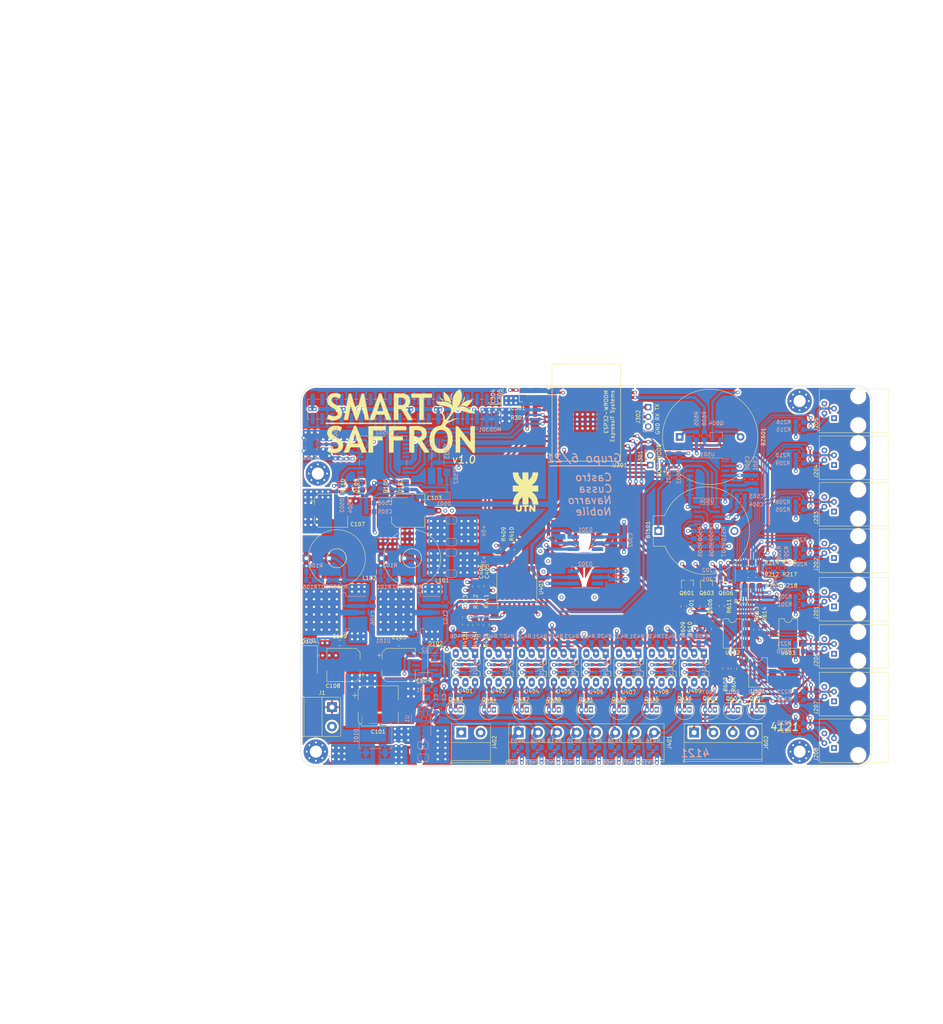
<source format=kicad_pcb>
(kicad_pcb (version 20171130) (host pcbnew 5.1.10)
  (layers (0 F.Cu signal) (1 GND power) (2 PWR signal) (31 B.Cu signal) (34 B.Paste user) (35 F.Paste user) (36 B.SilkS user) (37 F.SilkS user) (38 B.Mask user) (39 F.Mask user) (44 Edge.Cuts user))
  (net 0 "")
  (net 1 GND)
  (net 2 +3V3)
  (net 3 "Net-(C3-Pad1)")
  (net 4 "Net-(C102-Pad1)")
  (net 5 "Net-(C102-Pad2)")
  (net 6 "Net-(C106-Pad2)")
  (net 7 "Net-(C106-Pad1)")
  (net 8 "Net-(D102-Pad1)")
  (net 9 "Net-(D104-Pad1)")
  (net 10 /monitor/[AGND_in])
  (net 11 +5V)
  (net 12 "Net-(D103-Pad2)")
  (net 13 "Net-(D105-Pad2)")
  (net 14 24V_DC)
  (net 15 /Core/[SDA1_uC])
  (net 16 /Core/[SCL1_uC])
  (net 17 "Net-(R211-Pad2)")
  (net 18 "Net-(R212-Pad2)")
  (net 19 "Net-(R213-Pad2)")
  (net 20 "Net-(R214-Pad2)")
  (net 21 "Net-(C301-Pad1)")
  (net 22 "Net-(D301-Pad1)")
  (net 23 "Net-(C401-Pad1)")
  (net 24 "Net-(C402-Pad1)")
  (net 25 "Net-(C403-Pad1)")
  (net 26 "Net-(C404-Pad1)")
  (net 27 "Net-(C407-Pad1)")
  (net 28 "Net-(C408-Pad1)")
  (net 29 "Net-(C409-Pad1)")
  (net 30 "Net-(C410-Pad1)")
  (net 31 /Outputs/OUT_8)
  (net 32 /Outputs/OUT_7)
  (net 33 /Outputs/OUT_6)
  (net 34 /Outputs/OUT_5)
  (net 35 /Outputs/OUT_4)
  (net 36 /Outputs/OUT_3)
  (net 37 /Outputs/OUT_2)
  (net 38 /Outputs/OUT_1)
  (net 39 /Outputs/P0)
  (net 40 /Outputs/P1)
  (net 41 "Net-(Q403-Pad2)")
  (net 42 "Net-(Q404-Pad2)")
  (net 43 /Outputs/P2)
  (net 44 /Outputs/P3)
  (net 45 "Net-(Q407-Pad2)")
  (net 46 "Net-(Q408-Pad2)")
  (net 47 /Outputs/P4)
  (net 48 /Outputs/P5)
  (net 49 "Net-(Q411-Pad2)")
  (net 50 "Net-(Q412-Pad2)")
  (net 51 /Outputs/P6)
  (net 52 /Outputs/P7)
  (net 53 "Net-(Q415-Pad2)")
  (net 54 "Net-(Q416-Pad2)")
  (net 55 "Net-(R401-Pad2)")
  (net 56 "Net-(R402-Pad2)")
  (net 57 "Net-(R406-Pad1)")
  (net 58 "Net-(R408-Pad1)")
  (net 59 /Core/[SDA2_uC])
  (net 60 /Core/[SCL2_uC])
  (net 61 "Net-(R411-Pad2)")
  (net 62 "Net-(R412-Pad2)")
  (net 63 "Net-(R413-Pad2)")
  (net 64 "Net-(R417-Pad2)")
  (net 65 "Net-(R418-Pad2)")
  (net 66 "Net-(R422-Pad1)")
  (net 67 "Net-(R424-Pad1)")
  (net 68 "Net-(R425-Pad2)")
  (net 69 "Net-(R426-Pad2)")
  (net 70 "Net-(R430-Pad1)")
  (net 71 "Net-(R432-Pad1)")
  (net 72 "Net-(R433-Pad2)")
  (net 73 "Net-(R434-Pad2)")
  (net 74 "Net-(R438-Pad1)")
  (net 75 "Net-(R440-Pad1)")
  (net 76 "Net-(BZ601-Pad1)")
  (net 77 "Net-(BZ601-Pad2)")
  (net 78 /Alerts/GREEN_LIGHT)
  (net 79 /Alerts/YELLOW_LIGHT)
  (net 80 /Alerts/RED_LIGHT)
  (net 81 "Net-(Q601-Pad2)")
  (net 82 "Net-(Q602-Pad2)")
  (net 83 "Net-(Q603-Pad2)")
  (net 84 "Net-(Q605-Pad2)")
  (net 85 "Net-(Q606-Pad2)")
  (net 86 "Net-(Q607-Pad2)")
  (net 87 "Net-(R602-Pad2)")
  (net 88 "Net-(R604-Pad1)")
  (net 89 "Net-(R607-Pad2)")
  (net 90 "Net-(R610-Pad1)")
  (net 91 "Net-(R612-Pad2)")
  (net 92 "Net-(R614-Pad1)")
  (net 93 "Net-(AE501-Pad1)")
  (net 94 "Net-(BT501-Pad1)")
  (net 95 "Net-(BT502-Pad1)")
  (net 96 "Net-(D502-Pad2)")
  (net 97 "Net-(L501-Pad1)")
  (net 98 /Core/[SCL3_uC])
  (net 99 /Core/[SDA3_uC])
  (net 100 "Net-(R503-Pad1)")
  (net 101 "Net-(R504-Pad2)")
  (net 102 "Net-(R505-Pad1)")
  (net 103 "Net-(R506-Pad1)")
  (net 104 "Net-(R507-Pad1)")
  (net 105 "Net-(U502-Pad18)")
  (net 106 "Net-(U502-Pad19)")
  (net 107 /[AGND_main])
  (net 108 /[24VAC_main])
  (net 109 /inputs/SD4)
  (net 110 /inputs/SC4)
  (net 111 /inputs/SD0)
  (net 112 /inputs/SC0)
  (net 113 /inputs/SD1)
  (net 114 /inputs/SC1)
  (net 115 /inputs/SD2)
  (net 116 /inputs/SC2)
  (net 117 /inputs/SD3)
  (net 118 /inputs/SC3)
  (net 119 /inputs/SD5)
  (net 120 /inputs/SC5)
  (net 121 /inputs/SD6)
  (net 122 /inputs/SC6)
  (net 123 /inputs/SD7)
  (net 124 /inputs/SC7)
  (net 125 /Alerts/[SOUND_ALERT_in])
  (net 126 /Core/uC_RX0)
  (net 127 /Core/uC_TX0)
  (net 128 "Net-(Q401-Pad2)")
  (net 129 "Net-(Q402-Pad2)")
  (net 130 "Net-(Q405-Pad2)")
  (net 131 "Net-(Q406-Pad2)")
  (net 132 "Net-(Q409-Pad2)")
  (net 133 "Net-(Q410-Pad2)")
  (net 134 "Net-(Q413-Pad2)")
  (net 135 "Net-(Q414-Pad2)")
  (net 136 "Net-(Q601-Pad1)")
  (net 137 "Net-(Q603-Pad1)")
  (net 138 "Net-(Q604-Pad1)")
  (net 139 "Net-(Q606-Pad1)")
  (net 140 /Alerts/[RED_ALERT_in])
  (net 141 /Alerts/[YELLOW_ALERT_in])
  (net 142 /Alerts/[GREEN_ALERT_in])
  (net 143 /Core/[RX_uC])
  (net 144 /GPS&RTC/[RX_gps])
  (net 145 /Core/LED_LIVE)
  (net 146 /Core/uC_BOOT)
  (net 147 "Net-(R1-Pad2)")
  (net 148 "Net-(R1-Pad1)")
  (net 149 /Core/[ADC_uC])
  (net 150 "Net-(R101-Pad2)")
  (net 151 "Net-(R106-Pad2)")
  (module 00_lib_fp:LED_WS2812_PLCC6_5.0x5.0mm_P1.6mm (layer B.Cu) (at 152.75 99.75 180)
    (fp_text reference D302 (at 0 3.5) (layer B.SilkS) (effects (justify mirror)))
    (fp_text value WS2812)
    (pad 6 smd rect (at -3.2 1.6 180) (size 3 1) (layers B.Cu B.Paste B.Mask) (net 1 GND))
    (pad 5 smd rect (at -3.2 0 180) (size 3 1) (layers B.Cu B.Paste B.Mask) (net 11 +5V))
    (pad 4 smd rect (at -3.2 -1.6 180) (size 3 1) (layers B.Cu B.Paste B.Mask))
    (pad 1 smd rect (at 3.2 1.6 180) (size 3 1) (layers B.Cu B.Paste B.Mask))
    (pad 2 smd rect (at 3.2 0 180) (size 3 1) (layers B.Cu B.Paste B.Mask) (net 22 "Net-(D301-Pad1)"))
    (pad 3 smd rect (at 3.2 -1.6 180) (size 3 1) (layers B.Cu B.Paste B.Mask) (net 11 +5V))
  )
  (module 00_lib_fp:LED_WS2812_PLCC6_5.0x5.0mm_P1.6mm (layer B.Cu) (at 152.75 90.75 180)
    (fp_text reference D301 (at 0 3.5) (layer B.SilkS) (effects (justify mirror)))
    (fp_text value WS2812)
    (pad 6 smd rect (at -3.2 1.6 180) (size 3 1) (layers B.Cu B.Paste B.Mask) (net 1 GND))
    (pad 5 smd rect (at -3.2 0 180) (size 3 1) (layers B.Cu B.Paste B.Mask) (net 11 +5V))
    (pad 4 smd rect (at -3.2 -1.6 180) (size 3 1) (layers B.Cu B.Paste B.Mask))
    (pad 1 smd rect (at 3.2 1.6 180) (size 3 1) (layers B.Cu B.Paste B.Mask) (net 22 "Net-(D301-Pad1)"))
    (pad 2 smd rect (at 3.2 0 180) (size 3 1) (layers B.Cu B.Paste B.Mask) (net 145 /Core/LED_LIVE))
    (pad 3 smd rect (at 3.2 -1.6 180) (size 3 1) (layers B.Cu B.Paste B.Mask) (net 11 +5V))
  )
  (module 00_lib_fp:argentina (layer F.Cu) (at 110.48 141)
    (fp_text reference G4 hide)
    (fp_text value LOGO_arg hide)
    (fp_poly (pts (xy -0.87672 -7.58825) (xy -0.853977 -7.567166) (xy -0.844943 -7.565571) (xy -0.816547 -7.553187) (xy -0.789214 -7.529286) (xy -0.75705 -7.505827) (xy -0.708669 -7.494901) (xy -0.659402 -7.493) (xy -0.595941 -7.488586) (xy -0.565041 -7.473083) (xy -0.563802 -7.443099) (xy -0.58355 -7.404258) (xy -0.591979 -7.364251) (xy -0.586396 -7.306872) (xy -0.570115 -7.246629) (xy -0.546449 -7.198033) (xy -0.532953 -7.182695) (xy -0.513946 -7.149876) (xy -0.508 -7.113815) (xy -0.492138 -7.046309) (xy -0.447364 -6.998343) (xy -0.385014 -6.975662) (xy -0.330498 -6.963462) (xy -0.287003 -6.947989) (xy -0.283611 -6.946233) (xy -0.246369 -6.937615) (xy -0.230089 -6.947225) (xy -0.206457 -6.964384) (xy -0.191627 -6.95632) (xy -0.183931 -6.919488) (xy -0.181701 -6.850343) (xy -0.181706 -6.844393) (xy -0.184025 -6.766457) (xy -0.192946 -6.715226) (xy -0.212058 -6.681245) (xy -0.244949 -6.655059) (xy -0.256085 -6.648428) (xy -0.307968 -6.61987) (xy -0.337895 -6.60849) (xy -0.354713 -6.612288) (xy -0.364134 -6.624035) (xy -0.385815 -6.639755) (xy -0.412196 -6.630143) (xy -0.456572 -6.620092) (xy -0.489857 -6.624938) (xy -0.545069 -6.63992) (xy -0.583608 -6.648658) (xy -0.631825 -6.675169) (xy -0.673328 -6.726434) (xy -0.703001 -6.771337) (xy -0.727855 -6.802319) (xy -0.733791 -6.80759) (xy -0.765962 -6.829313) (xy -0.778085 -6.837407) (xy -0.794609 -6.865439) (xy -0.805137 -6.916398) (xy -0.80672 -6.937618) (xy -0.810535 -6.995093) (xy -0.821005 -7.026428) (xy -0.845908 -7.041753) (xy -0.893023 -7.051195) (xy -0.894067 -7.051365) (xy -0.950002 -7.049197) (xy -0.981134 -7.020568) (xy -0.987412 -6.965548) (xy -0.981486 -6.929357) (xy -0.977529 -6.858436) (xy -0.987177 -6.809894) (xy -1.006928 -6.752776) (xy -1.084036 -6.789259) (xy -1.129535 -6.813915) (xy -1.157224 -6.834952) (xy -1.161143 -6.841871) (xy -1.172778 -6.865424) (xy -1.196622 -6.893479) (xy -1.214388 -6.913064) (xy -1.221925 -6.932621) (xy -1.218808 -6.961574) (xy -1.204614 -7.009345) (xy -1.18938 -7.054563) (xy -1.146659 -7.180167) (xy -1.185651 -7.219625) (xy -1.210989 -7.24827) (xy -1.21112 -7.264429) (xy -1.192893 -7.277157) (xy -1.166513 -7.303344) (xy -1.161143 -7.320322) (xy -1.146131 -7.345974) (xy -1.12761 -7.356055) (xy -1.094234 -7.380091) (xy -1.075147 -7.408245) (xy -1.041324 -7.444754) (xy -0.983937 -7.471448) (xy -0.934465 -7.491325) (xy -0.909061 -7.519288) (xy -0.898632 -7.552016) (xy -0.8879 -7.585055) (xy -0.878153 -7.590925) (xy -0.87672 -7.58825)) (layer F.Cu) (width 0.01))
    (fp_poly (pts (xy 0.245691 -7.525409) (xy 0.276583 -7.520113) (xy 0.289079 -7.510363) (xy 0.290286 -7.503929) (xy 0.305295 -7.476849) (xy 0.323189 -7.466859) (xy 0.355759 -7.448752) (xy 0.400396 -7.414916) (xy 0.421701 -7.396321) (xy 0.48731 -7.336226) (xy 0.486463 -7.010934) (xy 0.485559 -6.88807) (xy 0.483297 -6.796207) (xy 0.479263 -6.73007) (xy 0.473041 -6.684388) (xy 0.464215 -6.653887) (xy 0.457252 -6.640286) (xy 0.435543 -6.610212) (xy 0.39548 -6.558889) (xy 0.342189 -6.492734) (xy 0.280792 -6.418164) (xy 0.260039 -6.393297) (xy 0.09119 -6.191665) (xy -0.06157 -6.195647) (xy -0.21433 -6.199628) (xy -0.255684 -6.095513) (xy -0.279604 -6.038256) (xy -0.299969 -6.00618) (xy -0.326358 -5.990637) (xy -0.368345 -5.982982) (xy -0.382156 -5.981316) (xy -0.466137 -5.97705) (xy -0.520942 -5.988607) (xy -0.550534 -6.017031) (xy -0.554395 -6.0267) (xy -0.574504 -6.052433) (xy -0.592766 -6.051955) (xy -0.630405 -6.044266) (xy -0.673218 -6.041571) (xy -0.718187 -6.032091) (xy -0.742963 -5.998553) (xy -0.743375 -5.997482) (xy -0.759278 -5.967468) (xy -0.782225 -5.964971) (xy -0.806284 -5.974803) (xy -0.839923 -5.994692) (xy -0.852573 -6.009821) (xy -0.864765 -6.025337) (xy -0.892918 -6.021758) (xy -0.925215 -6.00334) (xy -0.949569 -5.97487) (xy -0.975011 -5.926312) (xy -0.998221 -5.970335) (xy -1.019264 -6.006114) (xy -1.032742 -6.023429) (xy -1.049708 -6.043941) (xy -1.074199 -6.079948) (xy -1.090477 -6.125491) (xy -1.077288 -6.157265) (xy -1.039585 -6.168571) (xy -1.026839 -6.184226) (xy -1.018346 -6.222069) (xy -1.014938 -6.268415) (xy -1.017446 -6.309581) (xy -1.026701 -6.331883) (xy -1.029607 -6.332891) (xy -1.051919 -6.333989) (xy -1.103227 -6.336254) (xy -1.176275 -6.339373) (xy -1.263803 -6.343032) (xy -1.278917 -6.343657) (xy -1.408422 -6.349809) (xy -1.505891 -6.356631) (xy -1.575572 -6.364866) (xy -1.621715 -6.37526) (xy -1.648568 -6.388559) (xy -1.66038 -6.405508) (xy -1.661537 -6.410768) (xy -1.677245 -6.449945) (xy -1.697376 -6.478126) (xy -1.716927 -6.504202) (xy -1.715938 -6.527709) (xy -1.695576 -6.562714) (xy -1.669626 -6.598875) (xy -1.641104 -6.62685) (xy -1.602383 -6.651268) (xy -1.545838 -6.676755) (xy -1.463841 -6.707942) (xy -1.444926 -6.714831) (xy -1.367024 -6.744461) (xy -1.316717 -6.767996) (xy -1.286865 -6.789824) (xy -1.270324 -6.814336) (xy -1.266258 -6.824648) (xy -1.247233 -6.865934) (xy -1.229343 -6.871768) (xy -1.209455 -6.84273) (xy -1.206266 -6.835767) (xy -1.176248 -6.797148) (xy -1.143 -6.774013) (xy -1.073334 -6.741802) (xy -1.028856 -6.723382) (xy -1.002288 -6.716329) (xy -0.986357 -6.718221) (xy -0.982116 -6.720444) (xy -0.959791 -6.751857) (xy -0.943818 -6.807894) (xy -0.93648 -6.877124) (xy -0.938723 -6.937672) (xy -0.942297 -6.989948) (xy -0.936305 -7.015053) (xy -0.91987 -7.021286) (xy -0.875562 -7.005703) (xy -0.849421 -6.964478) (xy -0.846606 -6.906751) (xy -0.84884 -6.865225) (xy -0.834048 -6.834517) (xy -0.795171 -6.800276) (xy -0.793674 -6.799132) (xy -0.748007 -6.755522) (xy -0.713533 -6.707475) (xy -0.708569 -6.697122) (xy -0.683873 -6.655117) (xy -0.65603 -6.63025) (xy -0.656017 -6.630245) (xy -0.608311 -6.614582) (xy -0.542186 -6.597806) (xy -0.475132 -6.58404) (xy -0.435428 -6.578239) (xy -0.385957 -6.568794) (xy -0.357398 -6.559316) (xy -0.319179 -6.558981) (xy -0.283657 -6.583562) (xy -0.24853 -6.610926) (xy -0.222376 -6.622143) (xy -0.187744 -6.632498) (xy -0.164253 -6.666129) (xy -0.150554 -6.726884) (xy -0.1453 -6.818612) (xy -0.145143 -6.842543) (xy -0.145143 -7.005923) (xy -0.204107 -7.001785) (xy -0.259194 -7.002231) (xy -0.326679 -7.008305) (xy -0.349754 -7.011602) (xy -0.419751 -7.031804) (xy -0.456888 -7.065401) (xy -0.462572 -7.113844) (xy -0.460034 -7.125532) (xy -0.465622 -7.170667) (xy -0.485455 -7.198312) (xy -0.522933 -7.250053) (xy -0.545986 -7.30969) (xy -0.550357 -7.363661) (xy -0.543966 -7.38474) (xy -0.528653 -7.431711) (xy -0.526143 -7.455521) (xy -0.519161 -7.482316) (xy -0.494388 -7.49159) (xy -0.446077 -7.484094) (xy -0.402708 -7.471642) (xy -0.363598 -7.455753) (xy -0.334627 -7.431305) (xy -0.307774 -7.389257) (xy -0.281659 -7.335194) (xy -0.247123 -7.267584) (xy -0.220348 -7.234403) (xy -0.199937 -7.234967) (xy -0.184494 -7.268593) (xy -0.180478 -7.285714) (xy -0.165972 -7.338032) (xy -0.151205 -7.375071) (xy -0.13 -7.417803) (xy -0.106614 -7.465786) (xy -0.080342 -7.520214) (xy 0.104972 -7.525385) (xy 0.190467 -7.526937) (xy 0.245691 -7.525409)) (layer F.Cu) (width 0.01))
    (fp_poly (pts (xy 0.607395 -7.175015) (xy 0.652391 -7.120279) (xy 0.693488 -7.075789) (xy 0.722069 -7.050847) (xy 0.722863 -7.050368) (xy 0.759993 -7.029197) (xy 0.811547 -7.000408) (xy 0.82934 -6.990581) (xy 0.881307 -6.955556) (xy 0.922841 -6.916669) (xy 0.931061 -6.905842) (xy 0.974318 -6.868748) (xy 1.052336 -6.835395) (xy 1.163731 -6.806309) (xy 1.223641 -6.79488) (xy 1.325356 -6.763524) (xy 1.436054 -6.705307) (xy 1.546821 -6.624933) (xy 1.548654 -6.623401) (xy 1.597479 -6.584895) (xy 1.636791 -6.558184) (xy 1.656083 -6.549571) (xy 1.684655 -6.538795) (xy 1.704 -6.525111) (xy 1.736845 -6.50605) (xy 1.79146 -6.482241) (xy 1.854673 -6.458727) (xy 1.913317 -6.440553) (xy 1.941286 -6.434232) (xy 2.003039 -6.414533) (xy 2.06657 -6.379595) (xy 2.122808 -6.33635) (xy 2.162681 -6.291733) (xy 2.177143 -6.253975) (xy 2.165931 -6.217799) (xy 2.138301 -6.173366) (xy 2.131786 -6.165263) (xy 2.102285 -6.124057) (xy 2.087014 -6.090719) (xy 2.086429 -6.085955) (xy 2.072541 -6.058374) (xy 2.042429 -6.031721) (xy 1.998385 -5.983841) (xy 1.968915 -5.913508) (xy 1.959429 -5.841514) (xy 1.952257 -5.7905) (xy 1.929858 -5.770744) (xy 1.890905 -5.782085) (xy 1.834071 -5.824357) (xy 1.832389 -5.825826) (xy 1.750422 -5.891574) (xy 1.683957 -5.932122) (xy 1.635708 -5.945948) (xy 1.622184 -5.943682) (xy 1.594345 -5.950218) (xy 1.567307 -5.978655) (xy 1.535184 -6.011218) (xy 1.503771 -6.023429) (xy 1.475449 -6.031901) (xy 1.469572 -6.042632) (xy 1.456997 -6.064009) (xy 1.424265 -6.100443) (xy 1.385143 -6.137882) (xy 1.338237 -6.180824) (xy 1.301679 -6.215553) (xy 1.285631 -6.232071) (xy 1.265302 -6.257004) (xy 1.233125 -6.296905) (xy 1.222634 -6.309974) (xy 1.174224 -6.357456) (xy 1.114612 -6.399859) (xy 1.101034 -6.407327) (xy 1.050157 -6.435923) (xy 1.010725 -6.462661) (xy 1.002234 -6.470031) (xy 0.9749 -6.49104) (xy 0.963188 -6.495143) (xy 0.946183 -6.509725) (xy 0.929304 -6.538926) (xy 0.898521 -6.577532) (xy 0.867428 -6.595762) (xy 0.829102 -6.615532) (xy 0.780222 -6.650593) (xy 0.757793 -6.669563) (xy 0.697481 -6.712082) (xy 0.628803 -6.744582) (xy 0.608114 -6.750953) (xy 0.526143 -6.771593) (xy 0.526143 -7.279652) (xy 0.607395 -7.175015)) (layer F.Cu) (width 0.01))
    (fp_poly (pts (xy -0.646858 -5.999882) (xy -0.5981 -5.986858) (xy -0.564274 -5.962092) (xy -0.545194 -5.943559) (xy -0.517097 -5.935096) (xy -0.46988 -5.935026) (xy -0.423667 -5.938731) (xy -0.308428 -5.949492) (xy -0.308428 -5.878505) (xy -0.315177 -5.824235) (xy -0.333178 -5.793736) (xy -0.334525 -5.792913) (xy -0.353776 -5.767917) (xy -0.374041 -5.720279) (xy -0.383789 -5.68769) (xy -0.406057 -5.622942) (xy -0.435434 -5.564493) (xy -0.448407 -5.545786) (xy -0.476397 -5.508359) (xy -0.490139 -5.476433) (xy -0.495647 -5.43276) (xy -0.496961 -5.406571) (xy -0.504329 -5.374892) (xy -0.529907 -5.359991) (xy -0.562356 -5.355196) (xy -0.610303 -5.347198) (xy -0.642335 -5.335753) (xy -0.643998 -5.334562) (xy -0.667537 -5.336541) (xy -0.70243 -5.361575) (xy -0.709355 -5.36838) (xy -0.756909 -5.424044) (xy -0.783364 -5.469865) (xy -0.78583 -5.500213) (xy -0.780192 -5.506327) (xy -0.762171 -5.532653) (xy -0.771269 -5.559383) (xy -0.798286 -5.569857) (xy -0.828516 -5.580118) (xy -0.829134 -5.610008) (xy -0.80014 -5.658183) (xy -0.798286 -5.660571) (xy -0.768471 -5.712797) (xy -0.768655 -5.761553) (xy -0.799729 -5.815694) (xy -0.815864 -5.835057) (xy -0.847908 -5.879888) (xy -0.8604 -5.915741) (xy -0.85928 -5.923631) (xy -0.838342 -5.948879) (xy -0.813598 -5.940991) (xy -0.807357 -5.932714) (xy -0.779045 -5.913922) (xy -0.744628 -5.920749) (xy -0.718708 -5.949019) (xy -0.715239 -5.959061) (xy -0.700378 -5.990471) (xy -0.669592 -6.000383) (xy -0.646858 -5.999882)) (layer F.Cu) (width 0.01))
    (fp_poly (pts (xy 0.576036 -6.719764) (xy 0.639861 -6.699283) (xy 0.697334 -6.666752) (xy 0.762441 -6.614148) (xy 0.766588 -6.610453) (xy 0.810767 -6.575132) (xy 0.847249 -6.553164) (xy 0.859722 -6.549571) (xy 0.8847 -6.534494) (xy 0.89336 -6.516714) (xy 0.915304 -6.486259) (xy 0.96559 -6.444521) (xy 1.039442 -6.395043) (xy 1.123227 -6.346209) (xy 1.171933 -6.30867) (xy 1.214079 -6.259338) (xy 1.216528 -6.255495) (xy 1.252771 -6.209164) (xy 1.304057 -6.157567) (xy 1.333681 -6.132286) (xy 1.380628 -6.089683) (xy 1.414912 -6.048547) (xy 1.425578 -6.027964) (xy 1.447738 -5.995291) (xy 1.47051 -5.987143) (xy 1.505398 -5.973302) (xy 1.531645 -5.947389) (xy 1.572991 -5.914555) (xy 1.611946 -5.904003) (xy 1.659112 -5.893146) (xy 1.707698 -5.871031) (xy 1.74538 -5.844547) (xy 1.759857 -5.821321) (xy 1.774847 -5.803439) (xy 1.805679 -5.787395) (xy 1.851802 -5.756487) (xy 1.864395 -5.711831) (xy 1.844614 -5.656046) (xy 1.823654 -5.613544) (xy 1.814317 -5.582783) (xy 1.814286 -5.58176) (xy 1.79953 -5.558788) (xy 1.773465 -5.542329) (xy 1.746532 -5.52347) (xy 1.736358 -5.491079) (xy 1.736522 -5.451848) (xy 1.736887 -5.393708) (xy 1.732763 -5.344553) (xy 1.731641 -5.338536) (xy 1.72288 -5.297714) (xy 1.23444 -5.297714) (xy 1.083247 -5.298368) (xy 0.95566 -5.300261) (xy 0.854465 -5.303296) (xy 0.782447 -5.307373) (xy 0.742392 -5.312393) (xy 0.734998 -5.315513) (xy 0.729648 -5.341936) (xy 0.726778 -5.392792) (xy 0.726851 -5.447049) (xy 0.727697 -5.503947) (xy 0.728203 -5.588198) (xy 0.72835 -5.690872) (xy 0.728119 -5.803038) (xy 0.727749 -5.878286) (xy 0.725794 -6.195786) (xy 0.548861 -6.190735) (xy 0.457707 -6.189986) (xy 0.366675 -6.192334) (xy 0.290889 -6.197288) (xy 0.268843 -6.199806) (xy 0.165756 -6.213929) (xy 0.345438 -6.431643) (xy 0.41668 -6.520628) (xy 0.472253 -6.595539) (xy 0.509371 -6.65237) (xy 0.525246 -6.687118) (xy 0.525631 -6.690524) (xy 0.530918 -6.718917) (xy 0.553053 -6.72426) (xy 0.576036 -6.719764)) (layer F.Cu) (width 0.01))
    (fp_poly (pts (xy 3.50132 -6.17274) (xy 3.550684 -6.129226) (xy 3.585808 -6.068737) (xy 3.602054 -5.99771) (xy 3.594783 -5.922582) (xy 3.585507 -5.895753) (xy 3.571143 -5.83764) (xy 3.579515 -5.772843) (xy 3.580402 -5.769464) (xy 3.588958 -5.720158) (xy 3.580768 -5.681556) (xy 3.550996 -5.645476) (xy 3.494805 -5.603739) (xy 3.474624 -5.590533) (xy 3.405633 -5.547441) (xy 3.35188 -5.518375) (xy 3.299081 -5.496263) (xy 3.250995 -5.479819) (xy 3.199298 -5.457297) (xy 3.162313 -5.430833) (xy 3.155138 -5.421502) (xy 3.128262 -5.392591) (xy 3.083139 -5.361311) (xy 3.068858 -5.353528) (xy 3.019621 -5.324606) (xy 2.98245 -5.296191) (xy 2.976529 -5.289969) (xy 2.938157 -5.263699) (xy 2.896702 -5.273577) (xy 2.876939 -5.289939) (xy 2.853435 -5.329732) (xy 2.848429 -5.355833) (xy 2.839127 -5.395089) (xy 2.816109 -5.444979) (xy 2.809578 -5.456078) (xy 2.785959 -5.495307) (xy 2.781313 -5.509255) (xy 2.795396 -5.503418) (xy 2.807799 -5.495788) (xy 2.840236 -5.482684) (xy 2.87322 -5.492118) (xy 2.892614 -5.503921) (xy 2.924473 -5.531997) (xy 2.935433 -5.55657) (xy 2.935315 -5.557167) (xy 2.94404 -5.585013) (xy 2.971595 -5.619791) (xy 3.006104 -5.649104) (xy 3.034393 -5.660596) (xy 3.061446 -5.672465) (xy 3.102111 -5.702197) (xy 3.146665 -5.741045) (xy 3.185381 -5.780255) (xy 3.208534 -5.81108) (xy 3.211286 -5.819763) (xy 3.22194 -5.840534) (xy 3.227834 -5.842) (xy 3.239001 -5.852746) (xy 3.250774 -5.887888) (xy 3.264352 -5.951779) (xy 3.275309 -6.014357) (xy 3.277973 -6.043247) (xy 3.280662 -6.091166) (xy 3.281094 -6.101331) (xy 3.28848 -6.14964) (xy 3.304592 -6.166618) (xy 3.306536 -6.166457) (xy 3.338881 -6.170259) (xy 3.378429 -6.183098) (xy 3.442356 -6.192842) (xy 3.50132 -6.17274)) (layer F.Cu) (width 0.01))
    (fp_poly (pts (xy -1.68035 -6.341832) (xy -1.649704 -6.336822) (xy -1.589941 -6.330201) (xy -1.508157 -6.322645) (xy -1.41145 -6.314829) (xy -1.347107 -6.310147) (xy -1.23772 -6.302318) (xy -1.159375 -6.295774) (xy -1.1069 -6.289463) (xy -1.075127 -6.282333) (xy -1.058885 -6.273332) (xy -1.053005 -6.261407) (xy -1.052286 -6.250144) (xy -1.069045 -6.210174) (xy -1.097643 -6.190015) (xy -1.131622 -6.164647) (xy -1.14001 -6.128428) (xy -1.122115 -6.077568) (xy -1.077244 -6.008278) (xy -1.060297 -5.985765) (xy -1.01953 -5.934118) (xy -0.987523 -5.896043) (xy -0.970309 -5.878668) (xy -0.969316 -5.878286) (xy -0.955368 -5.89209) (xy -0.931102 -5.926346) (xy -0.924135 -5.93725) (xy -0.887232 -5.996214) (xy -0.898895 -5.92984) (xy -0.902912 -5.883187) (xy -0.889903 -5.849757) (xy -0.854422 -5.813448) (xy -0.819319 -5.778738) (xy -0.799747 -5.752717) (xy -0.798286 -5.747898) (xy -0.807571 -5.724812) (xy -0.831195 -5.683515) (xy -0.847486 -5.658018) (xy -0.876129 -5.613212) (xy -0.886037 -5.587606) (xy -0.878504 -5.570143) (xy -0.859701 -5.553724) (xy -0.834196 -5.524892) (xy -0.829074 -5.504705) (xy -0.827032 -5.474858) (xy -0.812545 -5.431514) (xy -0.791691 -5.388118) (xy -0.770548 -5.358119) (xy -0.760129 -5.352143) (xy -0.735483 -5.339358) (xy -0.707125 -5.311321) (xy -0.679026 -5.284115) (xy -0.653354 -5.284173) (xy -0.636428 -5.293178) (xy -0.590733 -5.314082) (xy -0.561675 -5.306875) (xy -0.544265 -5.268452) (xy -0.53768 -5.231682) (xy -0.530446 -5.166236) (xy -0.526431 -5.10532) (xy -0.526143 -5.090576) (xy -0.516835 -5.035399) (xy -0.497462 -4.992698) (xy -0.472206 -4.937195) (xy -0.455236 -4.862577) (xy -0.448053 -4.782903) (xy -0.452159 -4.71223) (xy -0.463423 -4.673842) (xy -0.482385 -4.623956) (xy -0.489857 -4.581912) (xy -0.499467 -4.540047) (xy -0.511628 -4.5212) (xy -0.54829 -4.500045) (xy -0.582234 -4.51375) (xy -0.614538 -4.562932) (xy -0.624468 -4.585675) (xy -0.654224 -4.648317) (xy -0.688484 -4.705466) (xy -0.701575 -4.723071) (xy -0.72969 -4.762917) (xy -0.743551 -4.793828) (xy -0.743857 -4.79691) (xy -0.757715 -4.830929) (xy -0.792254 -4.873043) (xy -0.83692 -4.912879) (xy -0.88116 -4.940066) (xy -0.894072 -4.944546) (xy -0.925219 -4.957171) (xy -0.945314 -4.981335) (xy -0.957998 -5.025) (xy -0.966911 -5.096128) (xy -0.967802 -5.105798) (xy -0.973271 -5.14344) (xy -0.985184 -5.170818) (xy -1.008504 -5.189302) (xy -1.048192 -5.200261) (xy -1.109211 -5.205063) (xy -1.196525 -5.205077) (xy -1.315093 -5.201672) (xy -1.315357 -5.201663) (xy -1.377372 -5.197421) (xy -1.425803 -5.190286) (xy -1.445982 -5.183813) (xy -1.470891 -5.185768) (xy -1.487327 -5.206277) (xy -1.51505 -5.23538) (xy -1.562713 -5.266994) (xy -1.588023 -5.27981) (xy -1.64599 -5.313654) (xy -1.668806 -5.346102) (xy -1.669143 -5.350375) (xy -1.681048 -5.394006) (xy -1.717825 -5.413713) (xy -1.781063 -5.410138) (xy -1.804097 -5.40496) (xy -1.855457 -5.39456) (xy -1.890876 -5.392075) (xy -1.898828 -5.394352) (xy -1.896398 -5.414513) (xy -1.878801 -5.454932) (xy -1.860933 -5.487649) (xy -1.835864 -5.537888) (xy -1.824037 -5.577198) (xy -1.82528 -5.591112) (xy -1.824285 -5.604458) (xy -1.797286 -5.601185) (xy -1.749954 -5.602479) (xy -1.695069 -5.621838) (xy -1.64744 -5.652182) (xy -1.622368 -5.684831) (xy -1.62644 -5.72518) (xy -1.64474 -5.749466) (xy -1.67569 -5.786496) (xy -1.708004 -5.83656) (xy -1.712357 -5.844454) (xy -1.7465 -5.908136) (xy -1.699315 -5.955321) (xy -1.672577 -5.984038) (xy -1.661636 -6.008416) (xy -1.664701 -6.041488) (xy -1.679963 -6.096231) (xy -1.698534 -6.157072) (xy -1.7151 -6.208536) (xy -1.721688 -6.227507) (xy -1.729439 -6.275764) (xy -1.727175 -6.309017) (xy -1.714215 -6.340617) (xy -1.686804 -6.343538) (xy -1.68035 -6.341832)) (layer F.Cu) (width 0.01))
    (fp_poly (pts (xy 0.317213 -6.156744) (xy 0.41232 -6.15546) (xy 0.47625 -6.154335) (xy 0.689429 -6.150429) (xy 0.689177 -5.692321) (xy 0.688926 -5.549563) (xy 0.687901 -5.434825) (xy 0.685429 -5.339842) (xy 0.680841 -5.256347) (xy 0.673464 -5.176077) (xy 0.662627 -5.090765) (xy 0.647659 -4.992145) (xy 0.627887 -4.871953) (xy 0.617524 -4.810288) (xy 0.597264 -4.691187) (xy 0.578778 -4.584782) (xy 0.562963 -4.49604) (xy 0.550712 -4.429928) (xy 0.54292 -4.391414) (xy 0.540669 -4.383532) (xy 0.520749 -4.383412) (xy 0.486524 -4.386726) (xy 0.448058 -4.400843) (xy 0.428201 -4.437774) (xy 0.425635 -4.448291) (xy 0.405673 -4.492881) (xy 0.379075 -4.512818) (xy 0.350327 -4.536976) (xy 0.344715 -4.563556) (xy 0.341765 -4.585957) (xy 0.327608 -4.599517) (xy 0.294283 -4.607521) (xy 0.233828 -4.613256) (xy 0.22225 -4.6141) (xy 0.115882 -4.626147) (xy 0.012023 -4.645671) (xy -0.078096 -4.670124) (xy -0.143246 -4.696955) (xy -0.143613 -4.69716) (xy -0.201779 -4.713087) (xy -0.290333 -4.712302) (xy -0.293292 -4.712039) (xy -0.353504 -4.708064) (xy -0.385986 -4.711098) (xy -0.39888 -4.722694) (xy -0.40054 -4.73247) (xy -0.412969 -4.856833) (xy -0.436874 -4.954394) (xy -0.451694 -4.989286) (xy -0.473001 -5.046396) (xy -0.488585 -5.117419) (xy -0.497585 -5.19215) (xy -0.499144 -5.260386) (xy -0.492402 -5.311922) (xy -0.480711 -5.334061) (xy -0.46093 -5.36764) (xy -0.453571 -5.41071) (xy -0.441299 -5.463615) (xy -0.411138 -5.515261) (xy -0.410802 -5.515661) (xy -0.378893 -5.56889) (xy -0.357807 -5.631326) (xy -0.356596 -5.638016) (xy -0.339429 -5.698069) (xy -0.312493 -5.750763) (xy -0.30865 -5.755954) (xy -0.278991 -5.819653) (xy -0.272143 -5.87619) (xy -0.264949 -5.936006) (xy -0.246564 -6.007766) (xy -0.23232 -6.047571) (xy -0.192498 -6.145129) (xy -0.037285 -6.150336) (xy 0.07335 -6.153872) (xy 0.160677 -6.156051) (xy 0.237648 -6.156975) (xy 0.317213 -6.156744)) (layer F.Cu) (width 0.01))
    (fp_poly (pts (xy 2.075029 -5.540494) (xy 2.159 -5.512741) (xy 2.215184 -5.49146) (xy 2.277752 -5.479787) (xy 2.359391 -5.475713) (xy 2.392731 -5.475694) (xy 2.486944 -5.473305) (xy 2.550915 -5.463989) (xy 2.586969 -5.449204) (xy 2.630334 -5.431875) (xy 2.662633 -5.4472) (xy 2.685813 -5.489977) (xy 2.706617 -5.524494) (xy 2.727139 -5.531637) (xy 2.738961 -5.509912) (xy 2.739572 -5.499507) (xy 2.752187 -5.459555) (xy 2.76477 -5.44453) (xy 2.784443 -5.414866) (xy 2.804018 -5.3651) (xy 2.810117 -5.3436) (xy 2.82601 -5.292943) (xy 2.842545 -5.258691) (xy 2.848419 -5.252363) (xy 2.864008 -5.228028) (xy 2.864729 -5.195719) (xy 2.851707 -5.173097) (xy 2.84323 -5.170714) (xy 2.820839 -5.157129) (xy 2.786 -5.121785) (xy 2.752164 -5.08) (xy 2.714076 -5.03253) (xy 2.682668 -4.999694) (xy 2.666648 -4.989286) (xy 2.650697 -4.974659) (xy 2.648857 -4.963097) (xy 2.634555 -4.936426) (xy 2.599983 -4.908051) (xy 2.598402 -4.907104) (xy 2.562678 -4.876578) (xy 2.518658 -4.825944) (xy 2.4784 -4.769889) (xy 2.431119 -4.704877) (xy 2.378245 -4.644041) (xy 2.338355 -4.606643) (xy 2.297391 -4.570024) (xy 2.271962 -4.539255) (xy 2.267857 -4.52853) (xy 2.254431 -4.503992) (xy 2.221336 -4.472094) (xy 2.213429 -4.466012) (xy 2.177638 -4.433155) (xy 2.15954 -4.404023) (xy 2.159 -4.400001) (xy 2.144931 -4.369298) (xy 2.132828 -4.359585) (xy 2.106116 -4.331781) (xy 2.091306 -4.303443) (xy 2.075448 -4.276758) (xy 2.06305 -4.274855) (xy 2.051239 -4.302806) (xy 2.04983 -4.316488) (xy 2.032937 -4.358053) (xy 1.989607 -4.397229) (xy 1.929528 -4.428214) (xy 1.862388 -4.445202) (xy 1.832429 -4.446733) (xy 1.745807 -4.440438) (xy 1.67543 -4.426918) (xy 1.641712 -4.414037) (xy 1.599247 -4.401041) (xy 1.543486 -4.395779) (xy 1.536224 -4.395873) (xy 1.492019 -4.399457) (xy 1.475834 -4.410535) (xy 1.479449 -4.434785) (xy 1.479528 -4.435022) (xy 1.488119 -4.483463) (xy 1.488635 -4.517571) (xy 1.48865 -4.638583) (xy 1.508185 -4.730818) (xy 1.54782 -4.796452) (xy 1.568073 -4.814719) (xy 1.600307 -4.844015) (xy 1.623051 -4.879839) (xy 1.641347 -4.932558) (xy 1.656953 -4.997418) (xy 1.671591 -5.068706) (xy 1.682352 -5.130022) (xy 1.687196 -5.169562) (xy 1.687286 -5.172857) (xy 1.700668 -5.211319) (xy 1.728107 -5.243301) (xy 1.751685 -5.268654) (xy 1.764506 -5.303505) (xy 1.769814 -5.358985) (xy 1.770554 -5.389062) (xy 1.772179 -5.501777) (xy 1.843125 -5.526472) (xy 1.958214 -5.549055) (xy 2.075029 -5.540494)) (layer F.Cu) (width 0.01))
    (fp_poly (pts (xy -1.726671 -5.371219) (xy -1.713197 -5.359494) (xy -1.712618 -5.357794) (xy -1.700511 -5.318177) (xy -1.697258 -5.30765) (xy -1.677003 -5.285261) (xy -1.634597 -5.257783) (xy -1.606544 -5.243696) (xy -1.559111 -5.219091) (xy -1.529264 -5.197844) (xy -1.524 -5.1897) (xy -1.512428 -5.16511) (xy -1.494629 -5.143935) (xy -1.469657 -5.124463) (xy -1.44761 -5.131371) (xy -1.432272 -5.144417) (xy -1.401065 -5.163537) (xy -1.382517 -5.163905) (xy -1.348635 -5.152362) (xy -1.301363 -5.145778) (xy -1.255708 -5.145093) (xy -1.226681 -5.151248) (xy -1.223781 -5.153965) (xy -1.199978 -5.164571) (xy -1.154634 -5.169601) (xy -1.102075 -5.168945) (xy -1.056634 -5.162495) (xy -1.038074 -5.155385) (xy -1.022338 -5.130248) (xy -1.00706 -5.081675) (xy -0.999462 -5.043642) (xy -0.977084 -4.963157) (xy -0.940905 -4.914371) (xy -0.893733 -4.898571) (xy -0.861841 -4.883742) (xy -0.824678 -4.846624) (xy -0.791288 -4.798267) (xy -0.770719 -4.749725) (xy -0.770229 -4.747667) (xy -0.753608 -4.707243) (xy -0.733063 -4.686757) (xy -0.710682 -4.664405) (xy -0.683898 -4.619568) (xy -0.65853 -4.56458) (xy -0.640394 -4.511772) (xy -0.635 -4.478884) (xy -0.641728 -4.448431) (xy -0.659872 -4.393495) (xy -0.686372 -4.322867) (xy -0.707571 -4.270438) (xy -0.741109 -4.187215) (xy -0.76237 -4.123887) (xy -0.77412 -4.067326) (xy -0.779122 -4.004405) (xy -0.780143 -3.925819) (xy -0.780877 -3.845709) (xy -0.783901 -3.795254) (xy -0.790448 -3.767837) (xy -0.80175 -3.756843) (xy -0.811893 -3.755372) (xy -0.851526 -3.753232) (xy -0.904195 -3.748318) (xy -0.907143 -3.747988) (xy -0.963496 -3.745469) (xy -1.011289 -3.749366) (xy -1.012106 -3.749534) (xy -1.045177 -3.767984) (xy -1.088458 -3.806873) (xy -1.123347 -3.846539) (xy -1.160875 -3.896265) (xy -1.18114 -3.934658) (xy -1.188619 -3.976388) (xy -1.187787 -4.036125) (xy -1.186853 -4.054678) (xy -1.184857 -4.121759) (xy -1.189611 -4.165285) (xy -1.204195 -4.197803) (xy -1.229826 -4.229775) (xy -1.265989 -4.270361) (xy -1.316293 -4.326848) (xy -1.370758 -4.388033) (xy -1.378857 -4.397132) (xy -1.477562 -4.499088) (xy -1.575447 -4.583576) (xy -1.667702 -4.647227) (xy -1.749515 -4.686676) (xy -1.80975 -4.698701) (xy -1.847521 -4.702287) (xy -1.864381 -4.71732) (xy -1.862382 -4.750956) (xy -1.843577 -4.810352) (xy -1.842574 -4.813172) (xy -1.829578 -4.892412) (xy -1.849856 -4.959763) (xy -1.902333 -5.011906) (xy -1.908219 -5.015515) (xy -1.943441 -5.041281) (xy -1.959351 -5.062716) (xy -1.959428 -5.063749) (xy -1.971636 -5.086974) (xy -2.001634 -5.120701) (xy -2.007796 -5.126558) (xy -2.038027 -5.158214) (xy -2.042693 -5.178306) (xy -2.029428 -5.193727) (xy -2.002672 -5.222821) (xy -1.96926 -5.267484) (xy -1.960387 -5.280669) (xy -1.92906 -5.320718) (xy -1.892533 -5.344454) (xy -1.836976 -5.359968) (xy -1.818944 -5.363427) (xy -1.759283 -5.37239) (xy -1.726671 -5.371219)) (layer F.Cu) (width 0.01))
    (fp_poly (pts (xy -2.045469 -5.102678) (xy -2.016836 -5.072185) (xy -1.974026 -5.027323) (xy -1.9417 -4.993748) (xy -1.899959 -4.94821) (xy -1.879572 -4.915497) (xy -1.875487 -4.883544) (xy -1.880931 -4.848605) (xy -1.890742 -4.783128) (xy -1.895325 -4.718883) (xy -1.895346 -4.717143) (xy -1.893214 -4.674893) (xy -1.879109 -4.658781) (xy -1.843082 -4.658716) (xy -1.838194 -4.659174) (xy -1.78296 -4.653963) (xy -1.720101 -4.633482) (xy -1.707576 -4.627524) (xy -1.666286 -4.599496) (xy -1.605646 -4.549065) (xy -1.530553 -4.48082) (xy -1.445907 -4.399351) (xy -1.356604 -4.309249) (xy -1.267827 -4.215412) (xy -1.247788 -4.185797) (xy -1.236327 -4.144586) (xy -1.231274 -4.081778) (xy -1.230509 -4.04339) (xy -1.228446 -3.971824) (xy -1.221376 -3.923741) (xy -1.205509 -3.886358) (xy -1.177052 -3.846891) (xy -1.169456 -3.837549) (xy -1.109653 -3.764643) (xy -1.322201 -3.776825) (xy -1.334793 -3.709703) (xy -1.344753 -3.667161) (xy -1.36102 -3.649722) (xy -1.395708 -3.649245) (xy -1.420164 -3.652344) (xy -1.469146 -3.663035) (xy -1.501136 -3.677582) (xy -1.50508 -3.681742) (xy -1.531615 -3.693872) (xy -1.579762 -3.693126) (xy -1.638152 -3.681754) (xy -1.695412 -3.662006) (xy -1.740173 -3.636133) (xy -1.741636 -3.634925) (xy -1.79149 -3.60291) (xy -1.834217 -3.59275) (xy -1.86212 -3.604907) (xy -1.868714 -3.627336) (xy -1.882584 -3.660907) (xy -1.916442 -3.696233) (xy -1.921102 -3.69969) (xy -1.958794 -3.72279) (xy -1.981431 -3.723415) (xy -1.99432 -3.711894) (xy -2.025669 -3.691474) (xy -2.073606 -3.675867) (xy -2.077367 -3.675124) (xy -2.126662 -3.661043) (xy -2.154813 -3.635303) (xy -2.171825 -3.587081) (xy -2.175847 -3.568606) (xy -2.197866 -3.520773) (xy -2.233605 -3.497207) (xy -2.273529 -3.502056) (xy -2.293145 -3.517586) (xy -2.321167 -3.56505) (xy -2.335027 -3.62161) (xy -2.332183 -3.672068) (xy -2.322323 -3.692026) (xy -2.308849 -3.721079) (xy -2.322286 -3.7465) (xy -2.353413 -3.769567) (xy -2.370313 -3.773714) (xy -2.395081 -3.788841) (xy -2.412797 -3.818539) (xy -2.423125 -3.862692) (xy -2.427585 -3.917242) (xy -2.426435 -3.970633) (xy -2.41993 -4.011308) (xy -2.408327 -4.027712) (xy -2.408163 -4.027714) (xy -2.379238 -4.043457) (xy -2.354167 -4.081655) (xy -2.341354 -4.128766) (xy -2.341005 -4.135965) (xy -2.333883 -4.18566) (xy -2.316755 -4.241565) (xy -2.294324 -4.292511) (xy -2.271292 -4.327329) (xy -2.256739 -4.336143) (xy -2.224387 -4.351746) (xy -2.197691 -4.388544) (xy -2.184618 -4.431521) (xy -2.190143 -4.46165) (xy -2.201531 -4.502371) (xy -2.200062 -4.543026) (xy -2.199491 -4.593692) (xy -2.210514 -4.65322) (xy -2.213396 -4.662615) (xy -2.22585 -4.72383) (xy -2.223661 -4.77791) (xy -2.208407 -4.815054) (xy -2.187091 -4.826) (xy -2.162322 -4.839665) (xy -2.144961 -4.882795) (xy -2.133739 -4.958598) (xy -2.133513 -4.96108) (xy -2.126694 -5.007504) (xy -2.117594 -5.036266) (xy -2.116098 -5.038235) (xy -2.10701 -5.063693) (xy -2.104571 -5.092095) (xy -2.097658 -5.127484) (xy -2.076732 -5.129534) (xy -2.045469 -5.102678)) (layer F.Cu) (width 0.01))
    (fp_poly (pts (xy 1.886787 -4.395688) (xy 1.930105 -4.38732) (xy 1.958958 -4.37072) (xy 1.976264 -4.352629) (xy 2.002241 -4.31531) (xy 2.013254 -4.287567) (xy 2.026782 -4.262749) (xy 2.058957 -4.230799) (xy 2.062947 -4.227591) (xy 2.094719 -4.198058) (xy 2.099966 -4.174295) (xy 2.090161 -4.153949) (xy 2.072056 -4.108468) (xy 2.068286 -4.081488) (xy 2.060063 -4.03942) (xy 2.040219 -3.989788) (xy 2.039595 -3.988573) (xy 2.021133 -3.930175) (xy 2.02228 -3.887768) (xy 2.020467 -3.831584) (xy 2.007533 -3.802574) (xy 1.99261 -3.762791) (xy 1.981662 -3.702238) (xy 1.977991 -3.654817) (xy 1.975842 -3.58977) (xy 1.973883 -3.535195) (xy 1.972883 -3.510643) (xy 1.974594 -3.471106) (xy 1.980884 -3.413791) (xy 1.984549 -3.388289) (xy 1.991052 -3.335535) (xy 1.986861 -3.306519) (xy 1.968351 -3.289388) (xy 1.951801 -3.281214) (xy 1.920212 -3.261316) (xy 1.899215 -3.23118) (xy 1.88656 -3.183702) (xy 1.879995 -3.111775) (xy 1.877916 -3.048) (xy 1.875496 -2.977994) (xy 1.870336 -2.936433) (xy 1.860223 -2.915481) (xy 1.842944 -2.907301) (xy 1.837938 -2.906434) (xy 1.803685 -2.912691) (xy 1.79089 -2.926664) (xy 1.768786 -2.946699) (xy 1.72404 -2.968092) (xy 1.697866 -2.976941) (xy 1.649293 -2.993973) (xy 1.619341 -3.009655) (xy 1.614715 -3.015675) (xy 1.599948 -3.02824) (xy 1.587254 -3.029857) (xy 1.547477 -3.037554) (xy 1.52829 -3.045078) (xy 1.371864 -3.128255) (xy 1.250252 -3.210486) (xy 1.162073 -3.29344) (xy 1.105948 -3.378782) (xy 1.0805 -3.468181) (xy 1.084348 -3.563305) (xy 1.087394 -3.578291) (xy 1.098208 -3.64395) (xy 1.102912 -3.707519) (xy 1.102837 -3.718363) (xy 1.110855 -3.773698) (xy 1.134164 -3.800006) (xy 1.190915 -3.842365) (xy 1.254977 -3.905668) (xy 1.321154 -3.982801) (xy 1.384253 -4.066651) (xy 1.439076 -4.150108) (xy 1.48043 -4.226056) (xy 1.503119 -4.287385) (xy 1.505857 -4.308883) (xy 1.510138 -4.343793) (xy 1.530602 -4.352519) (xy 1.555368 -4.349051) (xy 1.616376 -4.353943) (xy 1.650618 -4.370648) (xy 1.694423 -4.389936) (xy 1.757914 -4.398519) (xy 1.818118 -4.399019) (xy 1.886787 -4.395688)) (layer F.Cu) (width 0.01))
    (fp_poly (pts (xy 1.199966 -5.261428) (xy 1.342066 -5.261284) (xy 1.451917 -5.260664) (xy 1.533557 -5.259291) (xy 1.591021 -5.256884) (xy 1.628345 -5.253166) (xy 1.649568 -5.247858) (xy 1.658725 -5.24068) (xy 1.659853 -5.231354) (xy 1.659565 -5.229678) (xy 1.63625 -5.110281) (xy 1.618262 -5.021256) (xy 1.60391 -4.957372) (xy 1.591503 -4.913401) (xy 1.579352 -4.884114) (xy 1.565765 -4.86428) (xy 1.549053 -4.84867) (xy 1.532194 -4.835632) (xy 1.487367 -4.789793) (xy 1.465166 -4.731213) (xy 1.462055 -4.713179) (xy 1.450107 -4.612231) (xy 1.443597 -4.513815) (xy 1.442711 -4.426982) (xy 1.447631 -4.360781) (xy 1.454297 -4.3324) (xy 1.460932 -4.307405) (xy 1.458497 -4.280537) (xy 1.444172 -4.244735) (xy 1.415139 -4.192938) (xy 1.369028 -4.118791) (xy 1.302545 -4.01979) (xy 1.241783 -3.944317) (xy 1.177953 -3.882645) (xy 1.105838 -3.82754) (xy 1.079172 -3.798705) (xy 1.065556 -3.752991) (xy 1.061698 -3.709611) (xy 1.056229 -3.641886) (xy 1.047692 -3.578415) (xy 1.044104 -3.559735) (xy 1.040706 -3.470355) (xy 1.063941 -3.376905) (xy 1.109312 -3.293962) (xy 1.135174 -3.264507) (xy 1.178292 -3.217504) (xy 1.19481 -3.18032) (xy 1.187708 -3.141757) (xy 1.17475 -3.115789) (xy 1.156462 -3.082929) (xy 1.148752 -3.06887) (xy 1.13132 -3.069791) (xy 1.092438 -3.080115) (xy 1.082093 -3.08343) (xy 1.051839 -3.092324) (xy 1.027792 -3.092656) (xy 1.002698 -3.080321) (xy 0.969303 -3.051213) (xy 0.920354 -3.001227) (xy 0.90095 -2.980917) (xy 0.843892 -2.920184) (xy 0.792122 -2.863395) (xy 0.753924 -2.8197) (xy 0.744042 -2.807607) (xy 0.72451 -2.784826) (xy 0.703626 -2.770306) (xy 0.673229 -2.762189) (xy 0.625156 -2.758617) (xy 0.551245 -2.757733) (xy 0.524826 -2.757714) (xy 0.448966 -2.758529) (xy 0.388878 -2.760725) (xy 0.35227 -2.76393) (xy 0.344715 -2.766421) (xy 0.354673 -2.783402) (xy 0.382214 -2.824787) (xy 0.423832 -2.885451) (xy 0.476024 -2.960269) (xy 0.515773 -3.016625) (xy 0.574752 -3.101823) (xy 0.626547 -3.180285) (xy 0.667219 -3.245756) (xy 0.692825 -3.29198) (xy 0.699353 -3.308012) (xy 0.701686 -3.37256) (xy 0.684631 -3.453693) (xy 0.651531 -3.539709) (xy 0.614018 -3.606802) (xy 0.574902 -3.68947) (xy 0.562096 -3.773629) (xy 0.57664 -3.849072) (xy 0.587177 -3.869603) (xy 0.600933 -3.905504) (xy 0.616169 -3.966408) (xy 0.630266 -4.041263) (xy 0.634589 -4.069715) (xy 0.644975 -4.146412) (xy 0.649214 -4.196116) (xy 0.646531 -4.227716) (xy 0.636151 -4.250105) (xy 0.617297 -4.272174) (xy 0.616901 -4.272597) (xy 0.576549 -4.315549) (xy 0.734187 -5.261429) (xy 1.199966 -5.261428)) (layer F.Cu) (width 0.01))
    (fp_poly (pts (xy -0.192845 -4.672709) (xy -0.157557 -4.658627) (xy -0.110102 -4.639091) (xy -0.038895 -4.617908) (xy 0.043845 -4.59819) (xy 0.125897 -4.583054) (xy 0.154214 -4.579167) (xy 0.229924 -4.568756) (xy 0.276253 -4.558068) (xy 0.300026 -4.544363) (xy 0.308065 -4.524899) (xy 0.308429 -4.517226) (xy 0.319744 -4.488005) (xy 0.3354 -4.481286) (xy 0.359564 -4.466058) (xy 0.384142 -4.428599) (xy 0.387784 -4.420462) (xy 0.420609 -4.370267) (xy 0.465135 -4.348859) (xy 0.509957 -4.327446) (xy 0.556021 -4.287562) (xy 0.565951 -4.275851) (xy 0.61483 -4.213622) (xy 0.589177 -4.055151) (xy 0.575031 -3.980354) (xy 0.559401 -3.917394) (xy 0.544943 -3.876402) (xy 0.540298 -3.868681) (xy 0.523888 -3.825875) (xy 0.520806 -3.762922) (xy 0.529589 -3.692811) (xy 0.548777 -3.62853) (xy 0.571807 -3.588613) (xy 0.602178 -3.541721) (xy 0.63227 -3.478517) (xy 0.644666 -3.445355) (xy 0.656997 -3.40475) (xy 0.662838 -3.369115) (xy 0.660046 -3.333485) (xy 0.646478 -3.292893) (xy 0.61999 -3.242372) (xy 0.578439 -3.176958) (xy 0.519682 -3.091684) (xy 0.449036 -2.992051) (xy 0.282078 -2.757714) (xy 0.090714 -2.757714) (xy 0.090714 -2.503714) (xy -0.484149 -2.503714) (xy -0.495358 -2.879771) (xy -0.498922 -3.006585) (xy -0.500844 -3.102194) (xy -0.500854 -3.171652) (xy -0.498684 -3.220015) (xy -0.494065 -3.252337) (xy -0.486727 -3.273672) (xy -0.476402 -3.289077) (xy -0.473387 -3.292521) (xy -0.448335 -3.339125) (xy -0.431431 -3.405813) (xy -0.425115 -3.476838) (xy -0.431825 -3.536452) (xy -0.43441 -3.544251) (xy -0.461115 -3.581346) (xy -0.488465 -3.597179) (xy -0.519915 -3.620475) (xy -0.526143 -3.642929) (xy -0.542446 -3.680054) (xy -0.585038 -3.716409) (xy -0.644446 -3.745092) (xy -0.679902 -3.754905) (xy -0.734635 -3.766099) (xy -0.738072 -3.919585) (xy -0.738509 -3.99149) (xy -0.734475 -4.04877) (xy -0.723542 -4.103126) (xy -0.703276 -4.166259) (xy -0.671249 -4.24987) (xy -0.667488 -4.259348) (xy -0.631617 -4.345959) (xy -0.60366 -4.403571) (xy -0.580374 -4.437711) (xy -0.558514 -4.453908) (xy -0.552069 -4.456016) (xy -0.492886 -4.488378) (xy -0.454906 -4.547439) (xy -0.446446 -4.578921) (xy -0.439533 -4.614849) (xy -0.429073 -4.633855) (xy -0.404417 -4.6465) (xy -0.364685 -4.660021) (xy -0.27301 -4.679115) (xy -0.192845 -4.672709)) (layer F.Cu) (width 0.01))
    (fp_poly (pts (xy -1.155726 -3.724134) (xy -1.072712 -3.718022) (xy -0.972975 -3.714617) (xy -0.876016 -3.714534) (xy -0.861786 -3.714878) (xy -0.740123 -3.712101) (xy -0.648287 -3.696296) (xy -0.587735 -3.667911) (xy -0.559922 -3.627393) (xy -0.55885 -3.621712) (xy -0.539024 -3.584467) (xy -0.513652 -3.565786) (xy -0.479061 -3.539938) (xy -0.465892 -3.517553) (xy -0.463575 -3.469977) (xy -0.472703 -3.408716) (xy -0.489663 -3.34991) (xy -0.510838 -3.309696) (xy -0.512966 -3.307401) (xy -0.520482 -3.295849) (xy -0.526317 -3.275516) (xy -0.530578 -3.242712) (xy -0.533367 -3.193748) (xy -0.53479 -3.124935) (xy -0.534952 -3.032584) (xy -0.533957 -2.913006) (xy -0.531909 -2.762512) (xy -0.530664 -2.683249) (xy -0.521032 -2.086429) (xy -1.020719 -2.086429) (xy -1.008023 -2.172607) (xy -0.998338 -2.268435) (xy -0.995743 -2.367958) (xy -0.999731 -2.462106) (xy -1.009793 -2.54181) (xy -1.025424 -2.598001) (xy -1.032556 -2.611072) (xy -1.05685 -2.657511) (xy -1.074118 -2.711835) (xy -1.081846 -2.761979) (xy -1.077517 -2.795873) (xy -1.072322 -2.801901) (xy -1.063749 -2.826142) (xy -1.071414 -2.868735) (xy -1.091531 -2.91777) (xy -1.120316 -2.961334) (xy -1.124424 -2.965896) (xy -1.15124 -3.003477) (xy -1.161143 -3.033341) (xy -1.17408 -3.068469) (xy -1.187468 -3.083548) (xy -1.207447 -3.117529) (xy -1.223833 -3.177668) (xy -1.234698 -3.253876) (xy -1.238112 -3.336063) (xy -1.237889 -3.347357) (xy -1.243842 -3.407403) (xy -1.261265 -3.478421) (xy -1.273502 -3.512987) (xy -1.298229 -3.591756) (xy -1.301034 -3.657196) (xy -1.298764 -3.67205) (xy -1.286381 -3.738053) (xy -1.155726 -3.724134)) (layer F.Cu) (width 0.01))
    (fp_poly (pts (xy -1.936734 -3.661095) (xy -1.913498 -3.631964) (xy -1.905 -3.600719) (xy -1.900829 -3.571686) (xy -1.881483 -3.558927) (xy -1.836713 -3.556003) (xy -1.83382 -3.556) (xy -1.756857 -3.57082) (xy -1.708737 -3.601357) (xy -1.661171 -3.631473) (xy -1.614554 -3.646371) (xy -1.608445 -3.646714) (xy -1.573555 -3.642872) (xy -1.520232 -3.633086) (xy -1.459904 -3.619962) (xy -1.404001 -3.606108) (xy -1.36395 -3.594133) (xy -1.351249 -3.588027) (xy -1.331426 -3.552928) (xy -1.310186 -3.499457) (xy -1.291886 -3.441151) (xy -1.280881 -3.391549) (xy -1.28023 -3.367342) (xy -1.283377 -3.320633) (xy -1.277711 -3.255338) (xy -1.265554 -3.18416) (xy -1.249229 -3.119798) (xy -1.231061 -3.074953) (xy -1.22526 -3.066825) (xy -1.202872 -3.03205) (xy -1.197428 -3.011455) (xy -1.185839 -2.98181) (xy -1.157932 -2.944797) (xy -1.157559 -2.9444) (xy -1.134448 -2.912005) (xy -1.121372 -2.8693) (xy -1.115394 -2.805054) (xy -1.114547 -2.779945) (xy -1.107371 -2.692193) (xy -1.088979 -2.625756) (xy -1.070122 -2.588437) (xy -1.051349 -2.553653) (xy -1.040032 -2.520073) (xy -1.035031 -2.478315) (xy -1.035211 -2.418998) (xy -1.039337 -2.334437) (xy -1.044947 -2.253216) (xy -1.051587 -2.183338) (xy -1.058264 -2.134252) (xy -1.062072 -2.118179) (xy -1.069947 -2.106244) (xy -1.08648 -2.097708) (xy -1.117014 -2.092016) (xy -1.166893 -2.088611) (xy -1.241459 -2.086937) (xy -1.346056 -2.086439) (xy -1.367191 -2.086431) (xy -1.660071 -2.086433) (xy -1.653813 -1.800681) (xy -1.652036 -1.698989) (xy -1.651266 -1.607117) (xy -1.651503 -1.53256) (xy -1.652747 -1.482814) (xy -1.653813 -1.469086) (xy -1.660071 -1.423244) (xy -1.738743 -1.464654) (xy -1.787459 -1.48688) (xy -1.823434 -1.497119) (xy -1.833332 -1.496227) (xy -1.855992 -1.500531) (xy -1.88692 -1.524063) (xy -1.963095 -1.575137) (xy -2.058135 -1.596086) (xy -2.076571 -1.596571) (xy -2.120483 -1.601851) (xy -2.142073 -1.623475) (xy -2.148905 -1.64431) (xy -2.166333 -1.682527) (xy -2.200281 -1.736099) (xy -2.241586 -1.791116) (xy -2.281715 -1.842913) (xy -2.31061 -1.885044) (xy -2.322263 -1.908718) (xy -2.322286 -1.909199) (xy -2.33504 -1.935616) (xy -2.347968 -1.948357) (xy -2.362388 -1.975001) (xy -2.373251 -2.031208) (xy -2.381059 -2.119904) (xy -2.382716 -2.149929) (xy -2.387801 -2.230523) (xy -2.394106 -2.299766) (xy -2.400663 -2.348089) (xy -2.404331 -2.363107) (xy -2.406388 -2.389615) (xy -2.396798 -2.394857) (xy -2.378724 -2.409409) (xy -2.376714 -2.420601) (xy -2.368797 -2.454259) (xy -2.350219 -2.497708) (xy -2.327106 -2.552664) (xy -2.313477 -2.599406) (xy -2.294872 -2.642867) (xy -2.259803 -2.694118) (xy -2.241746 -2.714925) (xy -2.210462 -2.749601) (xy -2.192833 -2.778357) (xy -2.185929 -2.812601) (xy -2.186822 -2.863746) (xy -2.190448 -2.914787) (xy -2.193287 -3.012039) (xy -2.184471 -3.075921) (xy -2.1782 -3.091381) (xy -2.160684 -3.147083) (xy -2.167593 -3.193954) (xy -2.196638 -3.222562) (xy -2.210966 -3.226426) (xy -2.238333 -3.234171) (xy -2.247582 -3.254109) (xy -2.243471 -3.297437) (xy -2.242841 -3.301415) (xy -2.240236 -3.357351) (xy -2.256039 -3.39026) (xy -2.25891 -3.392817) (xy -2.282817 -3.419906) (xy -2.275105 -3.439669) (xy -2.233573 -3.456907) (xy -2.228927 -3.458262) (xy -2.180866 -3.479397) (xy -2.15175 -3.515269) (xy -2.133003 -3.576542) (xy -2.13272 -3.577884) (xy -2.116692 -3.61449) (xy -2.08107 -3.633842) (xy -2.058867 -3.638905) (xy -2.013826 -3.65103) (xy -1.986838 -3.6651) (xy -1.985341 -3.666963) (xy -1.964222 -3.675681) (xy -1.936734 -3.661095)) (layer F.Cu) (width 0.01))
    (fp_poly (pts (xy 0.090714 -1.560286) (xy 0.09059 -1.382707) (xy 0.090233 -1.216627) (xy 0.089668 -1.065481) (xy 0.088919 -0.932703) (xy 0.08801 -0.821729) (xy 0.086966 -0.735995) (xy 0.085811 -0.678934) (xy 0.084569 -0.653982) (xy 0.084292 -0.653143) (xy 0.068169 -0.664201) (xy 0.036558 -0.691501) (xy 0.028929 -0.6985) (xy -0.009497 -0.728598) (xy -0.040194 -0.743508) (xy -0.04348 -0.743857) (xy -0.072765 -0.756247) (xy -0.097762 -0.777907) (xy -0.151755 -0.81493) (xy -0.238767 -0.844701) (xy -0.356144 -0.866594) (xy -0.50123 -0.87998) (xy -0.537336 -0.881752) (xy -0.675748 -0.887794) (xy -0.782809 -0.893448) (xy -0.86343 -0.89959) (xy -0.922525 -0.907095) (xy -0.965004 -0.916839) (xy -0.99578 -0.929697) (xy -1.019766 -0.946545) (xy -1.041873 -0.968258) (xy -1.045661 -0.972347) (xy -1.087766 -1.009801) (xy -1.127203 -1.031752) (xy -1.139594 -1.034143) (xy -1.175688 -1.047641) (xy -1.212985 -1.080406) (xy -1.215197 -1.083145) (xy -1.256265 -1.119947) (xy -1.306851 -1.129128) (xy -1.311764 -1.12891) (xy -1.377639 -1.141692) (xy -1.421702 -1.171493) (xy -1.4544 -1.202491) (xy -1.462356 -1.222732) (xy -1.44847 -1.244967) (xy -1.440447 -1.253968) (xy -1.418927 -1.283493) (xy -1.42026 -1.310778) (xy -1.434484 -1.339275) (xy -1.466733 -1.376306) (xy -1.517585 -1.394586) (xy -1.533668 -1.397) (xy -1.605643 -1.406071) (xy -1.610594 -1.727452) (xy -1.615546 -2.048832) (xy -0.498928 -2.044214) (xy -0.493817 -2.255821) (xy -0.488705 -2.467428) (xy 0.090714 -2.467428) (xy 0.090714 -1.560286)) (layer F.Cu) (width 0.01))
    (fp_poly (pts (xy 1.353493 -3.083154) (xy 1.412286 -3.048669) (xy 1.460176 -3.023323) (xy 1.487981 -3.011924) (xy 1.489828 -3.011714) (xy 1.518772 -3.004897) (xy 1.562722 -2.988316) (xy 1.566615 -2.986627) (xy 1.62553 -2.961982) (xy 1.687102 -2.937869) (xy 1.687286 -2.9378) (xy 1.733089 -2.916034) (xy 1.762997 -2.893454) (xy 1.765295 -2.890315) (xy 1.793109 -2.87187) (xy 1.824259 -2.866571) (xy 1.857487 -2.855637) (xy 1.870538 -2.831473) (xy 1.856881 -2.807043) (xy 1.854906 -2.80575) (xy 1.847188 -2.784272) (xy 1.842268 -2.73836) (xy 1.841298 -2.701112) (xy 1.842743 -2.644976) (xy 1.850239 -2.614907) (xy 1.868982 -2.600695) (xy 1.895929 -2.593807) (xy 1.950309 -2.576802) (xy 2.023271 -2.546575) (xy 2.102545 -2.509003) (xy 2.175856 -2.469961) (xy 2.230934 -2.435322) (xy 2.23778 -2.430154) (xy 2.281879 -2.385531) (xy 2.314479 -2.337982) (xy 2.330434 -2.301673) (xy 2.328607 -2.274739) (xy 2.306128 -2.241584) (xy 2.294075 -2.227078) (xy 2.262078 -2.180819) (xy 2.252627 -2.13577) (xy 2.255767 -2.096397) (xy 2.279258 -2.027925) (xy 2.324962 -1.967065) (xy 2.383573 -1.923035) (xy 2.445786 -1.90505) (xy 2.449019 -1.905) (xy 2.503715 -1.905) (xy 2.503715 -1.789754) (xy 2.500609 -1.716844) (xy 2.488859 -1.665395) (xy 2.464815 -1.620926) (xy 2.459129 -1.612862) (xy 2.421548 -1.557829) (xy 2.3877 -1.503496) (xy 2.383851 -1.496786) (xy 2.355114 -1.453507) (xy 2.312306 -1.397481) (xy 2.275745 -1.353695) (xy 2.237115 -1.305032) (xy 2.212255 -1.265015) (xy 2.206553 -1.243605) (xy 2.201452 -1.20985) (xy 2.169102 -1.167058) (xy 2.115352 -1.121062) (xy 2.046052 -1.077698) (xy 2.033875 -1.071375) (xy 1.918276 -1.022006) (xy 1.770498 -0.973706) (xy 1.594645 -0.927566) (xy 1.394824 -0.884674) (xy 1.199149 -0.849952) (xy 1.045656 -0.82604) (xy 0.922983 -0.809334) (xy 0.826403 -0.799776) (xy 0.751184 -0.797308) (xy 0.692598 -0.801875) (xy 0.645914 -0.813418) (xy 0.606402 -0.831881) (xy 0.589477 -0.842584) (xy 0.532846 -0.87441) (xy 0.487017 -0.887989) (xy 0.45897 -0.882025) (xy 0.453572 -0.867807) (xy 0.456522 -0.839781) (xy 0.464202 -0.788008) (xy 0.473407 -0.732714) (xy 0.490347 -0.658754) (xy 0.511791 -0.613171) (xy 0.533051 -0.592728) (xy 0.561091 -0.555516) (xy 0.569346 -0.503617) (xy 0.558823 -0.451415) (xy 0.530533 -0.413292) (xy 0.520048 -0.407309) (xy 0.490888 -0.382575) (xy 0.476788 -0.335365) (xy 0.47491 -0.3175) (xy 0.464278 -0.262624) (xy 0.445523 -0.219698) (xy 0.44114 -0.214053) (xy 0.425151 -0.19072) (xy 0.427086 -0.165915) (xy 0.448447 -0.126242) (xy 0.451551 -0.121197) (xy 0.484653 -0.048438) (xy 0.484785 0.011112) (xy 0.451776 0.059769) (xy 0.437164 0.071336) (xy 0.395691 0.098315) (xy 0.36626 0.104454) (xy 0.336759 0.087643) (xy 0.295966 0.046715) (xy 0.248011 0.005916) (xy 0.19751 -0.022269) (xy 0.182573 -0.026963) (xy 0.127 -0.039169) (xy 0.127 -2.721428) (xy 0.715976 -2.721428) (xy 0.873374 -2.888394) (xy 0.938826 -2.95724) (xy 0.984921 -3.003165) (xy 1.016911 -3.029915) (xy 1.040049 -3.041235) (xy 1.059586 -3.040869) (xy 1.0776 -3.034024) (xy 1.130157 -3.020779) (xy 1.17076 -3.038055) (xy 1.205415 -3.088622) (xy 1.208116 -3.094199) (xy 1.236775 -3.154593) (xy 1.353493 -3.083154)) (layer F.Cu) (width 0.01))
    (fp_poly (pts (xy -2.420336 -1.950704) (xy -2.37686 -1.904082) (xy -2.327059 -1.831646) (xy -2.326696 -1.831053) (xy -2.289806 -1.776597) (xy -2.251003 -1.727386) (xy -2.245651 -1.721423) (xy -2.209701 -1.671849) (xy -2.185788 -1.623013) (xy -2.170518 -1.590568) (xy -2.146117 -1.572254) (xy -2.101443 -1.561636) (xy -2.072907 -1.557794) (xy -1.975812 -1.532167) (xy -1.922263 -1.49883) (xy -1.881258 -1.468666) (xy -1.84906 -1.452365) (xy -1.843516 -1.451429) (xy -1.810783 -1.443062) (xy -1.761305 -1.422328) (xy -1.708327 -1.395778) (xy -1.665094 -1.369963) (xy -1.646099 -1.353788) (xy -1.64089 -1.328495) (xy -1.6372 -1.274943) (xy -1.635386 -1.201141) (xy -1.635711 -1.120381) (xy -1.636749 -1.028259) (xy -1.635498 -0.964971) (xy -1.630907 -0.923085) (xy -1.621927 -0.89517) (xy -1.607506 -0.873796) (xy -1.599624 -0.865035) (xy -1.573465 -0.82901) (xy -1.579011 -0.807758) (xy -1.617705 -0.7989) (xy -1.640078 -0.798286) (xy -1.673552 -0.792877) (xy -1.709348 -0.773346) (xy -1.754579 -0.734739) (xy -1.806728 -0.68221) (xy -1.864037 -0.625559) (xy -1.919121 -0.576633) (xy -1.962456 -0.543734) (xy -1.972194 -0.537995) (xy -2.020801 -0.503406) (xy -2.056938 -0.46357) (xy -2.095774 -0.426933) (xy -2.129757 -0.417286) (xy -2.192034 -0.400522) (xy -2.241327 -0.354335) (xy -2.271771 -0.284884) (xy -2.275853 -0.263917) (xy -2.297444 -0.195945) (xy -2.335417 -0.144509) (xy -2.382809 -0.1167) (xy -2.421286 -0.115836) (xy -2.464629 -0.112696) (xy -2.493575 -0.098719) (xy -2.532753 -0.077691) (xy -2.557075 -0.071968) (xy -2.590764 -0.06052) (xy -2.627706 -0.036073) (xy -2.657782 -0.000602) (xy -2.660396 0.042037) (xy -2.658291 0.052776) (xy -2.655248 0.095566) (xy -2.674086 0.120586) (xy -2.682785 0.125739) (xy -2.717598 0.140134) (xy -2.733843 0.142434) (xy -2.759379 0.136729) (xy -2.805638 0.125681) (xy -2.824597 0.121047) (xy -2.878932 0.100128) (xy -2.908491 0.06605) (xy -2.916755 0.011751) (xy -2.910127 -0.052534) (xy -2.893107 -0.108699) (xy -2.864504 -0.132797) (xy -2.83538 -0.153186) (xy -2.834709 -0.184193) (xy -2.861847 -0.214754) (xy -2.869533 -0.219299) (xy -2.908781 -0.240304) (xy -2.870633 -0.269831) (xy -2.839906 -0.305568) (xy -2.820931 -0.349472) (xy -2.817675 -0.388501) (xy -2.828815 -0.407306) (xy -2.84811 -0.434802) (xy -2.844982 -0.467261) (xy -2.822752 -0.488248) (xy -2.812143 -0.489857) (xy -2.78196 -0.502539) (xy -2.775857 -0.527044) (xy -2.76763 -0.569244) (xy -2.747925 -0.618246) (xy -2.729939 -0.671675) (xy -2.735747 -0.72905) (xy -2.737632 -0.736149) (xy -2.746938 -0.779478) (xy -2.738321 -0.803083) (xy -2.705118 -0.821735) (xy -2.697529 -0.825051) (xy -2.648064 -0.845353) (xy -2.608452 -0.859792) (xy -2.6076 -0.860059) (xy -2.57101 -0.888147) (xy -2.555619 -0.935812) (xy -2.564653 -0.991107) (xy -2.569398 -1.001492) (xy -2.588145 -1.054075) (xy -2.594428 -1.097325) (xy -2.6018 -1.14494) (xy -2.61995 -1.201811) (xy -2.62406 -1.211618) (xy -2.636902 -1.258692) (xy -2.646128 -1.327858) (xy -2.65176 -1.411139) (xy -2.653819 -1.500558) (xy -2.652328 -1.588137) (xy -2.647309 -1.665898) (xy -2.638783 -1.725864) (xy -2.626773 -1.760057) (xy -2.622536 -1.764073) (xy -2.604672 -1.79019) (xy -2.606194 -1.805694) (xy -2.602732 -1.828556) (xy -2.587298 -1.832429) (xy -2.561918 -1.840592) (xy -2.558143 -1.848455) (xy -2.543044 -1.865395) (xy -2.521857 -1.873971) (xy -2.491268 -1.897957) (xy -2.485571 -1.920374) (xy -2.477415 -1.960381) (xy -2.454762 -1.969981) (xy -2.420336 -1.950704)) (layer F.Cu) (width 0.01))
    (fp_poly (pts (xy -1.509565 -1.349358) (xy -1.486727 -1.33231) (xy -1.473355 -1.306083) (xy -1.481473 -1.274393) (xy -1.493035 -1.253321) (xy -1.511694 -1.216679) (xy -1.508471 -1.192998) (xy -1.482637 -1.166064) (xy -1.401629 -1.109363) (xy -1.32283 -1.088667) (xy -1.317188 -1.088571) (xy -1.272001 -1.074455) (xy -1.252187 -1.052902) (xy -1.223207 -1.025663) (xy -1.174803 -1.002134) (xy -1.160038 -0.99756) (xy -1.099791 -0.971461) (xy -1.070274 -0.93395) (xy -1.053709 -0.905682) (xy -1.024724 -0.886185) (xy -0.976133 -0.872809) (xy -0.900749 -0.862906) (xy -0.869694 -0.860029) (xy -0.796936 -0.853194) (xy -0.725493 -0.845708) (xy -0.6985 -0.842579) (xy -0.638651 -0.836017) (xy -0.588851 -0.833196) (xy -0.531361 -0.833477) (xy -0.485047 -0.834895) (xy -0.378935 -0.831407) (xy -0.278191 -0.815116) (xy -0.191689 -0.788368) (xy -0.128306 -0.753502) (xy -0.109727 -0.735834) (xy -0.078788 -0.712202) (xy -0.061278 -0.707571) (xy -0.038565 -0.699386) (xy -0.036286 -0.693554) (xy -0.021832 -0.676893) (xy 0.014161 -0.65267) (xy 0.027214 -0.64534) (xy 0.090714 -0.611143) (xy 0.090714 -0.001644) (xy 0.152435 0.009935) (xy 0.207186 0.03133) (xy 0.25862 0.068126) (xy 0.263131 0.072634) (xy 0.293768 0.106152) (xy 0.300859 0.124226) (xy 0.285991 0.137587) (xy 0.273719 0.1443) (xy 0.236409 0.156184) (xy 0.176185 0.167272) (xy 0.109277 0.174859) (xy 0.036755 0.178678) (xy -0.011709 0.174986) (xy -0.047869 0.162141) (xy -0.067352 0.150181) (xy -0.106373 0.127524) (xy -0.168229 0.096094) (xy -0.242302 0.061181) (xy -0.27814 0.045152) (xy -0.359377 0.010894) (xy -0.415999 -0.007092) (xy -0.456047 -0.008361) (xy -0.487558 0.007533) (xy -0.518571 0.041035) (xy -0.532478 0.059253) (xy -0.548458 0.082233) (xy -0.556833 0.103978) (xy -0.557361 0.132859) (xy -0.549799 0.177248) (xy -0.533905 0.245515) (xy -0.526171 0.277249) (xy -0.506954 0.366722) (xy -0.496313 0.440206) (xy -0.495377 0.489343) (xy -0.496592 0.496078) (xy -0.508691 0.544286) (xy -2.881031 0.544286) (xy -2.896372 0.41275) (xy -2.903769 0.328501) (xy -2.906228 0.251301) (xy -2.903842 0.189891) (xy -2.896705 0.15301) (xy -2.89353 0.147911) (xy -2.873733 0.148235) (xy -2.830307 0.156327) (xy -2.796546 0.164387) (xy -2.739605 0.176867) (xy -2.702436 0.176938) (xy -2.670392 0.163678) (xy -2.657579 0.155654) (xy -2.622828 0.12413) (xy -2.615124 0.085185) (xy -2.616728 0.070615) (xy -2.613642 0.020073) (xy -2.5983 -0.004315) (xy -2.554721 -0.029366) (xy -2.493104 -0.052964) (xy -2.431389 -0.068934) (xy -2.400785 -0.072298) (xy -2.357712 -0.085144) (xy -2.310444 -0.116471) (xy -2.270755 -0.156232) (xy -2.250423 -0.194381) (xy -2.249714 -0.201184) (xy -2.240955 -0.229764) (xy -2.229604 -0.235857) (xy -2.217483 -0.250674) (xy -2.22038 -0.279228) (xy -2.220044 -0.318086) (xy -2.191001 -0.348911) (xy -2.186699 -0.351799) (xy -2.141354 -0.373542) (xy -2.105753 -0.381) (xy -2.071441 -0.394753) (xy -2.034513 -0.428528) (xy -2.029266 -0.435246) (xy -1.992759 -0.474775) (xy -1.956573 -0.499638) (xy -1.952843 -0.501019) (xy -1.924781 -0.518704) (xy -1.879777 -0.556526) (xy -1.825413 -0.607879) (xy -1.79641 -0.637273) (xy -1.730449 -0.702318) (xy -1.681338 -0.742003) (xy -1.644153 -0.759993) (xy -1.628846 -0.762) (xy -1.564607 -0.771046) (xy -1.529339 -0.795534) (xy -1.525353 -0.831489) (xy -1.55496 -0.874936) (xy -1.560286 -0.879929) (xy -1.575629 -0.897208) (xy -1.585953 -0.920726) (xy -1.592227 -0.957352) (xy -1.595422 -1.013956) (xy -1.596509 -1.097409) (xy -1.596571 -1.13674) (xy -1.596376 -1.230002) (xy -1.595025 -1.292941) (xy -1.59137 -1.331519) (xy -1.584262 -1.351699) (xy -1.572554 -1.359443) (xy -1.555096 -1.360714) (xy -1.553436 -1.360714) (xy -1.509565 -1.349358)) (layer F.Cu) (width 0.01))
    (fp_poly (pts (xy -0.108971 0.580279) (xy -0.080322 0.600064) (xy -0.063689 0.642287) (xy -0.056584 0.702898) (xy -0.058781 0.767576) (xy -0.070056 0.822004) (xy -0.084212 0.847363) (xy -0.117528 0.870491) (xy -0.137157 0.875874) (xy -0.176187 0.882205) (xy -0.188454 0.886182) (xy -0.21959 0.883137) (xy -0.229532 0.873491) (xy -0.241866 0.837346) (xy -0.245558 0.809108) (xy -0.260491 0.765653) (xy -0.279545 0.744197) (xy -0.298647 0.727243) (xy -0.288532 0.719652) (xy -0.260819 0.716588) (xy -0.21 0.7) (xy -0.178011 0.665694) (xy -0.17332 0.623043) (xy -0.174054 0.620539) (xy -0.169481 0.592837) (xy -0.143378 0.578454) (xy -0.108971 0.580279)) (layer F.Cu) (width 0.01))
    (fp_poly (pts (xy -1.416412 0.580851) (xy -1.183261 0.581684) (xy -0.983929 0.583065) (xy -0.818816 0.584988) (xy -0.688321 0.587446) (xy -0.592843 0.590434) (xy -0.53278 0.593945) (xy -0.508532 0.597973) (xy -0.508 0.598714) (xy -0.492404 0.632656) (xy -0.454253 0.6648) (xy -0.406504 0.685892) (xy -0.381 0.689429) (xy -0.335 0.698955) (xy -0.305 0.721045) (xy -0.349236 0.762129) (xy -0.401998 0.817274) (xy -0.46062 0.867037) (xy -0.486693 0.898477) (xy -0.482039 0.929102) (xy -0.444998 0.961508) (xy -0.377825 0.996521) (xy -0.265794 1.047376) (xy -0.332929 1.069533) (xy -0.394725 1.097452) (xy -0.450663 1.135479) (xy -0.491496 1.176052) (xy -0.507978 1.211609) (xy -0.508 1.212707) (xy -0.520437 1.243603) (xy -0.551392 1.283231) (xy -0.562428 1.294275) (xy -0.600414 1.339886) (xy -0.61395 1.388175) (xy -0.604658 1.450033) (xy -0.591622 1.490394) (xy -0.578378 1.54915) (xy -0.584114 1.585404) (xy -0.589089 1.627807) (xy -0.58068 1.650797) (xy -0.573274 1.67497) (xy -0.582165 1.700579) (xy -0.611801 1.736146) (xy -0.639975 1.76443) (xy -0.697734 1.825544) (xy -0.728141 1.871649) (xy -0.733529 1.908599) (xy -0.716232 1.942253) (xy -0.712544 1.946571) (xy -0.696266 1.966583) (xy -0.697117 1.976387) (xy -0.721053 1.978021) (xy -0.774032 1.973524) (xy -0.787417 1.97219) (xy -0.860253 1.968565) (xy -0.91501 1.976808) (xy -0.965193 1.997562) (xy -1.011133 2.02558) (xy -1.041443 2.052524) (xy -1.046039 2.060034) (xy -1.070452 2.082092) (xy -1.091413 2.086429) (xy -1.163754 2.103991) (xy -1.227472 2.155585) (xy -1.280597 2.239574) (xy -1.283797 2.246469) (xy -1.316017 2.313227) (xy -1.349309 2.375988) (xy -1.368381 2.40824) (xy -1.406071 2.466979) (xy -2.113898 2.467204) (xy -2.821726 2.467429) (xy -2.85322 2.394733) (xy -2.878092 2.326537) (xy -2.883276 2.283427) (xy -2.86849 2.267872) (xy -2.867691 2.267857) (xy -2.84496 2.256553) (xy -2.807767 2.228097) (xy -2.791076 2.213429) (xy -2.752004 2.180401) (xy -2.723513 2.161078) (xy -2.717385 2.159) (xy -2.704758 2.147244) (xy -2.71227 2.116942) (xy -2.734747 2.075547) (xy -2.767013 2.030511) (xy -2.803895 1.989287) (xy -2.840216 1.959325) (xy -2.863302 1.94887) (xy -2.924978 1.93386) (xy -2.953385 1.922284) (xy -2.947784 1.913205) (xy -2.907439 1.905683) (xy -2.831612 1.898779) (xy -2.823473 1.898188) (xy -2.761133 1.892983) (xy -2.715451 1.887765) (xy -2.696074 1.883643) (xy -2.696005 1.883556) (xy -2.660794 1.826917) (xy -2.643016 1.790985) (xy -2.639603 1.766529) (xy -2.647484 1.74432) (xy -2.648841 1.741744) (xy -2.68849 1.705889) (xy -2.760711 1.685111) (xy -2.830285 1.679634) (xy -2.872516 1.675932) (xy -2.888388 1.661421) (xy -2.887785 1.627057) (xy -2.887781 1.627022) (xy -2.876207 1.573273) (xy -2.856929 1.51636) (xy -2.842327 1.470705) (xy -2.84728 1.442916) (xy -2.853862 1.434795) (xy -2.864506 1.412338) (xy -2.843893 1.389243) (xy -2.816603 1.361013) (xy -2.820706 1.335082) (xy -2.85773 1.305446) (xy -2.866571 1.3001) (xy -2.910259 1.264383) (xy -2.917986 1.2295) (xy -2.893785 1.197429) (xy -2.870233 1.161193) (xy -2.870852 1.121951) (xy -2.895093 1.094715) (xy -2.897577 1.093678) (xy -2.930956 1.072323) (xy -2.969123 1.037) (xy -2.970692 1.035283) (xy -2.998257 0.996556) (xy -3.005335 0.954929) (xy -3.000994 0.916214) (xy -2.989493 0.79917) (xy -2.997475 0.710469) (xy -3.002292 0.693595) (xy -3.008177 0.666083) (xy -2.994425 0.656189) (xy -2.955161 0.65731) (xy -2.908795 0.655182) (xy -2.883096 0.634846) (xy -2.876075 0.621393) (xy -2.857967 0.580571) (xy -1.682983 0.580571) (xy -1.416412 0.580851)) (layer F.Cu) (width 0.01))
    (fp_poly (pts (xy -1.415143 2.567412) (xy -1.401923 2.649647) (xy -1.366793 2.729545) (xy -1.316543 2.79442) (xy -1.278378 2.822857) (xy -1.230052 2.858342) (xy -1.179691 2.909396) (xy -1.160199 2.934098) (xy -1.124855 2.97828) (xy -1.094898 3.0071) (xy -1.082908 3.013226) (xy -1.047671 3.017883) (xy -1.025071 3.021946) (xy -0.987318 3.027909) (xy -0.928679 3.035605) (xy -0.883874 3.040872) (xy -0.811701 3.054125) (xy -0.768494 3.078713) (xy -0.749197 3.121483) (xy -0.748757 3.18928) (xy -0.752033 3.219471) (xy -0.761192 3.276136) (xy -0.776053 3.309171) (xy -0.804929 3.331139) (xy -0.835491 3.345584) (xy -0.884468 3.372269) (xy -0.904887 3.394151) (xy -0.895616 3.4072) (xy -0.855525 3.407385) (xy -0.852714 3.406987) (xy -0.814785 3.406027) (xy -0.798307 3.414739) (xy -0.798286 3.415192) (xy -0.811289 3.455784) (xy -0.84415 3.504348) (xy -0.886264 3.546082) (xy -0.931438 3.585969) (xy -0.97641 3.631838) (xy -0.977096 3.632606) (xy -1.009478 3.665496) (xy -1.032134 3.682399) (xy -1.034614 3.683) (xy -1.059908 3.69297) (xy -1.102173 3.718355) (xy -1.151952 3.752365) (xy -1.199786 3.788212) (xy -1.236219 3.819107) (xy -1.251792 3.838262) (xy -1.251857 3.83894) (xy -1.265161 3.862346) (xy -1.2984 3.895079) (xy -1.311898 3.905918) (xy -1.346203 3.941336) (xy -1.382538 3.993396) (xy -1.417012 4.054018) (xy -1.445735 4.115119) (xy -1.464819 4.168617) (xy -1.470371 4.20643) (xy -1.462966 4.219778) (xy -1.451097 4.241832) (xy -1.448966 4.287525) (xy -1.45517 4.345965) (xy -1.468303 4.406258) (xy -1.486963 4.457512) (xy -1.49561 4.472966) (xy -1.535778 4.519491) (xy -1.582796 4.55346) (xy -1.625595 4.567803) (xy -1.640969 4.565807) (xy -1.664906 4.544342) (xy -1.69392 4.502297) (xy -1.704977 4.48217) (xy -1.73565 4.431816) (xy -1.759928 4.410629) (xy -1.774798 4.42014) (xy -1.778 4.445) (xy -1.78863 4.473454) (xy -1.823357 4.481286) (xy -1.859837 4.490749) (xy -1.868714 4.5085) (xy -1.852684 4.530226) (xy -1.818318 4.535714) (xy -1.768572 4.548658) (xy -1.736858 4.571993) (xy -1.720318 4.594531) (xy -1.722723 4.610658) (xy -1.749282 4.628203) (xy -1.786131 4.646035) (xy -1.852557 4.685741) (xy -1.898353 4.736797) (xy -1.929837 4.808297) (xy -1.947287 4.878013) (xy -1.966504 4.945593) (xy -1.99267 5.006473) (xy -2.009321 5.033076) (xy -2.036365 5.071368) (xy -2.049813 5.098177) (xy -2.050143 5.10059) (xy -2.038518 5.115361) (xy -2.01562 5.109609) (xy -2.004786 5.098143) (xy -1.983643 5.079923) (xy -1.968004 5.093635) (xy -1.963287 5.130361) (xy -1.957919 5.181515) (xy -1.942886 5.240767) (xy -1.940185 5.24857) (xy -1.925968 5.297437) (xy -1.928804 5.332883) (xy -1.946611 5.36883) (xy -1.971328 5.415359) (xy -1.973984 5.437615) (xy -1.954167 5.440446) (xy -1.940759 5.437463) (xy -1.918055 5.437717) (xy -1.896281 5.455584) (xy -1.869938 5.497104) (xy -1.847747 5.539668) (xy -1.813234 5.605361) (xy -1.779345 5.665022) (xy -1.756324 5.701393) (xy -1.736818 5.736384) (xy -1.744948 5.749921) (xy -1.782583 5.7438) (xy -1.796143 5.739629) (xy -1.828435 5.726838) (xy -1.877987 5.704886) (xy -1.900403 5.694462) (xy -1.955244 5.674376) (xy -2.000922 5.667582) (xy -2.012764 5.669296) (xy -2.052531 5.667648) (xy -2.108633 5.647596) (xy -2.126218 5.638788) (xy -2.155211 5.62455) (xy -2.185435 5.613737) (xy -2.222582 5.605705) (xy -2.272348 5.599812) (xy -2.340426 5.595415) (xy -2.432512 5.591872) (xy -2.554299 5.588541) (xy -2.576286 5.588) (xy -2.70188 5.584694) (xy -2.795652 5.581429) (xy -2.86206 5.577723) (xy -2.905563 5.573095) (xy -2.93062 5.567064) (xy -2.941691 5.559147) (xy -2.943234 5.548863) (xy -2.943156 5.548369) (xy -2.953465 5.518545) (xy -2.986234 5.480443) (xy -3.002141 5.466726) (xy -3.057861 5.402852) (xy -3.080829 5.32917) (xy -3.069375 5.251395) (xy -3.066834 5.244954) (xy -3.054448 5.198878) (xy -3.06487 5.161686) (xy -3.068839 5.154995) (xy -3.083078 5.120883) (xy -3.07119 5.095947) (xy -3.070224 5.094967) (xy -3.053685 5.06055) (xy -3.048291 5.013534) (xy -3.055308 4.973202) (xy -3.061607 4.963522) (xy -3.07117 4.937251) (xy -3.075213 4.893056) (xy -3.075214 4.892462) (xy -3.075214 4.835071) (xy -3.164178 4.840809) (xy -3.256096 4.860034) (xy -3.313857 4.892855) (xy -3.374571 4.939164) (xy -3.374571 4.897358) (xy -3.386503 4.852281) (xy -3.408315 4.818098) (xy -3.431164 4.787667) (xy -3.449672 4.74944) (xy -3.464626 4.698833) (xy -3.47681 4.631261) (xy -3.487011 4.542138) (xy -3.496014 4.426879) (xy -3.504605 4.2809) (xy -3.506455 4.245429) (xy -3.510643 4.163786) (xy -3.433535 4.158207) (xy -3.385814 4.15118) (xy -3.357377 4.14014) (xy -3.35416 4.135528) (xy -3.347737 4.101833) (xy -3.347357 4.100286) (xy -3.340774 4.067243) (xy -3.340553 4.065702) (xy -3.325657 4.047196) (xy -3.289213 4.015648) (xy -3.247571 3.984089) (xy -3.1972 3.945955) (xy -3.170026 3.916409) (xy -3.158945 3.884073) (xy -3.156857 3.838756) (xy -3.154062 3.788973) (xy -3.147015 3.757321) (xy -3.14325 3.752489) (xy -3.123039 3.735827) (xy -3.091665 3.703192) (xy -3.087573 3.698586) (xy -3.061621 3.664106) (xy -3.054508 3.632011) (xy -3.06318 3.585283) (xy -3.065594 3.576181) (xy -3.081615 3.530401) (xy -3.097984 3.504071) (xy -3.103128 3.501571) (xy -3.118607 3.486866) (xy -3.120571 3.474357) (xy -3.131072 3.450224) (xy -3.140046 3.447143) (xy -3.142283 3.433033) (xy -3.128676 3.396288) (xy -3.105982 3.351893) (xy -3.078694 3.297504) (xy -3.062641 3.253798) (xy -3.060805 3.233964) (xy -3.054089 3.214461) (xy -3.040859 3.211286) (xy -3.011283 3.197312) (xy -2.982933 3.166084) (xy -2.957796 3.136871) (xy -2.938779 3.129869) (xy -2.938708 3.129912) (xy -2.921371 3.126585) (xy -2.913428 3.089078) (xy -2.914813 3.016992) (xy -2.916826 2.991002) (xy -2.920484 2.931988) (xy -2.91678 2.899219) (xy -2.903265 2.882987) (xy -2.887984 2.876681) (xy -2.85701 2.85914) (xy -2.841501 2.827166) (xy -2.840475 2.774561) (xy -2.852951 2.695128) (xy -2.856492 2.677804) (xy -2.869462 2.609649) (xy -2.8732 2.567444) (xy -2.86778 2.542066) (xy -2.857703 2.52854) (xy -2.845192 2.522056) (xy -2.8198 2.51675) (xy -2.778409 2.512518) (xy -2.717902 2.509254) (xy -2.635162 2.506853) (xy -2.52707 2.505208) (xy -2.390511 2.504214) (xy -2.222366 2.503766) (xy -2.12401 2.503714) (xy -1.415143 2.503714) (xy -1.415143 2.567412)) (layer F.Cu) (width 0.01))
    (fp_poly (pts (xy 2.3432 5.796017) (xy 2.332003 5.81348) (xy 2.307408 5.828153) (xy 2.304143 5.829114) (xy 2.275175 5.830895) (xy 2.267857 5.8241) (xy 2.282189 5.80727) (xy 2.312417 5.791812) (xy 2.332841 5.787571) (xy 2.3432 5.796017)) (layer F.Cu) (width 0.01))
    (fp_poly (pts (xy 2.137237 5.79742) (xy 2.175191 5.839603) (xy 2.175405 5.839848) (xy 2.222449 5.887359) (xy 2.259304 5.912113) (xy 2.281519 5.911811) (xy 2.286 5.896998) (xy 2.299299 5.887016) (xy 2.313215 5.889868) (xy 2.338842 5.907559) (xy 2.332181 5.923693) (xy 2.296969 5.932385) (xy 2.286 5.932714) (xy 2.243961 5.940305) (xy 2.231572 5.957988) (xy 2.215005 5.986553) (xy 2.168771 6.002636) (xy 2.130546 6.005286) (xy 2.095662 5.995366) (xy 2.068915 5.960275) (xy 2.059458 5.93957) (xy 2.038373 5.882666) (xy 2.035099 5.846033) (xy 2.050615 5.817797) (xy 2.071083 5.798457) (xy 2.094591 5.780579) (xy 2.113506 5.778989) (xy 2.137237 5.79742)) (layer F.Cu) (width 0.01))
    (fp_poly (pts (xy 1.883511 5.825685) (xy 1.904548 5.831547) (xy 1.905 5.832929) (xy 1.8941 5.851584) (xy 1.87325 5.876453) (xy 1.842331 5.913649) (xy 1.805191 5.962999) (xy 1.796143 5.97574) (xy 1.752977 6.022888) (xy 1.712045 6.041031) (xy 1.710671 6.041072) (xy 1.667283 6.054203) (xy 1.6381 6.075606) (xy 1.594121 6.107942) (xy 1.560286 6.122643) (xy 1.514929 6.135645) (xy 1.560286 6.103311) (xy 1.596659 6.074099) (xy 1.617684 6.051738) (xy 1.636764 6.026158) (xy 1.668586 5.987432) (xy 1.676092 5.978648) (xy 1.722459 5.924797) (xy 1.68592 5.885904) (xy 1.649382 5.84701) (xy 1.718227 5.835633) (xy 1.779986 5.827878) (xy 1.838536 5.824511) (xy 1.883511 5.825685)) (layer F.Cu) (width 0.01))
    (fp_poly (pts (xy 1.995999 5.981286) (xy 2.029566 6.006358) (xy 2.057628 6.038899) (xy 2.067682 6.063797) (xy 2.052779 6.069858) (xy 2.015887 6.066461) (xy 2.013857 6.066064) (xy 1.975587 6.062025) (xy 1.961106 6.074975) (xy 1.959429 6.093732) (xy 1.947477 6.125804) (xy 1.924655 6.132286) (xy 1.890457 6.142752) (xy 1.879189 6.154964) (xy 1.874721 6.15597) (xy 1.87794 6.128424) (xy 1.878906 6.123214) (xy 1.899729 6.059365) (xy 1.932232 6.005909) (xy 1.968658 5.975513) (xy 1.9696 5.975139) (xy 1.995999 5.981286)) (layer F.Cu) (width 0.01))
    (fp_poly (pts (xy -1.805895 6.080158) (xy -1.788467 6.111444) (xy -1.772345 6.15394) (xy -1.77941 6.180553) (xy -1.782558 6.184016) (xy -1.810292 6.203211) (xy -1.826257 6.191103) (xy -1.832263 6.145814) (xy -1.832428 6.132286) (xy -1.830248 6.080259) (xy -1.822172 6.063247) (xy -1.805895 6.080158)) (layer F.Cu) (width 0.01))
    (fp_poly (pts (xy -1.810988 6.34604) (xy -1.777278 6.362574) (xy -1.738085 6.368143) (xy -1.697211 6.376934) (xy -1.687286 6.396258) (xy -1.674851 6.445098) (xy -1.640789 6.51016) (xy -1.589966 6.582869) (xy -1.562392 6.616413) (xy -1.515645 6.671813) (xy -1.471232 6.726528) (xy -1.454103 6.748529) (xy -1.409253 6.793696) (xy -1.352193 6.834456) (xy -1.339455 6.841447) (xy -1.290525 6.87208) (xy -1.228364 6.918747) (xy -1.165528 6.97195) (xy -1.158869 6.978019) (xy -1.048585 7.065957) (xy -0.942907 7.121251) (xy -0.836822 7.146245) (xy -0.794665 7.148286) (xy -0.741112 7.149515) (xy -0.715767 7.155932) (xy -0.710572 7.17163) (xy -0.714279 7.189107) (xy -0.723031 7.226494) (xy -0.725466 7.242966) (xy -0.739178 7.249035) (xy -0.752928 7.245561) (xy -0.776213 7.246649) (xy -0.780143 7.255827) (xy -0.794671 7.267702) (xy -0.840005 7.268017) (xy -0.868532 7.26481) (xy -0.932653 7.260959) (xy -0.966541 7.269969) (xy -0.969389 7.273257) (xy -0.995544 7.289046) (xy -1.025071 7.293429) (xy -1.063062 7.300277) (xy -1.0795 7.311571) (xy -1.108559 7.327938) (xy -1.153651 7.31858) (xy -1.199539 7.290689) (xy -1.230435 7.271544) (xy -1.268758 7.260481) (xy -1.32448 7.255704) (xy -1.396024 7.255274) (xy -1.470709 7.253613) (xy -1.535061 7.247779) (xy -1.577485 7.238933) (xy -1.583034 7.236535) (xy -1.622348 7.224651) (xy -1.681818 7.216282) (xy -1.722192 7.213994) (xy -1.823357 7.211786) (xy -1.828224 6.767861) (xy -1.82943 6.625437) (xy -1.829451 6.516044) (xy -1.828153 6.436445) (xy -1.825406 6.383401) (xy -1.821076 6.353673) (xy -1.815032 6.344023) (xy -1.810988 6.34604)) (layer F.Cu) (width 0.01))
  )
  (module 00_lib_fp:azafran (layer F.Cu) (at 152.48 93.4)
    (fp_text reference G3 hide)
    (fp_text value LOGO_azafran hide)
    (fp_poly (pts (xy -8.575882 -1.026817) (xy -8.387025 -0.725026) (xy -8.140876 -0.455344) (xy -7.849287 -0.227836) (xy -7.524109 -0.052568) (xy -7.352182 0.012476) (xy -7.151792 0.058932) (xy -6.881102 0.090687) (xy -6.540882 0.107725) (xy -6.131902 0.110028) (xy -5.654933 0.097579) (xy -5.110744 0.070363) (xy -5.003001 0.063722) (xy -4.684552 0.045008) (xy -4.331262 0.026681) (xy -3.967967 0.009869) (xy -3.619501 -0.0043) (xy -3.310699 -0.014698) (xy -3.225001 -0.017028) (xy -2.955613 -0.023666) (xy -2.744481 -0.027322) (xy -2.577305 -0.026532) (xy -2.439785 -0.019831) (xy -2.317623 -0.005756) (xy -2.196517 0.017159) (xy -2.062169 0.050376) (xy -1.900278 0.095361) (xy -1.773572 0.131586) (xy -1.591972 0.206709) (xy -1.390604 0.329383) (xy -1.197505 0.480627) (xy -1.094805 0.585428) (xy -0.977139 0.727633) (xy -0.859577 0.886521) (xy -0.757188 1.041369) (xy -0.685041 1.171454) (xy -0.670432 1.205429) (xy -0.568041 1.479799) (xy -0.490891 1.706144) (xy -0.434484 1.902633) (xy -0.394321 2.087438) (xy -0.365901 2.27873) (xy -0.344727 2.494679) (xy -0.341675 2.533199) (xy -0.330602 2.709431) (xy -0.320009 2.940008) (xy -0.310052 3.214887) (xy -0.300887 3.52402) (xy -0.292668 3.857364) (xy -0.285552 4.204872) (xy -0.279693 4.5565) (xy -0.275248 4.902201) (xy -0.272371 5.231931) (xy -0.271219 5.535644) (xy -0.271946 5.803296) (xy -0.274708 6.02484) (xy -0.279661 6.190231) (xy -0.283979 6.261107) (xy -0.310997 6.5815) (xy -0.451858 6.351821) (xy -0.530982 6.217878) (xy -0.602027 6.089127) (xy -0.648811 5.995143) (xy -0.695055 5.896577) (xy -0.73513 5.820894) (xy -0.739531 5.813714) (xy -0.792301 5.727828) (xy -0.869373 5.598864) (xy -0.959032 5.446748) (xy -1.049561 5.291403) (xy -1.129247 5.152756) (xy -1.156715 5.104204) (xy -1.29576 4.861829) (xy -1.436431 4.625797) (xy -1.570708 4.408933) (xy -1.690567 4.22406) (xy -1.787989 4.084004) (xy -1.825029 4.035714) (xy -1.912831 3.922979) (xy -1.992478 3.813787) (xy -2.026301 3.763571) (xy -2.090264 3.67698) (xy -2.182538 3.568042) (xy -2.253464 3.491428) (xy -2.51217 3.227123) (xy -2.754172 2.985901) (xy -2.970821 2.77618) (xy -3.153468 2.606375) (xy -3.253033 2.518685) (xy -3.476582 2.328769) (xy -3.65163 2.181595) (xy -3.784326 2.07216) (xy -3.880821 1.995457) (xy -3.947264 1.94648) (xy -3.985644 1.922404) (xy -4.03111 1.90017) (xy -4.035686 1.912526) (xy -3.999809 1.97132) (xy -3.988116 1.989237) (xy -3.938562 2.060483) (xy -3.856948 2.172949) (xy -3.755305 2.310212) (xy -3.662901 2.433124) (xy -3.552327 2.579949) (xy -3.450127 2.717088) (xy -3.368897 2.827554) (xy -3.326511 2.886695) (xy -3.25695 2.981927) (xy -3.166605 3.099625) (xy -3.112849 3.16732) (xy -3.022397 3.285504) (xy -2.938514 3.405011) (xy -2.902481 3.461607) (xy -2.84222 3.556372) (xy -2.757037 3.682663) (xy -2.665076 3.813594) (xy -2.662572 3.817077) (xy -2.575765 3.941024) (xy -2.500215 4.054722) (xy -2.451215 4.135098) (xy -2.448768 4.139647) (xy -2.404098 4.2168) (xy -2.333519 4.330878) (xy -2.251517 4.458517) (xy -2.243237 4.471143) (xy -2.128013 4.651014) (xy -2.020001 4.830527) (xy -1.914677 5.018815) (xy -1.807522 5.225009) (xy -1.694015 5.458239) (xy -1.569634 5.727637) (xy -1.42986 6.042335) (xy -1.270169 6.411463) (xy -1.192269 6.593857) (xy -1.151273 6.703711) (xy -1.111434 6.830553) (xy -1.106641 6.847857) (xy -1.079479 6.938998) (xy -1.034682 7.07941) (xy -0.978504 7.249835) (xy -0.918087 7.428428) (xy -0.844262 7.671213) (xy -0.768066 7.971286) (xy -0.692357 8.313554) (xy -0.619994 8.682924) (xy -0.553832 9.064301) (xy -0.49673 9.442591) (xy -0.451546 9.802701) (xy -0.432074 9.995643) (xy -0.406666 10.276857) (xy -8.686 10.276857) (xy -8.684862 4.5165) (xy -8.683723 -1.243857) (xy -8.575882 -1.026817)) (layer F.Cu) (width 0.01))
    (fp_poly (pts (xy -0.21409 -8.585006) (xy -0.35145 -8.46405) (xy -0.505541 -8.310558) (xy -0.664898 -8.13793) (xy -0.818058 -7.959568) (xy -0.953557 -7.788874) (xy -1.059931 -7.639249) (xy -1.125717 -7.524095) (xy -1.129832 -7.514479) (xy -1.160238 -7.451258) (xy -1.215002 -7.346663) (xy -1.282707 -7.222462) (xy -1.288047 -7.212857) (xy -1.45348 -6.866417) (xy -1.599817 -6.458156) (xy -1.724246 -5.996975) (xy -1.81523 -5.543714) (xy -1.842394 -5.328286) (xy -1.861461 -5.058555) (xy -1.872429 -4.75234) (xy -1.8753 -4.427456) (xy -1.870073 -4.10172) (xy -1.856748 -3.792949) (xy -1.835326 -3.518959) (xy -1.815228 -3.355497) (xy -1.734343 -2.871631) (xy -1.641239 -2.416021) (xy -1.538715 -2.000192) (xy -1.429571 -1.635668) (xy -1.334373 -1.376445) (xy -1.27058 -1.216653) (xy -1.211477 -1.061629) (xy -1.162008 -0.925218) (xy -1.127113 -0.821268) (xy -1.111736 -0.763624) (xy -1.113093 -0.756545) (xy -1.139885 -0.781807) (xy -1.205979 -0.847683) (xy -1.300032 -0.942806) (xy -1.365301 -1.009326) (xy -1.639744 -1.269335) (xy -1.9029 -1.474047) (xy -2.170698 -1.635436) (xy -2.252534 -1.67634) (xy -2.651654 -1.843322) (xy -3.039892 -1.952852) (xy -3.44221 -2.010582) (xy -3.785022 -2.023281) (xy -4.074639 -2.016567) (xy -4.34234 -1.995442) (xy -4.60612 -1.95671) (xy -4.883971 -1.897172) (xy -5.193887 -1.813631) (xy -5.511001 -1.716585) (xy -5.714542 -1.651839) (xy -5.953938 -1.575725) (xy -6.195873 -1.498834) (xy -6.363715 -1.445514) (xy -6.66435 -1.351585) (xy -6.909604 -1.279451) (xy -7.112483 -1.22663) (xy -7.285994 -1.190635) (xy -7.443146 -1.168984) (xy -7.596944 -1.159191) (xy -7.760397 -1.158772) (xy -7.851429 -1.161359) (xy -8.056743 -1.17166) (xy -8.210454 -1.187889) (xy -8.333491 -1.213493) (xy -8.44678 -1.25192) (xy -8.477307 -1.264473) (xy -8.685899 -1.352714) (xy -8.68593 -3.612486) (xy -7.666905 -3.612486) (xy -7.658915 -3.498332) (xy -7.626047 -3.297732) (xy -7.569993 -3.111238) (xy -7.498471 -2.960978) (xy -7.448186 -2.894092) (xy -7.399836 -2.836911) (xy -7.326919 -2.742943) (xy -7.260527 -2.653436) (xy -7.124213 -2.501616) (xy -6.940863 -2.346692) (xy -6.733327 -2.205126) (xy -6.524453 -2.093377) (xy -6.429619 -2.054875) (xy -6.326644 -2.023904) (xy -6.216025 -2.004645) (xy -6.079037 -1.995367) (xy -5.896955 -1.994339) (xy -5.794009 -1.996136) (xy -5.58348 -2.004325) (xy -5.427168 -2.018045) (xy -5.33222 -2.036525) (xy -5.308608 -2.048573) (xy -5.297962 -2.079447) (xy -5.34231 -2.106494) (xy -5.424742 -2.130084) (xy -5.664328 -2.194472) (xy -5.90758 -2.270248) (xy -6.141394 -2.352346) (xy -6.352665 -2.435703) (xy -6.52829 -2.515253) (xy -6.655164 -2.585933) (xy -6.705761 -2.625192) (xy -6.754182 -2.666731) (xy -6.840421 -2.735293) (xy -6.926143 -2.801087) (xy -7.040527 -2.899355) (xy -7.168139 -3.027686) (xy -7.297018 -3.171705) (xy -7.415204 -3.317032) (xy -7.510734 -3.449291) (xy -7.571647 -3.554105) (xy -7.585911 -3.594112) (xy -7.613462 -3.675684) (xy -7.644182 -3.717755) (xy -7.663453 -3.699953) (xy -7.666905 -3.612486) (xy -8.68593 -3.612486) (xy -8.68595 -5.026643) (xy -8.685959 -5.738873) (xy -6.43014 -5.738873) (xy -6.419621 -5.637999) (xy -6.397691 -5.494443) (xy -6.366844 -5.322211) (xy -6.329576 -5.135308) (xy -6.288382 -4.947739) (xy -6.249418 -4.787625) (xy -6.166195 -4.510366) (xy -6.053373 -4.198961) (xy -5.921712 -3.879574) (xy -5.781975 -3.578372) (xy -5.650029 -3.330286) (xy -5.566483 -3.186059) (xy -5.495361 -3.062921) (xy -5.445256 -2.975769) (xy -5.42611 -2.942028) (xy -5.397734 -2.896433) (xy -5.337679 -2.803587) (xy -5.254513 -2.67663) (xy -5.156799 -2.5287) (xy -5.148143 -2.515649) (xy -5.038044 -2.353065) (xy -4.957698 -2.244067) (xy -4.899409 -2.18008) (xy -4.855479 -2.152531) (xy -4.821572 -2.151879) (xy -4.746655 -2.171996) (xy -4.632121 -2.203204) (xy -4.549429 -2.225906) (xy -4.402096 -2.252884) (xy -4.20182 -2.270732) (xy -3.967659 -2.279431) (xy -3.718668 -2.278961) (xy -3.473902 -2.269305) (xy -3.252417 -2.250442) (xy -3.097732 -2.227358) (xy -2.852304 -2.169982) (xy -2.603801 -2.094713) (xy -2.369265 -2.008085) (xy -2.165742 -1.916631) (xy -2.010275 -1.826883) (xy -1.966253 -1.793674) (xy -1.85754 -1.706841) (xy -1.795008 -1.66947) (xy -1.77311 -1.680122) (xy -1.786301 -1.73736) (xy -1.790252 -1.74801) (xy -1.833451 -1.849589) (xy -1.896299 -1.983037) (xy -1.969335 -2.129877) (xy -2.043099 -2.27163) (xy -2.108128 -2.389819) (xy -2.154962 -2.465966) (xy -2.16381 -2.477572) (xy -2.195467 -2.521637) (xy -2.256746 -2.612328) (xy -2.338008 -2.735238) (xy -2.406613 -2.840429) (xy -2.509959 -2.993656) (xy -2.615341 -3.139676) (xy -2.707285 -3.257483) (xy -2.749346 -3.305655) (xy -2.823191 -3.38813) (xy -2.870767 -3.449478) (xy -2.880484 -3.468941) (xy -2.905073 -3.504611) (xy -2.971856 -3.580199) (xy -3.07065 -3.685386) (xy -3.191276 -3.809856) (xy -3.323552 -3.943291) (xy -3.457298 -4.075372) (xy -3.582332 -4.195783) (xy -3.688473 -4.294206) (xy -3.736295 -4.336238) (xy -3.870704 -4.446024) (xy -4.030587 -4.569439) (xy -4.201387 -4.69602) (xy -4.368544 -4.815305) (xy -4.517503 -4.916833) (xy -4.633704 -4.990142) (xy -4.684169 -5.017423) (xy -4.763157 -5.059095) (xy -3.206427 -5.059095) (xy -3.176197 -4.703952) (xy -3.088182 -4.360853) (xy -2.94801 -4.043131) (xy -2.761309 -3.764121) (xy -2.580531 -3.576259) (xy -2.430449 -3.448825) (xy -2.319986 -3.364899) (xy -2.237305 -3.31681) (xy -2.170573 -3.296888) (xy -2.146716 -3.295103) (xy -2.12379 -3.307756) (xy -2.136241 -3.353042) (xy -2.187917 -3.439863) (xy -2.246501 -3.525844) (xy -2.323128 -3.63804) (xy -2.380206 -3.72653) (xy -2.407555 -3.775396) (xy -2.408572 -3.779266) (xy -2.423291 -3.820409) (xy -2.461951 -3.907948) (xy -2.516303 -4.023237) (xy -2.518412 -4.027595) (xy -2.626191 -4.266786) (xy -2.70184 -4.481534) (xy -2.750262 -4.694705) (xy -2.776358 -4.929165) (xy -2.785031 -5.207783) (xy -2.785104 -5.271572) (xy -2.777333 -5.575202) (xy -2.756863 -5.860418) (xy -2.725595 -6.101568) (xy -2.722291 -6.120374) (xy -2.697075 -6.268186) (xy -2.679642 -6.386477) (xy -2.672234 -6.459043) (xy -2.673401 -6.473782) (xy -2.708205 -6.464056) (xy -2.764813 -6.402083) (xy -2.834136 -6.301278) (xy -2.907084 -6.175063) (xy -2.974569 -6.036854) (xy -2.983867 -6.015429) (xy -3.090905 -5.740671) (xy -3.160026 -5.500664) (xy -3.196685 -5.271973) (xy -3.206427 -5.059095) (xy -4.763157 -5.059095) (xy -4.776337 -5.066048) (xy -4.899936 -5.138315) (xy -5.011589 -5.208002) (xy -5.144933 -5.289076) (xy -5.278346 -5.362149) (xy -5.366707 -5.404214) (xy -5.668799 -5.529107) (xy -5.91052 -5.626892) (xy -6.097907 -5.699724) (xy -6.236997 -5.749762) (xy -6.333827 -5.779163) (xy -6.394435 -5.790085) (xy -6.424858 -5.784686) (xy -6.426752 -5.783058) (xy -6.43014 -5.738873) (xy -8.685959 -5.738873) (xy -8.686 -8.700571) (xy -0.069751 -8.700571) (xy -0.21409 -8.585006)) (layer F.Cu) (width 0.01))
    (fp_poly (pts (xy 8.622285 10.276857) (xy 0.349142 10.276857) (xy 0.349142 10.194992) (xy 0.354889 10.088231) (xy 0.370749 9.925424) (xy 0.394656 9.722069) (xy 0.424543 9.49366) (xy 0.458341 9.255696) (xy 0.493985 9.023672) (xy 0.529406 8.813084) (xy 0.544513 8.730547) (xy 0.58026 8.538266) (xy 0.613048 8.35635) (xy 0.639334 8.204809) (xy 0.655577 8.10365) (xy 0.656 8.100712) (xy 0.68736 7.948922) (xy 0.744344 7.742023) (xy 0.822897 7.491133) (xy 0.918962 7.207368) (xy 1.028483 6.901843) (xy 1.147405 6.585675) (xy 1.271672 6.269982) (xy 1.397227 5.965878) (xy 1.520016 5.684482) (xy 1.602951 5.505286) (xy 1.698059 5.31409) (xy 1.811469 5.099076) (xy 1.932988 4.878417) (xy 2.052422 4.670287) (xy 2.159581 4.49286) (xy 2.237343 4.374106) (xy 2.309395 4.266886) (xy 2.360988 4.181786) (xy 2.381135 4.13695) (xy 2.381142 4.136624) (xy 2.401618 4.095345) (xy 2.456635 4.010829) (xy 2.536577 3.89743) (xy 2.589785 3.82514) (xy 2.68586 3.692897) (xy 2.768441 3.572606) (xy 2.82516 3.482577) (xy 2.839724 3.455143) (xy 2.884416 3.381538) (xy 2.961041 3.277468) (xy 3.048367 3.170966) (xy 3.131654 3.069049) (xy 3.191645 2.984903) (xy 3.21584 2.936121) (xy 3.215887 2.935108) (xy 3.238915 2.885932) (xy 3.29759 2.806767) (xy 3.343225 2.754255) (xy 3.431409 2.651165) (xy 3.545612 2.507868) (xy 3.670877 2.344052) (xy 3.792248 2.179406) (xy 3.894767 2.033618) (xy 3.924379 1.989237) (xy 3.968223 1.919871) (xy 3.97131 1.899496) (xy 3.932687 1.916425) (xy 3.919045 1.923702) (xy 3.854294 1.96801) (xy 3.75829 2.044588) (xy 3.66107 2.128679) (xy 3.564736 2.211838) (xy 3.488626 2.271211) (xy 3.449151 2.293999) (xy 3.449079 2.294) (xy 3.403858 2.319161) (xy 3.316993 2.389352) (xy 3.196447 2.496634) (xy 3.050185 2.63307) (xy 2.88617 2.79072) (xy 2.712367 2.961645) (xy 2.536738 3.137909) (xy 2.367248 3.311571) (xy 2.211861 3.474694) (xy 2.07854 3.619339) (xy 1.97525 3.737568) (xy 1.909954 3.821441) (xy 1.898352 3.839785) (xy 1.855764 3.906016) (xy 1.784315 4.00888) (xy 1.698836 4.127065) (xy 1.691714 4.136709) (xy 1.561134 4.324072) (xy 1.411418 4.559731) (xy 1.238565 4.850156) (xy 1.093 5.104851) (xy 1.017549 5.236969) (xy 0.929625 5.388336) (xy 0.839837 5.540979) (xy 0.758795 5.676921) (xy 0.697111 5.77819) (xy 0.674545 5.813714) (xy 0.636247 5.882539) (xy 0.589291 5.980119) (xy 0.582579 5.995143) (xy 0.534572 6.091824) (xy 0.463533 6.221174) (xy 0.388241 6.34951) (xy 0.249969 6.576878) (xy 0.227384 6.440225) (xy 0.216823 6.332339) (xy 0.2092 6.160901) (xy 0.204343 5.934865) (xy 0.20208 5.663183) (xy 0.20224 5.354809) (xy 0.204653 5.018696) (xy 0.209145 4.663797) (xy 0.215548 4.299066) (xy 0.223688 3.933454) (xy 0.233395 3.575917) (xy 0.244497 3.235405) (xy 0.256824 2.920874) (xy 0.270203 2.641275) (xy 0.284464 2.405563) (xy 0.299435 2.222689) (xy 0.30977 2.134237) (xy 0.346426 1.961474) (xy 0.409794 1.748261) (xy 0.491794 1.51567) (xy 0.584348 1.284776) (xy 0.679377 1.07665) (xy 0.768804 0.912366) (xy 0.791683 0.877174) (xy 1.034265 0.578848) (xy 1.311007 0.343588) (xy 1.625874 0.168472) (xy 1.873142 0.079512) (xy 1.97707 0.050496) (xy 2.070954 0.02855) (xy 2.167146 0.012733) (xy 2.277996 0.002101) (xy 2.415855 -0.004287) (xy 2.593076 -0.007375) (xy 2.822007 -0.008105) (xy 3.016142 -0.007729) (xy 3.294465 -0.004362) (xy 3.622907 0.003777) (xy 3.97923 0.015876) (xy 4.341197 0.031126) (xy 4.68657 0.048716) (xy 4.87692 0.060078) (xy 5.431927 0.090722) (xy 5.917547 0.107399) (xy 6.335617 0.110069) (xy 6.687973 0.098695) (xy 6.976449 0.073239) (xy 7.202883 0.033661) (xy 7.289344 0.009869) (xy 7.637504 -0.138389) (xy 7.952391 -0.347979) (xy 8.226182 -0.612269) (xy 8.451054 -0.92463) (xy 8.504188 -1.019806) (xy 8.621949 -1.243857) (xy 8.622285 10.276857)) (layer F.Cu) (width 0.01))
    (fp_poly (pts (xy 8.622285 -1.350238) (xy 8.368986 -1.25169) (xy 8.0761 -1.173593) (xy 7.737992 -1.148267) (xy 7.358862 -1.175345) (xy 6.94291 -1.254454) (xy 6.494334 -1.385226) (xy 6.372867 -1.427648) (xy 6.218295 -1.480852) (xy 6.026972 -1.543054) (xy 5.832003 -1.603586) (xy 5.763707 -1.623971) (xy 5.566511 -1.682197) (xy 5.350904 -1.746148) (xy 5.154852 -1.804555) (xy 5.102571 -1.820197) (xy 4.686021 -1.927948) (xy 4.287381 -1.992686) (xy 3.875916 -2.018315) (xy 3.566635 -2.015172) (xy 3.33749 -2.005028) (xy 3.160348 -1.990795) (xy 3.014647 -1.969563) (xy 2.879829 -1.938424) (xy 2.752081 -1.899939) (xy 2.384105 -1.765068) (xy 2.064271 -1.610823) (xy 1.771544 -1.42438) (xy 1.484884 -1.192911) (xy 1.285 -1.005524) (xy 1.166775 -0.8942) (xy 1.090488 -0.833314) (xy 1.058473 -0.824587) (xy 1.059391 -0.839022) (xy 1.085288 -0.910693) (xy 1.130906 -1.024539) (xy 1.186549 -1.15639) (xy 1.188643 -1.161229) (xy 1.375433 -1.655607) (xy 1.382555 -1.680389) (xy 1.711091 -1.680389) (xy 1.712001 -1.661143) (xy 1.748605 -1.681336) (xy 1.825599 -1.734117) (xy 1.920056 -1.803401) (xy 2.089956 -1.907698) (xy 2.315633 -2.010867) (xy 2.498721 -2.07704) (xy 5.193772 -2.07704) (xy 5.222525 -2.057357) (xy 5.265857 -2.03794) (xy 5.384571 -2.007639) (xy 5.553887 -1.991122) (xy 5.753241 -1.987965) (xy 5.962068 -1.997741) (xy 6.159803 -2.020026) (xy 6.325882 -2.054395) (xy 6.345779 -2.060253) (xy 6.579602 -2.162784) (xy 6.819191 -2.321985) (xy 7.050155 -2.524812) (xy 7.258099 -2.758218) (xy 7.428631 -3.00916) (xy 7.464094 -3.073801) (xy 7.508374 -3.186337) (xy 7.551374 -3.340098) (xy 7.585856 -3.503983) (xy 7.604585 -3.64689) (xy 7.606075 -3.684071) (xy 7.594388 -3.728921) (xy 7.562936 -3.712282) (xy 7.518216 -3.640321) (xy 7.486734 -3.570775) (xy 7.420319 -3.444671) (xy 7.330165 -3.314511) (xy 7.294066 -3.271554) (xy 7.208183 -3.168775) (xy 7.136333 -3.069299) (xy 7.113884 -3.032004) (xy 7.048435 -2.945107) (xy 6.979981 -2.890427) (xy 6.910386 -2.846521) (xy 6.807056 -2.77318) (xy 6.696082 -2.68915) (xy 6.538969 -2.585391) (xy 6.331706 -2.475764) (xy 6.095148 -2.369383) (xy 5.850152 -2.275363) (xy 5.617576 -2.202819) (xy 5.537999 -2.183054) (xy 5.36648 -2.143619) (xy 5.257461 -2.115752) (xy 5.202655 -2.095032) (xy 5.193772 -2.07704) (xy 2.498721 -2.07704) (xy 2.580475 -2.106588) (xy 2.867874 -2.188542) (xy 3.029102 -2.225368) (xy 3.260193 -2.259985) (xy 3.531679 -2.279581) (xy 3.820328 -2.284258) (xy 4.10291 -2.274117) (xy 4.356193 -2.249259) (xy 4.521999 -2.218871) (xy 4.655626 -2.187373) (xy 4.761756 -2.163799) (xy 4.820759 -2.152476) (xy 4.824997 -2.152068) (xy 4.860808 -2.179822) (xy 4.913679 -2.250696) (xy 4.933855 -2.283253) (xy 4.994522 -2.379731) (xy 5.079959 -2.507817) (xy 5.172141 -2.640513) (xy 5.176124 -2.64611) (xy 5.274798 -2.792291) (xy 5.372379 -2.949297) (xy 5.444028 -3.076286) (xy 5.510831 -3.198216) (xy 5.575231 -3.304896) (xy 5.611463 -3.357384) (xy 5.67911 -3.465051) (xy 5.760852 -3.62825) (xy 5.851233 -3.832625) (xy 5.944798 -4.06382) (xy 6.03609 -4.307477) (xy 6.119655 -4.549241) (xy 6.190037 -4.774755) (xy 6.241779 -4.969663) (xy 6.262326 -5.070131) (xy 6.288962 -5.216459) (xy 6.323255 -5.390847) (xy 6.351085 -5.524136) (xy 6.375871 -5.650303) (xy 6.38997 -5.745813) (xy 6.390601 -5.791469) (xy 6.389948 -5.792433) (xy 6.346562 -5.791848) (xy 6.252178 -5.768447) (xy 6.122712 -5.727496) (xy 5.974082 -5.674267) (xy 5.822206 -5.614026) (xy 5.730436 -5.574128) (xy 5.610104 -5.522166) (xy 5.513445 -5.485153) (xy 5.46162 -5.471143) (xy 5.412792 -5.454019) (xy 5.318934 -5.408395) (xy 5.197378 -5.34289) (xy 5.151612 -5.316929) (xy 4.995269 -5.227659) (xy 4.833011 -5.135949) (xy 4.697454 -5.060224) (xy 4.685928 -5.053857) (xy 4.502077 -4.941959) (xy 4.282728 -4.791911) (xy 4.044226 -4.616349) (xy 3.802914 -4.427906) (xy 3.575135 -4.23922) (xy 3.377235 -4.062924) (xy 3.27266 -3.961265) (xy 3.070702 -3.747558) (xy 2.867721 -3.518974) (xy 2.677718 -3.292159) (xy 2.514698 -3.083762) (xy 2.406212 -2.931143) (xy 2.346032 -2.840293) (xy 2.261766 -2.712952) (xy 2.169333 -2.573179) (xy 2.147298 -2.539846) (xy 2.061205 -2.402854) (xy 1.987244 -2.273052) (xy 1.938295 -2.173394) (xy 1.930815 -2.15399) (xy 1.89208 -2.056893) (xy 1.854686 -1.985941) (xy 1.852494 -1.982858) (xy 1.813347 -1.918195) (xy 1.770114 -1.831076) (xy 1.73272 -1.744232) (xy 1.711091 -1.680389) (xy 1.382555 -1.680389) (xy 1.532664 -2.20265) (xy 1.657554 -2.787572) (xy 1.734665 -3.309849) (xy 2.018285 -3.309849) (xy 2.048626 -3.294773) (xy 2.133733 -3.313449) (xy 2.18286 -3.330776) (xy 2.252711 -3.372314) (xy 2.355095 -3.451174) (xy 2.471708 -3.552885) (xy 2.513771 -3.592426) (xy 2.73942 -3.858147) (xy 2.924283 -4.181762) (xy 3.06195 -4.545041) (xy 3.1095 -4.796951) (xy 3.11688 -5.085424) (xy 3.086515 -5.388267) (xy 3.020832 -5.683287) (xy 2.922256 -5.948292) (xy 2.904612 -5.984417) (xy 2.854576 -6.090857) (xy 2.821992 -6.174882) (xy 2.815096 -6.204722) (xy 2.79438 -6.253987) (xy 2.745071 -6.32667) (xy 2.683493 -6.402893) (xy 2.625969 -6.462779) (xy 2.588822 -6.48645) (xy 2.585051 -6.484871) (xy 2.583941 -6.444199) (xy 2.594904 -6.35097) (xy 2.61565 -6.223763) (xy 2.620588 -6.196857) (xy 2.656076 -5.958802) (xy 2.681077 -5.691704) (xy 2.695087 -5.414843) (xy 2.697605 -5.147502) (xy 2.688127 -4.908962) (xy 2.666151 -4.718506) (xy 2.659959 -4.686694) (xy 2.589858 -4.435141) (xy 2.485375 -4.156384) (xy 2.358734 -3.878844) (xy 2.222158 -3.630946) (xy 2.173147 -3.554778) (xy 2.099291 -3.443596) (xy 2.044578 -3.35755) (xy 2.019019 -3.312478) (xy 2.018285 -3.309849) (xy 1.734665 -3.309849) (xy 1.747324 -3.395587) (xy 1.799192 -4.01191) (xy 1.811549 -4.473286) (xy 1.788152 -5.125407) (xy 1.715728 -5.728158) (xy 1.592661 -6.287115) (xy 1.417334 -6.807855) (xy 1.188128 -7.295953) (xy 0.903426 -7.756987) (xy 0.828796 -7.86132) (xy 0.642103 -8.09738) (xy 0.441221 -8.319971) (xy 0.244361 -8.509725) (xy 0.131428 -8.603061) (xy 0.004428 -8.699767) (xy 4.313357 -8.700169) (xy 8.622285 -8.700571) (xy 8.622285 -1.350238)) (layer F.Cu) (width 0.01))
  )
  (module 00_lib_fp:Buzzer_23x10 (layer F.Cu) (at 185.5 62.9)
    (fp_text reference BZ601 (at 14 0 90) (layer F.SilkS))
    (fp_text value Buzzer)
    (fp_text user + (at -12 9.05) (layer F.SilkS))
    (pad 2 thru_hole circle (at 8 0) (size 2 2) (drill 1) (layers *.Cu *.Mask) (net 77 "Net-(BZ601-Pad2)"))
    (pad 1 thru_hole rect (at -8 0) (size 2 2) (drill 1) (layers *.Cu *.Mask) (net 76 "Net-(BZ601-Pad1)"))
  )
  (module 00_lib_fp:SolderJumper-2_P1.3mm_Open_RoundedPad1.0x1.5mm (layer B.Cu) (at 117.55 93.225)
    (fp_text reference JP103 hide)
    (fp_text value jumper hide)
    (pad 2 smd custom (at 0.65 0) (size 1 0.5) (layers B.Cu B.Mask) (net 2 +3V3) (options (clearance outline) (anchor rect)) (primitives (gr_circle (center 0 -0.25) (end 0.5 -0.25) (width 0)) (gr_circle (center 0 0.25) (end 0.5 0.25) (width 0)) (gr_poly (pts (xy 0 0.75) (xy -0.5 0.75) (xy -0.5 -0.75) (xy 0 -0.75)) (width 0))))
    (pad 1 smd custom (at -0.65 0) (size 1 0.5) (layers B.Cu B.Mask) (net 7 "Net-(C106-Pad1)") (options (clearance outline) (anchor rect)) (primitives (gr_circle (center 0 -0.25) (end 0.5 -0.25) (width 0)) (gr_circle (center 0 0.25) (end 0.5 0.25) (width 0)) (gr_poly (pts (xy 0 0.75) (xy 0.5 0.75) (xy 0.5 -0.75) (xy 0 -0.75)) (width 0))))
  )
  (module 00_lib_fp:BatteryHolder_Seiko_MS621F (layer B.Cu) (at 114.575 73)
    (fp_text reference BT502 (at 4.2 -0.05 90) (layer B.SilkS) (effects (justify mirror)))
    (fp_text value Battery_Cell)
    (pad 1 smd rect (at 1.8 -0.8) (size 1.8 2) (layers B.Cu B.Paste B.Mask) (net 95 "Net-(BT502-Pad1)"))
    (pad 2 smd rect (at -2.2 0.2 180) (size 2 4.5) (layers B.Cu B.Paste B.Mask) (net 1 GND))
  )
  (module 00_lib_fp:TO-263-5_TabPin3 (layer B.Cu) (at 86.95 109 180)
    (fp_text reference U102 (at 6.27 -7.3 180) (layer B.SilkS) (effects (justify mirror)))
    (fp_text value XL4005E1)
    (pad 3 smd rect (at 3.375 0 180) (size 9.4 10.8) (layers B.Cu B.Mask) (net 9 "Net-(D104-Pad1)"))
    (pad 5 smd rect (at -5.775 -3.4 180) (size 4.6 1.1) (layers B.Cu B.Paste B.Mask) (net 14 24V_DC))
    (pad 4 smd rect (at -5.775 -1.7 180) (size 4.6 1.1) (layers B.Cu B.Paste B.Mask) (net 14 24V_DC))
    (pad 3 smd rect (at -5.775 0 180) (size 4.6 1.1) (layers B.Cu B.Paste B.Mask) (net 9 "Net-(D104-Pad1)"))
    (pad 2 smd rect (at -5.775 1.7 180) (size 4.6 1.1) (layers B.Cu B.Paste B.Mask) (net 6 "Net-(C106-Pad2)"))
    (pad 1 smd rect (at -5.775 3.4 180) (size 4.6 1.1) (layers B.Cu B.Paste B.Mask) (net 1 GND))
  )
  (module 00_lib_fp:TerminalBlock_Phoenix_MKDS-1,5-4-5.08_1x04_P5.08mm_Horizontal (layer F.Cu) (at 181.3 140.5)
    (fp_text reference J602 (at 18.9 2.59 90) (layer F.SilkS))
    (fp_text value Lights)
    (pad 1 thru_hole rect (at 0 0) (size 2.6 2.6) (drill 1.3) (layers *.Cu *.Mask) (net 80 /Alerts/RED_LIGHT))
    (pad 2 thru_hole circle (at 5.08 0) (size 2.6 2.6) (drill 1.3) (layers *.Cu *.Mask) (net 79 /Alerts/YELLOW_LIGHT))
    (pad 3 thru_hole circle (at 10.16 0) (size 2.6 2.6) (drill 1.3) (layers *.Cu *.Mask) (net 78 /Alerts/GREEN_LIGHT))
    (pad 4 thru_hole circle (at 15.24 0) (size 2.6 2.6) (drill 1.3) (layers *.Cu *.Mask) (net 107 /[AGND_main]))
  )
  (module 00_lib_fp:Coil_ferrite (layer F.Cu) (at 105.25 94.75)
    (fp_text reference L101 (at 9.94 5.83) (layer F.SilkS))
    (fp_text value 33uH/5A)
    (pad 2 thru_hole circle (at 0 0) (size 2 2) (drill 1) (layers *.Cu *.Mask) (net 4 "Net-(C102-Pad1)"))
    (pad 1 thru_hole rect (at -6 0) (size 2 2) (drill 1) (layers *.Cu *.Mask) (net 8 "Net-(D102-Pad1)"))
  )
  (module 00_lib_fp:Coil_ferrite (layer F.Cu) (at 85.5 94.75)
    (fp_text reference L102 (at 10.56 5.19 180) (layer F.SilkS))
    (fp_text value 33uH/5A)
    (pad 2 thru_hole circle (at 0 0) (size 2 2) (drill 1) (layers *.Cu *.Mask) (net 7 "Net-(C106-Pad1)"))
    (pad 1 thru_hole rect (at -6 0) (size 2 2) (drill 1) (layers *.Cu *.Mask) (net 9 "Net-(D104-Pad1)"))
  )
  (module 00_lib_fp:R_0805_2012Metric_Pad1.20x1.40mm_HandSolder (layer B.Cu) (at 202.25 97.3 270)
    (fp_text reference R208 (at -3.9 -1.33 90) (layer B.SilkS) (effects (justify mirror)))
    (fp_text value 4k7)
    (pad 2 smd roundrect (at 1 0 270) (size 1.2 1.4) (layers B.Cu B.Paste B.Mask) (roundrect_rratio 0.208333) (net 16 /Core/[SCL1_uC]))
    (pad 1 smd roundrect (at -1 0 270) (size 1.2 1.4) (layers B.Cu B.Paste B.Mask) (roundrect_rratio 0.208333) (net 2 +3V3))
  )
  (module 00_lib_fp:TerminalBlock_Phoenix_MKDS-1,5-2-5.08_1x02_P5.08mm_Horizontal (layer F.Cu) (at 120.17 140.5)
    (fp_text reference J402 (at 8.72 2.6 90) (layer F.SilkS))
    (fp_text value COMMON)
    (pad 1 thru_hole rect (at 0 0) (size 2.6 2.6) (drill 1.3) (layers *.Cu *.Mask) (net 107 /[AGND_main]))
    (pad 2 thru_hole circle (at 5.08 0) (size 2.6 2.6) (drill 1.3) (layers *.Cu *.Mask) (net 107 /[AGND_main]))
  )
  (module 00_lib_fp:TerminalBlock_Phoenix_MKDS-1,5-8-5.08_1x08_P5.08mm_Horizontal (layer F.Cu) (at 135.25 140.5)
    (fp_text reference J401 (at 39.57 2.57 90) (layer F.SilkS))
    (fp_text value OUTPUT_SW)
    (pad 1 thru_hole rect (at 0 0) (size 2.6 2.6) (drill 1.3) (layers *.Cu *.Mask) (net 38 /Outputs/OUT_1))
    (pad 2 thru_hole circle (at 5.08 0) (size 2.6 2.6) (drill 1.3) (layers *.Cu *.Mask) (net 37 /Outputs/OUT_2))
    (pad 3 thru_hole circle (at 10.16 0) (size 2.6 2.6) (drill 1.3) (layers *.Cu *.Mask) (net 36 /Outputs/OUT_3))
    (pad 4 thru_hole circle (at 15.24 0) (size 2.6 2.6) (drill 1.3) (layers *.Cu *.Mask) (net 35 /Outputs/OUT_4))
    (pad 5 thru_hole circle (at 20.32 0) (size 2.6 2.6) (drill 1.3) (layers *.Cu *.Mask) (net 34 /Outputs/OUT_5))
    (pad 6 thru_hole circle (at 25.4 0) (size 2.6 2.6) (drill 1.3) (layers *.Cu *.Mask) (net 33 /Outputs/OUT_6))
    (pad 7 thru_hole circle (at 30.48 0) (size 2.6 2.6) (drill 1.3) (layers *.Cu *.Mask) (net 32 /Outputs/OUT_7))
    (pad 8 thru_hole circle (at 35.56 0) (size 2.6 2.6) (drill 1.3) (layers *.Cu *.Mask) (net 31 /Outputs/OUT_8))
  )
  (module 00_lib_fp:4P4C_narrow (layer F.Cu) (at 215.5 107.4 90)
    (fp_text reference J201 (at -1.67 -2.16 90) (layer F.SilkS))
    (fp_text value RJ10)
    (pad 1 thru_hole rect (at 0 2.54 90) (size 1.52 1.52) (drill 0.76) (layers *.Cu *.Mask) (net 2 +3V3))
    (pad "" np_thru_hole circle (at -1.86 8.89 90) (size 3.25 3.25) (drill 3.25) (layers *.Cu *.Mask))
    (pad 2 thru_hole circle (at 1.27 0 90) (size 1.52 1.52) (drill 0.76) (layers *.Cu *.Mask) (net 111 /inputs/SD0))
    (pad 3 thru_hole circle (at 2.54 2.54 90) (size 1.52 1.52) (drill 0.76) (layers *.Cu *.Mask) (net 112 /inputs/SC0))
    (pad 4 thru_hole circle (at 3.81 0 90) (size 1.52 1.52) (drill 0.76) (layers *.Cu *.Mask) (net 1 GND))
    (pad "" np_thru_hole circle (at 5.76 8.89 90) (size 3.25 3.25) (drill 3.25) (layers *.Cu *.Mask))
  )
  (module 00_lib_fp:4P4C_narrow (layer F.Cu) (at 215.5 94.7 90)
    (fp_text reference J202 (at -1.67 -2.16 90) (layer F.SilkS))
    (fp_text value RJ10)
    (pad 1 thru_hole rect (at 0 2.54 90) (size 1.52 1.52) (drill 0.76) (layers *.Cu *.Mask) (net 2 +3V3))
    (pad "" np_thru_hole circle (at -1.86 8.89 90) (size 3.25 3.25) (drill 3.25) (layers *.Cu *.Mask))
    (pad 2 thru_hole circle (at 1.27 0 90) (size 1.52 1.52) (drill 0.76) (layers *.Cu *.Mask) (net 123 /inputs/SD7))
    (pad 3 thru_hole circle (at 2.54 2.54 90) (size 1.52 1.52) (drill 0.76) (layers *.Cu *.Mask) (net 124 /inputs/SC7))
    (pad 4 thru_hole circle (at 3.81 0 90) (size 1.52 1.52) (drill 0.76) (layers *.Cu *.Mask) (net 1 GND))
    (pad "" np_thru_hole circle (at 5.76 8.89 90) (size 3.25 3.25) (drill 3.25) (layers *.Cu *.Mask))
  )
  (module 00_lib_fp:4P4C_narrow (layer F.Cu) (at 215.5 82.5 90)
    (fp_text reference J203 (at -1.67 -2.16 90) (layer F.SilkS))
    (fp_text value RJ10)
    (pad "" np_thru_hole circle (at 5.76 8.89 90) (size 3.25 3.25) (drill 3.25) (layers *.Cu *.Mask))
    (pad 4 thru_hole circle (at 3.81 0 90) (size 1.52 1.52) (drill 0.76) (layers *.Cu *.Mask) (net 1 GND))
    (pad 3 thru_hole circle (at 2.54 2.54 90) (size 1.52 1.52) (drill 0.76) (layers *.Cu *.Mask) (net 122 /inputs/SC6))
    (pad 2 thru_hole circle (at 1.27 0 90) (size 1.52 1.52) (drill 0.76) (layers *.Cu *.Mask) (net 121 /inputs/SD6))
    (pad "" np_thru_hole circle (at -1.86 8.89 90) (size 3.25 3.25) (drill 3.25) (layers *.Cu *.Mask))
    (pad 1 thru_hole rect (at 0 2.54 90) (size 1.52 1.52) (drill 0.76) (layers *.Cu *.Mask) (net 2 +3V3))
  )
  (module 00_lib_fp:4P4C_narrow (layer F.Cu) (at 215.5 70.27 90)
    (fp_text reference J204 (at -1.67 -2.16 90) (layer F.SilkS))
    (fp_text value RJ10)
    (pad 1 thru_hole rect (at 0 2.54 90) (size 1.52 1.52) (drill 0.76) (layers *.Cu *.Mask) (net 2 +3V3))
    (pad "" np_thru_hole circle (at -1.86 8.89 90) (size 3.25 3.25) (drill 3.25) (layers *.Cu *.Mask))
    (pad 2 thru_hole circle (at 1.27 0 90) (size 1.52 1.52) (drill 0.76) (layers *.Cu *.Mask) (net 119 /inputs/SD5))
    (pad 3 thru_hole circle (at 2.54 2.54 90) (size 1.52 1.52) (drill 0.76) (layers *.Cu *.Mask) (net 120 /inputs/SC5))
    (pad 4 thru_hole circle (at 3.81 0 90) (size 1.52 1.52) (drill 0.76) (layers *.Cu *.Mask) (net 1 GND))
    (pad "" np_thru_hole circle (at 5.76 8.89 90) (size 3.25 3.25) (drill 3.25) (layers *.Cu *.Mask))
  )
  (module 00_lib_fp:4P4C_narrow (layer F.Cu) (at 215.5 58 90)
    (fp_text reference J205 (at -1.67 -2.16 90) (layer F.SilkS))
    (fp_text value RJ10)
    (pad "" np_thru_hole circle (at 5.76 8.89 90) (size 3.25 3.25) (drill 3.25) (layers *.Cu *.Mask))
    (pad 4 thru_hole circle (at 3.81 0 90) (size 1.52 1.52) (drill 0.76) (layers *.Cu *.Mask) (net 1 GND))
    (pad 3 thru_hole circle (at 2.54 2.54 90) (size 1.52 1.52) (drill 0.76) (layers *.Cu *.Mask) (net 110 /inputs/SC4))
    (pad 2 thru_hole circle (at 1.27 0 90) (size 1.52 1.52) (drill 0.76) (layers *.Cu *.Mask) (net 109 /inputs/SD4))
    (pad "" np_thru_hole circle (at -1.86 8.89 90) (size 3.25 3.25) (drill 3.25) (layers *.Cu *.Mask))
    (pad 1 thru_hole rect (at 0 2.54 90) (size 1.52 1.52) (drill 0.76) (layers *.Cu *.Mask) (net 2 +3V3))
  )
  (module 00_lib_fp:4P4C_narrow (layer F.Cu) (at 215.5 119.81 90)
    (fp_text reference J206 (at -1.67 -2.16 90) (layer F.SilkS))
    (fp_text value RJ10)
    (pad "" np_thru_hole circle (at 5.76 8.89 90) (size 3.25 3.25) (drill 3.25) (layers *.Cu *.Mask))
    (pad 4 thru_hole circle (at 3.81 0 90) (size 1.52 1.52) (drill 0.76) (layers *.Cu *.Mask) (net 1 GND))
    (pad 3 thru_hole circle (at 2.54 2.54 90) (size 1.52 1.52) (drill 0.76) (layers *.Cu *.Mask) (net 114 /inputs/SC1))
    (pad 2 thru_hole circle (at 1.27 0 90) (size 1.52 1.52) (drill 0.76) (layers *.Cu *.Mask) (net 113 /inputs/SD1))
    (pad "" np_thru_hole circle (at -1.86 8.89 90) (size 3.25 3.25) (drill 3.25) (layers *.Cu *.Mask))
    (pad 1 thru_hole rect (at 0 2.54 90) (size 1.52 1.52) (drill 0.76) (layers *.Cu *.Mask) (net 2 +3V3))
  )
  (module 00_lib_fp:4P4C_narrow (layer F.Cu) (at 215.5 132.31 90)
    (fp_text reference J207 (at -1.67 -2.16 90) (layer F.SilkS))
    (fp_text value RJ10)
    (pad 1 thru_hole rect (at 0 2.54 90) (size 1.52 1.52) (drill 0.76) (layers *.Cu *.Mask) (net 2 +3V3))
    (pad "" np_thru_hole circle (at -1.86 8.89 90) (size 3.25 3.25) (drill 3.25) (layers *.Cu *.Mask))
    (pad 2 thru_hole circle (at 1.27 0 90) (size 1.52 1.52) (drill 0.76) (layers *.Cu *.Mask) (net 115 /inputs/SD2))
    (pad 3 thru_hole circle (at 2.54 2.54 90) (size 1.52 1.52) (drill 0.76) (layers *.Cu *.Mask) (net 116 /inputs/SC2))
    (pad 4 thru_hole circle (at 3.81 0 90) (size 1.52 1.52) (drill 0.76) (layers *.Cu *.Mask) (net 1 GND))
    (pad "" np_thru_hole circle (at 5.76 8.89 90) (size 3.25 3.25) (drill 3.25) (layers *.Cu *.Mask))
  )
  (module 00_lib_fp:4P4C_narrow (layer F.Cu) (at 215.5 144.55 90)
    (fp_text reference J208 (at -1.67 -2.16 90) (layer F.SilkS))
    (fp_text value RJ10)
    (pad "" np_thru_hole circle (at 5.76 8.89 90) (size 3.25 3.25) (drill 3.25) (layers *.Cu *.Mask))
    (pad 4 thru_hole circle (at 3.81 0 90) (size 1.52 1.52) (drill 0.76) (layers *.Cu *.Mask) (net 1 GND))
    (pad 3 thru_hole circle (at 2.54 2.54 90) (size 1.52 1.52) (drill 0.76) (layers *.Cu *.Mask) (net 118 /inputs/SC3))
    (pad 2 thru_hole circle (at 1.27 0 90) (size 1.52 1.52) (drill 0.76) (layers *.Cu *.Mask) (net 117 /inputs/SD3))
    (pad "" np_thru_hole circle (at -1.86 8.89 90) (size 3.25 3.25) (drill 3.25) (layers *.Cu *.Mask))
    (pad 1 thru_hole rect (at 0 2.54 90) (size 1.52 1.52) (drill 0.76) (layers *.Cu *.Mask) (net 2 +3V3))
  )
  (module 00_lib_fp:ESP32-WROOM (layer F.Cu) (at 153 56.542 180)
    (fp_text reference U301 (at -8.8 -13.808) (layer F.SilkS))
    (fp_text value ESP32-WROOM)
    (fp_text user "Espressif Systems" (at -6.858 -0.889 90) (layer F.SilkS))
    (fp_text user ESP32-WROOM (at -5.207 0.254 90) (layer F.SilkS))
    (pad 38 smd oval (at -9 5.25 180) (size 2.5 0.9) (layers F.Cu F.Paste F.Mask) (net 1 GND))
    (pad 37 smd oval (at -9 3.98 180) (size 2.5 0.9) (layers F.Cu F.Paste F.Mask) (net 125 /Alerts/[SOUND_ALERT_in]))
    (pad 36 smd oval (at -9 2.71 180) (size 2.5 0.9) (layers F.Cu F.Paste F.Mask))
    (pad 35 smd oval (at -9 1.44 180) (size 2.5 0.9) (layers F.Cu F.Paste F.Mask) (net 127 /Core/uC_TX0))
    (pad 34 smd oval (at -9 0.17 180) (size 2.5 0.9) (layers F.Cu F.Paste F.Mask) (net 126 /Core/uC_RX0))
    (pad 33 smd oval (at -9 -1.1 180) (size 2.5 0.9) (layers F.Cu F.Paste F.Mask))
    (pad 32 smd oval (at -9 -2.37 180) (size 2.5 0.9) (layers F.Cu F.Paste F.Mask))
    (pad 31 smd oval (at -9 -3.64 180) (size 2.5 0.9) (layers F.Cu F.Paste F.Mask) (net 15 /Core/[SDA1_uC]))
    (pad 30 smd oval (at -9 -4.91 180) (size 2.5 0.9) (layers F.Cu F.Paste F.Mask) (net 16 /Core/[SCL1_uC]))
    (pad 29 smd oval (at -9 -6.18 180) (size 2.5 0.9) (layers F.Cu F.Paste F.Mask) (net 142 /Alerts/[GREEN_ALERT_in]))
    (pad 28 smd oval (at -9 -7.45 180) (size 2.5 0.9) (layers F.Cu F.Paste F.Mask) (net 141 /Alerts/[YELLOW_ALERT_in]))
    (pad 27 smd oval (at -9 -8.72 180) (size 2.5 0.9) (layers F.Cu F.Paste F.Mask) (net 140 /Alerts/[RED_ALERT_in]))
    (pad 26 smd oval (at -9 -9.99 180) (size 2.5 0.9) (layers F.Cu F.Paste F.Mask) (net 149 /Core/[ADC_uC]))
    (pad 25 smd oval (at -9 -11.26 180) (size 2.5 0.9) (layers F.Cu F.Paste F.Mask) (net 146 /Core/uC_BOOT))
    (pad 24 smd oval (at -5.715 -12.75 180) (size 0.9 2.5) (layers F.Cu F.Paste F.Mask) (net 99 /Core/[SDA3_uC]))
    (pad 23 smd oval (at -4.445 -12.75 180) (size 0.9 2.5) (layers F.Cu F.Paste F.Mask) (net 98 /Core/[SCL3_uC]))
    (pad 22 smd oval (at -3.175 -12.75 180) (size 0.9 2.5) (layers F.Cu F.Paste F.Mask))
    (pad 21 smd oval (at -1.905 -12.75 180) (size 0.9 2.5) (layers F.Cu F.Paste F.Mask))
    (pad 20 smd oval (at -0.635 -12.75 180) (size 0.9 2.5) (layers F.Cu F.Paste F.Mask))
    (pad 19 smd oval (at 0.635 -12.75 180) (size 0.9 2.5) (layers F.Cu F.Paste F.Mask))
    (pad 18 smd oval (at 1.905 -12.75 180) (size 0.9 2.5) (layers F.Cu F.Paste F.Mask))
    (pad 17 smd oval (at 3.175 -12.75 180) (size 0.9 2.5) (layers F.Cu F.Paste F.Mask))
    (pad 16 smd oval (at 4.445 -12.75 180) (size 0.9 2.5) (layers F.Cu F.Paste F.Mask) (net 145 /Core/LED_LIVE))
    (pad 15 smd oval (at 5.715 -12.75 180) (size 0.9 2.5) (layers F.Cu F.Paste F.Mask) (net 1 GND))
    (pad 14 smd oval (at 9 -11.26 180) (size 2.5 0.9) (layers F.Cu F.Paste F.Mask))
    (pad 13 smd oval (at 9 -9.99 180) (size 2.5 0.9) (layers F.Cu F.Paste F.Mask))
    (pad 12 smd oval (at 9 -8.72 180) (size 2.5 0.9) (layers F.Cu F.Paste F.Mask))
    (pad 11 smd oval (at 9 -7.45 180) (size 2.5 0.9) (layers F.Cu F.Paste F.Mask) (net 60 /Core/[SCL2_uC]))
    (pad 10 smd oval (at 9 -6.18 180) (size 2.5 0.9) (layers F.Cu F.Paste F.Mask) (net 59 /Core/[SDA2_uC]))
    (pad 9 smd oval (at 9 -4.91 180) (size 2.5 0.9) (layers F.Cu F.Paste F.Mask))
    (pad 8 smd oval (at 9 -3.64 180) (size 2.5 0.9) (layers F.Cu F.Paste F.Mask))
    (pad 7 smd oval (at 9 -2.37 180) (size 2.5 0.9) (layers F.Cu F.Paste F.Mask) (net 143 /Core/[RX_uC]))
    (pad 6 smd oval (at 9 -1.1 180) (size 2.5 0.9) (layers F.Cu F.Paste F.Mask) (net 144 /GPS&RTC/[RX_gps]))
    (pad 5 smd oval (at 9 0.17 180) (size 2.5 0.9) (layers F.Cu F.Paste F.Mask))
    (pad 4 smd oval (at 9 1.44 180) (size 2.5 0.9) (layers F.Cu F.Paste F.Mask))
    (pad 3 smd oval (at 9 2.71 180) (size 2.5 0.9) (layers F.Cu F.Paste F.Mask) (net 21 "Net-(C301-Pad1)"))
    (pad 2 smd oval (at 9 3.98 180) (size 2.5 0.9) (layers F.Cu F.Paste F.Mask) (net 2 +3V3))
    (pad 1 smd oval (at 9 5.25 180) (size 2.5 0.9) (layers F.Cu F.Paste F.Mask) (net 1 GND))
    (pad 39 smd rect (at 0.3 -2.45 180) (size 6 6) (layers F.Cu F.Paste F.Mask) (net 1 GND))
  )
  (module 00_lib_fp:SOIC-16W_7.5x10.3mm_P1.27mm (layer F.Cu) (at 134.75 102.45 90)
    (fp_text reference U403 (at 0.05 6.4 90) (layer F.SilkS))
    (fp_text value PCF8574)
    (pad 1 smd roundrect (at -4.65 -4.445 90) (size 2.05 0.6) (layers F.Cu F.Paste F.Mask) (net 63 "Net-(R413-Pad2)"))
    (pad 2 smd roundrect (at -4.65 -3.175 90) (size 2.05 0.6) (layers F.Cu F.Paste F.Mask) (net 62 "Net-(R412-Pad2)"))
    (pad 3 smd roundrect (at -4.65 -1.905 90) (size 2.05 0.6) (layers F.Cu F.Paste F.Mask) (net 61 "Net-(R411-Pad2)"))
    (pad 4 smd roundrect (at -4.65 -0.635 90) (size 2.05 0.6) (layers F.Cu F.Paste F.Mask) (net 39 /Outputs/P0))
    (pad 5 smd roundrect (at -4.65 0.635 90) (size 2.05 0.6) (layers F.Cu F.Paste F.Mask) (net 40 /Outputs/P1))
    (pad 6 smd roundrect (at -4.65 1.905 90) (size 2.05 0.6) (layers F.Cu F.Paste F.Mask) (net 43 /Outputs/P2))
    (pad 7 smd roundrect (at -4.65 3.175 90) (size 2.05 0.6) (layers F.Cu F.Paste F.Mask) (net 44 /Outputs/P3))
    (pad 8 smd roundrect (at -4.65 4.445 90) (size 2.05 0.6) (layers F.Cu F.Paste F.Mask) (net 1 GND))
    (pad 9 smd roundrect (at 4.65 4.445 90) (size 2.05 0.6) (layers F.Cu F.Paste F.Mask) (net 47 /Outputs/P4))
    (pad 10 smd roundrect (at 4.65 3.175 90) (size 2.05 0.6) (layers F.Cu F.Paste F.Mask) (net 48 /Outputs/P5))
    (pad 11 smd roundrect (at 4.65 1.905 90) (size 2.05 0.6) (layers F.Cu F.Paste F.Mask) (net 51 /Outputs/P6))
    (pad 12 smd roundrect (at 4.65 0.635 90) (size 2.05 0.6) (layers F.Cu F.Paste F.Mask) (net 52 /Outputs/P7))
    (pad 13 smd roundrect (at 4.65 -0.635 90) (size 2.05 0.6) (layers F.Cu F.Paste F.Mask))
    (pad 14 smd roundrect (at 4.65 -1.905 90) (size 2.05 0.6) (layers F.Cu F.Paste F.Mask) (net 60 /Core/[SCL2_uC]))
    (pad 15 smd roundrect (at 4.65 -3.175 90) (size 2.05 0.6) (layers F.Cu F.Paste F.Mask) (net 59 /Core/[SDA2_uC]))
    (pad 16 smd roundrect (at 4.65 -4.445 90) (size 2.05 0.6) (layers F.Cu F.Paste F.Mask) (net 2 +3V3))
  )
  (module 00_lib_fp:C_0805_2012Metric_Pad1.18x1.45mm_HandSolder (layer B.Cu) (at 113.53 134.15 270)
    (fp_text reference C1 (at -2.85 0 90) (layer B.SilkS) (effects (justify mirror)))
    (fp_text value 10u)
    (pad 2 smd roundrect (at 1.0375 0 270) (size 1.175 1.45) (layers B.Cu B.Paste B.Mask) (roundrect_rratio 0.212766) (net 1 GND))
    (pad 1 smd roundrect (at -1.0375 0 270) (size 1.175 1.45) (layers B.Cu B.Paste B.Mask) (roundrect_rratio 0.212766) (net 11 +5V))
  )
  (module 00_lib_fp:C_0805_2012Metric_Pad1.18x1.45mm_HandSolder (layer B.Cu) (at 115.68 134.15 270)
    (fp_text reference C2 (at -2.9 0 90) (layer B.SilkS) (effects (justify mirror)))
    (fp_text value 100n)
    (pad 2 smd roundrect (at 1.0375 0 270) (size 1.175 1.45) (layers B.Cu B.Paste B.Mask) (roundrect_rratio 0.212766) (net 1 GND))
    (pad 1 smd roundrect (at -1.0375 0 270) (size 1.175 1.45) (layers B.Cu B.Paste B.Mask) (roundrect_rratio 0.212766) (net 11 +5V))
  )
  (module 00_lib_fp:C_0805_2012Metric_Pad1.18x1.45mm_HandSolder (layer B.Cu) (at 110.4425 131.35 180)
    (fp_text reference C3 (at 0.0125 -1.9 180) (layer B.SilkS) (effects (justify mirror)))
    (fp_text value 100n)
    (pad 1 smd roundrect (at -1.0375 0 180) (size 1.175 1.45) (layers B.Cu B.Paste B.Mask) (roundrect_rratio 0.212766) (net 3 "Net-(C3-Pad1)"))
    (pad 2 smd roundrect (at 1.0375 0 180) (size 1.175 1.45) (layers B.Cu B.Paste B.Mask) (roundrect_rratio 0.212766) (net 1 GND))
  )
  (module 00_lib_fp:CP_Elec_10x10 (layer F.Cu) (at 98.375 133.5)
    (fp_text reference C101 (at 0 6.775) (layer F.SilkS))
    (fp_text value 470uF/50V)
    (pad 2 smd roundrect (at 4 0) (size 6 2.5) (drill (offset 1 0)) (layers F.Cu F.Paste F.Mask) (roundrect_rratio 0.1) (net 1 GND))
    (pad 1 smd roundrect (at -4 0) (size 6 2.5) (drill (offset -1 0)) (layers F.Cu F.Paste F.Mask) (roundrect_rratio 0.1) (net 14 24V_DC))
  )
  (module 00_lib_fp:C_0805_2012Metric_Pad1.18x1.45mm_HandSolder (layer B.Cu) (at 116 106.2875 270)
    (fp_text reference C102 (at 3.9825 -0.06 270) (layer B.SilkS) (effects (justify mirror)))
    (fp_text value 33u)
    (pad 1 smd roundrect (at -1.0375 0 270) (size 1.175 1.45) (layers B.Cu B.Paste B.Mask) (roundrect_rratio 0.212766) (net 4 "Net-(C102-Pad1)"))
    (pad 2 smd roundrect (at 1.0375 0 270) (size 1.175 1.45) (layers B.Cu B.Paste B.Mask) (roundrect_rratio 0.212766) (net 5 "Net-(C102-Pad2)"))
  )
  (module 00_lib_fp:CP_Elec_8x10.5 (layer F.Cu) (at 106.25 82.25)
    (fp_text reference C103 (at 6.88 -3.3) (layer F.SilkS))
    (fp_text value 470uF/50V)
    (pad 2 smd roundrect (at 3.7 0) (size 5.4 2.5) (drill (offset 0.5 0)) (layers F.Cu F.Paste F.Mask) (roundrect_rratio 0.1) (net 1 GND))
    (pad 1 smd roundrect (at -3.7 0) (size 5.4 2.5) (drill (offset -0.5 0)) (layers F.Cu F.Paste F.Mask) (roundrect_rratio 0.1) (net 4 "Net-(C102-Pad1)"))
  )
  (module 00_lib_fp:CP_Elec_8x10.5 (layer F.Cu) (at 103.75 122.75)
    (fp_text reference C104 (at 6.45 4.1) (layer F.SilkS))
    (fp_text value 470u/50V)
    (pad 1 smd roundrect (at -3.7 0) (size 5.4 2.5) (drill (offset -0.5 0)) (layers F.Cu F.Paste F.Mask) (roundrect_rratio 0.1) (net 14 24V_DC))
    (pad 2 smd roundrect (at 3.7 0) (size 5.4 2.5) (drill (offset 0.5 0)) (layers F.Cu F.Paste F.Mask) (roundrect_rratio 0.1) (net 1 GND))
  )
  (module 00_lib_fp:C_0805_2012Metric_Pad1.18x1.45mm_HandSolder (layer F.Cu) (at 103.7875 117)
    (fp_text reference C105 (at 0 -1.5) (layer F.SilkS))
    (fp_text value 1u)
    (pad 1 smd roundrect (at -1.0375 0) (size 1.175 1.45) (layers F.Cu F.Paste F.Mask) (roundrect_rratio 0.212766) (net 14 24V_DC))
    (pad 2 smd roundrect (at 1.0375 0) (size 1.175 1.45) (layers F.Cu F.Paste F.Mask) (roundrect_rratio 0.212766) (net 1 GND))
  )
  (module 00_lib_fp:C_0805_2012Metric_Pad1.18x1.45mm_HandSolder (layer B.Cu) (at 97 106.2125 270)
    (fp_text reference C106 (at 4.1575 -0.02 270) (layer B.SilkS) (effects (justify mirror)))
    (fp_text value 33u)
    (pad 2 smd roundrect (at 1.0375 0 270) (size 1.175 1.45) (layers B.Cu B.Paste B.Mask) (roundrect_rratio 0.212766) (net 6 "Net-(C106-Pad2)"))
    (pad 1 smd roundrect (at -1.0375 0 270) (size 1.175 1.45) (layers B.Cu B.Paste B.Mask) (roundrect_rratio 0.212766) (net 7 "Net-(C106-Pad1)"))
  )
  (module 00_lib_fp:CP_Elec_8x10.5 (layer F.Cu) (at 86 82.25)
    (fp_text reference C107 (at 6.98 3.57) (layer F.SilkS))
    (fp_text value 470uF/50V)
    (pad 2 smd roundrect (at 3.7 0) (size 5.4 2.5) (drill (offset 0.5 0)) (layers F.Cu F.Paste F.Mask) (roundrect_rratio 0.1) (net 1 GND))
    (pad 1 smd roundrect (at -3.7 0) (size 5.4 2.5) (drill (offset -0.5 0)) (layers F.Cu F.Paste F.Mask) (roundrect_rratio 0.1) (net 7 "Net-(C106-Pad1)"))
  )
  (module 00_lib_fp:CP_Elec_8x10.5 (layer F.Cu) (at 89.25 122.75 180)
    (fp_text reference C108 (at 2.75 -5.5) (layer F.SilkS))
    (fp_text value 470uF/50V)
    (pad 1 smd roundrect (at -3.7 0 180) (size 5.4 2.5) (drill (offset -0.5 0)) (layers F.Cu F.Paste F.Mask) (roundrect_rratio 0.1) (net 14 24V_DC))
    (pad 2 smd roundrect (at 3.7 0 180) (size 5.4 2.5) (drill (offset 0.5 0)) (layers F.Cu F.Paste F.Mask) (roundrect_rratio 0.1) (net 1 GND))
  )
  (module 00_lib_fp:C_0805_2012Metric_Pad1.18x1.45mm_HandSolder (layer F.Cu) (at 88.25 117 180)
    (fp_text reference C109 (at 0 1.75) (layer F.SilkS))
    (fp_text value 1u)
    (pad 2 smd roundrect (at 1.0375 0 180) (size 1.175 1.45) (layers F.Cu F.Paste F.Mask) (roundrect_rratio 0.212766) (net 1 GND))
    (pad 1 smd roundrect (at -1.0375 0 180) (size 1.175 1.45) (layers F.Cu F.Paste F.Mask) (roundrect_rratio 0.212766) (net 14 24V_DC))
  )
  (module 00_lib_fp:D_SMB_Handsoldering (layer F.Cu) (at 113.5 122.5 270)
    (fp_text reference D102 (at -5.4 0.08 180) (layer F.SilkS))
    (fp_text value 1N5824)
    (pad 2 smd rect (at 2.7 0 270) (size 3.5 2.3) (layers F.Cu F.Paste F.Mask) (net 1 GND))
    (pad 1 smd rect (at -2.7 0 270) (size 3.5 2.3) (layers F.Cu F.Paste F.Mask) (net 8 "Net-(D102-Pad1)"))
  )
  (module 00_lib_fp:LED_0805_2012Metric_Castellated (layer F.Cu) (at 105.75 75.7875 90)
    (fp_text reference D103 (at 0 -1.6 90) (layer F.SilkS))
    (fp_text value green)
    (pad 2 smd roundrect (at 0.9625 0 90) (size 1.325 1.3) (layers F.Cu F.Paste F.Mask) (roundrect_rratio 0.192308) (net 12 "Net-(D103-Pad2)"))
    (pad 1 smd roundrect (at -0.9625 0 90) (size 1.325 1.3) (layers F.Cu F.Paste F.Mask) (roundrect_rratio 0.192308) (net 1 GND))
  )
  (module 00_lib_fp:D_SMB_Handsoldering (layer F.Cu) (at 80.25 122.3 270)
    (fp_text reference D104 (at -5.69 0.04 180) (layer F.SilkS))
    (fp_text value 1N5824)
    (pad 1 smd rect (at -2.7 0 270) (size 3.5 2.3) (layers F.Cu F.Paste F.Mask) (net 9 "Net-(D104-Pad1)"))
    (pad 2 smd rect (at 2.7 0 270) (size 3.5 2.3) (layers F.Cu F.Paste F.Mask) (net 1 GND))
  )
  (module 00_lib_fp:LED_0805_2012Metric_Castellated (layer F.Cu) (at 94.25 75.7875 90)
    (fp_text reference D105 (at 0 -1.6 90) (layer F.SilkS))
    (fp_text value green)
    (pad 1 smd roundrect (at -0.9625 0 90) (size 1.325 1.3) (layers F.Cu F.Paste F.Mask) (roundrect_rratio 0.192308) (net 1 GND))
    (pad 2 smd roundrect (at 0.9625 0 90) (size 1.325 1.3) (layers F.Cu F.Paste F.Mask) (roundrect_rratio 0.192308) (net 13 "Net-(D105-Pad2)"))
  )
  (module 00_lib_fp:SolderJumper-2_P1.3mm_Open_RoundedPad1.0x1.5mm (layer B.Cu) (at 110.125 143.825 180)
    (fp_text reference JP1 hide)
    (fp_text value jumper)
    (pad 2 smd custom (at 0.65 0 180) (size 1 0.5) (layers B.Cu B.Mask) (net 10 /monitor/[AGND_in]) (options (clearance outline) (anchor rect)) (primitives (gr_circle (center 0 -0.25) (end 0.5 -0.25) (width 0)) (gr_circle (center 0 0.25) (end 0.5 0.25) (width 0)) (gr_poly (pts (xy 0 0.75) (xy -0.5 0.75) (xy -0.5 -0.75) (xy 0 -0.75)) (width 0))))
    (pad 1 smd custom (at -0.65 0 180) (size 1 0.5) (layers B.Cu B.Mask) (net 107 /[AGND_main]) (options (clearance outline) (anchor rect)) (primitives (gr_circle (center 0 -0.25) (end 0.5 -0.25) (width 0)) (gr_circle (center 0 0.25) (end 0.5 0.25) (width 0)) (gr_poly (pts (xy 0 0.75) (xy 0.5 0.75) (xy 0.5 -0.75) (xy 0 -0.75)) (width 0))))
  )
  (module 00_lib_fp:SolderJumper-2_P1.3mm_Open_RoundedPad1.0x1.5mm (layer B.Cu) (at 117.55 90.5)
    (fp_text reference JP101 hide)
    (fp_text value jumper hide)
    (pad 1 smd custom (at -0.65 0) (size 1 0.5) (layers B.Cu B.Mask) (net 4 "Net-(C102-Pad1)") (options (clearance outline) (anchor rect)) (primitives (gr_circle (center 0 -0.25) (end 0.5 -0.25) (width 0)) (gr_circle (center 0 0.25) (end 0.5 0.25) (width 0)) (gr_poly (pts (xy 0 0.75) (xy 0.5 0.75) (xy 0.5 -0.75) (xy 0 -0.75)) (width 0))))
    (pad 2 smd custom (at 0.65 0) (size 1 0.5) (layers B.Cu B.Mask) (net 11 +5V) (options (clearance outline) (anchor rect)) (primitives (gr_circle (center 0 -0.25) (end 0.5 -0.25) (width 0)) (gr_circle (center 0 0.25) (end 0.5 0.25) (width 0)) (gr_poly (pts (xy 0 0.75) (xy -0.5 0.75) (xy -0.5 -0.75) (xy 0 -0.75)) (width 0))))
  )
  (module 00_lib_fp:SOIC-8_3.9x4.9mm_P1.27mm (layer B.Cu) (at 109.63 137.775 90)
    (fp_text reference U1 (at 0.875 -3.65 90) (layer B.SilkS) (effects (justify mirror)))
    (fp_text value ACS712-05)
    (pad 8 smd roundrect (at 2.475 1.905 90) (size 1.95 0.6) (layers B.Cu B.Paste B.Mask) (net 11 +5V))
    (pad 7 smd roundrect (at 2.475 0.635 90) (size 1.95 0.6) (layers B.Cu B.Paste B.Mask) (net 148 "Net-(R1-Pad1)"))
    (pad 6 smd roundrect (at 2.475 -0.635 90) (size 1.95 0.6) (layers B.Cu B.Paste B.Mask) (net 3 "Net-(C3-Pad1)"))
    (pad 5 smd roundrect (at 2.475 -1.905 90) (size 1.95 0.6) (layers B.Cu B.Paste B.Mask) (net 1 GND))
    (pad 4 smd roundrect (at -2.475 -1.905 90) (size 1.95 0.6) (layers B.Cu B.Paste B.Mask) (net 10 /monitor/[AGND_in]))
    (pad 3 smd roundrect (at -2.475 -0.635 90) (size 1.95 0.6) (layers B.Cu B.Paste B.Mask) (net 10 /monitor/[AGND_in]))
    (pad 2 smd roundrect (at -2.475 0.635 90) (size 1.95 0.6) (layers B.Cu B.Paste B.Mask) (net 107 /[AGND_main]))
    (pad 1 smd roundrect (at -2.475 1.905 90) (size 1.95 0.6) (layers B.Cu B.Paste B.Mask) (net 107 /[AGND_main]))
  )
  (module 00_lib_fp:TO-263-5_TabPin3 (layer B.Cu) (at 106.5 109 180)
    (fp_text reference U101 (at 6.82 -7.4) (layer B.SilkS) (effects (justify mirror)))
    (fp_text value XL4005E1)
    (pad 1 smd rect (at -5.775 3.4 180) (size 4.6 1.1) (layers B.Cu B.Paste B.Mask) (net 1 GND))
    (pad 2 smd rect (at -5.775 1.7 180) (size 4.6 1.1) (layers B.Cu B.Paste B.Mask) (net 5 "Net-(C102-Pad2)"))
    (pad 3 smd rect (at -5.775 0 180) (size 4.6 1.1) (layers B.Cu B.Paste B.Mask) (net 8 "Net-(D102-Pad1)"))
    (pad 4 smd rect (at -5.775 -1.7 180) (size 4.6 1.1) (layers B.Cu B.Paste B.Mask) (net 14 24V_DC))
    (pad 5 smd rect (at -5.775 -3.4 180) (size 4.6 1.1) (layers B.Cu B.Paste B.Mask) (net 14 24V_DC))
    (pad 3 smd rect (at 3.375 0 180) (size 9.4 10.8) (layers B.Cu B.Mask) (net 8 "Net-(D102-Pad1)"))
  )
  (module 00_lib_fp:R_0805_2012Metric_Pad1.20x1.40mm_HandSolder (layer B.Cu) (at 100 100.5)
    (fp_text reference R101 (at -0.12 1.8 180) (layer B.SilkS) (effects (justify mirror)))
    (fp_text value 1k5)
    (pad 1 smd roundrect (at -1 0) (size 1.2 1.4) (layers B.Cu B.Paste B.Mask) (roundrect_rratio 0.208333) (net 1 GND))
    (pad 2 smd roundrect (at 1 0) (size 1.2 1.4) (layers B.Cu B.Paste B.Mask) (roundrect_rratio 0.208333) (net 150 "Net-(R101-Pad2)"))
  )
  (module 00_lib_fp:R_0805_2012Metric_Pad1.20x1.40mm_HandSolder (layer B.Cu) (at 108.08 100.5)
    (fp_text reference R104 (at 0 1.8 180) (layer B.SilkS) (effects (justify mirror)))
    (fp_text value 8k2)
    (pad 2 smd roundrect (at 1 0) (size 1.2 1.4) (layers B.Cu B.Paste B.Mask) (roundrect_rratio 0.208333) (net 4 "Net-(C102-Pad1)"))
    (pad 1 smd roundrect (at -1 0) (size 1.2 1.4) (layers B.Cu B.Paste B.Mask) (roundrect_rratio 0.208333) (net 5 "Net-(C102-Pad2)"))
  )
  (module 00_lib_fp:R_0805_2012Metric_Pad1.20x1.40mm_HandSolder (layer F.Cu) (at 102 75.75 90)
    (fp_text reference R105 (at 0 -1.65 90) (layer F.SilkS))
    (fp_text value 2k2)
    (pad 2 smd roundrect (at 1 0 90) (size 1.2 1.4) (layers F.Cu F.Paste F.Mask) (roundrect_rratio 0.208333) (net 12 "Net-(D103-Pad2)"))
    (pad 1 smd roundrect (at -1 0 90) (size 1.2 1.4) (layers F.Cu F.Paste F.Mask) (roundrect_rratio 0.208333) (net 4 "Net-(C102-Pad1)"))
  )
  (module 00_lib_fp:R_0805_2012Metric_Pad1.20x1.40mm_HandSolder (layer B.Cu) (at 80.5 100.5)
    (fp_text reference R106 (at -0.02 1.8 180) (layer B.SilkS) (effects (justify mirror)))
    (fp_text value 4k7)
    (pad 1 smd roundrect (at -1 0) (size 1.2 1.4) (layers B.Cu B.Paste B.Mask) (roundrect_rratio 0.208333) (net 1 GND))
    (pad 2 smd roundrect (at 1 0) (size 1.2 1.4) (layers B.Cu B.Paste B.Mask) (roundrect_rratio 0.208333) (net 151 "Net-(R106-Pad2)"))
  )
  (module 00_lib_fp:R_0805_2012Metric_Pad1.20x1.40mm_HandSolder (layer B.Cu) (at 88.48 100.5)
    (fp_text reference R109 (at 0 1.8) (layer B.SilkS) (effects (justify mirror)))
    (fp_text value 15k)
    (pad 2 smd roundrect (at 1 0) (size 1.2 1.4) (layers B.Cu B.Paste B.Mask) (roundrect_rratio 0.208333) (net 7 "Net-(C106-Pad1)"))
    (pad 1 smd roundrect (at -1 0) (size 1.2 1.4) (layers B.Cu B.Paste B.Mask) (roundrect_rratio 0.208333) (net 6 "Net-(C106-Pad2)"))
  )
  (module 00_lib_fp:R_0805_2012Metric_Pad1.20x1.40mm_HandSolder (layer F.Cu) (at 90.75 75.75 90)
    (fp_text reference R110 (at 0 -1.65 90) (layer F.SilkS))
    (fp_text value 2k2)
    (pad 1 smd roundrect (at -1 0 90) (size 1.2 1.4) (layers F.Cu F.Paste F.Mask) (roundrect_rratio 0.208333) (net 7 "Net-(C106-Pad1)"))
    (pad 2 smd roundrect (at 1 0 90) (size 1.2 1.4) (layers F.Cu F.Paste F.Mask) (roundrect_rratio 0.208333) (net 13 "Net-(D105-Pad2)"))
  )
  (module 00_lib_fp:C_0805_2012Metric_Pad1.18x1.45mm_HandSolder (layer B.Cu) (at 189.25 100.2372 180)
    (fp_text reference C201 (at 3.95 -0.0628) (layer B.SilkS) (effects (justify mirror)))
    (fp_text value 10u)
    (pad 1 smd roundrect (at -1.0375 0 180) (size 1.175 1.45) (layers B.Cu B.Paste B.Mask) (roundrect_rratio 0.212766) (net 2 +3V3))
    (pad 2 smd roundrect (at 1.0375 0 180) (size 1.175 1.45) (layers B.Cu B.Paste B.Mask) (roundrect_rratio 0.212766) (net 1 GND))
  )
  (module 00_lib_fp:C_0805_2012Metric_Pad1.18x1.45mm_HandSolder (layer B.Cu) (at 189.2875 97.8372 180)
    (fp_text reference C202 (at 3.9875 -0.0628) (layer B.SilkS) (effects (justify mirror)))
    (fp_text value 100n)
    (pad 2 smd roundrect (at 1.0375 0 180) (size 1.175 1.45) (layers B.Cu B.Paste B.Mask) (roundrect_rratio 0.212766) (net 1 GND))
    (pad 1 smd roundrect (at -1.0375 0 180) (size 1.175 1.45) (layers B.Cu B.Paste B.Mask) (roundrect_rratio 0.212766) (net 2 +3V3))
  )
  (module 00_lib_fp:R_0805_2012Metric_Pad1.20x1.40mm_HandSolder (layer B.Cu) (at 208.9 106.9)
    (fp_text reference R201 (at -3.77 0) (layer B.SilkS) (effects (justify mirror)))
    (fp_text value 10k)
    (pad 1 smd roundrect (at -1 0) (size 1.2 1.4) (layers B.Cu B.Paste B.Mask) (roundrect_rratio 0.208333) (net 2 +3V3))
    (pad 2 smd roundrect (at 1 0) (size 1.2 1.4) (layers B.Cu B.Paste B.Mask) (roundrect_rratio 0.208333) (net 111 /inputs/SD0))
  )
  (module 00_lib_fp:R_0805_2012Metric_Pad1.20x1.40mm_HandSolder (layer B.Cu) (at 208.9 104.85)
    (fp_text reference R202 (at -3.77 0) (layer B.SilkS) (effects (justify mirror)))
    (fp_text value 10k)
    (pad 2 smd roundrect (at 1 0) (size 1.2 1.4) (layers B.Cu B.Paste B.Mask) (roundrect_rratio 0.208333) (net 112 /inputs/SC0))
    (pad 1 smd roundrect (at -1 0) (size 1.2 1.4) (layers B.Cu B.Paste B.Mask) (roundrect_rratio 0.208333) (net 2 +3V3))
  )
  (module 00_lib_fp:R_0805_2012Metric_Pad1.20x1.40mm_HandSolder (layer B.Cu) (at 209 94.4)
    (fp_text reference R203 (at 0.11 1.94) (layer B.SilkS) (effects (justify mirror)))
    (fp_text value 10k)
    (pad 1 smd roundrect (at -1 0) (size 1.2 1.4) (layers B.Cu B.Paste B.Mask) (roundrect_rratio 0.208333) (net 2 +3V3))
    (pad 2 smd roundrect (at 1 0) (size 1.2 1.4) (layers B.Cu B.Paste B.Mask) (roundrect_rratio 0.208333) (net 123 /inputs/SD7))
  )
  (module 00_lib_fp:R_0805_2012Metric_Pad1.20x1.40mm_HandSolder (layer B.Cu) (at 209 92.4)
    (fp_text reference R204 (at 0 -2.5) (layer B.SilkS) (effects (justify mirror)))
    (fp_text value 10k)
    (pad 2 smd roundrect (at 1 0) (size 1.2 1.4) (layers B.Cu B.Paste B.Mask) (roundrect_rratio 0.208333) (net 124 /inputs/SC7))
    (pad 1 smd roundrect (at -1 0) (size 1.2 1.4) (layers B.Cu B.Paste B.Mask) (roundrect_rratio 0.208333) (net 2 +3V3))
  )
  (module 00_lib_fp:R_0805_2012Metric_Pad1.20x1.40mm_HandSolder (layer B.Cu) (at 209 82)
    (fp_text reference R205 (at -4.4 0) (layer B.SilkS) (effects (justify mirror)))
    (fp_text value 10k)
    (pad 1 smd roundrect (at -1 0) (size 1.2 1.4) (layers B.Cu B.Paste B.Mask) (roundrect_rratio 0.208333) (net 2 +3V3))
    (pad 2 smd roundrect (at 1 0) (size 1.2 1.4) (layers B.Cu B.Paste B.Mask) (roundrect_rratio 0.208333) (net 121 /inputs/SD6))
  )
  (module 00_lib_fp:R_0805_2012Metric_Pad1.20x1.40mm_HandSolder (layer B.Cu) (at 209 80)
    (fp_text reference R206 (at -4.4 0) (layer B.SilkS) (effects (justify mirror)))
    (fp_text value 10k)
    (pad 1 smd roundrect (at -1 0) (size 1.2 1.4) (layers B.Cu B.Paste B.Mask) (roundrect_rratio 0.208333) (net 2 +3V3))
    (pad 2 smd roundrect (at 1 0) (size 1.2 1.4) (layers B.Cu B.Paste B.Mask) (roundrect_rratio 0.208333) (net 122 /inputs/SC6))
  )
  (module 00_lib_fp:R_0805_2012Metric_Pad1.20x1.40mm_HandSolder (layer B.Cu) (at 204.4 97.3 270)
    (fp_text reference R207 (at -3.85 -1.18 90) (layer B.SilkS) (effects (justify mirror)))
    (fp_text value 4k7)
    (pad 1 smd roundrect (at -1 0 270) (size 1.2 1.4) (layers B.Cu B.Paste B.Mask) (roundrect_rratio 0.208333) (net 2 +3V3))
    (pad 2 smd roundrect (at 1 0 270) (size 1.2 1.4) (layers B.Cu B.Paste B.Mask) (roundrect_rratio 0.208333) (net 15 /Core/[SDA1_uC]))
  )
  (module 00_lib_fp:R_0805_2012Metric_Pad1.20x1.40mm_HandSolder (layer B.Cu) (at 209 69.8)
    (fp_text reference R209 (at -4.4 0) (layer B.SilkS) (effects (justify mirror)))
    (fp_text value 10k)
    (pad 2 smd roundrect (at 1 0) (size 1.2 1.4) (layers B.Cu B.Paste B.Mask) (roundrect_rratio 0.208333) (net 119 /inputs/SD5))
    (pad 1 smd roundrect (at -1 0) (size 1.2 1.4) (layers B.Cu B.Paste B.Mask) (roundrect_rratio 0.208333) (net 2 +3V3))
  )
  (module 00_lib_fp:R_0805_2012Metric_Pad1.20x1.40mm_HandSolder (layer B.Cu) (at 209 67.7)
    (fp_text reference R210 (at -4.4 0) (layer B.SilkS) (effects (justify mirror)))
    (fp_text value 10k)
    (pad 1 smd roundrect (at -1 0) (size 1.2 1.4) (layers B.Cu B.Paste B.Mask) (roundrect_rratio 0.208333) (net 2 +3V3))
    (pad 2 smd roundrect (at 1 0) (size 1.2 1.4) (layers B.Cu B.Paste B.Mask) (roundrect_rratio 0.208333) (net 120 /inputs/SC5))
  )
  (module 00_lib_fp:R_0805_2012Metric_Pad1.20x1.40mm_HandSolder (layer F.Cu) (at 193.7 104.2 180)
    (fp_text reference R211 (at 0 -1.9 180) (layer F.SilkS))
    (fp_text value 10k)
    (pad 2 smd roundrect (at 1 0 180) (size 1.2 1.4) (layers F.Cu F.Paste F.Mask) (roundrect_rratio 0.208333) (net 17 "Net-(R211-Pad2)"))
    (pad 1 smd roundrect (at -1 0 180) (size 1.2 1.4) (layers F.Cu F.Paste F.Mask) (roundrect_rratio 0.208333) (net 2 +3V3))
  )
  (module 00_lib_fp:R_0805_2012Metric_Pad1.20x1.40mm_HandSolder (layer F.Cu) (at 195.5372 99.05)
    (fp_text reference R212 (at 6.1628 -0.05 180) (layer F.SilkS))
    (fp_text value 10k)
    (pad 2 smd roundrect (at 1 0) (size 1.2 1.4) (layers F.Cu F.Paste F.Mask) (roundrect_rratio 0.208333) (net 18 "Net-(R212-Pad2)"))
    (pad 1 smd roundrect (at -1 0) (size 1.2 1.4) (layers F.Cu F.Paste F.Mask) (roundrect_rratio 0.208333) (net 2 +3V3))
  )
  (module 00_lib_fp:R_0805_2012Metric_Pad1.20x1.40mm_HandSolder (layer F.Cu) (at 195.5372 101.95)
    (fp_text reference R213 (at 6.2628 0.05 180) (layer F.SilkS))
    (fp_text value 10k)
    (pad 2 smd roundrect (at 1 0) (size 1.2 1.4) (layers F.Cu F.Paste F.Mask) (roundrect_rratio 0.208333) (net 19 "Net-(R213-Pad2)"))
    (pad 1 smd roundrect (at -1 0) (size 1.2 1.4) (layers F.Cu F.Paste F.Mask) (roundrect_rratio 0.208333) (net 2 +3V3))
  )
  (module 00_lib_fp:R_0805_2012Metric_Pad1.20x1.40mm_HandSolder (layer F.Cu) (at 195.5372 95.9)
    (fp_text reference R214 (at 6.1628 0 180) (layer F.SilkS))
    (fp_text value 10k)
    (pad 1 smd roundrect (at -1 0) (size 1.2 1.4) (layers F.Cu F.Paste F.Mask) (roundrect_rratio 0.208333) (net 2 +3V3))
    (pad 2 smd roundrect (at 1 0) (size 1.2 1.4) (layers F.Cu F.Paste F.Mask) (roundrect_rratio 0.208333) (net 20 "Net-(R214-Pad2)"))
  )
  (module 00_lib_fp:R_0805_2012Metric_Pad1.20x1.40mm_HandSolder (layer B.Cu) (at 209 61)
    (fp_text reference R215 (at -4.2 0) (layer B.SilkS) (effects (justify mirror)))
    (fp_text value 10k)
    (pad 2 smd roundrect (at 1 0) (size 1.2 1.4) (layers B.Cu B.Paste B.Mask) (roundrect_rratio 0.208333) (net 109 /inputs/SD4))
    (pad 1 smd roundrect (at -1 0) (size 1.2 1.4) (layers B.Cu B.Paste B.Mask) (roundrect_rratio 0.208333) (net 2 +3V3))
  )
  (module 00_lib_fp:R_0805_2012Metric_Pad1.20x1.40mm_HandSolder (layer B.Cu) (at 209 59)
    (fp_text reference R216 (at -4.2 0) (layer B.SilkS) (effects (justify mirror)))
    (fp_text value 10k)
    (pad 1 smd roundrect (at -1 0) (size 1.2 1.4) (layers B.Cu B.Paste B.Mask) (roundrect_rratio 0.208333) (net 2 +3V3))
    (pad 2 smd roundrect (at 1 0) (size 1.2 1.4) (layers B.Cu B.Paste B.Mask) (roundrect_rratio 0.208333) (net 110 /inputs/SC4))
  )
  (module 00_lib_fp:R_0805_2012Metric_Pad1.20x1.40mm_HandSolder (layer F.Cu) (at 197.5372 99.05)
    (fp_text reference R217 (at 8.8628 -0.05 180) (layer F.SilkS))
    (fp_text value 10k)
    (pad 1 smd roundrect (at -1 0) (size 1.2 1.4) (layers F.Cu F.Paste F.Mask) (roundrect_rratio 0.208333) (net 18 "Net-(R212-Pad2)"))
    (pad 2 smd roundrect (at 1 0) (size 1.2 1.4) (layers F.Cu F.Paste F.Mask) (roundrect_rratio 0.208333) (net 1 GND))
  )
  (module 00_lib_fp:R_0805_2012Metric_Pad1.20x1.40mm_HandSolder (layer F.Cu) (at 197.5372 101.95)
    (fp_text reference R218 (at 8.9628 -0.05 180) (layer F.SilkS))
    (fp_text value 10k)
    (pad 1 smd roundrect (at -1 0) (size 1.2 1.4) (layers F.Cu F.Paste F.Mask) (roundrect_rratio 0.208333) (net 19 "Net-(R213-Pad2)"))
    (pad 2 smd roundrect (at 1 0) (size 1.2 1.4) (layers F.Cu F.Paste F.Mask) (roundrect_rratio 0.208333) (net 1 GND))
  )
  (module 00_lib_fp:R_0805_2012Metric_Pad1.20x1.40mm_HandSolder (layer F.Cu) (at 197.5372 95.9)
    (fp_text reference R219 (at 8.7628 -0.0958 180) (layer F.SilkS))
    (fp_text value 10k)
    (pad 2 smd roundrect (at 1 0) (size 1.2 1.4) (layers F.Cu F.Paste F.Mask) (roundrect_rratio 0.208333) (net 1 GND))
    (pad 1 smd roundrect (at -1 0) (size 1.2 1.4) (layers F.Cu F.Paste F.Mask) (roundrect_rratio 0.208333) (net 20 "Net-(R214-Pad2)"))
  )
  (module 00_lib_fp:R_0805_2012Metric_Pad1.20x1.40mm_HandSolder (layer B.Cu) (at 208.9 119.2)
    (fp_text reference R220 (at -4 0) (layer B.SilkS) (effects (justify mirror)))
    (fp_text value 10k)
    (pad 2 smd roundrect (at 1 0) (size 1.2 1.4) (layers B.Cu B.Paste B.Mask) (roundrect_rratio 0.208333) (net 113 /inputs/SD1))
    (pad 1 smd roundrect (at -1 0) (size 1.2 1.4) (layers B.Cu B.Paste B.Mask) (roundrect_rratio 0.208333) (net 2 +3V3))
  )
  (module 00_lib_fp:R_0805_2012Metric_Pad1.20x1.40mm_HandSolder (layer B.Cu) (at 208.9 117.2)
    (fp_text reference R221 (at -4 0) (layer B.SilkS) (effects (justify mirror)))
    (fp_text value 10k)
    (pad 1 smd roundrect (at -1 0) (size 1.2 1.4) (layers B.Cu B.Paste B.Mask) (roundrect_rratio 0.208333) (net 2 +3V3))
    (pad 2 smd roundrect (at 1 0) (size 1.2 1.4) (layers B.Cu B.Paste B.Mask) (roundrect_rratio 0.208333) (net 114 /inputs/SC1))
  )
  (module 00_lib_fp:R_0805_2012Metric_Pad1.20x1.40mm_HandSolder (layer B.Cu) (at 209 131.8)
    (fp_text reference R222 (at -4 0) (layer B.SilkS) (effects (justify mirror)))
    (fp_text value 10k)
    (pad 2 smd roundrect (at 1 0) (size 1.2 1.4) (layers B.Cu B.Paste B.Mask) (roundrect_rratio 0.208333) (net 115 /inputs/SD2))
    (pad 1 smd roundrect (at -1 0) (size 1.2 1.4) (layers B.Cu B.Paste B.Mask) (roundrect_rratio 0.208333) (net 2 +3V3))
  )
  (module 00_lib_fp:R_0805_2012Metric_Pad1.20x1.40mm_HandSolder (layer B.Cu) (at 209 129.8)
    (fp_text reference R223 (at -4 0) (layer B.SilkS) (effects (justify mirror)))
    (fp_text value 10k)
    (pad 1 smd roundrect (at -1 0) (size 1.2 1.4) (layers B.Cu B.Paste B.Mask) (roundrect_rratio 0.208333) (net 2 +3V3))
    (pad 2 smd roundrect (at 1 0) (size 1.2 1.4) (layers B.Cu B.Paste B.Mask) (roundrect_rratio 0.208333) (net 116 /inputs/SC2))
  )
  (module 00_lib_fp:R_0805_2012Metric_Pad1.20x1.40mm_HandSolder (layer B.Cu) (at 208.95 140)
    (fp_text reference R224 (at -4 0) (layer B.SilkS) (effects (justify mirror)))
    (fp_text value 10k)
    (pad 2 smd roundrect (at 1 0) (size 1.2 1.4) (layers B.Cu B.Paste B.Mask) (roundrect_rratio 0.208333) (net 117 /inputs/SD3))
    (pad 1 smd roundrect (at -1 0) (size 1.2 1.4) (layers B.Cu B.Paste B.Mask) (roundrect_rratio 0.208333) (net 2 +3V3))
  )
  (module 00_lib_fp:R_0805_2012Metric_Pad1.20x1.40mm_HandSolder (layer B.Cu) (at 208.95 138)
    (fp_text reference R225 (at -4 0) (layer B.SilkS) (effects (justify mirror)))
    (fp_text value 10k)
    (pad 2 smd roundrect (at 1 0) (size 1.2 1.4) (layers B.Cu B.Paste B.Mask) (roundrect_rratio 0.208333) (net 118 /inputs/SC3))
    (pad 1 smd roundrect (at -1 0) (size 1.2 1.4) (layers B.Cu B.Paste B.Mask) (roundrect_rratio 0.208333) (net 2 +3V3))
  )
  (module 00_lib_fp:TSSOP-24_4.4x7.8mm_P0.65mm (layer B.Cu) (at 196.2 99.3 90)
    (fp_text reference U201 (at -2 6.2 270) (layer B.SilkS) (effects (justify mirror)))
    (fp_text value TCA9548APWR)
    (pad 1 smd roundrect (at -2.8625 3.575 90) (size 1.475 0.4) (layers B.Cu B.Paste B.Mask) (net 18 "Net-(R212-Pad2)"))
    (pad 2 smd roundrect (at -2.8625 2.925 90) (size 1.475 0.4) (layers B.Cu B.Paste B.Mask) (net 19 "Net-(R213-Pad2)"))
    (pad 3 smd roundrect (at -2.8625 2.275 90) (size 1.475 0.4) (layers B.Cu B.Paste B.Mask) (net 17 "Net-(R211-Pad2)"))
    (pad 4 smd roundrect (at -2.8625 1.625 90) (size 1.475 0.4) (layers B.Cu B.Paste B.Mask) (net 111 /inputs/SD0))
    (pad 5 smd roundrect (at -2.8625 0.975 90) (size 1.475 0.4) (layers B.Cu B.Paste B.Mask) (net 112 /inputs/SC0))
    (pad 6 smd roundrect (at -2.8625 0.325 90) (size 1.475 0.4) (layers B.Cu B.Paste B.Mask) (net 113 /inputs/SD1))
    (pad 7 smd roundrect (at -2.8625 -0.325 90) (size 1.475 0.4) (layers B.Cu B.Paste B.Mask) (net 114 /inputs/SC1))
    (pad 8 smd roundrect (at -2.8625 -0.975 90) (size 1.475 0.4) (layers B.Cu B.Paste B.Mask) (net 115 /inputs/SD2))
    (pad 9 smd roundrect (at -2.8625 -1.625 90) (size 1.475 0.4) (layers B.Cu B.Paste B.Mask) (net 116 /inputs/SC2))
    (pad 10 smd roundrect (at -2.8625 -2.275 90) (size 1.475 0.4) (layers B.Cu B.Paste B.Mask) (net 117 /inputs/SD3))
    (pad 11 smd roundrect (at -2.8625 -2.925 90) (size 1.475 0.4) (layers B.Cu B.Paste B.Mask) (net 118 /inputs/SC3))
    (pad 12 smd roundrect (at -2.8625 -3.575 90) (size 1.475 0.4) (layers B.Cu B.Paste B.Mask) (net 1 GND))
    (pad 13 smd roundrect (at 2.8625 -3.575 90) (size 1.475 0.4) (layers B.Cu B.Paste B.Mask) (net 109 /inputs/SD4))
    (pad 14 smd roundrect (at 2.8625 -2.925 90) (size 1.475 0.4) (layers B.Cu B.Paste B.Mask) (net 110 /inputs/SC4))
    (pad 15 smd roundrect (at 2.8625 -2.275 90) (size 1.475 0.4) (layers B.Cu B.Paste B.Mask) (net 119 /inputs/SD5))
    (pad 16 smd roundrect (at 2.8625 -1.625 90) (size 1.475 0.4) (layers B.Cu B.Paste B.Mask) (net 120 /inputs/SC5))
    (pad 17 smd roundrect (at 2.8625 -0.975 90) (size 1.475 0.4) (layers B.Cu B.Paste B.Mask) (net 121 /inputs/SD6))
    (pad 18 smd roundrect (at 2.8625 -0.325 90) (size 1.475 0.4) (layers B.Cu B.Paste B.Mask) (net 122 /inputs/SC6))
    (pad 19 smd roundrect (at 2.8625 0.325 90) (size 1.475 0.4) (layers B.Cu B.Paste B.Mask) (net 123 /inputs/SD7))
    (pad 20 smd roundrect (at 2.8625 0.975 90) (size 1.475 0.4) (layers B.Cu B.Paste B.Mask) (net 124 /inputs/SC7))
    (pad 21 smd roundrect (at 2.8625 1.625 90) (size 1.475 0.4) (layers B.Cu B.Paste B.Mask) (net 20 "Net-(R214-Pad2)"))
    (pad 22 smd roundrect (at 2.8625 2.275 90) (size 1.475 0.4) (layers B.Cu B.Paste B.Mask) (net 15 /Core/[SDA1_uC]))
    (pad 23 smd roundrect (at 2.8625 2.925 90) (size 1.475 0.4) (layers B.Cu B.Paste B.Mask) (net 16 /Core/[SCL1_uC]))
    (pad 24 smd roundrect (at 2.8625 3.575 90) (size 1.475 0.4) (layers B.Cu B.Paste B.Mask) (net 2 +3V3))
  )
  (module 00_lib_fp:C_0805_2012Metric_Pad1.18x1.45mm_HandSolder (layer F.Cu) (at 138.5 56.9 180)
    (fp_text reference C301 (at 3.41 1.56) (layer F.SilkS))
    (fp_text value 100n)
    (pad 2 smd roundrect (at 1.0375 0 180) (size 1.175 1.45) (layers F.Cu F.Paste F.Mask) (roundrect_rratio 0.212766) (net 1 GND))
    (pad 1 smd roundrect (at -1.0375 0 180) (size 1.175 1.45) (layers F.Cu F.Paste F.Mask) (roundrect_rratio 0.212766) (net 21 "Net-(C301-Pad1)"))
  )
  (module 00_lib_fp:C_0805_2012Metric_Pad1.18x1.45mm_HandSolder (layer B.Cu) (at 162.88 90 90)
    (fp_text reference C302 (at 0 1.68 270) (layer B.SilkS) (effects (justify mirror)))
    (fp_text value 100n)
    (pad 1 smd roundrect (at -1.0375 0 90) (size 1.175 1.45) (layers B.Cu B.Paste B.Mask) (roundrect_rratio 0.212766) (net 11 +5V))
    (pad 2 smd roundrect (at 1.0375 0 90) (size 1.175 1.45) (layers B.Cu B.Paste B.Mask) (roundrect_rratio 0.212766) (net 1 GND))
  )
  (module 00_lib_fp:C_0805_2012Metric_Pad1.18x1.45mm_HandSolder (layer F.Cu) (at 136.95 51.6375 90)
    (fp_text reference C304 (at -0.6565 -8.42 90) (layer F.SilkS))
    (fp_text value 10u)
    (pad 1 smd roundrect (at -1.0375 0 90) (size 1.175 1.45) (layers F.Cu F.Paste F.Mask) (roundrect_rratio 0.212766) (net 2 +3V3))
    (pad 2 smd roundrect (at 1.0375 0 90) (size 1.175 1.45) (layers F.Cu F.Paste F.Mask) (roundrect_rratio 0.212766) (net 1 GND))
  )
  (module 00_lib_fp:C_0805_2012Metric_Pad1.18x1.45mm_HandSolder (layer F.Cu) (at 140 51.6375 90)
    (fp_text reference C305 (at -0.6565 -9.72 90) (layer F.SilkS))
    (fp_text value 100n)
    (pad 2 smd roundrect (at 1.0375 0 90) (size 1.175 1.45) (layers F.Cu F.Paste F.Mask) (roundrect_rratio 0.212766) (net 1 GND))
    (pad 1 smd roundrect (at -1.0375 0 90) (size 1.175 1.45) (layers F.Cu F.Paste F.Mask) (roundrect_rratio 0.212766) (net 2 +3V3))
  )
  (module 00_lib_fp:PinHeader_1x03_P2.54mm_Vertical (layer F.Cu) (at 169.25 55.1)
    (fp_text reference J302 (at -2.62 2.55 90) (layer F.SilkS))
    (fp_text value Debug_PROG)
    (pad 3 thru_hole oval (at 0 5.08) (size 1.7 1.7) (drill 1) (layers *.Cu *.Mask) (net 1 GND))
    (pad 2 thru_hole oval (at 0 2.54) (size 1.7 1.7) (drill 1) (layers *.Cu *.Mask) (net 126 /Core/uC_RX0))
    (pad 1 thru_hole rect (at 0 0) (size 1.7 1.7) (drill 1) (layers *.Cu *.Mask) (net 127 /Core/uC_TX0))
  )
  (module 00_lib_fp:C_0805_2012Metric_Pad1.18x1.45mm_HandSolder (layer B.Cu) (at 159.48 99.2 90)
    (fp_text reference C303 (at 0 1.68 90) (layer B.SilkS) (effects (justify mirror)))
    (fp_text value 100n)
    (pad 2 smd roundrect (at 1.0375 0 90) (size 1.175 1.45) (layers B.Cu B.Paste B.Mask) (roundrect_rratio 0.212766) (net 1 GND))
    (pad 1 smd roundrect (at -1.0375 0 90) (size 1.175 1.45) (layers B.Cu B.Paste B.Mask) (roundrect_rratio 0.212766) (net 11 +5V))
  )
  (module 00_lib_fp:C_0805_2012Metric_Pad1.18x1.45mm_HandSolder (layer B.Cu) (at 135.0375 146.5)
    (fp_text reference C401 (at -1.6375 1.8) (layer B.SilkS) (effects (justify mirror)))
    (fp_text value 100n)
    (pad 1 smd roundrect (at -1.0375 0) (size 1.175 1.45) (layers B.Cu B.Paste B.Mask) (roundrect_rratio 0.212766) (net 23 "Net-(C401-Pad1)"))
    (pad 2 smd roundrect (at 1.0375 0) (size 1.175 1.45) (layers B.Cu B.Paste B.Mask) (roundrect_rratio 0.212766) (net 107 /[AGND_main]))
  )
  (module 00_lib_fp:C_0805_2012Metric_Pad1.18x1.45mm_HandSolder (layer B.Cu) (at 140.2 146.5)
    (fp_text reference C402 (at -1.4 1.8) (layer B.SilkS) (effects (justify mirror)))
    (fp_text value 100n)
    (pad 1 smd roundrect (at -1.0375 0) (size 1.175 1.45) (layers B.Cu B.Paste B.Mask) (roundrect_rratio 0.212766) (net 24 "Net-(C402-Pad1)"))
    (pad 2 smd roundrect (at 1.0375 0) (size 1.175 1.45) (layers B.Cu B.Paste B.Mask) (roundrect_rratio 0.212766) (net 107 /[AGND_main]))
  )
  (module 00_lib_fp:C_0805_2012Metric_Pad1.18x1.45mm_HandSolder (layer B.Cu) (at 144.6375 146.5)
    (fp_text reference C403 (at -1.1375 1.8 180) (layer B.SilkS) (effects (justify mirror)))
    (fp_text value 100n)
    (pad 1 smd roundrect (at -1.0375 0) (size 1.175 1.45) (layers B.Cu B.Paste B.Mask) (roundrect_rratio 0.212766) (net 25 "Net-(C403-Pad1)"))
    (pad 2 smd roundrect (at 1.0375 0) (size 1.175 1.45) (layers B.Cu B.Paste B.Mask) (roundrect_rratio 0.212766) (net 107 /[AGND_main]))
  )
  (module 00_lib_fp:C_0805_2012Metric_Pad1.18x1.45mm_HandSolder (layer B.Cu) (at 149.7625 146.5)
    (fp_text reference C404 (at -1.3625 1.8 180) (layer B.SilkS) (effects (justify mirror)))
    (fp_text value 100n)
    (pad 2 smd roundrect (at 1.0375 0) (size 1.175 1.45) (layers B.Cu B.Paste B.Mask) (roundrect_rratio 0.212766) (net 107 /[AGND_main]))
    (pad 1 smd roundrect (at -1.0375 0) (size 1.175 1.45) (layers B.Cu B.Paste B.Mask) (roundrect_rratio 0.212766) (net 26 "Net-(C404-Pad1)"))
  )
  (module 00_lib_fp:C_0805_2012Metric_Pad1.18x1.45mm_HandSolder (layer F.Cu) (at 126.966999 102.136999 90)
    (fp_text reference C405 (at 3.936999 -0.016999 270) (layer F.SilkS))
    (fp_text value 10u)
    (pad 1 smd roundrect (at -1.0375 0 90) (size 1.175 1.45) (layers F.Cu F.Paste F.Mask) (roundrect_rratio 0.212766) (net 2 +3V3))
    (pad 2 smd roundrect (at 1.0375 0 90) (size 1.175 1.45) (layers F.Cu F.Paste F.Mask) (roundrect_rratio 0.212766) (net 1 GND))
  )
  (module 00_lib_fp:C_0805_2012Metric_Pad1.18x1.45mm_HandSolder (layer F.Cu) (at 123.956999 102.136999 90)
    (fp_text reference C406 (at 3.886999 1.473001 270) (layer F.SilkS))
    (fp_text value 100n)
    (pad 2 smd roundrect (at 1.0375 0 90) (size 1.175 1.45) (layers F.Cu F.Paste F.Mask) (roundrect_rratio 0.212766) (net 1 GND))
    (pad 1 smd roundrect (at -1.0375 0 90) (size 1.175 1.45) (layers F.Cu F.Paste F.Mask) (roundrect_rratio 0.212766) (net 2 +3V3))
  )
  (module 00_lib_fp:C_0805_2012Metric_Pad1.18x1.45mm_HandSolder (layer B.Cu) (at 155.3 146.5)
    (fp_text reference C407 (at -1.5 1.8 180) (layer B.SilkS) (effects (justify mirror)))
    (fp_text value 100n)
    (pad 1 smd roundrect (at -1.0375 0) (size 1.175 1.45) (layers B.Cu B.Paste B.Mask) (roundrect_rratio 0.212766) (net 27 "Net-(C407-Pad1)"))
    (pad 2 smd roundrect (at 1.0375 0) (size 1.175 1.45) (layers B.Cu B.Paste B.Mask) (roundrect_rratio 0.212766) (net 107 /[AGND_main]))
  )
  (module 00_lib_fp:C_0805_2012Metric_Pad1.18x1.45mm_HandSolder (layer B.Cu) (at 160.5 146.5)
    (fp_text reference C408 (at -1.4 1.8 180) (layer B.SilkS) (effects (justify mirror)))
    (fp_text value 100n)
    (pad 2 smd roundrect (at 1.0375 0) (size 1.175 1.45) (layers B.Cu B.Paste B.Mask) (roundrect_rratio 0.212766) (net 107 /[AGND_main]))
    (pad 1 smd roundrect (at -1.0375 0) (size 1.175 1.45) (layers B.Cu B.Paste B.Mask) (roundrect_rratio 0.212766) (net 28 "Net-(C408-Pad1)"))
  )
  (module 00_lib_fp:C_0805_2012Metric_Pad1.18x1.45mm_HandSolder (layer B.Cu) (at 165.6 146.5)
    (fp_text reference C409 (at -1.4 1.8 180) (layer B.SilkS) (effects (justify mirror)))
    (fp_text value 100n)
    (pad 2 smd roundrect (at 1.0375 0) (size 1.175 1.45) (layers B.Cu B.Paste B.Mask) (roundrect_rratio 0.212766) (net 107 /[AGND_main]))
    (pad 1 smd roundrect (at -1.0375 0) (size 1.175 1.45) (layers B.Cu B.Paste B.Mask) (roundrect_rratio 0.212766) (net 29 "Net-(C409-Pad1)"))
  )
  (module 00_lib_fp:C_0805_2012Metric_Pad1.18x1.45mm_HandSolder (layer B.Cu) (at 170.5 146.5)
    (fp_text reference C410 (at -1.4 1.8) (layer B.SilkS) (effects (justify mirror)))
    (fp_text value 100n)
    (pad 2 smd roundrect (at 1.0375 0) (size 1.175 1.45) (layers B.Cu B.Paste B.Mask) (roundrect_rratio 0.212766) (net 107 /[AGND_main]))
    (pad 1 smd roundrect (at -1.0375 0) (size 1.175 1.45) (layers B.Cu B.Paste B.Mask) (roundrect_rratio 0.212766) (net 30 "Net-(C410-Pad1)"))
  )
  (module 00_lib_fp:SOT-23 (layer B.Cu) (at 121.285 123.7 270)
    (fp_text reference Q401 (at -0.15 -2.495 270) (layer B.SilkS) (effects (justify mirror)))
    (fp_text value bss138)
    (pad 1 smd rect (at -1 0.95 270) (size 0.9 0.8) (layers B.Cu B.Paste B.Mask) (net 39 /Outputs/P0))
    (pad 2 smd rect (at -1 -0.95 270) (size 0.9 0.8) (layers B.Cu B.Paste B.Mask) (net 128 "Net-(Q401-Pad2)"))
    (pad 3 smd rect (at 1 0 270) (size 0.9 0.8) (layers B.Cu B.Paste B.Mask) (net 11 +5V))
  )
  (module 00_lib_fp:SOT-23 (layer B.Cu) (at 129.921 123.7 270)
    (fp_text reference Q402 (at -0.3 -2.559 270) (layer B.SilkS) (effects (justify mirror)))
    (fp_text value bss138)
    (pad 1 smd rect (at -1 0.95 270) (size 0.9 0.8) (layers B.Cu B.Paste B.Mask) (net 40 /Outputs/P1))
    (pad 2 smd rect (at -1 -0.95 270) (size 0.9 0.8) (layers B.Cu B.Paste B.Mask) (net 129 "Net-(Q402-Pad2)"))
    (pad 3 smd rect (at 1 0 270) (size 0.9 0.8) (layers B.Cu B.Paste B.Mask) (net 11 +5V))
  )
  (module 00_lib_fp:TO-92_Inline (layer F.Cu) (at 119.97 134.5 180)
    (fp_text reference Q403 (at 1.27 2.7) (layer F.SilkS))
    (fp_text value mac97a8)
    (pad 2 thru_hole oval (at 1.27 0 180) (size 1.05 1.5) (drill 0.75) (layers *.Cu *.Mask) (net 41 "Net-(Q403-Pad2)"))
    (pad 3 thru_hole oval (at 2.54 0 180) (size 1.05 1.5) (drill 0.75) (layers *.Cu *.Mask) (net 38 /Outputs/OUT_1))
    (pad 1 thru_hole rect (at 0 0 180) (size 1.05 1.5) (drill 0.75) (layers *.Cu *.Mask) (net 108 /[24VAC_main]))
  )
  (module 00_lib_fp:TO-92_Inline (layer F.Cu) (at 128.74 134.5 180)
    (fp_text reference Q404 (at 1.24 2.7) (layer F.SilkS))
    (fp_text value mac97a8)
    (pad 1 thru_hole rect (at 0 0 180) (size 1.05 1.5) (drill 0.75) (layers *.Cu *.Mask) (net 108 /[24VAC_main]))
    (pad 3 thru_hole oval (at 2.54 0 180) (size 1.05 1.5) (drill 0.75) (layers *.Cu *.Mask) (net 37 /Outputs/OUT_2))
    (pad 2 thru_hole oval (at 1.27 0 180) (size 1.05 1.5) (drill 0.75) (layers *.Cu *.Mask) (net 42 "Net-(Q404-Pad2)"))
  )
  (module 00_lib_fp:SOT-23 (layer B.Cu) (at 138.684 123.7 270)
    (fp_text reference Q405 (at 0 -2.596 270) (layer B.SilkS) (effects (justify mirror)))
    (fp_text value bss138)
    (pad 3 smd rect (at 1 0 270) (size 0.9 0.8) (layers B.Cu B.Paste B.Mask) (net 11 +5V))
    (pad 2 smd rect (at -1 -0.95 270) (size 0.9 0.8) (layers B.Cu B.Paste B.Mask) (net 130 "Net-(Q405-Pad2)"))
    (pad 1 smd rect (at -1 0.95 270) (size 0.9 0.8) (layers B.Cu B.Paste B.Mask) (net 43 /Outputs/P2))
  )
  (module 00_lib_fp:SOT-23 (layer B.Cu) (at 147.066 123.7 270)
    (fp_text reference Q406 (at 0 -2.514 270) (layer B.SilkS) (effects (justify mirror)))
    (fp_text value bss138)
    (pad 3 smd rect (at 1 0 270) (size 0.9 0.8) (layers B.Cu B.Paste B.Mask) (net 11 +5V))
    (pad 2 smd rect (at -1 -0.95 270) (size 0.9 0.8) (layers B.Cu B.Paste B.Mask) (net 131 "Net-(Q406-Pad2)"))
    (pad 1 smd rect (at -1 0.95 270) (size 0.9 0.8) (layers B.Cu B.Paste B.Mask) (net 44 /Outputs/P3))
  )
  (module 00_lib_fp:TO-92_Inline (layer F.Cu) (at 137.37 134.5 180)
    (fp_text reference Q407 (at 1.27 2.7) (layer F.SilkS))
    (fp_text value mac97a8)
    (pad 1 thru_hole rect (at 0 0 180) (size 1.05 1.5) (drill 0.75) (layers *.Cu *.Mask) (net 108 /[24VAC_main]))
    (pad 3 thru_hole oval (at 2.54 0 180) (size 1.05 1.5) (drill 0.75) (layers *.Cu *.Mask) (net 36 /Outputs/OUT_3))
    (pad 2 thru_hole oval (at 1.27 0 180) (size 1.05 1.5) (drill 0.75) (layers *.Cu *.Mask) (net 45 "Net-(Q407-Pad2)"))
  )
  (module 00_lib_fp:TO-92_Inline (layer F.Cu) (at 145.77 134.5 180)
    (fp_text reference Q408 (at 1.32 2.7) (layer F.SilkS))
    (fp_text value mac97a8)
    (pad 2 thru_hole oval (at 1.27 0 180) (size 1.05 1.5) (drill 0.75) (layers *.Cu *.Mask) (net 46 "Net-(Q408-Pad2)"))
    (pad 3 thru_hole oval (at 2.54 0 180) (size 1.05 1.5) (drill 0.75) (layers *.Cu *.Mask) (net 35 /Outputs/OUT_4))
    (pad 1 thru_hole rect (at 0 0 180) (size 1.05 1.5) (drill 0.75) (layers *.Cu *.Mask) (net 108 /[24VAC_main]))
  )
  (module 00_lib_fp:SOT-23 (layer B.Cu) (at 155.575 123.7 270)
    (fp_text reference Q409 (at 0 -2.505 270) (layer B.SilkS) (effects (justify mirror)))
    (fp_text value bss138)
    (pad 3 smd rect (at 1 0 270) (size 0.9 0.8) (layers B.Cu B.Paste B.Mask) (net 11 +5V))
    (pad 2 smd rect (at -1 -0.95 270) (size 0.9 0.8) (layers B.Cu B.Paste B.Mask) (net 132 "Net-(Q409-Pad2)"))
    (pad 1 smd rect (at -1 0.95 270) (size 0.9 0.8) (layers B.Cu B.Paste B.Mask) (net 52 /Outputs/P7))
  )
  (module 00_lib_fp:SOT-23 (layer B.Cu) (at 164.145 123.7 270)
    (fp_text reference Q410 (at 0 -2.535 270) (layer B.SilkS) (effects (justify mirror)))
    (fp_text value bss138)
    (pad 1 smd rect (at -1 0.95 270) (size 0.9 0.8) (layers B.Cu B.Paste B.Mask) (net 51 /Outputs/P6))
    (pad 2 smd rect (at -1 -0.95 270) (size 0.9 0.8) (layers B.Cu B.Paste B.Mask) (net 133 "Net-(Q410-Pad2)"))
    (pad 3 smd rect (at 1 0 270) (size 0.9 0.8) (layers B.Cu B.Paste B.Mask) (net 11 +5V))
  )
  (module 00_lib_fp:TO-92_Inline (layer F.Cu) (at 154.24 134.5 180)
    (fp_text reference Q411 (at 1.27 2.7) (layer F.SilkS))
    (fp_text value mac97a8)
    (pad 1 thru_hole rect (at 0 0 180) (size 1.05 1.5) (drill 0.75) (layers *.Cu *.Mask) (net 108 /[24VAC_main]))
    (pad 3 thru_hole oval (at 2.54 0 180) (size 1.05 1.5) (drill 0.75) (layers *.Cu *.Mask) (net 34 /Outputs/OUT_5))
    (pad 2 thru_hole oval (at 1.27 0 180) (size 1.05 1.5) (drill 0.75) (layers *.Cu *.Mask) (net 49 "Net-(Q411-Pad2)"))
  )
  (module 00_lib_fp:TO-92_Inline (layer F.Cu) (at 162.87 134.5 180)
    (fp_text reference Q412 (at 1.27 2.75) (layer F.SilkS))
    (fp_text value mac97a8)
    (pad 2 thru_hole oval (at 1.27 0 180) (size 1.05 1.5) (drill 0.75) (layers *.Cu *.Mask) (net 50 "Net-(Q412-Pad2)"))
    (pad 3 thru_hole oval (at 2.54 0 180) (size 1.05 1.5) (drill 0.75) (layers *.Cu *.Mask) (net 33 /Outputs/OUT_6))
    (pad 1 thru_hole rect (at 0 0 180) (size 1.05 1.5) (drill 0.75) (layers *.Cu *.Mask) (net 108 /[24VAC_main]))
  )
  (module 00_lib_fp:SOT-23 (layer B.Cu) (at 172.8 123.682 270)
    (fp_text reference Q413 (at 0 -2.48 270) (layer B.SilkS) (effects (justify mirror)))
    (fp_text value bss138)
    (pad 1 smd rect (at -1 0.95 270) (size 0.9 0.8) (layers B.Cu B.Paste B.Mask) (net 48 /Outputs/P5))
    (pad 2 smd rect (at -1 -0.95 270) (size 0.9 0.8) (layers B.Cu B.Paste B.Mask) (net 134 "Net-(Q413-Pad2)"))
    (pad 3 smd rect (at 1 0 270) (size 0.9 0.8) (layers B.Cu B.Paste B.Mask) (net 11 +5V))
  )
  (module 00_lib_fp:SOT-23 (layer B.Cu) (at 181.2 123.7 270)
    (fp_text reference Q414 (at 0 -2.68 270) (layer B.SilkS) (effects (justify mirror)))
    (fp_text value bss138)
    (pad 3 smd rect (at 1 0 270) (size 0.9 0.8) (layers B.Cu B.Paste B.Mask) (net 11 +5V))
    (pad 2 smd rect (at -1 -0.95 270) (size 0.9 0.8) (layers B.Cu B.Paste B.Mask) (net 135 "Net-(Q414-Pad2)"))
    (pad 1 smd rect (at -1 0.95 270) (size 0.9 0.8) (layers B.Cu B.Paste B.Mask) (net 47 /Outputs/P4))
  )
  (module 00_lib_fp:TO-92_Inline (layer F.Cu) (at 171.47 134.5 180)
    (fp_text reference Q415 (at 1.27 2.8) (layer F.SilkS))
    (fp_text value mac97a8)
    (pad 2 thru_hole oval (at 1.27 0 180) (size 1.05 1.5) (drill 0.75) (layers *.Cu *.Mask) (net 53 "Net-(Q415-Pad2)"))
    (pad 3 thru_hole oval (at 2.54 0 180) (size 1.05 1.5) (drill 0.75) (layers *.Cu *.Mask) (net 32 /Outputs/OUT_7))
    (pad 1 thru_hole rect (at 0 0 180) (size 1.05 1.5) (drill 0.75) (layers *.Cu *.Mask) (net 108 /[24VAC_main]))
  )
  (module 00_lib_fp:TO-92_Inline (layer F.Cu) (at 180.07 134.5 180)
    (fp_text reference Q416 (at 1.27 2.95) (layer F.SilkS))
    (fp_text value mac97a8)
    (pad 1 thru_hole rect (at 0 0 180) (size 1.05 1.5) (drill 0.75) (layers *.Cu *.Mask) (net 108 /[24VAC_main]))
    (pad 3 thru_hole oval (at 2.54 0 180) (size 1.05 1.5) (drill 0.75) (layers *.Cu *.Mask) (net 31 /Outputs/OUT_8))
    (pad 2 thru_hole oval (at 1.27 0 180) (size 1.05 1.5) (drill 0.75) (layers *.Cu *.Mask) (net 54 "Net-(Q416-Pad2)"))
  )
  (module 00_lib_fp:R_0805_2012Metric_Pad1.20x1.40mm_HandSolder (layer F.Cu) (at 138.55 54.7)
    (fp_text reference R301 (at -3.47 3.17) (layer F.SilkS))
    (fp_text value 10k)
    (pad 1 smd roundrect (at -1 0) (size 1.2 1.4) (layers F.Cu F.Paste F.Mask) (roundrect_rratio 0.208333) (net 2 +3V3))
    (pad 2 smd roundrect (at 1 0) (size 1.2 1.4) (layers F.Cu F.Paste F.Mask) (roundrect_rratio 0.208333) (net 21 "Net-(C301-Pad1)"))
  )
  (module 00_lib_fp:R_0805_2012Metric_Pad1.20x1.40mm_HandSolder (layer B.Cu) (at 118.4 130.7)
    (fp_text reference R401 (at 0 1.9) (layer B.SilkS) (effects (justify mirror)))
    (fp_text value 1k)
    (pad 2 smd roundrect (at 1 0) (size 1.2 1.4) (layers B.Cu B.Paste B.Mask) (roundrect_rratio 0.208333) (net 55 "Net-(R401-Pad2)"))
    (pad 1 smd roundrect (at -1 0) (size 1.2 1.4) (layers B.Cu B.Paste B.Mask) (roundrect_rratio 0.208333) (net 38 /Outputs/OUT_1))
  )
  (module 00_lib_fp:R_0805_2012Metric_Pad1.20x1.40mm_HandSolder (layer B.Cu) (at 127.2 130.7)
    (fp_text reference R402 (at 0 1.9) (layer B.SilkS) (effects (justify mirror)))
    (fp_text value 1k)
    (pad 1 smd roundrect (at -1 0) (size 1.2 1.4) (layers B.Cu B.Paste B.Mask) (roundrect_rratio 0.208333) (net 37 /Outputs/OUT_2))
    (pad 2 smd roundrect (at 1 0) (size 1.2 1.4) (layers B.Cu B.Paste B.Mask) (roundrect_rratio 0.208333) (net 56 "Net-(R402-Pad2)"))
  )
  (module 00_lib_fp:R_0805_2012Metric_Pad1.20x1.40mm_HandSolder (layer B.Cu) (at 135 144.3)
    (fp_text reference R403 (at 0 -1.6) (layer B.SilkS) (effects (justify mirror)))
    (fp_text value 470)
    (pad 1 smd roundrect (at -1 0) (size 1.2 1.4) (layers B.Cu B.Paste B.Mask) (roundrect_rratio 0.208333) (net 38 /Outputs/OUT_1))
    (pad 2 smd roundrect (at 1 0) (size 1.2 1.4) (layers B.Cu B.Paste B.Mask) (roundrect_rratio 0.208333) (net 23 "Net-(C401-Pad1)"))
  )
  (module 00_lib_fp:R_0805_2012Metric_Pad1.20x1.40mm_HandSolder (layer B.Cu) (at 140.2 144.3)
    (fp_text reference R404 (at 0 -1.6 180) (layer B.SilkS) (effects (justify mirror)))
    (fp_text value 470)
    (pad 1 smd roundrect (at -1 0) (size 1.2 1.4) (layers B.Cu B.Paste B.Mask) (roundrect_rratio 0.208333) (net 37 /Outputs/OUT_2))
    (pad 2 smd roundrect (at 1 0) (size 1.2 1.4) (layers B.Cu B.Paste B.Mask) (roundrect_rratio 0.208333) (net 24 "Net-(C402-Pad1)"))
  )
  (module 00_lib_fp:R_0805_2012Metric_Pad1.20x1.40mm_HandSolder (layer B.Cu) (at 123.4 116.9)
    (fp_text reference R405 (at 0 -1.6 180) (layer B.SilkS) (effects (justify mirror)))
    (fp_text value 1k)
    (pad 1 smd roundrect (at -1 0) (size 1.2 1.4) (layers B.Cu B.Paste B.Mask) (roundrect_rratio 0.208333) (net 128 "Net-(Q401-Pad2)"))
    (pad 2 smd roundrect (at 1 0) (size 1.2 1.4) (layers B.Cu B.Paste B.Mask) (roundrect_rratio 0.208333) (net 1 GND))
  )
  (module 00_lib_fp:R_0805_2012Metric_Pad1.20x1.40mm_HandSolder (layer B.Cu) (at 119.1 116.9 180)
    (fp_text reference R406 (at 0 1.65 180) (layer B.SilkS) (effects (justify mirror)))
    (fp_text value 470)
    (pad 1 smd roundrect (at -1 0 180) (size 1.2 1.4) (layers B.Cu B.Paste B.Mask) (roundrect_rratio 0.208333) (net 57 "Net-(R406-Pad1)"))
    (pad 2 smd roundrect (at 1 0 180) (size 1.2 1.4) (layers B.Cu B.Paste B.Mask) (roundrect_rratio 0.208333) (net 1 GND))
  )
  (module 00_lib_fp:R_0805_2012Metric_Pad1.20x1.40mm_HandSolder (layer B.Cu) (at 132.2 116.9)
    (fp_text reference R407 (at 0 -1.65 180) (layer B.SilkS) (effects (justify mirror)))
    (fp_text value 1k)
    (pad 2 smd roundrect (at 1 0) (size 1.2 1.4) (layers B.Cu B.Paste B.Mask) (roundrect_rratio 0.208333) (net 1 GND))
    (pad 1 smd roundrect (at -1 0) (size 1.2 1.4) (layers B.Cu B.Paste B.Mask) (roundrect_rratio 0.208333) (net 129 "Net-(Q402-Pad2)"))
  )
  (module 00_lib_fp:R_0805_2012Metric_Pad1.20x1.40mm_HandSolder (layer B.Cu) (at 127.8 116.9 180)
    (fp_text reference R408 (at 0 1.65 180) (layer B.SilkS) (effects (justify mirror)))
    (fp_text value 470)
    (pad 2 smd roundrect (at 1 0 180) (size 1.2 1.4) (layers B.Cu B.Paste B.Mask) (roundrect_rratio 0.208333) (net 1 GND))
    (pad 1 smd roundrect (at -1 0 180) (size 1.2 1.4) (layers B.Cu B.Paste B.Mask) (roundrect_rratio 0.208333) (net 58 "Net-(R408-Pad1)"))
  )
  (module 00_lib_fp:R_0805_2012Metric_Pad1.20x1.40mm_HandSolder (layer F.Cu) (at 131.25 92.4 270)
    (fp_text reference R409 (at -3.95 -0.05 270) (layer F.SilkS))
    (fp_text value 4k7)
    (pad 2 smd roundrect (at 1 0 270) (size 1.2 1.4) (layers F.Cu F.Paste F.Mask) (roundrect_rratio 0.208333) (net 59 /Core/[SDA2_uC]))
    (pad 1 smd roundrect (at -1 0 270) (size 1.2 1.4) (layers F.Cu F.Paste F.Mask) (roundrect_rratio 0.208333) (net 2 +3V3))
  )
  (module 00_lib_fp:R_0805_2012Metric_Pad1.20x1.40mm_HandSolder (layer F.Cu) (at 133.4 92.45 270)
    (fp_text reference R410 (at -4.05 0 270) (layer F.SilkS))
    (fp_text value 4k7)
    (pad 1 smd roundrect (at -1 0 270) (size 1.2 1.4) (layers F.Cu F.Paste F.Mask) (roundrect_rratio 0.208333) (net 2 +3V3))
    (pad 2 smd roundrect (at 1 0 270) (size 1.2 1.4) (layers F.Cu F.Paste F.Mask) (roundrect_rratio 0.208333) (net 60 /Core/[SCL2_uC]))
  )
  (module 00_lib_fp:R_0805_2012Metric_Pad1.20x1.40mm_HandSolder (layer F.Cu) (at 126.75 110.25 270)
    (fp_text reference R411 (at -4.2 0 90) (layer F.SilkS))
    (fp_text value 10k)
    (pad 1 smd roundrect (at -1 0 270) (size 1.2 1.4) (layers F.Cu F.Paste F.Mask) (roundrect_rratio 0.208333) (net 2 +3V3))
    (pad 2 smd roundrect (at 1 0 270) (size 1.2 1.4) (layers F.Cu F.Paste F.Mask) (roundrect_rratio 0.208333) (net 61 "Net-(R411-Pad2)"))
  )
  (module 00_lib_fp:R_0805_2012Metric_Pad1.20x1.40mm_HandSolder (layer F.Cu) (at 123.95 110.25 270)
    (fp_text reference R412 (at -4.15 0 90) (layer F.SilkS))
    (fp_text value 10k)
    (pad 2 smd roundrect (at 1 0 270) (size 1.2 1.4) (layers F.Cu F.Paste F.Mask) (roundrect_rratio 0.208333) (net 62 "Net-(R412-Pad2)"))
    (pad 1 smd roundrect (at -1 0 270) (size 1.2 1.4) (layers F.Cu F.Paste F.Mask) (roundrect_rratio 0.208333) (net 2 +3V3))
  )
  (module 00_lib_fp:R_0805_2012Metric_Pad1.20x1.40mm_HandSolder (layer F.Cu) (at 121.2 110.25 270)
    (fp_text reference R413 (at -4.05 0 90) (layer F.SilkS))
    (fp_text value 10k)
    (pad 1 smd roundrect (at -1 0 270) (size 1.2 1.4) (layers F.Cu F.Paste F.Mask) (roundrect_rratio 0.208333) (net 2 +3V3))
    (pad 2 smd roundrect (at 1 0 270) (size 1.2 1.4) (layers F.Cu F.Paste F.Mask) (roundrect_rratio 0.208333) (net 63 "Net-(R413-Pad2)"))
  )
  (module 00_lib_fp:R_0805_2012Metric_Pad1.20x1.40mm_HandSolder (layer F.Cu) (at 126.75 112.25 270)
    (fp_text reference R414 (at 4.05 0 90) (layer F.SilkS))
    (fp_text value 10k)
    (pad 2 smd roundrect (at 1 0 270) (size 1.2 1.4) (layers F.Cu F.Paste F.Mask) (roundrect_rratio 0.208333) (net 1 GND))
    (pad 1 smd roundrect (at -1 0 270) (size 1.2 1.4) (layers F.Cu F.Paste F.Mask) (roundrect_rratio 0.208333) (net 61 "Net-(R411-Pad2)"))
  )
  (module 00_lib_fp:R_0805_2012Metric_Pad1.20x1.40mm_HandSolder (layer F.Cu) (at 123.95 112.25 270)
    (fp_text reference R415 (at 4.15 0 90) (layer F.SilkS))
    (fp_text value 10k)
    (pad 2 smd roundrect (at 1 0 270) (size 1.2 1.4) (layers F.Cu F.Paste F.Mask) (roundrect_rratio 0.208333) (net 1 GND))
    (pad 1 smd roundrect (at -1 0 270) (size 1.2 1.4) (layers F.Cu F.Paste F.Mask) (roundrect_rratio 0.208333) (net 62 "Net-(R412-Pad2)"))
  )
  (module 00_lib_fp:R_0805_2012Metric_Pad1.20x1.40mm_HandSolder (layer F.Cu) (at 121.2 112.25 270)
    (fp_text reference R416 (at 4.15 0.05 90) (layer F.SilkS))
    (fp_text value 10k)
    (pad 2 smd roundrect (at 1 0 270) (size 1.2 1.4) (layers F.Cu F.Paste F.Mask) (roundrect_rratio 0.208333) (net 1 GND))
    (pad 1 smd roundrect (at -1 0 270) (size 1.2 1.4) (layers F.Cu F.Paste F.Mask) (roundrect_rratio 0.208333) (net 63 "Net-(R413-Pad2)"))
  )
  (module 00_lib_fp:R_0805_2012Metric_Pad1.20x1.40mm_HandSolder (layer B.Cu) (at 135.8 130.7)
    (fp_text reference R417 (at 0.1 1.9) (layer B.SilkS) (effects (justify mirror)))
    (fp_text value 1k)
    (pad 1 smd roundrect (at -1 0) (size 1.2 1.4) (layers B.Cu B.Paste B.Mask) (roundrect_rratio 0.208333) (net 36 /Outputs/OUT_3))
    (pad 2 smd roundrect (at 1 0) (size 1.2 1.4) (layers B.Cu B.Paste B.Mask) (roundrect_rratio 0.208333) (net 64 "Net-(R417-Pad2)"))
  )
  (module 00_lib_fp:R_0805_2012Metric_Pad1.20x1.40mm_HandSolder (layer B.Cu) (at 144.2 130.7)
    (fp_text reference R418 (at 0 1.65) (layer B.SilkS) (effects (justify mirror)))
    (fp_text value 1k)
    (pad 2 smd roundrect (at 1 0) (size 1.2 1.4) (layers B.Cu B.Paste B.Mask) (roundrect_rratio 0.208333) (net 65 "Net-(R418-Pad2)"))
    (pad 1 smd roundrect (at -1 0) (size 1.2 1.4) (layers B.Cu B.Paste B.Mask) (roundrect_rratio 0.208333) (net 35 /Outputs/OUT_4))
  )
  (module 00_lib_fp:R_0805_2012Metric_Pad1.20x1.40mm_HandSolder (layer B.Cu) (at 144.6 144.3)
    (fp_text reference R419 (at 0 -1.6 180) (layer B.SilkS) (effects (justify mirror)))
    (fp_text value 470)
    (pad 2 smd roundrect (at 1 0) (size 1.2 1.4) (layers B.Cu B.Paste B.Mask) (roundrect_rratio 0.208333) (net 25 "Net-(C403-Pad1)"))
    (pad 1 smd roundrect (at -1 0) (size 1.2 1.4) (layers B.Cu B.Paste B.Mask) (roundrect_rratio 0.208333) (net 36 /Outputs/OUT_3))
  )
  (module 00_lib_fp:R_0805_2012Metric_Pad1.20x1.40mm_HandSolder (layer B.Cu) (at 149.8 144.4)
    (fp_text reference R420 (at 0 -1.7 180) (layer B.SilkS) (effects (justify mirror)))
    (fp_text value 470)
    (pad 2 smd roundrect (at 1 0) (size 1.2 1.4) (layers B.Cu B.Paste B.Mask) (roundrect_rratio 0.208333) (net 26 "Net-(C404-Pad1)"))
    (pad 1 smd roundrect (at -1 0) (size 1.2 1.4) (layers B.Cu B.Paste B.Mask) (roundrect_rratio 0.208333) (net 35 /Outputs/OUT_4))
  )
  (module 00_lib_fp:R_0805_2012Metric_Pad1.20x1.40mm_HandSolder (layer B.Cu) (at 140.8 116.9)
    (fp_text reference R421 (at 0 -1.6 180) (layer B.SilkS) (effects (justify mirror)))
    (fp_text value 1k)
    (pad 1 smd roundrect (at -1 0) (size 1.2 1.4) (layers B.Cu B.Paste B.Mask) (roundrect_rratio 0.208333) (net 130 "Net-(Q405-Pad2)"))
    (pad 2 smd roundrect (at 1 0) (size 1.2 1.4) (layers B.Cu B.Paste B.Mask) (roundrect_rratio 0.208333) (net 1 GND))
  )
  (module 00_lib_fp:R_0805_2012Metric_Pad1.20x1.40mm_HandSolder (layer B.Cu) (at 136.6 116.9 180)
    (fp_text reference R422 (at 0 1.65 180) (layer B.SilkS) (effects (justify mirror)))
    (fp_text value 470)
    (pad 2 smd roundrect (at 1 0 180) (size 1.2 1.4) (layers B.Cu B.Paste B.Mask) (roundrect_rratio 0.208333) (net 1 GND))
    (pad 1 smd roundrect (at -1 0 180) (size 1.2 1.4) (layers B.Cu B.Paste B.Mask) (roundrect_rratio 0.208333) (net 66 "Net-(R422-Pad1)"))
  )
  (module 00_lib_fp:R_0805_2012Metric_Pad1.20x1.40mm_HandSolder (layer B.Cu) (at 149.2 116.9)
    (fp_text reference R423 (at 0 -1.6 180) (layer B.SilkS) (effects (justify mirror)))
    (fp_text value 1k)
    (pad 1 smd roundrect (at -1 0) (size 1.2 1.4) (layers B.Cu B.Paste B.Mask) (roundrect_rratio 0.208333) (net 131 "Net-(Q406-Pad2)"))
    (pad 2 smd roundrect (at 1 0) (size 1.2 1.4) (layers B.Cu B.Paste B.Mask) (roundrect_rratio 0.208333) (net 1 GND))
  )
  (module 00_lib_fp:R_0805_2012Metric_Pad1.20x1.40mm_HandSolder (layer B.Cu) (at 145 116.9 180)
    (fp_text reference R424 (at 0 1.65 180) (layer B.SilkS) (effects (justify mirror)))
    (fp_text value 470)
    (pad 1 smd roundrect (at -1 0 180) (size 1.2 1.4) (layers B.Cu B.Paste B.Mask) (roundrect_rratio 0.208333) (net 67 "Net-(R424-Pad1)"))
    (pad 2 smd roundrect (at 1 0 180) (size 1.2 1.4) (layers B.Cu B.Paste B.Mask) (roundrect_rratio 0.208333) (net 1 GND))
  )
  (module 00_lib_fp:R_0805_2012Metric_Pad1.20x1.40mm_HandSolder (layer B.Cu) (at 152.7 130.7)
    (fp_text reference R425 (at 0 1.65) (layer B.SilkS) (effects (justify mirror)))
    (fp_text value 1k)
    (pad 1 smd roundrect (at -1 0) (size 1.2 1.4) (layers B.Cu B.Paste B.Mask) (roundrect_rratio 0.208333) (net 34 /Outputs/OUT_5))
    (pad 2 smd roundrect (at 1 0) (size 1.2 1.4) (layers B.Cu B.Paste B.Mask) (roundrect_rratio 0.208333) (net 68 "Net-(R425-Pad2)"))
  )
  (module 00_lib_fp:R_0805_2012Metric_Pad1.20x1.40mm_HandSolder (layer B.Cu) (at 161.3 130.7)
    (fp_text reference R426 (at 0 1.65) (layer B.SilkS) (effects (justify mirror)))
    (fp_text value 1k)
    (pad 2 smd roundrect (at 1 0) (size 1.2 1.4) (layers B.Cu B.Paste B.Mask) (roundrect_rratio 0.208333) (net 69 "Net-(R426-Pad2)"))
    (pad 1 smd roundrect (at -1 0) (size 1.2 1.4) (layers B.Cu B.Paste B.Mask) (roundrect_rratio 0.208333) (net 33 /Outputs/OUT_6))
  )
  (module 00_lib_fp:R_0805_2012Metric_Pad1.20x1.40mm_HandSolder (layer B.Cu) (at 155.3 144.4)
    (fp_text reference R427 (at 0 -1.7 180) (layer B.SilkS) (effects (justify mirror)))
    (fp_text value 470)
    (pad 1 smd roundrect (at -1 0) (size 1.2 1.4) (layers B.Cu B.Paste B.Mask) (roundrect_rratio 0.208333) (net 34 /Outputs/OUT_5))
    (pad 2 smd roundrect (at 1 0) (size 1.2 1.4) (layers B.Cu B.Paste B.Mask) (roundrect_rratio 0.208333) (net 27 "Net-(C407-Pad1)"))
  )
  (module 00_lib_fp:R_0805_2012Metric_Pad1.20x1.40mm_HandSolder (layer B.Cu) (at 160.5 144.3)
    (fp_text reference R428 (at 0 -1.6 180) (layer B.SilkS) (effects (justify mirror)))
    (fp_text value 470)
    (pad 1 smd roundrect (at -1 0) (size 1.2 1.4) (layers B.Cu B.Paste B.Mask) (roundrect_rratio 0.208333) (net 33 /Outputs/OUT_6))
    (pad 2 smd roundrect (at 1 0) (size 1.2 1.4) (layers B.Cu B.Paste B.Mask) (roundrect_rratio 0.208333) (net 28 "Net-(C408-Pad1)"))
  )
  (module 00_lib_fp:R_0805_2012Metric_Pad1.20x1.40mm_HandSolder (layer B.Cu) (at 157.8 116.9)
    (fp_text reference R429 (at 0 -1.7 180) (layer B.SilkS) (effects (justify mirror)))
    (fp_text value 1k)
    (pad 2 smd roundrect (at 1 0) (size 1.2 1.4) (layers B.Cu B.Paste B.Mask) (roundrect_rratio 0.208333) (net 1 GND))
    (pad 1 smd roundrect (at -1 0) (size 1.2 1.4) (layers B.Cu B.Paste B.Mask) (roundrect_rratio 0.208333) (net 132 "Net-(Q409-Pad2)"))
  )
  (module 00_lib_fp:R_0805_2012Metric_Pad1.20x1.40mm_HandSolder (layer B.Cu) (at 153.4 116.9 180)
    (fp_text reference R430 (at 0 1.65 180) (layer B.SilkS) (effects (justify mirror)))
    (fp_text value 470)
    (pad 2 smd roundrect (at 1 0 180) (size 1.2 1.4) (layers B.Cu B.Paste B.Mask) (roundrect_rratio 0.208333) (net 1 GND))
    (pad 1 smd roundrect (at -1 0 180) (size 1.2 1.4) (layers B.Cu B.Paste B.Mask) (roundrect_rratio 0.208333) (net 70 "Net-(R430-Pad1)"))
  )
  (module 00_lib_fp:R_0805_2012Metric_Pad1.20x1.40mm_HandSolder (layer B.Cu) (at 166.3 116.9)
    (fp_text reference R431 (at 0 -1.6 180) (layer B.SilkS) (effects (justify mirror)))
    (fp_text value 1k)
    (pad 2 smd roundrect (at 1 0) (size 1.2 1.4) (layers B.Cu B.Paste B.Mask) (roundrect_rratio 0.208333) (net 1 GND))
    (pad 1 smd roundrect (at -1 0) (size 1.2 1.4) (layers B.Cu B.Paste B.Mask) (roundrect_rratio 0.208333) (net 133 "Net-(Q410-Pad2)"))
  )
  (module 00_lib_fp:R_0805_2012Metric_Pad1.20x1.40mm_HandSolder (layer B.Cu) (at 162 116.9 180)
    (fp_text reference R432 (at 0 1.65 180) (layer B.SilkS) (effects (justify mirror)))
    (fp_text value 470)
    (pad 1 smd roundrect (at -1 0 180) (size 1.2 1.4) (layers B.Cu B.Paste B.Mask) (roundrect_rratio 0.208333) (net 71 "Net-(R432-Pad1)"))
    (pad 2 smd roundrect (at 1 0 180) (size 1.2 1.4) (layers B.Cu B.Paste B.Mask) (roundrect_rratio 0.208333) (net 1 GND))
  )
  (module 00_lib_fp:R_0805_2012Metric_Pad1.20x1.40mm_HandSolder (layer B.Cu) (at 169.95 130.7)
    (fp_text reference R433 (at 0 1.65) (layer B.SilkS) (effects (justify mirror)))
    (fp_text value 1k)
    (pad 1 smd roundrect (at -1 0) (size 1.2 1.4) (layers B.Cu B.Paste B.Mask) (roundrect_rratio 0.208333) (net 32 /Outputs/OUT_7))
    (pad 2 smd roundrect (at 1 0) (size 1.2 1.4) (layers B.Cu B.Paste B.Mask) (roundrect_rratio 0.208333) (net 72 "Net-(R433-Pad2)"))
  )
  (module 00_lib_fp:R_0805_2012Metric_Pad1.20x1.40mm_HandSolder (layer B.Cu) (at 178.5 130.7)
    (fp_text reference R434 (at 0 1.65) (layer B.SilkS) (effects (justify mirror)))
    (fp_text value 1k)
    (pad 2 smd roundrect (at 1 0) (size 1.2 1.4) (layers B.Cu B.Paste B.Mask) (roundrect_rratio 0.208333) (net 73 "Net-(R434-Pad2)"))
    (pad 1 smd roundrect (at -1 0) (size 1.2 1.4) (layers B.Cu B.Paste B.Mask) (roundrect_rratio 0.208333) (net 31 /Outputs/OUT_8))
  )
  (module 00_lib_fp:R_0805_2012Metric_Pad1.20x1.40mm_HandSolder (layer B.Cu) (at 165.6 144.4)
    (fp_text reference R435 (at 0 -1.7 180) (layer B.SilkS) (effects (justify mirror)))
    (fp_text value 470)
    (pad 2 smd roundrect (at 1 0) (size 1.2 1.4) (layers B.Cu B.Paste B.Mask) (roundrect_rratio 0.208333) (net 29 "Net-(C409-Pad1)"))
    (pad 1 smd roundrect (at -1 0) (size 1.2 1.4) (layers B.Cu B.Paste B.Mask) (roundrect_rratio 0.208333) (net 32 /Outputs/OUT_7))
  )
  (module 00_lib_fp:R_0805_2012Metric_Pad1.20x1.40mm_HandSolder (layer B.Cu) (at 170.5 144.4)
    (fp_text reference R436 (at 0 -1.7) (layer B.SilkS) (effects (justify mirror)))
    (fp_text value 470)
    (pad 2 smd roundrect (at 1 0) (size 1.2 1.4) (layers B.Cu B.Paste B.Mask) (roundrect_rratio 0.208333) (net 30 "Net-(C410-Pad1)"))
    (pad 1 smd roundrect (at -1 0) (size 1.2 1.4) (layers B.Cu B.Paste B.Mask) (roundrect_rratio 0.208333) (net 31 /Outputs/OUT_8))
  )
  (module 00_lib_fp:R_0805_2012Metric_Pad1.20x1.40mm_HandSolder (layer B.Cu) (at 174.7 116.9)
    (fp_text reference R437 (at -0.1 -1.6 180) (layer B.SilkS) (effects (justify mirror)))
    (fp_text value 1k)
    (pad 1 smd roundrect (at -1 0) (size 1.2 1.4) (layers B.Cu B.Paste B.Mask) (roundrect_rratio 0.208333) (net 134 "Net-(Q413-Pad2)"))
    (pad 2 smd roundrect (at 1 0) (size 1.2 1.4) (layers B.Cu B.Paste B.Mask) (roundrect_rratio 0.208333) (net 1 GND))
  )
  (module 00_lib_fp:R_0805_2012Metric_Pad1.20x1.40mm_HandSolder (layer B.Cu) (at 170.6 116.9 180)
    (fp_text reference R438 (at 0 1.65 180) (layer B.SilkS) (effects (justify mirror)))
    (fp_text value 470)
    (pad 2 smd roundrect (at 1 0 180) (size 1.2 1.4) (layers B.Cu B.Paste B.Mask) (roundrect_rratio 0.208333) (net 1 GND))
    (pad 1 smd roundrect (at -1 0 180) (size 1.2 1.4) (layers B.Cu B.Paste B.Mask) (roundrect_rratio 0.208333) (net 74 "Net-(R438-Pad1)"))
  )
  (module 00_lib_fp:R_0805_2012Metric_Pad1.20x1.40mm_HandSolder (layer B.Cu) (at 183.5 116.9)
    (fp_text reference R439 (at 0 -1.7) (layer B.SilkS) (effects (justify mirror)))
    (fp_text value 1k)
    (pad 2 smd roundrect (at 1 0) (size 1.2 1.4) (layers B.Cu B.Paste B.Mask) (roundrect_rratio 0.208333) (net 1 GND))
    (pad 1 smd roundrect (at -1 0) (size 1.2 1.4) (layers B.Cu B.Paste B.Mask) (roundrect_rratio 0.208333) (net 135 "Net-(Q414-Pad2)"))
  )
  (module 00_lib_fp:R_0805_2012Metric_Pad1.20x1.40mm_HandSolder (layer B.Cu) (at 179.2 116.9 180)
    (fp_text reference R440 (at 0 1.65) (layer B.SilkS) (effects (justify mirror)))
    (fp_text value 470)
    (pad 1 smd roundrect (at -1 0 180) (size 1.2 1.4) (layers B.Cu B.Paste B.Mask) (roundrect_rratio 0.208333) (net 75 "Net-(R440-Pad1)"))
    (pad 2 smd roundrect (at 1 0 180) (size 1.2 1.4) (layers B.Cu B.Paste B.Mask) (roundrect_rratio 0.208333) (net 1 GND))
  )
  (module 00_lib_fp:DIP-6_W7.62mm_LongPads (layer F.Cu) (at 123.8 119.7 270)
    (fp_text reference U401 (at 9.9 2.5 180) (layer F.SilkS))
    (fp_text value MOC3043)
    (pad 6 thru_hole oval (at 7.62 0 270) (size 2.4 1.6) (drill 0.8) (layers *.Cu *.Mask) (net 55 "Net-(R401-Pad2)"))
    (pad 3 thru_hole oval (at 0 5.08 270) (size 2.4 1.6) (drill 0.8) (layers *.Cu *.Mask))
    (pad 5 thru_hole oval (at 7.62 2.54 270) (size 2.4 1.6) (drill 0.8) (layers *.Cu *.Mask))
    (pad 2 thru_hole oval (at 0 2.54 270) (size 2.4 1.6) (drill 0.8) (layers *.Cu *.Mask) (net 57 "Net-(R406-Pad1)"))
    (pad 4 thru_hole oval (at 7.62 5.08 270) (size 2.4 1.6) (drill 0.8) (layers *.Cu *.Mask) (net 41 "Net-(Q403-Pad2)"))
    (pad 1 thru_hole rect (at 0 0 270) (size 2.4 1.6) (drill 0.8) (layers *.Cu *.Mask) (net 128 "Net-(Q401-Pad2)"))
  )
  (module 00_lib_fp:DIP-6_W7.62mm_LongPads (layer F.Cu) (at 132.5 119.7 270)
    (fp_text reference U402 (at 9.9 2.6 180) (layer F.SilkS))
    (fp_text value MOC3043)
    (pad 1 thru_hole rect (at 0 0 270) (size 2.4 1.6) (drill 0.8) (layers *.Cu *.Mask) (net 129 "Net-(Q402-Pad2)"))
    (pad 4 thru_hole oval (at 7.62 5.08 270) (size 2.4 1.6) (drill 0.8) (layers *.Cu *.Mask) (net 42 "Net-(Q404-Pad2)"))
    (pad 2 thru_hole oval (at 0 2.54 270) (size 2.4 1.6) (drill 0.8) (layers *.Cu *.Mask) (net 58 "Net-(R408-Pad1)"))
    (pad 5 thru_hole oval (at 7.62 2.54 270) (size 2.4 1.6) (drill 0.8) (layers *.Cu *.Mask))
    (pad 3 thru_hole oval (at 0 5.08 270) (size 2.4 1.6) (drill 0.8) (layers *.Cu *.Mask))
    (pad 6 thru_hole oval (at 7.62 0 270) (size 2.4 1.6) (drill 0.8) (layers *.Cu *.Mask) (net 56 "Net-(R402-Pad2)"))
  )
  (module 00_lib_fp:DIP-6_W7.62mm_LongPads (layer F.Cu) (at 141.2 119.7 270)
    (fp_text reference U404 (at 10 2.5 180) (layer F.SilkS))
    (fp_text value MOC3043)
    (pad 6 thru_hole oval (at 7.62 0 270) (size 2.4 1.6) (drill 0.8) (layers *.Cu *.Mask) (net 64 "Net-(R417-Pad2)"))
    (pad 3 thru_hole oval (at 0 5.08 270) (size 2.4 1.6) (drill 0.8) (layers *.Cu *.Mask))
    (pad 5 thru_hole oval (at 7.62 2.54 270) (size 2.4 1.6) (drill 0.8) (layers *.Cu *.Mask))
    (pad 2 thru_hole oval (at 0 2.54 270) (size 2.4 1.6) (drill 0.8) (layers *.Cu *.Mask) (net 66 "Net-(R422-Pad1)"))
    (pad 4 thru_hole oval (at 7.62 5.08 270) (size 2.4 1.6) (drill 0.8) (layers *.Cu *.Mask) (net 45 "Net-(Q407-Pad2)"))
    (pad 1 thru_hole rect (at 0 0 270) (size 2.4 1.6) (drill 0.8) (layers *.Cu *.Mask) (net 130 "Net-(Q405-Pad2)"))
  )
  (module 00_lib_fp:DIP-6_W7.62mm_LongPads (layer F.Cu) (at 149.6 119.7 270)
    (fp_text reference U405 (at 10 2.5 180) (layer F.SilkS))
    (fp_text value MOC3043)
    (pad 6 thru_hole oval (at 7.62 0 270) (size 2.4 1.6) (drill 0.8) (layers *.Cu *.Mask) (net 65 "Net-(R418-Pad2)"))
    (pad 3 thru_hole oval (at 0 5.08 270) (size 2.4 1.6) (drill 0.8) (layers *.Cu *.Mask))
    (pad 5 thru_hole oval (at 7.62 2.54 270) (size 2.4 1.6) (drill 0.8) (layers *.Cu *.Mask))
    (pad 2 thru_hole oval (at 0 2.54 270) (size 2.4 1.6) (drill 0.8) (layers *.Cu *.Mask) (net 67 "Net-(R424-Pad1)"))
    (pad 4 thru_hole oval (at 7.62 5.08 270) (size 2.4 1.6) (drill 0.8) (layers *.Cu *.Mask) (net 46 "Net-(Q408-Pad2)"))
    (pad 1 thru_hole rect (at 0 0 270) (size 2.4 1.6) (drill 0.8) (layers *.Cu *.Mask) (net 131 "Net-(Q406-Pad2)"))
  )
  (module 00_lib_fp:DIP-6_W7.62mm_LongPads (layer F.Cu) (at 158.1 119.7 270)
    (fp_text reference U406 (at 10.1 2.5 180) (layer F.SilkS))
    (fp_text value MOC3043)
    (pad 1 thru_hole rect (at 0 0 270) (size 2.4 1.6) (drill 0.8) (layers *.Cu *.Mask) (net 132 "Net-(Q409-Pad2)"))
    (pad 4 thru_hole oval (at 7.62 5.08 270) (size 2.4 1.6) (drill 0.8) (layers *.Cu *.Mask) (net 49 "Net-(Q411-Pad2)"))
    (pad 2 thru_hole oval (at 0 2.54 270) (size 2.4 1.6) (drill 0.8) (layers *.Cu *.Mask) (net 70 "Net-(R430-Pad1)"))
    (pad 5 thru_hole oval (at 7.62 2.54 270) (size 2.4 1.6) (drill 0.8) (layers *.Cu *.Mask))
    (pad 3 thru_hole oval (at 0 5.08 270) (size 2.4 1.6) (drill 0.8) (layers *.Cu *.Mask))
    (pad 6 thru_hole oval (at 7.62 0 270) (size 2.4 1.6) (drill 0.8) (layers *.Cu *.Mask) (net 68 "Net-(R425-Pad2)"))
  )
  (module 00_lib_fp:DIP-6_W7.62mm_LongPads (layer F.Cu) (at 166.68 119.68 270)
    (fp_text reference U407 (at 10.22 2.58 180) (layer F.SilkS))
    (fp_text value MOC3043)
    (pad 1 thru_hole rect (at 0 0 270) (size 2.4 1.6) (drill 0.8) (layers *.Cu *.Mask) (net 133 "Net-(Q410-Pad2)"))
    (pad 4 thru_hole oval (at 7.62 5.08 270) (size 2.4 1.6) (drill 0.8) (layers *.Cu *.Mask) (net 50 "Net-(Q412-Pad2)"))
    (pad 2 thru_hole oval (at 0 2.54 270) (size 2.4 1.6) (drill 0.8) (layers *.Cu *.Mask) (net 71 "Net-(R432-Pad1)"))
    (pad 5 thru_hole oval (at 7.62 2.54 270) (size 2.4 1.6) (drill 0.8) (layers *.Cu *.Mask))
    (pad 3 thru_hole oval (at 0 5.08 270) (size 2.4 1.6) (drill 0.8) (layers *.Cu *.Mask))
    (pad 6 thru_hole oval (at 7.62 0 270) (size 2.4 1.6) (drill 0.8) (layers *.Cu *.Mask) (net 69 "Net-(R426-Pad2)"))
  )
  (module 00_lib_fp:DIP-6_W7.62mm_LongPads (layer F.Cu) (at 175.28 119.68 270)
    (fp_text reference U408 (at 10.12 2.58 180) (layer F.SilkS))
    (fp_text value MOC3043)
    (pad 6 thru_hole oval (at 7.62 0 270) (size 2.4 1.6) (drill 0.8) (layers *.Cu *.Mask) (net 72 "Net-(R433-Pad2)"))
    (pad 3 thru_hole oval (at 0 5.08 270) (size 2.4 1.6) (drill 0.8) (layers *.Cu *.Mask))
    (pad 5 thru_hole oval (at 7.62 2.54 270) (size 2.4 1.6) (drill 0.8) (layers *.Cu *.Mask))
    (pad 2 thru_hole oval (at 0 2.54 270) (size 2.4 1.6) (drill 0.8) (layers *.Cu *.Mask) (net 74 "Net-(R438-Pad1)"))
    (pad 4 thru_hole oval (at 7.62 5.08 270) (size 2.4 1.6) (drill 0.8) (layers *.Cu *.Mask) (net 53 "Net-(Q415-Pad2)"))
    (pad 1 thru_hole rect (at 0 0 270) (size 2.4 1.6) (drill 0.8) (layers *.Cu *.Mask) (net 134 "Net-(Q413-Pad2)"))
  )
  (module 00_lib_fp:DIP-6_W7.62mm_LongPads (layer F.Cu) (at 183.88 119.68 270)
    (fp_text reference U409 (at 9.92 2.58 180) (layer F.SilkS))
    (fp_text value MOC3043)
    (pad 1 thru_hole rect (at 0 0 270) (size 2.4 1.6) (drill 0.8) (layers *.Cu *.Mask) (net 135 "Net-(Q414-Pad2)"))
    (pad 4 thru_hole oval (at 7.62 5.08 270) (size 2.4 1.6) (drill 0.8) (layers *.Cu *.Mask) (net 54 "Net-(Q416-Pad2)"))
    (pad 2 thru_hole oval (at 0 2.54 270) (size 2.4 1.6) (drill 0.8) (layers *.Cu *.Mask) (net 75 "Net-(R440-Pad1)"))
    (pad 5 thru_hole oval (at 7.62 2.54 270) (size 2.4 1.6) (drill 0.8) (layers *.Cu *.Mask))
    (pad 3 thru_hole oval (at 0 5.08 270) (size 2.4 1.6) (drill 0.8) (layers *.Cu *.Mask))
    (pad 6 thru_hole oval (at 7.62 0 270) (size 2.4 1.6) (drill 0.8) (layers *.Cu *.Mask) (net 73 "Net-(R434-Pad2)"))
  )
  (module 00_lib_fp:SOT-23 (layer F.Cu) (at 179.55 101.3 90)
    (fp_text reference Q601 (at -2.6 -0.15 180) (layer F.SilkS))
    (fp_text value bss138)
    (pad 3 smd rect (at 1 0 90) (size 0.9 0.8) (layers F.Cu F.Paste F.Mask) (net 11 +5V))
    (pad 2 smd rect (at -1 0.95 90) (size 0.9 0.8) (layers F.Cu F.Paste F.Mask) (net 81 "Net-(Q601-Pad2)"))
    (pad 1 smd rect (at -1 -0.95 90) (size 0.9 0.8) (layers F.Cu F.Paste F.Mask) (net 136 "Net-(Q601-Pad1)"))
  )
  (module 00_lib_fp:TO-92_Inline (layer F.Cu) (at 192.85 134.55 180)
    (fp_text reference Q602 (at 1.25 2.95) (layer F.SilkS))
    (fp_text value mac97a8)
    (pad 2 thru_hole oval (at 1.27 0 180) (size 1.05 1.5) (drill 0.75) (layers *.Cu *.Mask) (net 82 "Net-(Q602-Pad2)"))
    (pad 3 thru_hole oval (at 2.54 0 180) (size 1.05 1.5) (drill 0.75) (layers *.Cu *.Mask) (net 80 /Alerts/RED_LIGHT))
    (pad 1 thru_hole rect (at 0 0 180) (size 1.05 1.5) (drill 0.75) (layers *.Cu *.Mask) (net 108 /[24VAC_main]))
  )
  (module 00_lib_fp:SOT-23 (layer F.Cu) (at 184.55 101.3 90)
    (fp_text reference Q603 (at -2.6 0.05 180) (layer F.SilkS))
    (fp_text value bss138)
    (pad 1 smd rect (at -1 -0.95 90) (size 0.9 0.8) (layers F.Cu F.Paste F.Mask) (net 137 "Net-(Q603-Pad1)"))
    (pad 2 smd rect (at -1 0.95 90) (size 0.9 0.8) (layers F.Cu F.Paste F.Mask) (net 83 "Net-(Q603-Pad2)"))
    (pad 3 smd rect (at 1 0 90) (size 0.9 0.8) (layers F.Cu F.Paste F.Mask) (net 11 +5V))
  )
  (module 00_lib_fp:SOT-23 (layer B.Cu) (at 187.1 62.5 90)
    (fp_text reference Q604 (at 3.2 0) (layer B.SilkS) (effects (justify mirror)))
    (fp_text value bss138)
    (pad 3 smd rect (at 1 0 90) (size 0.9 0.8) (layers B.Cu B.Paste B.Mask) (net 77 "Net-(BZ601-Pad2)"))
    (pad 2 smd rect (at -1 -0.95 90) (size 0.9 0.8) (layers B.Cu B.Paste B.Mask) (net 1 GND))
    (pad 1 smd rect (at -1 0.95 90) (size 0.9 0.8) (layers B.Cu B.Paste B.Mask) (net 138 "Net-(Q604-Pad1)"))
  )
  (module 00_lib_fp:TO-92_Inline (layer F.Cu) (at 186.75 134.5 180)
    (fp_text reference Q605 (at 1.25 2.925) (layer F.SilkS))
    (fp_text value mac97a8)
    (pad 1 thru_hole rect (at 0 0 180) (size 1.05 1.5) (drill 0.75) (layers *.Cu *.Mask) (net 108 /[24VAC_main]))
    (pad 3 thru_hole oval (at 2.54 0 180) (size 1.05 1.5) (drill 0.75) (layers *.Cu *.Mask) (net 79 /Alerts/YELLOW_LIGHT))
    (pad 2 thru_hole oval (at 1.27 0 180) (size 1.05 1.5) (drill 0.75) (layers *.Cu *.Mask) (net 84 "Net-(Q605-Pad2)"))
  )
  (module 00_lib_fp:SOT-23 (layer F.Cu) (at 189.6 101.3 90)
    (fp_text reference Q606 (at -2.6 0.05 180) (layer F.SilkS))
    (fp_text value bss138)
    (pad 1 smd rect (at -1 -0.95 90) (size 0.9 0.8) (layers F.Cu F.Paste F.Mask) (net 139 "Net-(Q606-Pad1)"))
    (pad 2 smd rect (at -1 0.95 90) (size 0.9 0.8) (layers F.Cu F.Paste F.Mask) (net 85 "Net-(Q606-Pad2)"))
    (pad 3 smd rect (at 1 0 90) (size 0.9 0.8) (layers F.Cu F.Paste F.Mask) (net 11 +5V))
  )
  (module 00_lib_fp:TO-92_Inline (layer F.Cu) (at 199 134.5 180)
    (fp_text reference Q607 (at 1.275 2.925) (layer F.SilkS))
    (fp_text value mac97a8)
    (pad 2 thru_hole oval (at 1.27 0 180) (size 1.05 1.5) (drill 0.75) (layers *.Cu *.Mask) (net 86 "Net-(Q607-Pad2)"))
    (pad 3 thru_hole oval (at 2.54 0 180) (size 1.05 1.5) (drill 0.75) (layers *.Cu *.Mask) (net 78 /Alerts/GREEN_LIGHT))
    (pad 1 thru_hole rect (at 0 0 180) (size 1.05 1.5) (drill 0.75) (layers *.Cu *.Mask) (net 108 /[24VAC_main]))
  )
  (module 00_lib_fp:R_0805_2012Metric_Pad1.20x1.40mm_HandSolder (layer F.Cu) (at 178.6 107.4 270)
    (fp_text reference R601 (at 0 -2 90) (layer F.SilkS))
    (fp_text value 1k)
    (pad 2 smd roundrect (at 1 0 270) (size 1.2 1.4) (layers F.Cu F.Paste F.Mask) (roundrect_rratio 0.208333) (net 140 /Alerts/[RED_ALERT_in]))
    (pad 1 smd roundrect (at -1 0 270) (size 1.2 1.4) (layers F.Cu F.Paste F.Mask) (roundrect_rratio 0.208333) (net 136 "Net-(Q601-Pad1)"))
  )
  (module 00_lib_fp:R_0805_2012Metric_Pad1.20x1.40mm_HandSolder (layer B.Cu) (at 191.35 131.45)
    (fp_text reference R602 (at 0.03 -1.55) (layer B.SilkS) (effects (justify mirror)))
    (fp_text value 1k)
    (pad 1 smd roundrect (at -1 0) (size 1.2 1.4) (layers B.Cu B.Paste B.Mask) (roundrect_rratio 0.208333) (net 80 /Alerts/RED_LIGHT))
    (pad 2 smd roundrect (at 1 0) (size 1.2 1.4) (layers B.Cu B.Paste B.Mask) (roundrect_rratio 0.208333) (net 87 "Net-(R602-Pad2)"))
  )
  (module 00_lib_fp:R_0805_2012Metric_Pad1.20x1.40mm_HandSolder (layer F.Cu) (at 189.5 123.7 270)
    (fp_text reference R603 (at 4.15 -0.05 90) (layer F.SilkS))
    (fp_text value 1k)
    (pad 1 smd roundrect (at -1 0 270) (size 1.2 1.4) (layers F.Cu F.Paste F.Mask) (roundrect_rratio 0.208333) (net 81 "Net-(Q601-Pad2)"))
    (pad 2 smd roundrect (at 1 0 270) (size 1.2 1.4) (layers F.Cu F.Paste F.Mask) (roundrect_rratio 0.208333) (net 1 GND))
  )
  (module 00_lib_fp:R_0805_2012Metric_Pad1.20x1.40mm_HandSolder (layer F.Cu) (at 191.7 123.7 90)
    (fp_text reference R604 (at -4.15 0 90) (layer F.SilkS))
    (fp_text value 470)
    (pad 2 smd roundrect (at 1 0 90) (size 1.2 1.4) (layers F.Cu F.Paste F.Mask) (roundrect_rratio 0.208333) (net 1 GND))
    (pad 1 smd roundrect (at -1 0 90) (size 1.2 1.4) (layers F.Cu F.Paste F.Mask) (roundrect_rratio 0.208333) (net 88 "Net-(R604-Pad1)"))
  )
  (module 00_lib_fp:R_0805_2012Metric_Pad1.20x1.40mm_HandSolder (layer B.Cu) (at 181.9 62.6 90)
    (fp_text reference R605 (at 4.5 0 270) (layer B.SilkS) (effects (justify mirror)))
    (fp_text value 1k)
    (pad 1 smd roundrect (at -1 0 90) (size 1.2 1.4) (layers B.Cu B.Paste B.Mask) (roundrect_rratio 0.208333) (net 11 +5V))
    (pad 2 smd roundrect (at 1 0 90) (size 1.2 1.4) (layers B.Cu B.Paste B.Mask) (roundrect_rratio 0.208333) (net 76 "Net-(BZ601-Pad1)"))
  )
  (module 00_lib_fp:R_0805_2012Metric_Pad1.20x1.40mm_HandSolder (layer F.Cu) (at 183.6 107.3 270)
    (fp_text reference R606 (at 0 -1.9 90) (layer F.SilkS))
    (fp_text value 1k)
    (pad 1 smd roundrect (at -1 0 270) (size 1.2 1.4) (layers F.Cu F.Paste F.Mask) (roundrect_rratio 0.208333) (net 137 "Net-(Q603-Pad1)"))
    (pad 2 smd roundrect (at 1 0 270) (size 1.2 1.4) (layers F.Cu F.Paste F.Mask) (roundrect_rratio 0.208333) (net 141 /Alerts/[YELLOW_ALERT_in]))
  )
  (module 00_lib_fp:R_0805_2012Metric_Pad1.20x1.40mm_HandSolder (layer B.Cu) (at 185.25 131.4)
    (fp_text reference R607 (at 0 -1.5) (layer B.SilkS) (effects (justify mirror)))
    (fp_text value 1k)
    (pad 2 smd roundrect (at 1 0) (size 1.2 1.4) (layers B.Cu B.Paste B.Mask) (roundrect_rratio 0.208333) (net 89 "Net-(R607-Pad2)"))
    (pad 1 smd roundrect (at -1 0) (size 1.2 1.4) (layers B.Cu B.Paste B.Mask) (roundrect_rratio 0.208333) (net 79 /Alerts/YELLOW_LIGHT))
  )
  (module 00_lib_fp:R_0805_2012Metric_Pad1.20x1.40mm_HandSolder (layer B.Cu) (at 184 62.6 90)
    (fp_text reference R608 (at 4.5 0 270) (layer B.SilkS) (effects (justify mirror)))
    (fp_text value 1k)
    (pad 2 smd roundrect (at 1 0 90) (size 1.2 1.4) (layers B.Cu B.Paste B.Mask) (roundrect_rratio 0.208333) (net 125 /Alerts/[SOUND_ALERT_in]))
    (pad 1 smd roundrect (at -1 0 90) (size 1.2 1.4) (layers B.Cu B.Paste B.Mask) (roundrect_rratio 0.208333) (net 138 "Net-(Q604-Pad1)"))
  )
  (module 00_lib_fp:R_0805_2012Metric_Pad1.20x1.40mm_HandSolder (layer F.Cu) (at 183 113.3 270)
    (fp_text reference R609 (at -0.01 4.6 90) (layer F.SilkS))
    (fp_text value 1k)
    (pad 1 smd roundrect (at -1 0 270) (size 1.2 1.4) (layers F.Cu F.Paste F.Mask) (roundrect_rratio 0.208333) (net 83 "Net-(Q603-Pad2)"))
    (pad 2 smd roundrect (at 1 0 270) (size 1.2 1.4) (layers F.Cu F.Paste F.Mask) (roundrect_rratio 0.208333) (net 1 GND))
  )
  (module 00_lib_fp:R_0805_2012Metric_Pad1.20x1.40mm_HandSolder (layer F.Cu) (at 185.1 113.3 90)
    (fp_text reference R610 (at 0.01 -4.91 90) (layer F.SilkS))
    (fp_text value 470)
    (pad 2 smd roundrect (at 1 0 90) (size 1.2 1.4) (layers F.Cu F.Paste F.Mask) (roundrect_rratio 0.208333) (net 1 GND))
    (pad 1 smd roundrect (at -1 0 90) (size 1.2 1.4) (layers F.Cu F.Paste F.Mask) (roundrect_rratio 0.208333) (net 90 "Net-(R610-Pad1)"))
  )
  (module 00_lib_fp:R_0805_2012Metric_Pad1.20x1.40mm_HandSolder (layer F.Cu) (at 188.6 107.3 270)
    (fp_text reference R611 (at 0 -1.9 90) (layer F.SilkS))
    (fp_text value 1k)
    (pad 1 smd roundrect (at -1 0 270) (size 1.2 1.4) (layers F.Cu F.Paste F.Mask) (roundrect_rratio 0.208333) (net 139 "Net-(Q606-Pad1)"))
    (pad 2 smd roundrect (at 1 0 270) (size 1.2 1.4) (layers F.Cu F.Paste F.Mask) (roundrect_rratio 0.208333) (net 142 /Alerts/[GREEN_ALERT_in]))
  )
  (module 00_lib_fp:R_0805_2012Metric_Pad1.20x1.40mm_HandSolder (layer B.Cu) (at 197.5 131.4)
    (fp_text reference R612 (at 0.03 -1.6) (layer B.SilkS) (effects (justify mirror)))
    (fp_text value 1k)
    (pad 2 smd roundrect (at 1 0) (size 1.2 1.4) (layers B.Cu B.Paste B.Mask) (roundrect_rratio 0.208333) (net 91 "Net-(R612-Pad2)"))
    (pad 1 smd roundrect (at -1 0) (size 1.2 1.4) (layers B.Cu B.Paste B.Mask) (roundrect_rratio 0.208333) (net 78 /Alerts/GREEN_LIGHT))
  )
  (module 00_lib_fp:R_0805_2012Metric_Pad1.20x1.40mm_HandSolder (layer F.Cu) (at 197.7 113.5 270)
    (fp_text reference R613 (at -4.2 0 90) (layer F.SilkS))
    (fp_text value 1k)
    (pad 2 smd roundrect (at 1 0 270) (size 1.2 1.4) (layers F.Cu F.Paste F.Mask) (roundrect_rratio 0.208333) (net 1 GND))
    (pad 1 smd roundrect (at -1 0 270) (size 1.2 1.4) (layers F.Cu F.Paste F.Mask) (roundrect_rratio 0.208333) (net 85 "Net-(Q606-Pad2)"))
  )
  (module 00_lib_fp:R_0805_2012Metric_Pad1.20x1.40mm_HandSolder (layer F.Cu) (at 199.8 113.5 90)
    (fp_text reference R614 (at 4.1 0 90) (layer F.SilkS))
    (fp_text value 470)
    (pad 1 smd roundrect (at -1 0 90) (size 1.2 1.4) (layers F.Cu F.Paste F.Mask) (roundrect_rratio 0.208333) (net 92 "Net-(R614-Pad1)"))
    (pad 2 smd roundrect (at 1 0 90) (size 1.2 1.4) (layers F.Cu F.Paste F.Mask) (roundrect_rratio 0.208333) (net 1 GND))
  )
  (module 00_lib_fp:U.FL_Molex_MCRF_73412-0110_Vertical (layer B.Cu) (at 80.825 64.85 270)
    (fp_text reference AE501 (at 3.5 0 180) (layer B.SilkS) (effects (justify mirror)))
    (fp_text value Antenna_Shield)
    (pad 1 smd rect (at 0 -1.5 270) (size 1 1) (layers B.Cu B.Paste B.Mask) (net 93 "Net-(AE501-Pad1)"))
    (pad 2 smd rect (at 0 1.5 270) (size 1 1) (layers B.Cu B.Paste B.Mask) (net 1 GND))
    (pad 2 smd rect (at 1.475 0 270) (size 1.05 2.2) (layers B.Cu B.Paste B.Mask) (net 1 GND))
    (pad 2 smd rect (at -1.475 0 270) (size 1.05 2.2) (layers B.Cu B.Paste B.Mask) (net 1 GND))
  )
  (module 00_lib_fp:BatteryHolder_ComfortableElectronic_CH273-2450_1x2450 (layer F.Cu) (at 171.9 87.6)
    (fp_text reference BT501 (at -2.7 -0.3 90) (layer F.SilkS))
    (fp_text value CR2032)
    (pad 1 thru_hole rect (at 0 0 270) (size 2.1 2.1) (drill 1.3) (layers *.Cu *.Mask) (net 94 "Net-(BT501-Pad1)"))
    (pad 2 thru_hole circle (at 20 0 270) (size 2.1 2.1) (drill 1.3) (layers *.Cu *.Mask) (net 1 GND))
  )
  (module 00_lib_fp:C_0805_2012Metric_Pad1.18x1.45mm_HandSolder (layer B.Cu) (at 197.4 74.05 270)
    (fp_text reference C501 (at -4.15 0 90) (layer B.SilkS) (effects (justify mirror)))
    (fp_text value 10u)
    (pad 1 smd roundrect (at -1.0375 0 270) (size 1.175 1.45) (layers B.Cu B.Paste B.Mask) (roundrect_rratio 0.212766) (net 2 +3V3))
    (pad 2 smd roundrect (at 1.0375 0 270) (size 1.175 1.45) (layers B.Cu B.Paste B.Mask) (roundrect_rratio 0.212766) (net 1 GND))
  )
  (module 00_lib_fp:C_0805_2012Metric_Pad1.18x1.45mm_HandSolder (layer B.Cu) (at 195.25 74.05 270)
    (fp_text reference C502 (at -4.25 0 90) (layer B.SilkS) (effects (justify mirror)))
    (fp_text value 100n)
    (pad 2 smd roundrect (at 1.0375 0 270) (size 1.175 1.45) (layers B.Cu B.Paste B.Mask) (roundrect_rratio 0.212766) (net 1 GND))
    (pad 1 smd roundrect (at -1.0375 0 270) (size 1.175 1.45) (layers B.Cu B.Paste B.Mask) (roundrect_rratio 0.212766) (net 2 +3V3))
  )
  (module 00_lib_fp:C_0805_2012Metric_Pad1.18x1.45mm_HandSolder (layer B.Cu) (at 193.575 78.45 180)
    (fp_text reference C503 (at -4.15 -0.05) (layer B.SilkS) (effects (justify mirror)))
    (fp_text value 10u)
    (pad 1 smd roundrect (at -1.0375 0 180) (size 1.175 1.45) (layers B.Cu B.Paste B.Mask) (roundrect_rratio 0.212766) (net 2 +3V3))
    (pad 2 smd roundrect (at 1.0375 0 180) (size 1.175 1.45) (layers B.Cu B.Paste B.Mask) (roundrect_rratio 0.212766) (net 1 GND))
  )
  (module 00_lib_fp:C_0805_2012Metric_Pad1.18x1.45mm_HandSolder (layer B.Cu) (at 193.575 80.65 180)
    (fp_text reference C504 (at -4.05 0) (layer B.SilkS) (effects (justify mirror)))
    (fp_text value 100n)
    (pad 2 smd roundrect (at 1.0375 0 180) (size 1.175 1.45) (layers B.Cu B.Paste B.Mask) (roundrect_rratio 0.212766) (net 1 GND))
    (pad 1 smd roundrect (at -1.0375 0 180) (size 1.175 1.45) (layers B.Cu B.Paste B.Mask) (roundrect_rratio 0.212766) (net 2 +3V3))
  )
  (module 00_lib_fp:C_0805_2012Metric_Pad1.18x1.45mm_HandSolder (layer B.Cu) (at 96.25 82.5)
    (fp_text reference C505 (at 3.9 0) (layer B.SilkS) (effects (justify mirror)))
    (fp_text value 10u)
    (pad 2 smd roundrect (at 1.0375 0) (size 1.175 1.45) (layers B.Cu B.Paste B.Mask) (roundrect_rratio 0.212766) (net 1 GND))
    (pad 1 smd roundrect (at -1.0375 0) (size 1.175 1.45) (layers B.Cu B.Paste B.Mask) (roundrect_rratio 0.212766) (net 2 +3V3))
  )
  (module 00_lib_fp:C_0805_2012Metric_Pad1.18x1.45mm_HandSolder (layer B.Cu) (at 96.25 80.25)
    (fp_text reference C506 (at 3.9 0) (layer B.SilkS) (effects (justify mirror)))
    (fp_text value 100n)
    (pad 1 smd roundrect (at -1.0375 0) (size 1.175 1.45) (layers B.Cu B.Paste B.Mask) (roundrect_rratio 0.212766) (net 2 +3V3))
    (pad 2 smd roundrect (at 1.0375 0) (size 1.175 1.45) (layers B.Cu B.Paste B.Mask) (roundrect_rratio 0.212766) (net 1 GND))
  )
  (module 00_lib_fp:LED_0805_2012Metric_Castellated (layer B.Cu) (at 88.875 76.575 270)
    (fp_text reference D502 (at 4.3 0 90) (layer B.SilkS) (effects (justify mirror)))
    (fp_text value LED)
    (pad 2 smd roundrect (at 0.9625 0 270) (size 1.325 1.3) (layers B.Cu B.Paste B.Mask) (roundrect_rratio 0.192308) (net 96 "Net-(D502-Pad2)"))
    (pad 1 smd roundrect (at -0.9625 0 270) (size 1.325 1.3) (layers B.Cu B.Paste B.Mask) (roundrect_rratio 0.192308) (net 1 GND))
  )
  (module 00_lib_fp:L_0805_2012Metric_Pad1.15x1.40mm_HandSolder (layer B.Cu) (at 87.15 65.875 90)
    (fp_text reference L501 (at 3.875 0 90) (layer B.SilkS) (effects (justify mirror)))
    (fp_text value 27u)
    (pad 2 smd roundrect (at 1.025 0 90) (size 1.15 1.4) (layers B.Cu B.Paste B.Mask) (roundrect_rratio 0.217391) (net 93 "Net-(AE501-Pad1)"))
    (pad 1 smd roundrect (at -1.025 0 90) (size 1.15 1.4) (layers B.Cu B.Paste B.Mask) (roundrect_rratio 0.217391) (net 97 "Net-(L501-Pad1)"))
  )
  (module 00_lib_fp:R_0805_2012Metric_Pad1.20x1.40mm_HandSolder (layer B.Cu) (at 174.675 68.25 90)
    (fp_text reference R501 (at -5.05 -0.075 90) (layer B.SilkS) (effects (justify mirror)))
    (fp_text value 1k)
    (pad 1 smd roundrect (at -1 0 90) (size 1.2 1.4) (layers B.Cu B.Paste B.Mask) (roundrect_rratio 0.208333) (net 99 /Core/[SDA3_uC]))
    (pad 2 smd roundrect (at 1 0 90) (size 1.2 1.4) (layers B.Cu B.Paste B.Mask) (roundrect_rratio 0.208333) (net 2 +3V3))
  )
  (module 00_lib_fp:R_0805_2012Metric_Pad1.20x1.40mm_HandSolder (layer B.Cu) (at 177.3 68.25 90)
    (fp_text reference R502 (at -5.05 0 90) (layer B.SilkS) (effects (justify mirror)))
    (fp_text value 1k)
    (pad 2 smd roundrect (at 1 0 90) (size 1.2 1.4) (layers B.Cu B.Paste B.Mask) (roundrect_rratio 0.208333) (net 2 +3V3))
    (pad 1 smd roundrect (at -1 0 90) (size 1.2 1.4) (layers B.Cu B.Paste B.Mask) (roundrect_rratio 0.208333) (net 98 /Core/[SCL3_uC]))
  )
  (module 00_lib_fp:R_0805_2012Metric_Pad1.20x1.40mm_HandSolder (layer B.Cu) (at 90.35 67.075 180)
    (fp_text reference R503 (at -0.125 -1.925) (layer B.SilkS) (effects (justify mirror)))
    (fp_text value 10.5)
    (pad 2 smd roundrect (at 1 0 180) (size 1.2 1.4) (layers B.Cu B.Paste B.Mask) (roundrect_rratio 0.208333) (net 97 "Net-(L501-Pad1)"))
    (pad 1 smd roundrect (at -1 0 180) (size 1.2 1.4) (layers B.Cu B.Paste B.Mask) (roundrect_rratio 0.208333) (net 100 "Net-(R503-Pad1)"))
  )
  (module 00_lib_fp:R_0805_2012Metric_Pad1.20x1.40mm_HandSolder (layer B.Cu) (at 91.075 76.575 90)
    (fp_text reference R504 (at -4.4 0 90) (layer B.SilkS) (effects (justify mirror)))
    (fp_text value 1k)
    (pad 1 smd roundrect (at -1 0 90) (size 1.2 1.4) (layers B.Cu B.Paste B.Mask) (roundrect_rratio 0.208333) (net 96 "Net-(D502-Pad2)"))
    (pad 2 smd roundrect (at 1 0 90) (size 1.2 1.4) (layers B.Cu B.Paste B.Mask) (roundrect_rratio 0.208333) (net 101 "Net-(R504-Pad2)"))
  )
  (module 00_lib_fp:R_0805_2012Metric_Pad1.20x1.40mm_HandSolder (layer B.Cu) (at 181.3 90.6 270)
    (fp_text reference R505 (at 1.9 -1.6 90) (layer B.SilkS) (effects (justify mirror)))
    (fp_text value 10k)
    (pad 1 smd roundrect (at -1 0 270) (size 1.2 1.4) (layers B.Cu B.Paste B.Mask) (roundrect_rratio 0.208333) (net 102 "Net-(R505-Pad1)"))
    (pad 2 smd roundrect (at 1 0 270) (size 1.2 1.4) (layers B.Cu B.Paste B.Mask) (roundrect_rratio 0.208333) (net 2 +3V3))
  )
  (module 00_lib_fp:R_0805_2012Metric_Pad1.20x1.40mm_HandSolder (layer B.Cu) (at 184.3 90.6 270)
    (fp_text reference R506 (at 1.9 -1.6 90) (layer B.SilkS) (effects (justify mirror)))
    (fp_text value 10k)
    (pad 2 smd roundrect (at 1 0 270) (size 1.2 1.4) (layers B.Cu B.Paste B.Mask) (roundrect_rratio 0.208333) (net 2 +3V3))
    (pad 1 smd roundrect (at -1 0 270) (size 1.2 1.4) (layers B.Cu B.Paste B.Mask) (roundrect_rratio 0.208333) (net 103 "Net-(R506-Pad1)"))
  )
  (module 00_lib_fp:R_0805_2012Metric_Pad1.20x1.40mm_HandSolder (layer B.Cu) (at 187.3 90.6 270)
    (fp_text reference R507 (at 1.9 -1.8 90) (layer B.SilkS) (effects (justify mirror)))
    (fp_text value 10k)
    (pad 1 smd roundrect (at -1 0 270) (size 1.2 1.4) (layers B.Cu B.Paste B.Mask) (roundrect_rratio 0.208333) (net 104 "Net-(R507-Pad1)"))
    (pad 2 smd roundrect (at 1 0 270) (size 1.2 1.4) (layers B.Cu B.Paste B.Mask) (roundrect_rratio 0.208333) (net 2 +3V3))
  )
  (module 00_lib_fp:R_0805_2012Metric_Pad1.20x1.40mm_HandSolder (layer B.Cu) (at 181.3 88.6 270)
    (fp_text reference R508 (at -0.2 -1.6 90) (layer B.SilkS) (effects (justify mirror)))
    (fp_text value 10k)
    (pad 2 smd roundrect (at 1 0 270) (size 1.2 1.4) (layers B.Cu B.Paste B.Mask) (roundrect_rratio 0.208333) (net 102 "Net-(R505-Pad1)"))
    (pad 1 smd roundrect (at -1 0 270) (size 1.2 1.4) (layers B.Cu B.Paste B.Mask) (roundrect_rratio 0.208333) (net 1 GND))
  )
  (module 00_lib_fp:R_0805_2012Metric_Pad1.20x1.40mm_HandSolder (layer B.Cu) (at 184.3 88.6 270)
    (fp_text reference R509 (at -0.2 -1.5 90) (layer B.SilkS) (effects (justify mirror)))
    (fp_text value 10k)
    (pad 1 smd roundrect (at -1 0 270) (size 1.2 1.4) (layers B.Cu B.Paste B.Mask) (roundrect_rratio 0.208333) (net 1 GND))
    (pad 2 smd roundrect (at 1 0 270) (size 1.2 1.4) (layers B.Cu B.Paste B.Mask) (roundrect_rratio 0.208333) (net 103 "Net-(R506-Pad1)"))
  )
  (module 00_lib_fp:R_0805_2012Metric_Pad1.20x1.40mm_HandSolder (layer B.Cu) (at 187.3 88.6 270)
    (fp_text reference R510 (at -0.2 -1.8 90) (layer B.SilkS) (effects (justify mirror)))
    (fp_text value 10k)
    (pad 2 smd roundrect (at 1 0 270) (size 1.2 1.4) (layers B.Cu B.Paste B.Mask) (roundrect_rratio 0.208333) (net 104 "Net-(R507-Pad1)"))
    (pad 1 smd roundrect (at -1 0 270) (size 1.2 1.4) (layers B.Cu B.Paste B.Mask) (roundrect_rratio 0.208333) (net 1 GND))
  )
  (module 00_lib_fp:SOIC-16W_7.5x10.3mm_P1.27mm (layer B.Cu) (at 184.8 73.7 180)
    (fp_text reference U501 (at 0 6.2) (layer B.SilkS) (effects (justify mirror)))
    (fp_text value DS3231M)
    (pad 1 smd roundrect (at -4.65 4.445 180) (size 2.05 0.6) (layers B.Cu B.Paste B.Mask))
    (pad 2 smd roundrect (at -4.65 3.175 180) (size 2.05 0.6) (layers B.Cu B.Paste B.Mask) (net 2 +3V3))
    (pad 3 smd roundrect (at -4.65 1.905 180) (size 2.05 0.6) (layers B.Cu B.Paste B.Mask))
    (pad 4 smd roundrect (at -4.65 0.635 180) (size 2.05 0.6) (layers B.Cu B.Paste B.Mask) (net 2 +3V3))
    (pad 5 smd roundrect (at -4.65 -0.635 180) (size 2.05 0.6) (layers B.Cu B.Paste B.Mask) (net 1 GND))
    (pad 6 smd roundrect (at -4.65 -1.905 180) (size 2.05 0.6) (layers B.Cu B.Paste B.Mask) (net 1 GND))
    (pad 7 smd roundrect (at -4.65 -3.175 180) (size 2.05 0.6) (layers B.Cu B.Paste B.Mask) (net 1 GND))
    (pad 8 smd roundrect (at -4.65 -4.445 180) (size 2.05 0.6) (layers B.Cu B.Paste B.Mask) (net 1 GND))
    (pad 9 smd roundrect (at 4.65 -4.445 180) (size 2.05 0.6) (layers B.Cu B.Paste B.Mask) (net 1 GND))
    (pad 10 smd roundrect (at 4.65 -3.175 180) (size 2.05 0.6) (layers B.Cu B.Paste B.Mask) (net 1 GND))
    (pad 11 smd roundrect (at 4.65 -1.905 180) (size 2.05 0.6) (layers B.Cu B.Paste B.Mask) (net 1 GND))
    (pad 12 smd roundrect (at 4.65 -0.635 180) (size 2.05 0.6) (layers B.Cu B.Paste B.Mask) (net 1 GND))
    (pad 13 smd roundrect (at 4.65 0.635 180) (size 2.05 0.6) (layers B.Cu B.Paste B.Mask) (net 1 GND))
    (pad 14 smd roundrect (at 4.65 1.905 180) (size 2.05 0.6) (layers B.Cu B.Paste B.Mask) (net 94 "Net-(BT501-Pad1)"))
    (pad 15 smd roundrect (at 4.65 3.175 180) (size 2.05 0.6) (layers B.Cu B.Paste B.Mask) (net 99 /Core/[SDA3_uC]))
    (pad 16 smd roundrect (at 4.65 4.445 180) (size 2.05 0.6) (layers B.Cu B.Paste B.Mask) (net 98 /Core/[SCL3_uC]))
  )
  (module 00_lib_fp:ublox_NEO (layer B.Cu) (at 99.625 70.75)
    (fp_text reference U502 (at -0.025 -9.05) (layer B.SilkS) (effects (justify mirror)))
    (fp_text value NEO-6M)
    (pad 1 smd roundrect (at -6 7) (size 1.8 0.8) (layers B.Cu B.Paste B.Mask))
    (pad 2 smd roundrect (at -6 5.9) (size 1.8 0.8) (layers B.Cu B.Paste B.Mask))
    (pad 3 smd roundrect (at -6 4.8) (size 1.8 0.8) (layers B.Cu B.Paste B.Mask) (net 101 "Net-(R504-Pad2)"))
    (pad 4 smd roundrect (at -6 3.7) (size 1.8 0.8) (layers B.Cu B.Paste B.Mask))
    (pad 5 smd roundrect (at -6 2.6) (size 1.8 0.8) (layers B.Cu B.Paste B.Mask))
    (pad 6 smd roundrect (at -6 1.5) (size 1.8 0.8) (layers B.Cu B.Paste B.Mask))
    (pad 7 smd roundrect (at -6 0.4) (size 1.8 0.8) (layers B.Cu B.Paste B.Mask) (net 1 GND))
    (pad 8 smd roundrect (at -6 -2.6) (size 1.8 0.8) (layers B.Cu B.Paste B.Mask) (net 100 "Net-(R503-Pad1)"))
    (pad 9 smd roundrect (at -6 -3.7) (size 1.8 0.8) (layers B.Cu B.Paste B.Mask) (net 100 "Net-(R503-Pad1)"))
    (pad 10 smd roundrect (at -6 -4.8) (size 1.8 0.8) (layers B.Cu B.Paste B.Mask) (net 1 GND))
    (pad 11 smd roundrect (at -6 -5.9) (size 1.8 0.8) (layers B.Cu B.Paste B.Mask) (net 93 "Net-(AE501-Pad1)"))
    (pad 12 smd roundrect (at -6 -7) (size 1.8 0.8) (layers B.Cu B.Paste B.Mask) (net 1 GND))
    (pad 13 smd roundrect (at 6 -7) (size 1.8 0.8) (layers B.Cu B.Paste B.Mask) (net 1 GND))
    (pad 14 smd roundrect (at 6 -5.9) (size 1.8 0.8) (layers B.Cu B.Paste B.Mask))
    (pad 15 smd roundrect (at 6 -4.8) (size 1.8 0.8) (layers B.Cu B.Paste B.Mask))
    (pad 16 smd roundrect (at 6 -3.7) (size 1.8 0.8) (layers B.Cu B.Paste B.Mask))
    (pad 17 smd roundrect (at 6 -2.6) (size 1.8 0.8) (layers B.Cu B.Paste B.Mask))
    (pad 18 smd roundrect (at 6 0.4) (size 1.8 0.8) (layers B.Cu B.Paste B.Mask) (net 105 "Net-(U502-Pad18)"))
    (pad 19 smd roundrect (at 6 1.5) (size 1.8 0.8) (layers B.Cu B.Paste B.Mask) (net 106 "Net-(U502-Pad19)"))
    (pad 20 smd roundrect (at 6 2.6) (size 1.8 0.8) (layers B.Cu B.Paste B.Mask) (net 143 /Core/[RX_uC]))
    (pad 21 smd roundrect (at 6 3.7) (size 1.8 0.8) (layers B.Cu B.Paste B.Mask) (net 144 /GPS&RTC/[RX_gps]))
    (pad 22 smd roundrect (at 6 4.8) (size 1.8 0.8) (layers B.Cu B.Paste B.Mask) (net 95 "Net-(BT502-Pad1)"))
    (pad 23 smd roundrect (at 6 5.9) (size 1.8 0.8) (layers B.Cu B.Paste B.Mask) (net 2 +3V3))
    (pad 24 smd roundrect (at 6 7) (size 1.8 0.8) (layers B.Cu B.Paste B.Mask) (net 1 GND))
  )
  (module 00_lib_fp:SOIC-8_3.9x4.9mm_P1.27mm (layer B.Cu) (at 184.7 83.2)
    (fp_text reference U504 (at 0 -3.4) (layer B.SilkS) (effects (justify mirror)))
    (fp_text value AT24C32)
    (pad 1 smd roundrect (at -2.475 1.905) (size 1.95 0.6) (layers B.Cu B.Paste B.Mask) (net 102 "Net-(R505-Pad1)"))
    (pad 2 smd roundrect (at -2.475 0.635) (size 1.95 0.6) (layers B.Cu B.Paste B.Mask) (net 103 "Net-(R506-Pad1)"))
    (pad 3 smd roundrect (at -2.475 -0.635) (size 1.95 0.6) (layers B.Cu B.Paste B.Mask) (net 104 "Net-(R507-Pad1)"))
    (pad 4 smd roundrect (at -2.475 -1.905) (size 1.95 0.6) (layers B.Cu B.Paste B.Mask) (net 1 GND))
    (pad 5 smd roundrect (at 2.475 -1.905) (size 1.95 0.6) (layers B.Cu B.Paste B.Mask) (net 98 /Core/[SCL3_uC]))
    (pad 6 smd roundrect (at 2.475 -0.635) (size 1.95 0.6) (layers B.Cu B.Paste B.Mask) (net 99 /Core/[SDA3_uC]))
    (pad 7 smd roundrect (at 2.475 0.635) (size 1.95 0.6) (layers B.Cu B.Paste B.Mask) (net 1 GND))
    (pad 8 smd roundrect (at 2.475 1.905) (size 1.95 0.6) (layers B.Cu B.Paste B.Mask) (net 2 +3V3))
  )
  (module 00_lib_fp:D_MiniMELF_Handsoldering (layer B.Cu) (at 112.725 78.35 180)
    (fp_text reference D501 (at -2.85 -2.05 180) (layer B.SilkS) (effects (justify mirror)))
    (fp_text value 1N5817)
    (pad 2 smd rect (at 2.75 0 180) (size 3.3 1.7) (layers B.Cu B.Paste B.Mask) (net 2 +3V3))
    (pad 1 smd rect (at -2.75 0 180) (size 3.3 1.7) (layers B.Cu B.Paste B.Mask) (net 95 "Net-(BT502-Pad1)"))
  )
  (module 00_lib_fp:MountingHole_3.2mm_M3_Pad_Via (layer F.Cu) (at 82 145.5)
    (fp_text reference MH1 hide)
    (fp_text value MountingHole)
    (pad 1 thru_hole circle (at 0 0) (size 6.4 6.4) (drill 3.2) (layers *.Cu *.Mask))
    (pad 1 thru_hole circle (at 2.4 0) (size 0.8 0.8) (drill 0.5) (layers *.Cu *.Mask))
    (pad 1 thru_hole circle (at 1.697056 1.697056) (size 0.8 0.8) (drill 0.5) (layers *.Cu *.Mask))
    (pad 1 thru_hole circle (at 0 2.4) (size 0.8 0.8) (drill 0.5) (layers *.Cu *.Mask))
    (pad 1 thru_hole circle (at -1.697056 1.697056) (size 0.8 0.8) (drill 0.5) (layers *.Cu *.Mask))
    (pad 1 thru_hole circle (at -2.4 0) (size 0.8 0.8) (drill 0.5) (layers *.Cu *.Mask))
    (pad 1 thru_hole circle (at -1.697056 -1.697056) (size 0.8 0.8) (drill 0.5) (layers *.Cu *.Mask))
    (pad 1 thru_hole circle (at 0 -2.4) (size 0.8 0.8) (drill 0.5) (layers *.Cu *.Mask))
    (pad 1 thru_hole circle (at 1.697056 -1.697056) (size 0.8 0.8) (drill 0.5) (layers *.Cu *.Mask))
  )
  (module 00_lib_fp:MountingHole_3.2mm_M3_Pad_Via (layer F.Cu) (at 209 145.5)
    (fp_text reference MH2 hide)
    (fp_text value MountingHole)
    (pad 1 thru_hole circle (at 1.697056 -1.697056) (size 0.8 0.8) (drill 0.5) (layers *.Cu *.Mask))
    (pad 1 thru_hole circle (at 0 -2.4) (size 0.8 0.8) (drill 0.5) (layers *.Cu *.Mask))
    (pad 1 thru_hole circle (at -1.697056 -1.697056) (size 0.8 0.8) (drill 0.5) (layers *.Cu *.Mask))
    (pad 1 thru_hole circle (at -2.4 0) (size 0.8 0.8) (drill 0.5) (layers *.Cu *.Mask))
    (pad 1 thru_hole circle (at -1.697056 1.697056) (size 0.8 0.8) (drill 0.5) (layers *.Cu *.Mask))
    (pad 1 thru_hole circle (at 0 2.4) (size 0.8 0.8) (drill 0.5) (layers *.Cu *.Mask))
    (pad 1 thru_hole circle (at 1.697056 1.697056) (size 0.8 0.8) (drill 0.5) (layers *.Cu *.Mask))
    (pad 1 thru_hole circle (at 2.4 0) (size 0.8 0.8) (drill 0.5) (layers *.Cu *.Mask))
    (pad 1 thru_hole circle (at 0 0) (size 6.4 6.4) (drill 3.2) (layers *.Cu *.Mask))
  )
  (module 00_lib_fp:MountingHole_3.2mm_M3_Pad_Via (layer F.Cu) (at 82.525 72.525)
    (fp_text reference MH3 hide)
    (fp_text value MountingHole)
    (pad 1 thru_hole circle (at 0 0) (size 6.4 6.4) (drill 3.2) (layers *.Cu *.Mask))
    (pad 1 thru_hole circle (at 2.4 0) (size 0.8 0.8) (drill 0.5) (layers *.Cu *.Mask))
    (pad 1 thru_hole circle (at 1.697056 1.697056) (size 0.8 0.8) (drill 0.5) (layers *.Cu *.Mask))
    (pad 1 thru_hole circle (at 0 2.4) (size 0.8 0.8) (drill 0.5) (layers *.Cu *.Mask))
    (pad 1 thru_hole circle (at -1.697056 1.697056) (size 0.8 0.8) (drill 0.5) (layers *.Cu *.Mask))
    (pad 1 thru_hole circle (at -2.4 0) (size 0.8 0.8) (drill 0.5) (layers *.Cu *.Mask))
    (pad 1 thru_hole circle (at -1.697056 -1.697056) (size 0.8 0.8) (drill 0.5) (layers *.Cu *.Mask))
    (pad 1 thru_hole circle (at 0 -2.4) (size 0.8 0.8) (drill 0.5) (layers *.Cu *.Mask))
    (pad 1 thru_hole circle (at 1.697056 -1.697056) (size 0.8 0.8) (drill 0.5) (layers *.Cu *.Mask))
  )
  (module 00_lib_fp:MountingHole_3.2mm_M3_Pad_Via (layer F.Cu) (at 209 53.5)
    (fp_text reference MH4 hide)
    (fp_text value MountingHole)
    (pad 1 thru_hole circle (at 1.697056 -1.697056) (size 0.8 0.8) (drill 0.5) (layers *.Cu *.Mask))
    (pad 1 thru_hole circle (at 0 -2.4) (size 0.8 0.8) (drill 0.5) (layers *.Cu *.Mask))
    (pad 1 thru_hole circle (at -1.697056 -1.697056) (size 0.8 0.8) (drill 0.5) (layers *.Cu *.Mask))
    (pad 1 thru_hole circle (at -2.4 0) (size 0.8 0.8) (drill 0.5) (layers *.Cu *.Mask))
    (pad 1 thru_hole circle (at -1.697056 1.697056) (size 0.8 0.8) (drill 0.5) (layers *.Cu *.Mask))
    (pad 1 thru_hole circle (at 0 2.4) (size 0.8 0.8) (drill 0.5) (layers *.Cu *.Mask))
    (pad 1 thru_hole circle (at 1.697056 1.697056) (size 0.8 0.8) (drill 0.5) (layers *.Cu *.Mask))
    (pad 1 thru_hole circle (at 2.4 0) (size 0.8 0.8) (drill 0.5) (layers *.Cu *.Mask))
    (pad 1 thru_hole circle (at 0 0) (size 6.4 6.4) (drill 3.2) (layers *.Cu *.Mask))
  )
  (module 00_lib_fp:SMDIP-6_W7.62mm (layer F.Cu) (at 198.1 124.7)
    (fp_text reference U601 (at 0 4.9) (layer F.SilkS))
    (fp_text value 4N35)
    (pad 6 smd rect (at 3.81 -2.54) (size 2 1.78) (layers F.Cu F.Paste F.Mask))
    (pad 3 smd rect (at -3.81 2.54) (size 2 1.78) (layers F.Cu F.Paste F.Mask))
    (pad 5 smd rect (at 3.81 0) (size 2 1.78) (layers F.Cu F.Paste F.Mask) (net 87 "Net-(R602-Pad2)"))
    (pad 2 smd rect (at -3.81 0) (size 2 1.78) (layers F.Cu F.Paste F.Mask) (net 88 "Net-(R604-Pad1)"))
    (pad 4 smd rect (at 3.81 2.54) (size 2 1.78) (layers F.Cu F.Paste F.Mask) (net 82 "Net-(Q602-Pad2)"))
    (pad 1 smd rect (at -3.81 -2.54) (size 2 1.78) (layers F.Cu F.Paste F.Mask) (net 81 "Net-(Q601-Pad2)"))
  )
  (module 00_lib_fp:SMDIP-6_W7.62mm (layer F.Cu) (at 191.39 114.5)
    (fp_text reference U602 (at 0.01 5) (layer F.SilkS))
    (fp_text value 4N35)
    (pad 6 smd rect (at 3.81 -2.54) (size 2 1.78) (layers F.Cu F.Paste F.Mask))
    (pad 3 smd rect (at -3.81 2.54) (size 2 1.78) (layers F.Cu F.Paste F.Mask))
    (pad 5 smd rect (at 3.81 0) (size 2 1.78) (layers F.Cu F.Paste F.Mask) (net 89 "Net-(R607-Pad2)"))
    (pad 2 smd rect (at -3.81 0) (size 2 1.78) (layers F.Cu F.Paste F.Mask) (net 90 "Net-(R610-Pad1)"))
    (pad 4 smd rect (at 3.81 2.54) (size 2 1.78) (layers F.Cu F.Paste F.Mask) (net 84 "Net-(Q605-Pad2)"))
    (pad 1 smd rect (at -3.81 -2.54) (size 2 1.78) (layers F.Cu F.Paste F.Mask) (net 83 "Net-(Q603-Pad2)"))
  )
  (module 00_lib_fp:SMDIP-6_W7.62mm (layer F.Cu) (at 206 114.5)
    (fp_text reference U603 (at 0 5.1) (layer F.SilkS))
    (fp_text value 4N35)
    (pad 1 smd rect (at -3.81 -2.54) (size 2 1.78) (layers F.Cu F.Paste F.Mask) (net 85 "Net-(Q606-Pad2)"))
    (pad 4 smd rect (at 3.81 2.54) (size 2 1.78) (layers F.Cu F.Paste F.Mask) (net 86 "Net-(Q607-Pad2)"))
    (pad 2 smd rect (at -3.81 0) (size 2 1.78) (layers F.Cu F.Paste F.Mask) (net 92 "Net-(R614-Pad1)"))
    (pad 5 smd rect (at 3.81 0) (size 2 1.78) (layers F.Cu F.Paste F.Mask) (net 91 "Net-(R612-Pad2)"))
    (pad 3 smd rect (at -3.81 2.54) (size 2 1.78) (layers F.Cu F.Paste F.Mask))
    (pad 6 smd rect (at 3.81 -2.54) (size 2 1.78) (layers F.Cu F.Paste F.Mask))
  )
  (module 00_lib_fp:TerminalBlock_Phoenix_MKDS-1,5-2-5.08_1x02_P5.08mm_Horizontal (layer F.Cu) (at 86.225 133.825 270)
    (fp_text reference J1 (at -3.765 2.615) (layer F.SilkS))
    (fp_text value VAC_IN)
    (pad 2 thru_hole circle (at 5.08 0 270) (size 2.6 2.6) (drill 1.3) (layers *.Cu *.Mask) (net 108 /[24VAC_main]))
    (pad 1 thru_hole rect (at 0 0 270) (size 2.6 2.6) (drill 1.3) (layers *.Cu *.Mask) (net 10 /monitor/[AGND_in]))
  )
  (module 00_lib_fp:PinSocket_2x20_P2.54mm_Vertical_SMD (layer B.Cu) (at 105.275 55.6 90)
    (fp_text reference MOD301 (at -5.4 22.405) (layer B.SilkS) (effects (justify mirror)))
    (fp_text value RPi_GPIO)
    (pad 40 smd rect (at -2.52 -24.13 90) (size 3 1) (layers B.Cu B.Paste B.Mask))
    (pad 39 smd rect (at 2.52 -24.13 90) (size 3 1) (layers B.Cu B.Paste B.Mask) (net 1 GND))
    (pad 38 smd rect (at -2.52 -21.59 90) (size 3 1) (layers B.Cu B.Paste B.Mask))
    (pad 37 smd rect (at 2.52 -21.59 90) (size 3 1) (layers B.Cu B.Paste B.Mask))
    (pad 36 smd rect (at -2.52 -19.05 90) (size 3 1) (layers B.Cu B.Paste B.Mask))
    (pad 35 smd rect (at 2.52 -19.05 90) (size 3 1) (layers B.Cu B.Paste B.Mask))
    (pad 34 smd rect (at -2.52 -16.51 90) (size 3 1) (layers B.Cu B.Paste B.Mask) (net 1 GND))
    (pad 33 smd rect (at 2.52 -16.51 90) (size 3 1) (layers B.Cu B.Paste B.Mask))
    (pad 32 smd rect (at -2.52 -13.97 90) (size 3 1) (layers B.Cu B.Paste B.Mask))
    (pad 31 smd rect (at 2.52 -13.97 90) (size 3 1) (layers B.Cu B.Paste B.Mask))
    (pad 30 smd rect (at -2.52 -11.43 90) (size 3 1) (layers B.Cu B.Paste B.Mask) (net 1 GND))
    (pad 29 smd rect (at 2.52 -11.43 90) (size 3 1) (layers B.Cu B.Paste B.Mask))
    (pad 28 smd rect (at -2.52 -8.89 90) (size 3 1) (layers B.Cu B.Paste B.Mask))
    (pad 27 smd rect (at 2.52 -8.89 90) (size 3 1) (layers B.Cu B.Paste B.Mask))
    (pad 26 smd rect (at -2.52 -6.35 90) (size 3 1) (layers B.Cu B.Paste B.Mask))
    (pad 25 smd rect (at 2.52 -6.35 90) (size 3 1) (layers B.Cu B.Paste B.Mask))
    (pad 24 smd rect (at -2.52 -3.81 90) (size 3 1) (layers B.Cu B.Paste B.Mask))
    (pad 23 smd rect (at 2.52 -3.81 90) (size 3 1) (layers B.Cu B.Paste B.Mask))
    (pad 22 smd rect (at -2.52 -1.27 90) (size 3 1) (layers B.Cu B.Paste B.Mask))
    (pad 21 smd rect (at 2.52 -1.27 90) (size 3 1) (layers B.Cu B.Paste B.Mask))
    (pad 20 smd rect (at -2.52 1.27 90) (size 3 1) (layers B.Cu B.Paste B.Mask) (net 1 GND))
    (pad 19 smd rect (at 2.52 1.27 90) (size 3 1) (layers B.Cu B.Paste B.Mask))
    (pad 18 smd rect (at -2.52 3.81 90) (size 3 1) (layers B.Cu B.Paste B.Mask))
    (pad 17 smd rect (at 2.52 3.81 90) (size 3 1) (layers B.Cu B.Paste B.Mask))
    (pad 16 smd rect (at -2.52 6.35 90) (size 3 1) (layers B.Cu B.Paste B.Mask))
    (pad 15 smd rect (at 2.52 6.35 90) (size 3 1) (layers B.Cu B.Paste B.Mask))
    (pad 14 smd rect (at -2.52 8.89 90) (size 3 1) (layers B.Cu B.Paste B.Mask) (net 1 GND))
    (pad 13 smd rect (at 2.52 8.89 90) (size 3 1) (layers B.Cu B.Paste B.Mask))
    (pad 12 smd rect (at -2.52 11.43 90) (size 3 1) (layers B.Cu B.Paste B.Mask))
    (pad 11 smd rect (at 2.52 11.43 90) (size 3 1) (layers B.Cu B.Paste B.Mask))
    (pad 10 smd rect (at -2.52 13.97 90) (size 3 1) (layers B.Cu B.Paste B.Mask))
    (pad 9 smd rect (at 2.52 13.97 90) (size 3 1) (layers B.Cu B.Paste B.Mask) (net 1 GND))
    (pad 8 smd rect (at -2.52 16.51 90) (size 3 1) (layers B.Cu B.Paste B.Mask))
    (pad 7 smd rect (at 2.52 16.51 90) (size 3 1) (layers B.Cu B.Paste B.Mask))
    (pad 6 smd rect (at -2.52 19.05 90) (size 3 1) (layers B.Cu B.Paste B.Mask) (net 1 GND))
    (pad 5 smd rect (at 2.52 19.05 90) (size 3 1) (layers B.Cu B.Paste B.Mask))
    (pad 4 smd rect (at -2.52 21.59 90) (size 3 1) (layers B.Cu B.Paste B.Mask) (net 11 +5V))
    (pad 3 smd rect (at 2.52 21.59 90) (size 3 1) (layers B.Cu B.Paste B.Mask))
    (pad 2 smd rect (at -2.52 24.13 90) (size 3 1) (layers B.Cu B.Paste B.Mask) (net 11 +5V))
    (pad 1 smd rect (at 2.52 24.13 90) (size 3 1) (layers B.Cu B.Paste B.Mask))
  )
  (module 00_lib_fp:Diode_Bridge_Vishay_DFSFlat (layer B.Cu) (at 97.65 141.375 270)
    (fp_text reference D101 (at 0 5.1 90) (layer B.SilkS) (effects (justify mirror)))
    (fp_text value DF06S)
    (pad 4 smd rect (at 4.37 2.55 270) (size 2 1.5) (layers B.Cu B.Paste B.Mask) (net 108 /[24VAC_main]))
    (pad 3 smd rect (at 4.37 -2.55 270) (size 2 1.5) (layers B.Cu B.Paste B.Mask) (net 107 /[AGND_main]))
    (pad 2 smd rect (at -4.37 -2.55 270) (size 2 1.5) (layers B.Cu B.Paste B.Mask) (net 1 GND))
    (pad 1 smd rect (at -4.37 2.55 270) (size 2 1.5) (layers B.Cu B.Paste B.Mask) (net 14 24V_DC))
  )
  (module 00_lib_fp:SolderJumper-2_P1.3mm_Open_RoundedPad1.0x1.5mm (layer B.Cu) (at 117.55 84.75)
    (fp_text reference JP102 hide)
    (fp_text value jumper hide)
    (pad 1 smd custom (at -0.65 0) (size 1 0.5) (layers B.Cu B.Mask) (net 4 "Net-(C102-Pad1)") (options (clearance outline) (anchor rect)) (primitives (gr_circle (center 0 -0.25) (end 0.5 -0.25) (width 0)) (gr_circle (center 0 0.25) (end 0.5 0.25) (width 0)) (gr_poly (pts (xy 0 0.75) (xy 0.5 0.75) (xy 0.5 -0.75) (xy 0 -0.75)) (width 0))))
    (pad 2 smd custom (at 0.65 0) (size 1 0.5) (layers B.Cu B.Mask) (net 11 +5V) (options (clearance outline) (anchor rect)) (primitives (gr_circle (center 0 -0.25) (end 0.5 -0.25) (width 0)) (gr_circle (center 0 0.25) (end 0.5 0.25) (width 0)) (gr_poly (pts (xy 0 0.75) (xy -0.5 0.75) (xy -0.5 -0.75) (xy 0 -0.75)) (width 0))))
  )
  (module 00_lib_fp:SolderJumper-2_P1.3mm_Open_RoundedPad1.0x1.5mm (layer B.Cu) (at 117.55 98.775)
    (fp_text reference JP104 hide)
    (fp_text value jumper hide)
    (pad 2 smd custom (at 0.65 0) (size 1 0.5) (layers B.Cu B.Mask) (net 2 +3V3) (options (clearance outline) (anchor rect)) (primitives (gr_circle (center 0 -0.25) (end 0.5 -0.25) (width 0)) (gr_circle (center 0 0.25) (end 0.5 0.25) (width 0)) (gr_poly (pts (xy 0 0.75) (xy -0.5 0.75) (xy -0.5 -0.75) (xy 0 -0.75)) (width 0))))
    (pad 1 smd custom (at -0.65 0) (size 1 0.5) (layers B.Cu B.Mask) (net 7 "Net-(C106-Pad1)") (options (clearance outline) (anchor rect)) (primitives (gr_circle (center 0 -0.25) (end 0.5 -0.25) (width 0)) (gr_circle (center 0 0.25) (end 0.5 0.25) (width 0)) (gr_poly (pts (xy 0 0.75) (xy 0.5 0.75) (xy 0.5 -0.75) (xy 0 -0.75)) (width 0))))
  )
  (module 00_lib_fp:logo_utn (layer F.Cu) (at 136.98 77)
    (fp_text reference G2 hide)
    (fp_text value LOGO_utn hide)
  )
  (module 00_lib_fp:smart_saffron (layer F.Cu) (at 104.3709 59.9013)
    (fp_text reference G1 hide)
    (fp_text value LOGO_SSaffron hide)
  )
  (module 00_lib_fp:PinHeader_1x02_P2.54mm_Vertical (layer F.Cu) (at 169.78 70.3 180)
    (fp_text reference J301 (at 2.6 2 90) (layer F.SilkS))
    (fp_text value BOOT_Mode)
    (pad 2 thru_hole oval (at 0 2.54 180) (size 1.7 1.7) (drill 1) (layers *.Cu *.Mask) (net 1 GND))
    (pad 1 thru_hole rect (at 0 0 180) (size 1.7 1.7) (drill 1) (layers *.Cu *.Mask) (net 146 /Core/uC_BOOT))
  )
  (module 00_lib_fp:R_0805_2012Metric_Pad1.20x1.40mm_HandSolder (layer B.Cu) (at 112.43 129.25 180)
    (fp_text reference R1 (at 3.1 -0.05) (layer B.SilkS) (effects (justify mirror)))
    (fp_text value R)
    (pad 1 smd roundrect (at -1 0 180) (size 1.2 1.4) (layers B.Cu B.Paste B.Mask) (roundrect_rratio 0.208333) (net 148 "Net-(R1-Pad1)"))
    (pad 2 smd roundrect (at 1 0 180) (size 1.2 1.4) (layers B.Cu B.Paste B.Mask) (roundrect_rratio 0.208333) (net 147 "Net-(R1-Pad2)"))
  )
  (module 00_lib_fp:R_0805_2012Metric_Pad1.20x1.40mm_HandSolder (layer B.Cu) (at 112.43 127.2 180)
    (fp_text reference R2 (at 3.1 0) (layer B.SilkS) (effects (justify mirror)))
    (fp_text value R)
    (pad 2 smd roundrect (at 1 0 180) (size 1.2 1.4) (layers B.Cu B.Paste B.Mask) (roundrect_rratio 0.208333) (net 1 GND))
    (pad 1 smd roundrect (at -1 0 180) (size 1.2 1.4) (layers B.Cu B.Paste B.Mask) (roundrect_rratio 0.208333) (net 147 "Net-(R1-Pad2)"))
  )
  (module 00_lib_fp:SOIC-8_3.9x4.9mm_P1.27mm (layer B.Cu) (at 110.73 122.2 180)
    (fp_text reference U2 (at 0 3.4) (layer B.SilkS) (effects (justify mirror)))
    (fp_text value LM358)
    (pad 8 smd roundrect (at 2.475 1.905 180) (size 1.95 0.6) (layers B.Cu B.Paste B.Mask) (net 11 +5V))
    (pad 7 smd roundrect (at 2.475 0.635 180) (size 1.95 0.6) (layers B.Cu B.Paste B.Mask))
    (pad 6 smd roundrect (at 2.475 -0.635 180) (size 1.95 0.6) (layers B.Cu B.Paste B.Mask))
    (pad 5 smd roundrect (at 2.475 -1.905 180) (size 1.95 0.6) (layers B.Cu B.Paste B.Mask))
    (pad 4 smd roundrect (at -2.475 -1.905 180) (size 1.95 0.6) (layers B.Cu B.Paste B.Mask) (net 1 GND))
    (pad 3 smd roundrect (at -2.475 -0.635 180) (size 1.95 0.6) (layers B.Cu B.Paste B.Mask) (net 147 "Net-(R1-Pad2)"))
    (pad 2 smd roundrect (at -2.475 0.635 180) (size 1.95 0.6) (layers B.Cu B.Paste B.Mask) (net 149 /Core/[ADC_uC]))
    (pad 1 smd roundrect (at -2.475 1.905 180) (size 1.95 0.6) (layers B.Cu B.Paste B.Mask) (net 149 /Core/[ADC_uC]))
  )
  (module 00_lib_fp:SolderJumper-2_P1.3mm_Open_RoundedPad1.0x1.5mm (layer B.Cu) (at 110.1494 147.0995 180)
    (fp_text reference JP2 hide)
    (fp_text value jumper hide)
    (pad 2 smd custom (at 0.65 0 180) (size 1 0.5) (layers B.Cu B.Mask) (net 10 /monitor/[AGND_in]) (options (clearance outline) (anchor rect)) (primitives (gr_circle (center 0 -0.25) (end 0.5 -0.25) (width 0)) (gr_circle (center 0 0.25) (end 0.5 0.25) (width 0)) (gr_poly (pts (xy 0 0.75) (xy -0.5 0.75) (xy -0.5 -0.75) (xy 0 -0.75)) (width 0))))
    (pad 1 smd custom (at -0.65 0 180) (size 1 0.5) (layers B.Cu B.Mask) (net 107 /[AGND_main]) (options (clearance outline) (anchor rect)) (primitives (gr_circle (center 0 -0.25) (end 0.5 -0.25) (width 0)) (gr_circle (center 0 0.25) (end 0.5 0.25) (width 0)) (gr_poly (pts (xy 0 0.75) (xy 0.5 0.75) (xy 0.5 -0.75) (xy 0 -0.75)) (width 0))))
  )
  (module 00_lib_fp:R_0805_2012Metric_Pad1.20x1.40mm_HandSolder (layer B.Cu) (at 104.08 100.5)
    (fp_text reference R102 (at 0 1.8 180) (layer B.SilkS) (effects (justify mirror)))
    (fp_text value 0)
    (pad 2 smd roundrect (at 1 0) (size 1.2 1.4) (layers B.Cu B.Paste B.Mask) (roundrect_rratio 0.208333) (net 5 "Net-(C102-Pad2)"))
    (pad 1 smd roundrect (at -1 0) (size 1.2 1.4) (layers B.Cu B.Paste B.Mask) (roundrect_rratio 0.208333) (net 150 "Net-(R101-Pad2)"))
  )
  (module 00_lib_fp:R_0805_2012Metric_Pad1.20x1.40mm_HandSolder (layer B.Cu) (at 99.98 98.3)
    (fp_text reference R103 (at 1.48 -1.69) (layer B.SilkS) (effects (justify mirror)))
    (fp_text value 0)
    (pad 1 smd roundrect (at -1 0) (size 1.2 1.4) (layers B.Cu B.Paste B.Mask) (roundrect_rratio 0.208333) (net 1 GND))
    (pad 2 smd roundrect (at 1 0) (size 1.2 1.4) (layers B.Cu B.Paste B.Mask) (roundrect_rratio 0.208333) (net 150 "Net-(R101-Pad2)"))
  )
  (module 00_lib_fp:R_0805_2012Metric_Pad1.20x1.40mm_HandSolder (layer B.Cu) (at 84.48 100.5)
    (fp_text reference R107 (at 0 1.8 180) (layer B.SilkS) (effects (justify mirror)))
    (fp_text value 0)
    (pad 2 smd roundrect (at 1 0) (size 1.2 1.4) (layers B.Cu B.Paste B.Mask) (roundrect_rratio 0.208333) (net 6 "Net-(C106-Pad2)"))
    (pad 1 smd roundrect (at -1 0) (size 1.2 1.4) (layers B.Cu B.Paste B.Mask) (roundrect_rratio 0.208333) (net 151 "Net-(R106-Pad2)"))
  )
  (module 00_lib_fp:R_0805_2012Metric_Pad1.20x1.40mm_HandSolder (layer B.Cu) (at 80.4916 98.3)
    (fp_text reference R108 (at 1.4384 -1.6) (layer B.SilkS) (effects (justify mirror)))
    (fp_text value 0)
    (pad 1 smd roundrect (at -1 0) (size 1.2 1.4) (layers B.Cu B.Paste B.Mask) (roundrect_rratio 0.208333) (net 1 GND))
    (pad 2 smd roundrect (at 1 0) (size 1.2 1.4) (layers B.Cu B.Paste B.Mask) (roundrect_rratio 0.208333) (net 151 "Net-(R106-Pad2)"))
  )
  (module 00_lib_fp:TSSOP-8_4.4x3mm_P0.65mm (layer B.Cu) (at 114.075 66.75 90)
    (fp_text reference U503 (at 0 2.45 90) (layer B.SilkS) (effects (justify mirror)))
    (fp_text value AT24C32)
    (pad 8 smd roundrect (at 2.8625 0.975 90) (size 1.475 0.4) (layers B.Cu B.Paste B.Mask) (net 2 +3V3))
    (pad 7 smd roundrect (at 2.8625 0.325 90) (size 1.475 0.4) (layers B.Cu B.Paste B.Mask) (net 1 GND))
    (pad 6 smd roundrect (at 2.8625 -0.325 90) (size 1.475 0.4) (layers B.Cu B.Paste B.Mask) (net 106 "Net-(U502-Pad19)"))
    (pad 5 smd roundrect (at 2.8625 -0.975 90) (size 1.475 0.4) (layers B.Cu B.Paste B.Mask) (net 105 "Net-(U502-Pad18)"))
    (pad 4 smd roundrect (at -2.8625 -0.975 90) (size 1.475 0.4) (layers B.Cu B.Paste B.Mask) (net 1 GND))
    (pad 3 smd roundrect (at -2.8625 -0.325 90) (size 1.475 0.4) (layers B.Cu B.Paste B.Mask) (net 1 GND))
    (pad 2 smd roundrect (at -2.8625 0.325 90) (size 1.475 0.4) (layers B.Cu B.Paste B.Mask) (net 1 GND))
    (pad 1 smd roundrect (at -2.8625 0.975 90) (size 1.475 0.4) (layers B.Cu B.Paste B.Mask) (net 1 GND))
  )
  (gr_line (start 127.777 54.326) (end 127.269 53.818) (layer F.SilkS) (width 0.15))
  (gr_line (start 131.079 54.326) (end 127.777 54.326) (layer F.SilkS) (width 0.15))
  (gr_line (start 162.48 70.5) (end 143.48 70.5) (layer B.SilkS) (width 0.3))
  (gr_text "Grupo 6/21" (at 152.48 68.5) (layer B.SilkS) (effects (font (size 2.2 2.2) (thickness 0.3) italic) (justify mirror)))
  (gr_text +3V3 (at 126.08 95.95 90) (layer B.SilkS) (effects (font (size 1 1)) (justify mirror)))
  (gr_text +5V (at 126.08 87.5 90) (layer B.SilkS) (effects (font (size 1 1)) (justify mirror)))
  (gr_text "BOOT MODE" (at 172.13 69.1 90) (layer F.SilkS) (effects (font (size 1 1))))
  (gr_text GND (at 171.73 60.75 90) (layer F.SilkS) (effects (font (size 1 1))))
  (gr_text RX (at 171.68 57.65 90) (layer F.SilkS) (effects (font (size 1 1))))
  (gr_text TX (at 171.63 55.05 90) (layer F.SilkS) (effects (font (size 1 1))))
  (gr_text 4121 (at 200.98 139) (layer F.SilkS) (effects (font (size 2 2) (thickness 0.3) italic) (justify left)))
  (gr_text Nobile (at 154.98 82.5) (layer B.SilkS) (effects (font (size 2 2) (thickness 0.3) italic) (justify mirror)))
  (gr_text Castro (at 154.98 73.5) (layer B.SilkS) (effects (font (size 2 2) (thickness 0.3) italic) (justify mirror)))
  (gr_text Cussa (at 155.48 76.5) (layer B.SilkS) (effects (font (size 2 2) (thickness 0.3) italic) (justify mirror)))
  (gr_text Navarro (at 153.98 79.5) (layer B.SilkS) (effects (font (size 2 2) (thickness 0.3) italic) (justify mirror)))
  (gr_text 4121 (at 185.6763 145.9438) (layer B.SilkS) (effects (font (size 2 2) (thickness 0.3) italic) (justify left mirror)))
  (gr_text v1.0 (at 120.792 68.8548) (layer F.SilkS) (effects (font (size 2 2) (thickness 0.3) italic)))
  (gr_line (start 134.68 49.85) (end 135.38 50.55) (layer F.SilkS) (width 0.15))
  (gr_line (start 131.079 49.85) (end 134.68 49.85) (layer F.SilkS) (width 0.15))
  (gr_line (start 131.079 54.326) (end 131.079 49.85) (layer F.SilkS) (width 0.15))
  (gr_line (start 135.4 49.85) (end 136 49.85) (layer F.SilkS) (width 0.15))
  (gr_line (start 135.4 53.68) (end 135.4 49.85) (layer F.SilkS) (width 0.15))
  (gr_line (start 136.26 53.68) (end 135.4 53.68) (layer F.SilkS) (width 0.15))
  (gr_arc (start 224 53.5) (end 228 53.5) (angle -90) (layer Edge.Cuts) (width 0.1))
  (gr_arc (start 224 145.5) (end 224 149.5) (angle -90) (layer Edge.Cuts) (width 0.1))
  (gr_arc (start 82 53.5) (end 82 49.5) (angle -90) (layer Edge.Cuts) (width 0.1))
  (gr_arc (start 82 145.5) (end 78 145.5) (angle -90) (layer Edge.Cuts) (width 0.1))
  (gr_line (start 78 53.5) (end 78 145.5) (layer Edge.Cuts) (width 0.1))
  (gr_line (start 224 49.5) (end 82 49.5) (layer Edge.Cuts) (width 0.1))
  (gr_line (start 228 145.5) (end 228 53.5) (layer Edge.Cuts) (width 0.1))
  (gr_line (start 82 149.5) (end 224 149.5) (layer Edge.Cuts) (width 0.1))
  (via (at 85.5114 67.8896) (size 1) (drill 0.6) (layers F.Cu B.Cu) (net 1))
  (via (at 87.1246 68.63) (size 1) (drill 0.6) (layers F.Cu B.Cu) (net 1))
  (via (at 90.037466 68.63) (size 1) (drill 0.6) (layers F.Cu B.Cu) (net 1))
  (via (at 88.429133 68.63) (size 1) (drill 0.6) (layers F.Cu B.Cu) (net 1))
  (via (at 91.6458 68.63) (size 1) (drill 0.6) (layers F.Cu B.Cu) (net 1))
  (via (at 80.918866 61.7593) (size 1) (drill 0.6) (layers F.Cu B.Cu) (net 1))
  (via (at 79.310533 61.7593) (size 1) (drill 0.6) (layers F.Cu B.Cu) (net 1))
  (via (at 82.5272 61.7593) (size 1) (drill 0.6) (layers F.Cu B.Cu) (net 1))
  (via (at 80.893466 68.0331) (size 1) (drill 0.6) (layers F.Cu B.Cu) (net 1))
  (via (at 79.285133 68.0331) (size 1) (drill 0.6) (layers F.Cu B.Cu) (net 1))
  (via (at 82.5018 68.0331) (size 1) (drill 0.6) (layers F.Cu B.Cu) (net 1))
  (via (at 78.7931 66.5434) (size 1) (drill 0.6) (layers F.Cu B.Cu) (net 1))
  (via (at 78.7931 63.1652) (size 1) (drill 0.6) (layers F.Cu B.Cu) (net 1))
  (via (at 90.2104 63.5462) (size 1) (drill 0.6) (layers F.Cu B.Cu) (net 1))
  (via (at 88.6102 63.5462) (size 1) (drill 0.6) (layers F.Cu B.Cu) (net 1))
  (via (at 91.6455 63.5843) (size 1) (drill 0.6) (layers F.Cu B.Cu) (net 1))
  (via (at 83.933333 66.15) (size 1) (drill 0.6) (layers F.Cu B.Cu) (net 1))
  (via (at 85.541666 66.15) (size 1) (drill 0.6) (layers F.Cu B.Cu) (net 1))
  (via (at 85.541666 63.55) (size 1) (drill 0.6) (layers F.Cu B.Cu) (net 1))
  (via (at 83.933333 63.55) (size 1) (drill 0.6) (layers F.Cu B.Cu) (net 1))
  (via (at 87.15 63.55) (size 1) (drill 0.6) (layers F.Cu B.Cu) (net 1))
  (via (at 83.933333 66.15) (size 1) (drill 0.6) (layers F.Cu B.Cu) (net 1))
  (via (at 85.541666 66.15) (size 1) (drill 0.6) (layers F.Cu B.Cu) (net 1))
  (via (at 85.541666 63.55) (size 1) (drill 0.6) (layers F.Cu B.Cu) (net 1))
  (via (at 83.933333 63.55) (size 1) (drill 0.6) (layers F.Cu B.Cu) (net 1))
  (via (at 87.15 63.55) (size 1) (drill 0.6) (layers F.Cu B.Cu) (net 1))
  (via (at 114.681 55.75) (size 1) (drill 0.6) (layers F.Cu B.Cu) (net 1))
  (via (at 113.538 55.75) (size 1) (drill 0.6) (layers F.Cu B.Cu) (net 1))
  (via (at 80.518 55.626) (size 1) (drill 0.6) (layers F.Cu B.Cu) (net 1))
  (via (at 81.661 55.626) (size 1) (drill 0.6) (layers F.Cu B.Cu) (net 1))
  (via (at 89.281 55.626) (size 1) (drill 0.6) (layers F.Cu B.Cu) (net 1))
  (via (at 88.138 55.626) (size 1) (drill 0.6) (layers F.Cu B.Cu) (net 1))
  (via (at 93.218 55.626) (size 1) (drill 0.6) (layers F.Cu B.Cu) (net 1))
  (via (at 150.6 60.7) (size 1) (drill 0.6) (layers F.Cu B.Cu) (net 1))
  (via (at 153.4 60.7) (size 1) (drill 0.6) (layers F.Cu B.Cu) (net 1))
  (via (at 152 60.7) (size 1) (drill 0.6) (layers F.Cu B.Cu) (net 1))
  (via (at 154.8 60.7) (size 1) (drill 0.6) (layers F.Cu B.Cu) (net 1))
  (via (at 150.6 59.5) (size 1) (drill 0.6) (layers F.Cu B.Cu) (net 1))
  (via (at 153.4 59.5) (size 1) (drill 0.6) (layers F.Cu B.Cu) (net 1))
  (via (at 152 59.5) (size 1) (drill 0.6) (layers F.Cu B.Cu) (net 1))
  (via (at 154.8 59.5) (size 1) (drill 0.6) (layers F.Cu B.Cu) (net 1))
  (via (at 150.6 58.3) (size 1) (drill 0.6) (layers F.Cu B.Cu) (net 1))
  (via (at 153.4 58.3) (size 1) (drill 0.6) (layers F.Cu B.Cu) (net 1))
  (via (at 152 58.3) (size 1) (drill 0.6) (layers F.Cu B.Cu) (net 1))
  (via (at 154.8 58.3) (size 1) (drill 0.6) (layers F.Cu B.Cu) (net 1))
  (via (at 150.6 57) (size 1) (drill 0.6) (layers F.Cu B.Cu) (net 1))
  (via (at 152 57) (size 1) (drill 0.6) (layers F.Cu B.Cu) (net 1))
  (via (at 153.4 57) (size 1) (drill 0.6) (layers F.Cu B.Cu) (net 1))
  (via (at 154.8 57) (size 1) (drill 0.6) (layers F.Cu B.Cu) (net 1))
  (segment (start 198.5372 99.05) (end 198.5372 95.9) (width 0.8) (layer F.Cu) (net 1))
  (via (at 188.25 96) (size 1) (drill 0.6) (layers F.Cu B.Cu) (net 1))
  (segment (start 188.25 97.8372) (end 188.25 100.1997) (width 0.8) (layer B.Cu) (net 1))
  (segment (start 188.25 100.1997) (end 188.2125 100.2372) (width 0.8) (layer B.Cu) (net 1))
  (segment (start 188.25 97.8372) (end 188.25 96) (width 0.8) (layer B.Cu) (net 1))
  (segment (start 188.2125 100.2372) (end 188.2125 101.4625) (width 0.4) (layer B.Cu) (net 1))
  (segment (start 188.9125 102.1625) (end 192.625 102.1625) (width 0.4) (layer B.Cu) (net 1))
  (segment (start 188.2125 101.4625) (end 188.9125 102.1625) (width 0.4) (layer B.Cu) (net 1))
  (via (at 165.8 51.25) (size 1) (drill 0.6) (layers F.Cu B.Cu) (net 1))
  (segment (start 165.758 51.292) (end 165.8 51.25) (width 0.8) (layer F.Cu) (net 1))
  (segment (start 162 51.292) (end 165.758 51.292) (width 0.8) (layer F.Cu) (net 1))
  (segment (start 136.95 50.6) (end 140 50.6) (width 0.8) (layer F.Cu) (net 1))
  (segment (start 143.308 50.6) (end 144 51.292) (width 0.8) (layer F.Cu) (net 1))
  (segment (start 140 50.6) (end 143.308 50.6) (width 0.8) (layer F.Cu) (net 1))
  (segment (start 135.6 116.9) (end 133.2 116.9) (width 0.8) (layer B.Cu) (net 1))
  (segment (start 126.8 116.9) (end 124.4 116.9) (width 0.8) (layer B.Cu) (net 1))
  (segment (start 144 116.9) (end 141.8 116.9) (width 0.8) (layer B.Cu) (net 1))
  (segment (start 152.4 116.9) (end 150.2 116.9) (width 0.8) (layer B.Cu) (net 1))
  (segment (start 161 116.9) (end 158.8 116.9) (width 0.8) (layer B.Cu) (net 1))
  (segment (start 169.6 116.9) (end 167.3 116.9) (width 0.8) (layer B.Cu) (net 1))
  (segment (start 178.2 116.9) (end 175.7 116.9) (width 0.8) (layer B.Cu) (net 1))
  (segment (start 123.956999 101.099499) (end 126.966999 101.099499) (width 0.8) (layer F.Cu) (net 1))
  (segment (start 126.75 113.25) (end 121.2 113.25) (width 0.8) (layer F.Cu) (net 1))
  (via (at 174.3 113.2) (size 1) (drill 0.6) (layers F.Cu B.Cu) (net 1))
  (segment (start 175.7 114.6) (end 174.3 113.2) (width 0.8) (layer B.Cu) (net 1))
  (segment (start 175.7 116.9) (end 175.7 114.6) (width 0.8) (layer B.Cu) (net 1))
  (via (at 169.6 113.2) (size 1) (drill 0.6) (layers F.Cu B.Cu) (net 1))
  (segment (start 169.6 116.9) (end 169.6 113.2) (width 0.8) (layer B.Cu) (net 1))
  (via (at 161 113.9) (size 1) (drill 0.6) (layers F.Cu B.Cu) (net 1))
  (segment (start 161 116.9) (end 161 113.9) (width 0.8) (layer B.Cu) (net 1))
  (via (at 152.4 114.7) (size 1) (drill 0.6) (layers F.Cu B.Cu) (net 1))
  (segment (start 152.4 116.9) (end 152.4 114.7) (width 0.8) (layer B.Cu) (net 1))
  (via (at 144 112.3) (size 1) (drill 0.6) (layers F.Cu B.Cu) (net 1))
  (segment (start 144 116.9) (end 144 112.3) (width 0.8) (layer B.Cu) (net 1))
  (via (at 136.2 113.7) (size 1) (drill 0.6) (layers F.Cu B.Cu) (net 1))
  (segment (start 135.6 114.3) (end 136.2 113.7) (width 0.8) (layer B.Cu) (net 1))
  (segment (start 135.6 116.9) (end 135.6 114.3) (width 0.8) (layer B.Cu) (net 1))
  (via (at 140.4 109.5) (size 1) (drill 0.6) (layers F.Cu B.Cu) (net 1))
  (segment (start 139.195 108.295) (end 140.4 109.5) (width 0.8) (layer F.Cu) (net 1))
  (segment (start 139.195 107.1) (end 139.195 108.295) (width 0.8) (layer F.Cu) (net 1))
  (via (at 128.8 113.2) (size 1) (drill 0.6) (layers F.Cu B.Cu) (net 1))
  (segment (start 128.75 113.25) (end 128.8 113.2) (width 0.8) (layer F.Cu) (net 1))
  (segment (start 126.75 113.25) (end 128.75 113.25) (width 0.8) (layer F.Cu) (net 1))
  (segment (start 118.1 115.4) (end 118.1 116.9) (width 0.8) (layer B.Cu) (net 1))
  (segment (start 118.5 115) (end 118.1 115.4) (width 0.8) (layer B.Cu) (net 1))
  (segment (start 123.7 115) (end 118.5 115) (width 0.8) (layer B.Cu) (net 1))
  (segment (start 124.4 115.7) (end 123.7 115) (width 0.8) (layer B.Cu) (net 1))
  (segment (start 124.4 116.9) (end 124.4 115.7) (width 0.8) (layer B.Cu) (net 1))
  (via (at 117.9 113.2) (size 1) (drill 0.6) (layers F.Cu B.Cu) (net 1))
  (segment (start 118.1 113.4) (end 117.9 113.2) (width 0.8) (layer B.Cu) (net 1))
  (segment (start 118.1 116.9) (end 118.1 113.4) (width 0.8) (layer B.Cu) (net 1))
  (segment (start 198.5372 95.9) (end 199 95.9) (width 0.6) (layer F.Cu) (net 1))
  (via (at 204.1 102) (size 1) (drill 0.6) (layers F.Cu B.Cu) (net 1))
  (segment (start 204.05 101.95) (end 204.1 102) (width 0.6) (layer F.Cu) (net 1))
  (segment (start 198.5372 101.95) (end 204.05 101.95) (width 0.6) (layer F.Cu) (net 1))
  (via (at 206.4 95.9) (size 1) (drill 0.6) (layers F.Cu B.Cu) (net 1))
  (segment (start 198.5372 95.9) (end 206.4 95.9) (width 0.6) (layer F.Cu) (net 1))
  (via (at 147.2 66.3) (size 1) (drill 0.6) (layers F.Cu B.Cu) (net 1))
  (segment (start 147.285 66.385) (end 147.2 66.3) (width 0.6) (layer F.Cu) (net 1))
  (segment (start 147.285 69.292) (end 147.285 66.385) (width 0.6) (layer F.Cu) (net 1))
  (via (at 146.9 51.3) (size 1) (drill 0.6) (layers F.Cu B.Cu) (net 1))
  (segment (start 146.892 51.292) (end 146.9 51.3) (width 0.6) (layer F.Cu) (net 1))
  (segment (start 144 51.292) (end 146.892 51.292) (width 0.6) (layer F.Cu) (net 1))
  (segment (start 191.5 122.7) (end 189.5 124.7) (width 0.6) (layer F.Cu) (net 1))
  (segment (start 191.7 122.7) (end 191.5 122.7) (width 0.6) (layer F.Cu) (net 1))
  (via (at 181.5 113.2) (size 1) (drill 0.6) (layers F.Cu B.Cu) (net 1))
  (segment (start 182.8 113.2) (end 184.5 114.9) (width 0.8) (layer B.Cu) (net 1))
  (segment (start 184.5 114.9) (end 184.5 116.9) (width 0.8) (layer B.Cu) (net 1))
  (segment (start 181.5 113.2) (end 182.8 113.2) (width 0.8) (layer B.Cu) (net 1))
  (segment (start 185 112.3) (end 183 114.3) (width 0.6) (layer F.Cu) (net 1))
  (segment (start 185.1 112.3) (end 185 112.3) (width 0.6) (layer F.Cu) (net 1))
  (segment (start 199.797902 112.3) (end 199.8 112.3) (width 0.8) (layer F.Cu) (net 1))
  (segment (start 197.7 114.3) (end 197.797902 114.3) (width 0.8) (layer F.Cu) (net 1))
  (segment (start 197.8 114.5) (end 199.8 112.5) (width 0.6) (layer F.Cu) (net 1))
  (segment (start 197.7 114.5) (end 197.8 114.5) (width 0.6) (layer F.Cu) (net 1))
  (via (at 198.5 116.3) (size 1) (drill 0.6) (layers F.Cu B.Cu) (net 1))
  (segment (start 197.7 115.5) (end 198.5 116.3) (width 0.6) (layer F.Cu) (net 1))
  (segment (start 197.7 114.5) (end 197.7 115.5) (width 0.6) (layer F.Cu) (net 1))
  (via (at 190.6 126.6) (size 1) (drill 0.6) (layers F.Cu B.Cu) (net 1))
  (segment (start 189.5 125.5) (end 190.6 126.6) (width 0.6) (layer F.Cu) (net 1))
  (segment (start 189.5 124.7) (end 189.5 125.5) (width 0.6) (layer F.Cu) (net 1))
  (segment (start 181.5 113.85) (end 181.5 113.2) (width 0.6) (layer F.Cu) (net 1))
  (segment (start 181.95 114.3) (end 181.5 113.85) (width 0.6) (layer F.Cu) (net 1))
  (segment (start 183 114.3) (end 181.95 114.3) (width 0.6) (layer F.Cu) (net 1))
  (via (at 190.3 83.9) (size 1) (drill 0.6) (layers F.Cu B.Cu) (net 1))
  (segment (start 190.235 83.835) (end 190.3 83.9) (width 0.6) (layer B.Cu) (net 1))
  (segment (start 187.175 83.835) (end 190.235 83.835) (width 0.6) (layer B.Cu) (net 1))
  (via (at 179.7 87.6) (size 1) (drill 0.6) (layers F.Cu B.Cu) (net 1))
  (segment (start 181.3 87.6) (end 179.7 87.6) (width 0.6) (layer B.Cu) (net 1))
  (via (at 184.3 86.3) (size 1) (drill 0.6) (layers F.Cu B.Cu) (net 1))
  (segment (start 184.3 87.6) (end 184.3 86.3) (width 0.6) (layer B.Cu) (net 1))
  (via (at 187.3 86.3) (size 1) (drill 0.6) (layers F.Cu B.Cu) (net 1))
  (segment (start 187.3 87.6) (end 187.3 86.3) (width 0.4) (layer B.Cu) (net 1))
  (via (at 179.6 81.3) (size 1) (drill 0.6) (layers F.Cu B.Cu) (net 1))
  (segment (start 179.605 81.295) (end 179.6 81.3) (width 0.8) (layer B.Cu) (net 1))
  (segment (start 180.15 81.15) (end 180.295 81.295) (width 0.8) (layer B.Cu) (net 1))
  (segment (start 180.15 78.145) (end 180.15 81.15) (width 0.8) (layer B.Cu) (net 1))
  (segment (start 180.295 81.295) (end 179.605 81.295) (width 0.8) (layer B.Cu) (net 1))
  (segment (start 182.225 81.295) (end 180.295 81.295) (width 0.8) (layer B.Cu) (net 1))
  (segment (start 180.15 78.145) (end 180.15 73.065) (width 0.8) (layer B.Cu) (net 1))
  (segment (start 189.45 78.145) (end 189.45 74.335) (width 0.8) (layer B.Cu) (net 1))
  (via (at 189.5 79.9) (size 1) (drill 0.6) (layers F.Cu B.Cu) (net 1))
  (segment (start 189.45 79.85) (end 189.5 79.9) (width 0.8) (layer B.Cu) (net 1))
  (segment (start 189.45 78.145) (end 189.45 79.85) (width 0.8) (layer B.Cu) (net 1))
  (segment (start 194.7325 75.605) (end 195.25 75.0875) (width 0.8) (layer B.Cu) (net 1))
  (segment (start 189.45 75.605) (end 194.7325 75.605) (width 0.8) (layer B.Cu) (net 1))
  (segment (start 195.25 75.0875) (end 197.4 75.0875) (width 0.8) (layer B.Cu) (net 1))
  (segment (start 192.5375 81.6625) (end 190.3 83.9) (width 0.8) (layer B.Cu) (net 1))
  (segment (start 192.5375 80.65) (end 192.5375 81.6625) (width 0.8) (layer B.Cu) (net 1))
  (segment (start 192.5375 80.65) (end 192.5375 78.45) (width 0.8) (layer B.Cu) (net 1))
  (segment (start 88.875 75.6125) (end 88.875 72.9) (width 0.6) (layer B.Cu) (net 1))
  (segment (start 90.625 71.15) (end 93.625 71.15) (width 0.6) (layer B.Cu) (net 1))
  (segment (start 88.875 72.9) (end 90.625 71.15) (width 0.6) (layer B.Cu) (net 1))
  (segment (start 79.725 66.325) (end 80.825 66.325) (width 0.6) (layer B.Cu) (net 1))
  (segment (start 79.775 63.375) (end 80.825 63.375) (width 0.6) (layer B.Cu) (net 1))
  (segment (start 79.325 63.825) (end 79.775 63.375) (width 0.6) (layer B.Cu) (net 1))
  (segment (start 79.325 64.85) (end 79.325 63.825) (width 0.6) (layer B.Cu) (net 1))
  (segment (start 79.325 65.925) (end 79.725 66.325) (width 0.6) (layer B.Cu) (net 1))
  (segment (start 79.325 64.85) (end 79.325 65.925) (width 0.6) (layer B.Cu) (net 1))
  (segment (start 97.2875 82.5) (end 97.2875 80.25) (width 0.6) (layer B.Cu) (net 1))
  (segment (start 98.25 77.75) (end 105.625 77.75) (width 0.6) (layer B.Cu) (net 1))
  (segment (start 97.25 78.75) (end 98.25 77.75) (width 0.6) (layer B.Cu) (net 1))
  (segment (start 97.25 80.2125) (end 97.25 78.75) (width 0.6) (layer B.Cu) (net 1))
  (segment (start 97.2875 80.25) (end 97.25 80.2125) (width 0.6) (layer B.Cu) (net 1))
  (via (at 106.25 131) (size 1) (drill 0.6) (layers F.Cu B.Cu) (net 1))
  (via (at 107.75 131) (size 1) (drill 0.6) (layers F.Cu B.Cu) (net 1))
  (via (at 107.75 129) (size 1) (drill 0.6) (layers F.Cu B.Cu) (net 1))
  (via (at 107.75 127) (size 1) (drill 0.6) (layers F.Cu B.Cu) (net 1))
  (via (at 106.25 127) (size 1) (drill 0.6) (layers F.Cu B.Cu) (net 1))
  (via (at 106.25 129) (size 1) (drill 0.6) (layers F.Cu B.Cu) (net 1))
  (via (at 91.5 102.25) (size 1) (drill 0.6) (layers F.Cu B.Cu) (net 1))
  (via (at 93.25 102.25) (size 1) (drill 0.6) (layers F.Cu B.Cu) (net 1))
  (via (at 94.75 102.25) (size 1) (drill 0.6) (layers F.Cu B.Cu) (net 1))
  (via (at 110.75 102.25) (size 1) (drill 0.6) (layers F.Cu B.Cu) (net 1))
  (via (at 91.5 103.5) (size 1) (drill 0.6) (layers F.Cu B.Cu) (net 1))
  (via (at 93.25 103.5) (size 1) (drill 0.6) (layers F.Cu B.Cu) (net 1))
  (via (at 94.75 103.5) (size 1) (drill 0.6) (layers F.Cu B.Cu) (net 1))
  (via (at 112.5 102.25) (size 1) (drill 0.6) (layers F.Cu B.Cu) (net 1))
  (via (at 114.25 102.25) (size 1) (drill 0.6) (layers F.Cu B.Cu) (net 1))
  (via (at 110.75 103.5) (size 1) (drill 0.6) (layers F.Cu B.Cu) (net 1))
  (via (at 112.5 103.5) (size 1) (drill 0.6) (layers F.Cu B.Cu) (net 1))
  (via (at 114.25 103.5) (size 1) (drill 0.6) (layers F.Cu B.Cu) (net 1))
  (via (at 85 117) (size 1) (drill 0.6) (layers F.Cu B.Cu) (net 1))
  (via (at 83.75 117) (size 1) (drill 0.6) (layers F.Cu B.Cu) (net 1))
  (via (at 85.5 120.25) (size 1) (drill 0.6) (layers F.Cu B.Cu) (net 1))
  (segment (start 85.55 120.3) (end 85.5 120.25) (width 0.8) (layer F.Cu) (net 1))
  (via (at 87.25 120.25) (size 1) (drill 0.6) (layers F.Cu B.Cu) (net 1))
  (via (at 83.75 120.25) (size 1) (drill 0.6) (layers F.Cu B.Cu) (net 1))
  (segment (start 85.55 124.8) (end 85.55 122.75) (width 1.5) (layer F.Cu) (net 1))
  (segment (start 85.35 125) (end 85.55 124.8) (width 1.5) (layer F.Cu) (net 1))
  (segment (start 80.25 125) (end 85.35 125) (width 1.5) (layer F.Cu) (net 1))
  (segment (start 107.75 123.05) (end 107.45 122.75) (width 1.5) (layer F.Cu) (net 1))
  (segment (start 107.75 127) (end 107.75 123.05) (width 1.5) (layer F.Cu) (net 1))
  (segment (start 104.825 117) (end 104.825 121.925) (width 0.8) (layer F.Cu) (net 1))
  (via (at 121.75 101) (size 1) (drill 0.6) (layers F.Cu B.Cu) (net 1))
  (segment (start 121.849499 101.099499) (end 121.75 101) (width 0.8) (layer F.Cu) (net 1))
  (segment (start 123.956999 101.099499) (end 121.849499 101.099499) (width 0.8) (layer F.Cu) (net 1))
  (via (at 108 63.75) (size 1) (drill 0.6) (layers F.Cu B.Cu) (net 1))
  (segment (start 105.625 63.75) (end 108 63.75) (width 0.6) (layer B.Cu) (net 1))
  (segment (start 95 63.75) (end 93.625 63.75) (width 0.6) (layer B.Cu) (net 1))
  (segment (start 95.5 64.25) (end 95 63.75) (width 0.6) (layer B.Cu) (net 1))
  (segment (start 95.5 65.45) (end 95.5 64.25) (width 0.6) (layer B.Cu) (net 1))
  (segment (start 95 65.95) (end 95.5 65.45) (width 0.6) (layer B.Cu) (net 1))
  (segment (start 93.625 65.95) (end 95 65.95) (width 0.6) (layer B.Cu) (net 1))
  (via (at 86.75 75.75) (size 1) (drill 0.6) (layers F.Cu B.Cu) (net 1))
  (segment (start 86.8875 75.6125) (end 86.75 75.75) (width 0.6) (layer B.Cu) (net 1))
  (segment (start 88.875 75.6125) (end 86.8875 75.6125) (width 0.6) (layer B.Cu) (net 1))
  (segment (start 109.95 82.25) (end 114.25 82.25) (width 1.5) (layer F.Cu) (net 1))
  (via (at 114.25 82.25) (size 1) (drill 0.6) (layers F.Cu B.Cu) (net 1))
  (via (at 116 82.25) (size 1) (drill 0.6) (layers F.Cu B.Cu) (net 1))
  (via (at 117.75 82.25) (size 1) (drill 0.6) (layers F.Cu B.Cu) (net 1))
  (via (at 91 79.75) (size 1) (drill 0.6) (layers F.Cu B.Cu) (net 1))
  (via (at 92.5 79.75) (size 1) (drill 0.6) (layers F.Cu B.Cu) (net 1))
  (via (at 137.5 60.75) (size 1) (drill 0.6) (layers F.Cu B.Cu) (net 1))
  (segment (start 137.4625 60.7125) (end 137.5 60.75) (width 0.8) (layer F.Cu) (net 1))
  (segment (start 137.4625 56.9) (end 137.4625 60.7125) (width 0.8) (layer F.Cu) (net 1))
  (via (at 141.75 98.25) (size 1) (drill 0.6) (layers F.Cu B.Cu) (net 1))
  (segment (start 141.7875 98.2125) (end 141.75 98.25) (width 0.6) (layer B.Cu) (net 1))
  (segment (start 94.25 79.5) (end 94 79.75) (width 0.8) (layer F.Cu) (net 1))
  (segment (start 94.25 76.75) (end 94.25 79.5) (width 0.8) (layer F.Cu) (net 1))
  (via (at 123.5 55.75) (size 1) (drill 0.6) (layers F.Cu B.Cu) (net 1))
  (segment (start 124.325 56.575) (end 123.5 55.75) (width 0.8) (layer B.Cu) (net 1))
  (segment (start 124.325 58.12) (end 124.325 56.575) (width 0.8) (layer B.Cu) (net 1))
  (via (at 119.25 55.75) (size 1) (drill 0.6) (layers F.Cu B.Cu) (net 1))
  (segment (start 119.245 55.745) (end 119.25 55.75) (width 0.8) (layer B.Cu) (net 1))
  (segment (start 119.245 53.08) (end 119.245 55.745) (width 0.8) (layer B.Cu) (net 1))
  (via (at 107.061 55.75) (size 1) (drill 0.6) (layers F.Cu B.Cu) (net 1))
  (segment (start 106.545 55.955) (end 106.75 55.75) (width 0.8) (layer B.Cu) (net 1))
  (segment (start 106.545 58.12) (end 106.545 55.955) (width 0.8) (layer B.Cu) (net 1))
  (via (at 94.361 55.626) (size 1) (drill 0.6) (layers F.Cu B.Cu) (net 1))
  (segment (start 93.845 55.905) (end 94 55.75) (width 0.8) (layer B.Cu) (net 1))
  (segment (start 93.845 58.12) (end 93.845 55.905) (width 0.8) (layer B.Cu) (net 1))
  (via (at 97.5 88) (size 1) (drill 0.6) (layers F.Cu B.Cu) (net 1))
  (segment (start 97.2875 87.7875) (end 97.5 88) (width 0.8) (layer B.Cu) (net 1))
  (segment (start 97.2875 82.5) (end 97.2875 87.7875) (width 0.8) (layer B.Cu) (net 1))
  (via (at 97.25 64.25) (size 1) (drill 0.6) (layers F.Cu B.Cu) (net 1))
  (segment (start 95.5 64.25) (end 97.25 64.25) (width 0.8) (layer B.Cu) (net 1))
  (via (at 192.75 51.25) (size 1) (drill 0.6) (layers F.Cu B.Cu) (net 1))
  (via (at 105.921 55.75) (size 1) (drill 0.6) (layers F.Cu B.Cu) (net 1))
  (via (at 140.93 92.9) (size 1) (drill 0.6) (layers F.Cu B.Cu) (net 1))
  (segment (start 135.15 50.6) (end 136.95 50.6) (width 0.8) (layer F.Cu) (net 1))
  (segment (start 134.55 50.6) (end 135.15 50.6) (width 0.8) (layer F.Cu) (net 1))
  (via (at 134.55 50.6) (size 1) (drill 0.6) (layers F.Cu B.Cu) (net 1))
  (via (at 132.98 50.61) (size 1) (drill 0.6) (layers F.Cu B.Cu) (net 1))
  (segment (start 132.99 50.6) (end 132.98 50.61) (width 0.8) (layer F.Cu) (net 1))
  (segment (start 134.55 50.6) (end 132.99 50.6) (width 0.8) (layer F.Cu) (net 1))
  (segment (start 109.95 78.35) (end 109.95 82.25) (width 0.8) (layer F.Cu) (net 1))
  (segment (start 108.35 76.75) (end 109.95 78.35) (width 0.8) (layer F.Cu) (net 1))
  (segment (start 105.75 76.75) (end 108.35 76.75) (width 0.8) (layer F.Cu) (net 1))
  (segment (start 159.4675 98.15) (end 159.48 98.1625) (width 0.8) (layer B.Cu) (net 1))
  (segment (start 155.2 98.15) (end 159.4675 98.15) (width 0.8) (layer B.Cu) (net 1))
  (via (at 163.28 98.1) (size 1) (drill 0.6) (layers F.Cu B.Cu) (net 1))
  (segment (start 163.2175 98.1625) (end 163.28 98.1) (width 0.8) (layer B.Cu) (net 1))
  (segment (start 159.48 98.1625) (end 163.2175 98.1625) (width 0.8) (layer B.Cu) (net 1))
  (via (at 162.88 85.2) (size 1) (drill 0.6) (layers F.Cu B.Cu) (net 1))
  (segment (start 162.88 88.9625) (end 162.88 85.2) (width 0.8) (layer B.Cu) (net 1))
  (segment (start 162.6925 89.15) (end 162.88 88.9625) (width 0.8) (layer B.Cu) (net 1))
  (segment (start 155.2 89.15) (end 162.6925 89.15) (width 0.8) (layer B.Cu) (net 1))
  (segment (start 113.53 135.1875) (end 115.68 135.1875) (width 0.6) (layer B.Cu) (net 1))
  (segment (start 112.58 137.55) (end 113.53 136.6) (width 0.6) (layer B.Cu) (net 1))
  (segment (start 113.53 136.6) (end 113.53 135.1875) (width 0.6) (layer B.Cu) (net 1))
  (segment (start 100.745 137.55) (end 112.58 137.55) (width 0.6) (layer B.Cu) (net 1))
  (segment (start 100.2 137.005) (end 100.745 137.55) (width 0.6) (layer B.Cu) (net 1))
  (segment (start 107.725 133.1175) (end 108.5425 132.3) (width 0.6) (layer B.Cu) (net 1))
  (segment (start 107.725 135.3) (end 107.725 133.1175) (width 0.6) (layer B.Cu) (net 1))
  (segment (start 113.205 124.105) (end 111.875 124.105) (width 0.6) (layer B.Cu) (net 1))
  (segment (start 111.875 124.105) (end 111.43 124.55) (width 0.6) (layer B.Cu) (net 1))
  (segment (start 108.65 127.9) (end 107.75 127) (width 0.6) (layer B.Cu) (net 1))
  (segment (start 108.05 127.2) (end 106.25 129) (width 1.5) (layer B.Cu) (net 1))
  (segment (start 111.43 127.2) (end 108.05 127.2) (width 1.5) (layer B.Cu) (net 1))
  (segment (start 111.43 124.55) (end 111.43 127.2) (width 0.6) (layer B.Cu) (net 1))
  (segment (start 108.1 131.35) (end 107.75 131) (width 0.6) (layer B.Cu) (net 1))
  (segment (start 109.405 131.35) (end 108.1 131.35) (width 0.6) (layer B.Cu) (net 1))
  (via (at 116.38 118.65) (size 1) (drill 0.6) (layers F.Cu B.Cu) (net 1))
  (segment (start 118.1 116.9) (end 117.28 116.9) (width 0.6) (layer B.Cu) (net 1))
  (segment (start 116.38 117.8) (end 116.38 118.65) (width 0.6) (layer B.Cu) (net 1))
  (segment (start 117.28 116.9) (end 116.38 117.8) (width 0.6) (layer B.Cu) (net 1))
  (segment (start 188.4475 51.25) (end 192.75 51.25) (width 0.6) (layer B.Cu) (net 1))
  (segment (start 186.15 53.5475) (end 188.4475 51.25) (width 0.6) (layer B.Cu) (net 1))
  (segment (start 186.15 63.5) (end 186.15 53.5475) (width 0.6) (layer B.Cu) (net 1))
  (via (at 119.5 71.0392) (size 1) (drill 0.6) (layers F.Cu B.Cu) (net 1))
  (segment (start 119.5 71.0392) (end 119.5 69.925) (width 0.6) (layer B.Cu) (net 1))
  (segment (start 79.5 98.3084) (end 79.4916 98.3) (width 0.6) (layer B.Cu) (net 1))
  (segment (start 79.5 100.5) (end 79.5 98.3084) (width 0.6) (layer B.Cu) (net 1))
  (segment (start 99 98.32) (end 98.98 98.3) (width 0.6) (layer B.Cu) (net 1))
  (segment (start 99 100.5) (end 99 98.32) (width 0.6) (layer B.Cu) (net 1))
  (segment (start 115.05 69.6125) (end 113.1 69.6125) (width 0.6) (layer B.Cu) (net 1))
  (segment (start 112.375 69.6125) (end 113.1 69.6125) (width 0.6) (layer B.Cu) (net 1))
  (segment (start 112.375 73.2) (end 112.375 69.6125) (width 0.6) (layer B.Cu) (net 1))
  (segment (start 119.1875 69.6125) (end 119.5 69.925) (width 0.6) (layer B.Cu) (net 1))
  (segment (start 115.05 69.6125) (end 119.1875 69.6125) (width 0.6) (layer B.Cu) (net 1))
  (segment (start 114.4 63.8875) (end 114.4 65.92) (width 0.4) (layer B.Cu) (net 1))
  (segment (start 114.4 65.92) (end 114.4 69.6125) (width 0.6) (layer B.Cu) (net 1))
  (via (at 99.02 96.69) (size 1) (drill 0.6) (layers F.Cu B.Cu) (net 1))
  (segment (start 99.02 98.26) (end 98.98 98.3) (width 0.8) (layer B.Cu) (net 1))
  (segment (start 99.02 96.69) (end 99.02 98.26) (width 0.8) (layer B.Cu) (net 1))
  (via (at 79.53 96.77) (size 1) (drill 0.6) (layers F.Cu B.Cu) (net 1))
  (segment (start 79.4916 96.8084) (end 79.53 96.77) (width 0.8) (layer B.Cu) (net 1))
  (segment (start 79.4916 98.3) (end 79.4916 96.8084) (width 0.8) (layer B.Cu) (net 1))
  (segment (start 208 94.4) (end 208 92.4) (width 0.8) (layer B.Cu) (net 2))
  (segment (start 202.25 96.3) (end 202.3 96.25) (width 0.8) (layer B.Cu) (net 2))
  (segment (start 202.25 96.3) (end 204.4 96.3) (width 0.8) (layer B.Cu) (net 2))
  (segment (start 202.1125 96.4375) (end 202.25 96.3) (width 0.4) (layer B.Cu) (net 2))
  (segment (start 199.775 96.4375) (end 202.1125 96.4375) (width 0.4) (layer B.Cu) (net 2))
  (segment (start 194.5372 99.05) (end 194.5372 101.95) (width 0.8) (layer F.Cu) (net 2))
  (segment (start 194.5372 99.05) (end 194.5372 95.9) (width 0.8) (layer F.Cu) (net 2))
  (segment (start 190.2875 97.8747) (end 190.325 97.8372) (width 0.8) (layer B.Cu) (net 2))
  (segment (start 190.2875 100.2372) (end 190.2875 97.8747) (width 0.8) (layer B.Cu) (net 2))
  (via (at 190.25 95.95) (size 1) (drill 0.6) (layers F.Cu B.Cu) (net 2))
  (segment (start 190.3 95.9) (end 190.25 95.95) (width 0.8) (layer F.Cu) (net 2))
  (segment (start 194.5372 95.9) (end 190.3 95.9) (width 0.8) (layer F.Cu) (net 2))
  (segment (start 190.25 97.7622) (end 190.325 97.8372) (width 0.8) (layer B.Cu) (net 2))
  (segment (start 190.25 95.95) (end 190.25 97.7622) (width 0.8) (layer B.Cu) (net 2))
  (segment (start 140.113 52.562) (end 140 52.675) (width 0.8) (layer F.Cu) (net 2))
  (segment (start 144 52.562) (end 140.113 52.562) (width 0.8) (layer F.Cu) (net 2))
  (segment (start 194.5372 104.0372) (end 194.7 104.2) (width 0.8) (layer F.Cu) (net 2))
  (segment (start 194.5372 101.95) (end 194.5372 104.0372) (width 0.8) (layer F.Cu) (net 2))
  (segment (start 121.250001 109.199999) (end 121.2 109.25) (width 0.8) (layer F.Cu) (net 2))
  (segment (start 126.75 109.25) (end 123.178002 109.25) (width 0.8) (layer F.Cu) (net 2))
  (segment (start 123.178002 109.25) (end 123.128001 109.199999) (width 0.8) (layer F.Cu) (net 2))
  (segment (start 123.128001 109.199999) (end 121.250001 109.199999) (width 0.8) (layer F.Cu) (net 2))
  (segment (start 131.3 91.45) (end 131.25 91.4) (width 0.8) (layer F.Cu) (net 2))
  (segment (start 133.4 91.45) (end 131.3 91.45) (width 0.8) (layer F.Cu) (net 2))
  (via (at 202.3 93.5) (size 1) (drill 0.6) (layers F.Cu B.Cu) (net 2))
  (segment (start 202.25 93.55) (end 202.3 93.5) (width 0.6) (layer B.Cu) (net 2))
  (segment (start 202.25 96.3) (end 202.25 93.55) (width 0.6) (layer B.Cu) (net 2))
  (via (at 208 90.7) (size 1) (drill 0.6) (layers F.Cu B.Cu) (net 2))
  (segment (start 208 92.4) (end 208 90.7) (width 0.6) (layer B.Cu) (net 2))
  (segment (start 207.95 140) (end 207.95 138) (width 0.8) (layer B.Cu) (net 2))
  (segment (start 208 131.8) (end 208 129.8) (width 0.8) (layer B.Cu) (net 2))
  (via (at 208 133.5) (size 1) (drill 0.6) (layers F.Cu B.Cu) (net 2))
  (segment (start 208 131.8) (end 208 133.5) (width 0.8) (layer B.Cu) (net 2))
  (via (at 208 136.3) (size 1) (drill 0.6) (layers F.Cu B.Cu) (net 2))
  (segment (start 207.95 138) (end 207.95 136.35) (width 0.8) (layer B.Cu) (net 2))
  (segment (start 207.95 136.35) (end 208 136.3) (width 0.8) (layer B.Cu) (net 2))
  (segment (start 208 67.7) (end 208 69.8) (width 0.8) (layer B.Cu) (net 2))
  (via (at 208 71.9) (size 1) (drill 0.6) (layers F.Cu B.Cu) (net 2))
  (segment (start 208 69.8) (end 208 71.9) (width 0.8) (layer B.Cu) (net 2))
  (segment (start 208 59) (end 208 61) (width 0.8) (layer B.Cu) (net 2))
  (via (at 208 62.9) (size 1) (drill 0.6) (layers F.Cu B.Cu) (net 2))
  (segment (start 208 61) (end 208 62.9) (width 0.8) (layer B.Cu) (net 2))
  (segment (start 208 80) (end 208 82) (width 0.8) (layer B.Cu) (net 2))
  (via (at 208 84.3) (size 1) (drill 0.6) (layers F.Cu B.Cu) (net 2))
  (segment (start 208 82) (end 208 84.3) (width 0.8) (layer B.Cu) (net 2))
  (segment (start 207.9 104.85) (end 207.9 106.9) (width 0.8) (layer B.Cu) (net 2))
  (via (at 208 109.5) (size 1) (drill 0.6) (layers F.Cu B.Cu) (net 2))
  (segment (start 207.9 106.9) (end 207.9 109.4) (width 0.8) (layer B.Cu) (net 2))
  (segment (start 207.9 109.4) (end 208 109.5) (width 0.8) (layer B.Cu) (net 2))
  (segment (start 207.9 117.2) (end 207.9 119.2) (width 0.8) (layer B.Cu) (net 2))
  (via (at 208 121.5) (size 1) (drill 0.6) (layers F.Cu B.Cu) (net 2))
  (segment (start 207.9 119.2) (end 207.9 121.4) (width 0.8) (layer B.Cu) (net 2))
  (segment (start 207.9 121.4) (end 208 121.5) (width 0.8) (layer B.Cu) (net 2))
  (segment (start 174.675 67.25) (end 177.3 67.25) (width 0.6) (layer B.Cu) (net 2))
  (segment (start 181.3 91.6) (end 187.3 91.6) (width 0.6) (layer B.Cu) (net 2))
  (via (at 190.5 91.6) (size 1) (drill 0.6) (layers F.Cu B.Cu) (net 2))
  (segment (start 187.3 91.6) (end 190.5 91.6) (width 0.8) (layer B.Cu) (net 2))
  (via (at 192.4 83.9) (size 1) (drill 0.6) (layers F.Cu B.Cu) (net 2))
  (segment (start 191.195 85.105) (end 192.4 83.9) (width 0.8) (layer B.Cu) (net 2))
  (segment (start 187.175 85.105) (end 191.195 85.105) (width 0.8) (layer B.Cu) (net 2))
  (via (at 179.8 67.2) (size 1) (drill 0.6) (layers F.Cu B.Cu) (net 2))
  (segment (start 177.3 67.25) (end 179.75 67.25) (width 0.6) (layer B.Cu) (net 2))
  (segment (start 179.75 67.25) (end 179.8 67.2) (width 0.6) (layer B.Cu) (net 2))
  (via (at 193.3 70.6) (size 1) (drill 0.6) (layers F.Cu B.Cu) (net 2))
  (segment (start 193.225 70.525) (end 193.3 70.6) (width 0.6) (layer B.Cu) (net 2))
  (segment (start 189.45 70.525) (end 193.225 70.525) (width 0.6) (layer B.Cu) (net 2))
  (segment (start 192.265 73.065) (end 189.45 73.065) (width 0.8) (layer B.Cu) (net 2))
  (segment (start 193.3 73) (end 192.265 73.065) (width 0.8) (layer B.Cu) (net 2))
  (via (at 193.3 73) (size 1) (drill 0.6) (layers F.Cu B.Cu) (net 2))
  (segment (start 197.4 73.0125) (end 195.25 73.0125) (width 0.8) (layer B.Cu) (net 2))
  (segment (start 193.3125 73.0125) (end 193.3 73) (width 0.8) (layer B.Cu) (net 2))
  (segment (start 195.25 73.0125) (end 193.3125 73.0125) (width 0.8) (layer B.Cu) (net 2))
  (segment (start 194.6125 81.6875) (end 194.6125 80.65) (width 0.8) (layer B.Cu) (net 2))
  (segment (start 192.4 83.9) (end 194.6125 81.6875) (width 0.8) (layer B.Cu) (net 2))
  (segment (start 194.6125 80.65) (end 194.6125 78.45) (width 0.8) (layer B.Cu) (net 2))
  (via (at 128.6 97.8) (size 1) (drill 0.6) (layers F.Cu B.Cu) (net 2))
  (segment (start 130.305 97.8) (end 128.6 97.8) (width 0.6) (layer F.Cu) (net 2))
  (via (at 129.3 91.425) (size 1) (drill 0.6) (layers F.Cu B.Cu) (net 2))
  (segment (start 131.25 91.4) (end 129.325 91.4) (width 0.6) (layer F.Cu) (net 2))
  (segment (start 129.325 91.4) (end 129.3 91.425) (width 0.6) (layer F.Cu) (net 2))
  (via (at 121.25 107.25) (size 1) (drill 0.6) (layers F.Cu B.Cu) (net 2))
  (segment (start 121.2 107.3) (end 121.25 107.25) (width 0.8) (layer F.Cu) (net 2))
  (segment (start 121.2 109.25) (end 121.2 107.3) (width 0.8) (layer F.Cu) (net 2))
  (segment (start 121.825501 103.174499) (end 123.956999 103.174499) (width 0.8) (layer F.Cu) (net 2))
  (segment (start 121.225 103.175) (end 121.825501 103.174499) (width 0.8) (layer F.Cu) (net 2))
  (via (at 121.225 103.175) (size 1) (drill 0.6) (layers F.Cu B.Cu) (net 2))
  (via (at 120 93.5) (size 1) (drill 0.6) (layers F.Cu B.Cu) (net 2))
  (via (at 121.75 93.5) (size 1) (drill 0.6) (layers F.Cu B.Cu) (net 2))
  (via (at 120 95.25) (size 1) (drill 0.6) (layers F.Cu B.Cu) (net 2))
  (via (at 121.75 95.25) (size 1) (drill 0.6) (layers F.Cu B.Cu) (net 2))
  (via (at 120 96.75) (size 1) (drill 0.6) (layers F.Cu B.Cu) (net 2))
  (via (at 121.75 96.75) (size 1) (drill 0.6) (layers F.Cu B.Cu) (net 2))
  (via (at 123.75 96.75) (size 1) (drill 0.6) (layers F.Cu B.Cu) (net 2))
  (via (at 120 98.5) (size 1) (drill 0.6) (layers F.Cu B.Cu) (net 2))
  (via (at 121.75 98.5) (size 1) (drill 0.6) (layers F.Cu B.Cu) (net 2))
  (via (at 123.75 98.5) (size 1) (drill 0.6) (layers F.Cu B.Cu) (net 2))
  (via (at 134.5 52.75) (size 1) (drill 0.6) (layers F.Cu B.Cu) (net 2))
  (segment (start 119.75 96.5) (end 120 96.75) (width 1) (layer B.Cu) (net 2))
  (segment (start 119.75 93.75) (end 120 93.5) (width 1) (layer B.Cu) (net 2))
  (segment (start 134.5 52.75) (end 133.25 52.75) (width 0.6) (layer F.Cu) (net 2))
  (segment (start 133.25 52.75) (end 132 52.75) (width 0.6) (layer F.Cu) (net 2))
  (via (at 133.25 52.75) (size 1) (drill 0.6) (layers F.Cu B.Cu) (net 2))
  (segment (start 132 52.75) (end 131.75 52.75) (width 0.6) (layer F.Cu) (net 2))
  (via (at 132 52.75) (size 1) (drill 0.6) (layers F.Cu B.Cu) (net 2))
  (segment (start 132 54) (end 133.25 54) (width 0.6) (layer F.Cu) (net 2))
  (via (at 132 54) (size 1) (drill 0.6) (layers F.Cu B.Cu) (net 2))
  (segment (start 133.25 54) (end 134.5 54) (width 0.6) (layer F.Cu) (net 2))
  (via (at 133.25 54) (size 1) (drill 0.6) (layers F.Cu B.Cu) (net 2))
  (via (at 134.5 54) (size 1) (drill 0.6) (layers F.Cu B.Cu) (net 2))
  (segment (start 132 52.75) (end 132 53) (width 1.5) (layer F.Cu) (net 2))
  (segment (start 132 53) (end 132 54) (width 0.6) (layer F.Cu) (net 2))
  (segment (start 132 52.75) (end 134.5 52.75) (width 1.5) (layer F.Cu) (net 2))
  (segment (start 134.5 52.75) (end 134.5 54) (width 1.5) (layer F.Cu) (net 2))
  (segment (start 134.5 54) (end 132 54) (width 1.5) (layer F.Cu) (net 2))
  (segment (start 132 54) (end 132 52.75) (width 1.5) (layer F.Cu) (net 2))
  (segment (start 134.5 54) (end 135.625 54) (width 1.5) (layer F.Cu) (net 2))
  (segment (start 134.575 52.675) (end 134.5 52.75) (width 1.5) (layer F.Cu) (net 2))
  (segment (start 136.95 52.675) (end 134.575 52.675) (width 1.5) (layer F.Cu) (net 2))
  (segment (start 132.075 52.675) (end 132 52.75) (width 1.5) (layer F.Cu) (net 2))
  (segment (start 136.95 52.675) (end 132.075 52.675) (width 1.5) (layer F.Cu) (net 2))
  (segment (start 137.063 52.562) (end 136.95 52.675) (width 1) (layer F.Cu) (net 2))
  (segment (start 144 52.562) (end 137.063 52.562) (width 1) (layer F.Cu) (net 2))
  (segment (start 136.325 54.7) (end 135.625 54) (width 1) (layer F.Cu) (net 2))
  (segment (start 137.55 54.7) (end 136.325 54.7) (width 1) (layer F.Cu) (net 2))
  (segment (start 135.625 54) (end 136.5 54) (width 1) (layer F.Cu) (net 2))
  (segment (start 137.55 53.275) (end 136.95 52.675) (width 1) (layer F.Cu) (net 2))
  (segment (start 137.55 54.25) (end 136.4625 53.1625) (width 1) (layer F.Cu) (net 2))
  (segment (start 137.55 54.7) (end 137.55 54.25) (width 1) (layer F.Cu) (net 2))
  (segment (start 136.4625 53.1625) (end 136.95 52.675) (width 1.5) (layer F.Cu) (net 2))
  (segment (start 135.625 54) (end 136.4625 53.1625) (width 1.5) (layer F.Cu) (net 2))
  (segment (start 137.55 54.7) (end 137.55 53.275) (width 1) (layer F.Cu) (net 2))
  (segment (start 140 52.675) (end 136.95 52.675) (width 0.8) (layer F.Cu) (net 2))
  (segment (start 119.975 64.275) (end 120 64.25) (width 0.8) (layer B.Cu) (net 2))
  (via (at 123.75 93.5) (size 1) (drill 0.6) (layers F.Cu B.Cu) (net 2))
  (via (at 97.25 75) (size 1) (drill 0.6) (layers F.Cu B.Cu) (net 2))
  (segment (start 95.2125 82.5) (end 95.2125 80.25) (width 1) (layer B.Cu) (net 2))
  (segment (start 95.2125 78.335308) (end 95.2125 80.25) (width 1) (layer B.Cu) (net 2))
  (segment (start 97.25 76.297808) (end 95.2125 78.335308) (width 1) (layer B.Cu) (net 2))
  (segment (start 97.25 75) (end 97.25 76.297808) (width 1) (layer B.Cu) (net 2))
  (via (at 123.698 95.25) (size 1) (drill 0.6) (layers F.Cu B.Cu) (net 2))
  (segment (start 105.625 76.65) (end 102.177 76.65) (width 0.8) (layer B.Cu) (net 2))
  (segment (start 100.527 75) (end 97.25 75) (width 0.8) (layer B.Cu) (net 2))
  (segment (start 102.177 76.65) (end 100.527 75) (width 0.8) (layer B.Cu) (net 2))
  (segment (start 109.975 78.35) (end 109.973 78.35) (width 0.8) (layer B.Cu) (net 2))
  (segment (start 108.273 76.65) (end 105.625 76.65) (width 0.8) (layer B.Cu) (net 2))
  (segment (start 109.973 78.35) (end 108.273 76.65) (width 0.8) (layer B.Cu) (net 2))
  (segment (start 143.649 64.25) (end 144.145 63.754) (width 1) (layer B.Cu) (net 2))
  (segment (start 144.145 56.388) (end 144.145 63.754) (width 2.5) (layer B.Cu) (net 2))
  (via (at 128.575 103.175) (size 1) (drill 0.6) (layers F.Cu B.Cu) (net 2))
  (segment (start 131.53 95.25) (end 123.698 95.25) (width 2.5) (layer B.Cu) (net 2))
  (segment (start 144.145 82.635) (end 131.53 95.25) (width 2.5) (layer B.Cu) (net 2))
  (segment (start 144.145 80.899) (end 144.145 82.635) (width 2.5) (layer B.Cu) (net 2))
  (segment (start 119.605 64.275) (end 121.555 64.275) (width 1.5) (layer B.Cu) (net 2))
  (segment (start 119.605 64.275) (end 119.975 64.275) (width 0.8) (layer B.Cu) (net 2))
  (segment (start 123.545 66.265) (end 144.145 66.265) (width 1.5) (layer B.Cu) (net 2))
  (segment (start 121.555 64.275) (end 123.545 66.265) (width 1.5) (layer B.Cu) (net 2))
  (segment (start 144.145 66.265) (end 144.145 80.899) (width 2.5) (layer B.Cu) (net 2))
  (segment (start 144.145 63.754) (end 144.145 66.265) (width 2.5) (layer B.Cu) (net 2))
  (segment (start 143.746 80.5) (end 144.145 80.899) (width 1.5) (layer B.Cu) (net 2))
  (segment (start 111.88 80.5) (end 143.746 80.5) (width 1.5) (layer B.Cu) (net 2))
  (segment (start 109.975 78.595) (end 111.88 80.5) (width 1.5) (layer B.Cu) (net 2))
  (segment (start 109.975 78.35) (end 109.975 78.595) (width 1.5) (layer B.Cu) (net 2))
  (segment (start 126.966999 103.174499) (end 126.553501 103.174499) (width 0.8) (layer F.Cu) (net 2))
  (segment (start 126.554002 103.175) (end 128.575 103.175) (width 0.8) (layer F.Cu) (net 2))
  (segment (start 126.553501 103.174499) (end 126.554002 103.175) (width 0.8) (layer F.Cu) (net 2))
  (segment (start 115.10001 63.93751) (end 115.10001 63.8875) (width 0.6) (layer B.Cu) (net 2))
  (segment (start 115.15752 63.88) (end 115.10001 63.93751) (width 0.6) (layer B.Cu) (net 2))
  (segment (start 119.21 63.88) (end 115.15752 63.88) (width 0.6) (layer B.Cu) (net 2))
  (segment (start 119.605 64.275) (end 119.21 63.88) (width 0.6) (layer B.Cu) (net 2))
  (segment (start 108.995 134.405) (end 108.995 135.3) (width 0.6) (layer B.Cu) (net 3))
  (segment (start 108.995 133.9225) (end 108.995 135.3) (width 0.6) (layer B.Cu) (net 3))
  (segment (start 108.995 133.835) (end 108.995 135.3) (width 0.6) (layer B.Cu) (net 3))
  (segment (start 111.48 131.35) (end 108.995 133.835) (width 0.6) (layer B.Cu) (net 3))
  (segment (start 102 81.7) (end 102.55 82.25) (width 0.8) (layer F.Cu) (net 4))
  (segment (start 102 76.75) (end 102 81.7) (width 0.8) (layer F.Cu) (net 4))
  (via (at 107.25 87.5) (size 1) (drill 0.6) (layers F.Cu B.Cu) (net 4))
  (via (at 106 87.5) (size 1) (drill 0.6) (layers F.Cu B.Cu) (net 4))
  (via (at 104.75 87.5) (size 1) (drill 0.6) (layers F.Cu B.Cu) (net 4))
  (via (at 107.25 89) (size 1) (drill 0.6) (layers F.Cu B.Cu) (net 4))
  (via (at 106 89) (size 1) (drill 0.6) (layers F.Cu B.Cu) (net 4))
  (via (at 104.75 89) (size 1) (drill 0.6) (layers F.Cu B.Cu) (net 4))
  (via (at 107.25 90.5) (size 1) (drill 0.6) (layers F.Cu B.Cu) (net 4))
  (via (at 106 90.5) (size 1) (drill 0.6) (layers F.Cu B.Cu) (net 4))
  (via (at 104.75 90.5) (size 1) (drill 0.6) (layers F.Cu B.Cu) (net 4))
  (via (at 115.75 85) (size 1) (drill 0.6) (layers F.Cu B.Cu) (net 4))
  (via (at 114 85) (size 1) (drill 0.6) (layers F.Cu B.Cu) (net 4))
  (via (at 112.25 85) (size 1) (drill 0.6) (layers F.Cu B.Cu) (net 4))
  (via (at 115.75 86.75) (size 1) (drill 0.6) (layers F.Cu B.Cu) (net 4))
  (via (at 114 86.75) (size 1) (drill 0.6) (layers F.Cu B.Cu) (net 4))
  (via (at 112.25 86.75) (size 1) (drill 0.6) (layers F.Cu B.Cu) (net 4))
  (via (at 115.75 88.5) (size 1) (drill 0.6) (layers F.Cu B.Cu) (net 4))
  (via (at 114 88.5) (size 1) (drill 0.6) (layers F.Cu B.Cu) (net 4))
  (via (at 112.25 88.5) (size 1) (drill 0.6) (layers F.Cu B.Cu) (net 4))
  (via (at 115.75 90.25) (size 1) (drill 0.6) (layers F.Cu B.Cu) (net 4))
  (via (at 114 90.25) (size 1) (drill 0.6) (layers F.Cu B.Cu) (net 4))
  (via (at 112.25 90.25) (size 1) (drill 0.6) (layers F.Cu B.Cu) (net 4))
  (segment (start 109.08 100.5) (end 109.08 96.2) (width 0.8) (layer B.Cu) (net 4))
  (segment (start 107.63 94.75) (end 105.25 94.75) (width 0.8) (layer B.Cu) (net 4))
  (segment (start 109.08 96.2) (end 107.63 94.75) (width 0.8) (layer B.Cu) (net 4))
  (segment (start 109.08 100.5) (end 115.48 100.5) (width 0.8) (layer B.Cu) (net 4))
  (segment (start 116 101.02) (end 116 105.25) (width 0.8) (layer B.Cu) (net 4))
  (segment (start 115.48 100.5) (end 116 101.02) (width 0.8) (layer B.Cu) (net 4))
  (segment (start 107 100.25) (end 107.25 100.5) (width 0.6) (layer B.Cu) (net 5))
  (segment (start 112.3 107.325) (end 112.275 107.3) (width 0.8) (layer B.Cu) (net 5))
  (segment (start 116 107.325) (end 112.3 107.325) (width 0.8) (layer B.Cu) (net 5))
  (segment (start 105.08 100.5) (end 107.08 100.5) (width 0.6) (layer B.Cu) (net 5))
  (segment (start 109 106.75) (end 109.55 107.3) (width 0.6) (layer B.Cu) (net 5))
  (segment (start 109 102.52) (end 109 106.75) (width 0.6) (layer B.Cu) (net 5))
  (segment (start 107.08 100.6) (end 109 102.52) (width 0.6) (layer B.Cu) (net 5))
  (segment (start 109.55 107.3) (end 112.275 107.3) (width 0.6) (layer B.Cu) (net 5))
  (segment (start 107.08 100.5) (end 107.08 100.6) (width 0.6) (layer B.Cu) (net 5))
  (segment (start 92.775 107.25) (end 92.725 107.3) (width 0.8) (layer B.Cu) (net 6))
  (segment (start 97 107.25) (end 92.775 107.25) (width 0.8) (layer B.Cu) (net 6))
  (segment (start 89.25 107) (end 89.55 107.3) (width 0.6) (layer B.Cu) (net 6))
  (segment (start 89.25 102.25) (end 89.25 107) (width 0.6) (layer B.Cu) (net 6))
  (segment (start 89.55 107.3) (end 92.725 107.3) (width 0.6) (layer B.Cu) (net 6))
  (segment (start 89.23 102.25) (end 87.48 100.5) (width 0.6) (layer B.Cu) (net 6))
  (segment (start 89.25 102.25) (end 89.23 102.25) (width 0.6) (layer B.Cu) (net 6))
  (segment (start 87.48 100.5) (end 85.48 100.5) (width 0.8) (layer B.Cu) (net 6))
  (via (at 79.25 77.25) (size 1) (drill 0.6) (layers F.Cu B.Cu) (net 7))
  (via (at 80.75 77.25) (size 1) (drill 0.6) (layers F.Cu B.Cu) (net 7))
  (via (at 82.25 77.25) (size 1) (drill 0.6) (layers F.Cu B.Cu) (net 7))
  (via (at 83.75 77.25) (size 1) (drill 0.6) (layers F.Cu B.Cu) (net 7))
  (via (at 85.25 77.25) (size 1) (drill 0.6) (layers F.Cu B.Cu) (net 7))
  (via (at 79.25 78.75) (size 1) (drill 0.6) (layers F.Cu B.Cu) (net 7))
  (via (at 80.75 78.75) (size 1) (drill 0.6) (layers F.Cu B.Cu) (net 7))
  (via (at 82.25 78.75) (size 1) (drill 0.6) (layers F.Cu B.Cu) (net 7))
  (via (at 83.75 78.75) (size 1) (drill 0.6) (layers F.Cu B.Cu) (net 7))
  (via (at 85.25 78.75) (size 1) (drill 0.6) (layers F.Cu B.Cu) (net 7))
  (via (at 79.25 86) (size 1) (drill 0.6) (layers F.Cu B.Cu) (net 7))
  (via (at 80.75 86) (size 1) (drill 0.6) (layers F.Cu B.Cu) (net 7))
  (via (at 82.25 86) (size 1) (drill 0.6) (layers F.Cu B.Cu) (net 7))
  (via (at 79.25 84.5) (size 1) (drill 0.6) (layers F.Cu B.Cu) (net 7))
  (via (at 80.75 84.5) (size 1) (drill 0.6) (layers F.Cu B.Cu) (net 7))
  (via (at 82.25 84.5) (size 1) (drill 0.6) (layers F.Cu B.Cu) (net 7))
  (via (at 79.25 80.25) (size 1) (drill 0.6) (layers F.Cu B.Cu) (net 7))
  (via (at 80.75 80.25) (size 1) (drill 0.6) (layers F.Cu B.Cu) (net 7))
  (segment (start 90.25 77.25) (end 85.25 77.25) (width 0.8) (layer F.Cu) (net 7))
  (segment (start 90.75 76.75) (end 90.25 77.25) (width 0.8) (layer F.Cu) (net 7))
  (via (at 115.75 93.5) (size 1) (drill 0.6) (layers F.Cu B.Cu) (net 7))
  (via (at 114 93.5) (size 1) (drill 0.6) (layers F.Cu B.Cu) (net 7))
  (via (at 112.25 93.5) (size 1) (drill 0.6) (layers F.Cu B.Cu) (net 7))
  (via (at 115.75 95.25) (size 1) (drill 0.6) (layers F.Cu B.Cu) (net 7))
  (via (at 114 95.25) (size 1) (drill 0.6) (layers F.Cu B.Cu) (net 7))
  (via (at 112.25 95.25) (size 1) (drill 0.6) (layers F.Cu B.Cu) (net 7))
  (via (at 115.75 96.75) (size 1) (drill 0.6) (layers F.Cu B.Cu) (net 7))
  (via (at 114 96.75) (size 1) (drill 0.6) (layers F.Cu B.Cu) (net 7))
  (via (at 112.25 96.75) (size 1) (drill 0.6) (layers F.Cu B.Cu) (net 7))
  (via (at 115.75 98.5) (size 1) (drill 0.6) (layers F.Cu B.Cu) (net 7))
  (via (at 114 98.5) (size 1) (drill 0.6) (layers F.Cu B.Cu) (net 7))
  (via (at 112.25 98.5) (size 1) (drill 0.6) (layers F.Cu B.Cu) (net 7))
  (segment (start 89.48 100.5) (end 96.28 100.5) (width 0.8) (layer B.Cu) (net 7))
  (segment (start 97 101.22) (end 97 105.175) (width 0.8) (layer B.Cu) (net 7))
  (segment (start 96.28 100.5) (end 97 101.22) (width 0.8) (layer B.Cu) (net 7))
  (segment (start 89.48 100.5) (end 89.48 97.1) (width 0.8) (layer B.Cu) (net 7))
  (segment (start 87.13 94.75) (end 85.5 94.75) (width 0.8) (layer B.Cu) (net 7))
  (segment (start 89.48 97.1) (end 87.13 94.75) (width 0.8) (layer B.Cu) (net 7))
  (via (at 105 107.5) (size 1) (drill 0.6) (layers F.Cu B.Cu) (net 8))
  (via (at 99 105.5) (size 1) (drill 0.6) (layers F.Cu B.Cu) (net 8))
  (via (at 103 103.5) (size 1) (drill 0.6) (layers F.Cu B.Cu) (net 8))
  (via (at 105 103.5) (size 1) (drill 0.6) (layers F.Cu B.Cu) (net 8))
  (via (at 101 109.5) (size 1) (drill 0.6) (layers F.Cu B.Cu) (net 8))
  (via (at 107 111.5) (size 1) (drill 0.6) (layers F.Cu B.Cu) (net 8))
  (via (at 99 113.5) (size 1) (drill 0.6) (layers F.Cu B.Cu) (net 8))
  (via (at 105 111.5) (size 1) (drill 0.6) (layers F.Cu B.Cu) (net 8))
  (via (at 103 111.5) (size 1) (drill 0.6) (layers F.Cu B.Cu) (net 8))
  (via (at 105 105.5) (size 1) (drill 0.6) (layers F.Cu B.Cu) (net 8))
  (via (at 103 113.5) (size 1) (drill 0.6) (layers F.Cu B.Cu) (net 8))
  (via (at 101 107.5) (size 1) (drill 0.6) (layers F.Cu B.Cu) (net 8))
  (via (at 99 107.5) (size 1) (drill 0.6) (layers F.Cu B.Cu) (net 8))
  (via (at 107 109.5) (size 1) (drill 0.6) (layers F.Cu B.Cu) (net 8))
  (via (at 105 113.5) (size 1) (drill 0.6) (layers F.Cu B.Cu) (net 8))
  (via (at 101 113.5) (size 1) (drill 0.6) (layers F.Cu B.Cu) (net 8))
  (via (at 103 107.5) (size 1) (drill 0.6) (layers F.Cu B.Cu) (net 8))
  (via (at 99 109.5) (size 1) (drill 0.6) (layers F.Cu B.Cu) (net 8))
  (via (at 107 103.5) (size 1) (drill 0.6) (layers F.Cu B.Cu) (net 8))
  (via (at 105 109.5) (size 1) (drill 0.6) (layers F.Cu B.Cu) (net 8))
  (via (at 107 107.5) (size 1) (drill 0.6) (layers F.Cu B.Cu) (net 8))
  (via (at 101 105.5) (size 1) (drill 0.6) (layers F.Cu B.Cu) (net 8))
  (via (at 103 109.5) (size 1) (drill 0.6) (layers F.Cu B.Cu) (net 8))
  (via (at 107 113.5) (size 1) (drill 0.6) (layers F.Cu B.Cu) (net 8))
  (via (at 103 105.5) (size 1) (drill 0.6) (layers F.Cu B.Cu) (net 8))
  (via (at 99 111.5) (size 1) (drill 0.6) (layers F.Cu B.Cu) (net 8))
  (via (at 101 111.5) (size 1) (drill 0.6) (layers F.Cu B.Cu) (net 8))
  (via (at 101 103.5) (size 1) (drill 0.6) (layers F.Cu B.Cu) (net 8))
  (via (at 107 105.5) (size 1) (drill 0.6) (layers F.Cu B.Cu) (net 8))
  (via (at 99 103.5) (size 1) (drill 0.6) (layers F.Cu B.Cu) (net 8))
  (segment (start 112.275 109) (end 103.125 109) (width 1.5) (layer B.Cu) (net 8))
  (segment (start 113.5 119.8) (end 113.5 119.25) (width 0.6) (layer F.Cu) (net 8))
  (via (at 102.75 90.25) (size 1) (drill 0.6) (layers F.Cu B.Cu) (net 8))
  (via (at 101.5 90.25) (size 1) (drill 0.6) (layers F.Cu B.Cu) (net 8))
  (via (at 100.25 90.25) (size 1) (drill 0.6) (layers F.Cu B.Cu) (net 8))
  (via (at 99 90.25) (size 1) (drill 0.6) (layers F.Cu B.Cu) (net 8))
  (via (at 102.75 91.75) (size 1) (drill 0.6) (layers F.Cu B.Cu) (net 8))
  (via (at 101.5 91.75) (size 1) (drill 0.6) (layers F.Cu B.Cu) (net 8))
  (via (at 100.25 91.75) (size 1) (drill 0.6) (layers F.Cu B.Cu) (net 8))
  (via (at 99 91.75) (size 1) (drill 0.6) (layers F.Cu B.Cu) (net 8))
  (segment (start 108.16 118) (end 109.96 119.8) (width 2.5) (layer F.Cu) (net 8))
  (segment (start 108.16 115.42) (end 108.16 118) (width 2.5) (layer F.Cu) (net 8))
  (segment (start 105 112.26) (end 108.16 115.42) (width 2.5) (layer F.Cu) (net 8))
  (segment (start 105 111.5) (end 105 112.26) (width 2.5) (layer F.Cu) (net 8))
  (segment (start 109.96 119.8) (end 113.5 119.8) (width 2.5) (layer F.Cu) (net 8))
  (via (at 87.5 105.5) (size 1) (drill 0.6) (layers F.Cu B.Cu) (net 9))
  (via (at 85.5 105.5) (size 1) (drill 0.6) (layers F.Cu B.Cu) (net 9))
  (via (at 83.5 105.5) (size 1) (drill 0.6) (layers F.Cu B.Cu) (net 9))
  (via (at 81.5 105.5) (size 1) (drill 0.6) (layers F.Cu B.Cu) (net 9))
  (via (at 79.5 105.5) (size 1) (drill 0.6) (layers F.Cu B.Cu) (net 9))
  (via (at 87.5 107.5) (size 1) (drill 0.6) (layers F.Cu B.Cu) (net 9))
  (via (at 85.5 107.5) (size 1) (drill 0.6) (layers F.Cu B.Cu) (net 9))
  (via (at 83.5 107.5) (size 1) (drill 0.6) (layers F.Cu B.Cu) (net 9))
  (via (at 81.5 107.5) (size 1) (drill 0.6) (layers F.Cu B.Cu) (net 9))
  (via (at 79.5 107.5) (size 1) (drill 0.6) (layers F.Cu B.Cu) (net 9))
  (via (at 87.5 109.5) (size 1) (drill 0.6) (layers F.Cu B.Cu) (net 9))
  (via (at 85.5 109.5) (size 1) (drill 0.6) (layers F.Cu B.Cu) (net 9))
  (via (at 83.5 109.5) (size 1) (drill 0.6) (layers F.Cu B.Cu) (net 9))
  (via (at 81.5 109.5) (size 1) (drill 0.6) (layers F.Cu B.Cu) (net 9))
  (via (at 79.5 109.5) (size 1) (drill 0.6) (layers F.Cu B.Cu) (net 9))
  (via (at 87.5 111.5) (size 1) (drill 0.6) (layers F.Cu B.Cu) (net 9))
  (via (at 85.5 111.5) (size 1) (drill 0.6) (layers F.Cu B.Cu) (net 9))
  (via (at 83.5 111.5) (size 1) (drill 0.6) (layers F.Cu B.Cu) (net 9))
  (via (at 81.5 111.5) (size 1) (drill 0.6) (layers F.Cu B.Cu) (net 9))
  (via (at 79.5 111.5) (size 1) (drill 0.6) (layers F.Cu B.Cu) (net 9))
  (via (at 87.5 113.5) (size 1) (drill 0.6) (layers F.Cu B.Cu) (net 9))
  (via (at 85.5 113.5) (size 1) (drill 0.6) (layers F.Cu B.Cu) (net 9))
  (via (at 83.5 113.5) (size 1) (drill 0.6) (layers F.Cu B.Cu) (net 9))
  (via (at 81.5 113.5) (size 1) (drill 0.6) (layers F.Cu B.Cu) (net 9))
  (via (at 79.5 113.5) (size 1) (drill 0.6) (layers F.Cu B.Cu) (net 9))
  (via (at 79.5 103.5) (size 1) (drill 0.6) (layers F.Cu B.Cu) (net 9))
  (via (at 81.5 103.5) (size 1) (drill 0.6) (layers F.Cu B.Cu) (net 9))
  (via (at 83.5 103.5) (size 1) (drill 0.6) (layers F.Cu B.Cu) (net 9))
  (via (at 85.5 103.5) (size 1) (drill 0.6) (layers F.Cu B.Cu) (net 9))
  (via (at 87.5 103.5) (size 1) (drill 0.6) (layers F.Cu B.Cu) (net 9))
  (segment (start 92.725 109) (end 83.575 109) (width 1.5) (layer B.Cu) (net 9))
  (segment (start 80.25 119.6) (end 80.15 119.6) (width 0.6) (layer F.Cu) (net 9))
  (segment (start 80.15 119.6) (end 79.5 118.95) (width 0.6) (layer F.Cu) (net 9))
  (segment (start 79.5 94.75) (end 79.25 94.75) (width 0.8) (layer B.Cu) (net 9))
  (via (at 106.25 139.5) (size 1) (drill 0.6) (layers F.Cu B.Cu) (net 10))
  (via (at 104.5 139.5) (size 1) (drill 0.6) (layers F.Cu B.Cu) (net 10))
  (via (at 102.75 139.5) (size 1) (drill 0.6) (layers F.Cu B.Cu) (net 10))
  (via (at 106.25 141) (size 1) (drill 0.6) (layers F.Cu B.Cu) (net 10))
  (via (at 106.25 142.5) (size 1) (drill 0.6) (layers F.Cu B.Cu) (net 10))
  (via (at 104.5 142.5) (size 1) (drill 0.6) (layers F.Cu B.Cu) (net 10))
  (via (at 102.75 142.5) (size 1) (drill 0.6) (layers F.Cu B.Cu) (net 10))
  (via (at 104.5 141) (size 1) (drill 0.6) (layers F.Cu B.Cu) (net 10))
  (via (at 102.75 141) (size 1) (drill 0.6) (layers F.Cu B.Cu) (net 10))
  (via (at 186.150002 96.3) (size 1) (drill 0.6) (layers F.Cu B.Cu) (net 11))
  (segment (start 188.85 98.999998) (end 186.150002 96.3) (width 0.6) (layer F.Cu) (net 11))
  (via (at 181.65 96.250014) (size 1) (drill 0.6) (layers F.Cu B.Cu) (net 11))
  (segment (start 184.55 100.3) (end 184.55 99.150014) (width 0.6) (layer F.Cu) (net 11))
  (segment (start 184.55 99.150014) (end 181.65 96.250014) (width 0.6) (layer F.Cu) (net 11))
  (via (at 178.149999 96.25) (size 1) (drill 0.6) (layers F.Cu B.Cu) (net 11))
  (segment (start 179.55 100.3) (end 179.55 97.650001) (width 0.6) (layer F.Cu) (net 11))
  (segment (start 179.55 97.650001) (end 178.149999 96.25) (width 0.6) (layer F.Cu) (net 11))
  (segment (start 189.6 99.749998) (end 188.85 98.999998) (width 0.6) (layer F.Cu) (net 11))
  (segment (start 189.6 100.3) (end 189.6 99.749998) (width 0.6) (layer F.Cu) (net 11))
  (via (at 120.25 86.75) (size 1) (drill 0.6) (layers F.Cu B.Cu) (net 11))
  (via (at 122 86.75) (size 1) (drill 0.6) (layers F.Cu B.Cu) (net 11))
  (via (at 120.25 88.5) (size 1) (drill 0.6) (layers F.Cu B.Cu) (net 11))
  (via (at 122 88.5) (size 1) (drill 0.6) (layers F.Cu B.Cu) (net 11))
  (via (at 120.25 90.25) (size 1) (drill 0.6) (layers F.Cu B.Cu) (net 11))
  (via (at 122 90.25) (size 1) (drill 0.6) (layers F.Cu B.Cu) (net 11))
  (via (at 146.5 105) (size 1) (drill 0.6) (layers F.Cu B.Cu) (net 11))
  (via (at 143 95.5) (size 1) (drill 0.6) (layers F.Cu B.Cu) (net 11))
  (via (at 182 67.25) (size 1) (drill 0.6) (layers F.Cu B.Cu) (net 11))
  (segment (start 181.9 63.6) (end 181.9 67.15) (width 0.8) (layer B.Cu) (net 11))
  (segment (start 181.9 67.15) (end 182 67.25) (width 0.8) (layer B.Cu) (net 11))
  (via (at 123.75 86.75) (size 1) (drill 0.6) (layers F.Cu B.Cu) (net 11))
  (via (at 129.25 55.75) (size 1) (drill 0.6) (layers F.Cu B.Cu) (net 11))
  (via (at 132.75 55.75) (size 1) (drill 0.6) (layers F.Cu B.Cu) (net 11))
  (via (at 123.75 88.5) (size 1) (drill 0.6) (layers F.Cu B.Cu) (net 11))
  (via (at 127.5 55.75) (size 1) (drill 0.6) (layers F.Cu B.Cu) (net 11))
  (via (at 120.25 85) (size 1) (drill 0.6) (layers F.Cu B.Cu) (net 11))
  (via (at 132.75 58.75) (size 1) (drill 0.6) (layers F.Cu B.Cu) (net 11))
  (via (at 122 85) (size 1) (drill 0.6) (layers F.Cu B.Cu) (net 11))
  (via (at 131 55.75) (size 1) (drill 0.6) (layers F.Cu B.Cu) (net 11))
  (via (at 123.75 90.25) (size 1) (drill 0.6) (layers F.Cu B.Cu) (net 11))
  (via (at 132.75 57.25) (size 1) (drill 0.6) (layers F.Cu B.Cu) (net 11))
  (via (at 125.75 55.75) (size 1) (drill 0.6) (layers F.Cu B.Cu) (net 11))
  (via (at 131 57.25) (size 1) (drill 0.6) (layers F.Cu B.Cu) (net 11))
  (via (at 131 58.75) (size 1) (drill 0.6) (layers F.Cu B.Cu) (net 11))
  (via (at 118.7 124.7) (size 1) (drill 0.6) (layers F.Cu B.Cu) (net 11))
  (via (at 127.4 124.7) (size 1) (drill 0.6) (layers F.Cu B.Cu) (net 11))
  (via (at 136.1 124.7) (size 1) (drill 0.6) (layers F.Cu B.Cu) (net 11))
  (via (at 144.5 124.7) (size 1) (drill 0.6) (layers F.Cu B.Cu) (net 11))
  (via (at 153 124.7) (size 1) (drill 0.6) (layers F.Cu B.Cu) (net 11))
  (via (at 161.6 124.7) (size 1) (drill 0.6) (layers F.Cu B.Cu) (net 11))
  (via (at 170.2 124.7) (size 1) (drill 0.6) (layers F.Cu B.Cu) (net 11))
  (segment (start 178.8 124.7) (end 181.2 124.7) (width 0.6) (layer B.Cu) (net 11))
  (via (at 178.8 124.7) (size 1) (drill 0.6) (layers F.Cu B.Cu) (net 11))
  (segment (start 118.7 124.7) (end 121.285 124.7) (width 0.6) (layer B.Cu) (net 11))
  (segment (start 127.4 124.7) (end 129.921 124.7) (width 0.6) (layer B.Cu) (net 11))
  (segment (start 136.1 124.7) (end 138.684 124.7) (width 0.6) (layer B.Cu) (net 11))
  (segment (start 144.5 124.7) (end 147.066 124.7) (width 0.6) (layer B.Cu) (net 11))
  (segment (start 153 124.7) (end 155.575 124.7) (width 0.6) (layer B.Cu) (net 11))
  (segment (start 161.6 124.7) (end 164.145 124.7) (width 0.6) (layer B.Cu) (net 11))
  (segment (start 172.782 124.7) (end 172.8 124.682) (width 0.6) (layer B.Cu) (net 11))
  (segment (start 170.2 124.7) (end 172.782 124.7) (width 0.6) (layer B.Cu) (net 11))
  (segment (start 155.2 105.025) (end 155.2 104.95) (width 0.6) (layer B.Cu) (net 11))
  (via (at 155.2 105.025) (size 1) (drill 0.6) (layers F.Cu B.Cu) (net 11))
  (via (at 142.48 91.29) (size 1) (drill 0.6) (layers F.Cu B.Cu) (net 11))
  (via (at 123.75 85) (size 1) (drill 0.6) (layers F.Cu B.Cu) (net 11))
  (segment (start 157.03 99.75) (end 155.2 99.75) (width 0.8) (layer B.Cu) (net 11))
  (segment (start 159.48 100.2375) (end 163.3175 100.2375) (width 0.8) (layer B.Cu) (net 11))
  (via (at 163.3175 100.2375) (size 1) (drill 0.6) (layers F.Cu B.Cu) (net 11))
  (segment (start 150.3 101.35) (end 142.78 101.35) (width 0.8) (layer B.Cu) (net 11))
  (via (at 142.78 101.35) (size 1) (drill 0.6) (layers F.Cu B.Cu) (net 11))
  (segment (start 143.54 92.35) (end 142.48 91.29) (width 0.8) (layer B.Cu) (net 11))
  (segment (start 150.3 92.35) (end 143.54 92.35) (width 0.8) (layer B.Cu) (net 11))
  (via (at 162.88 93.1) (size 1) (drill 0.6) (layers F.Cu B.Cu) (net 11))
  (segment (start 162.88 91.0375) (end 162.88 93.1) (width 0.8) (layer B.Cu) (net 11))
  (segment (start 162.5925 90.75) (end 162.88 91.0375) (width 0.8) (layer B.Cu) (net 11))
  (segment (start 155.2 90.75) (end 162.5925 90.75) (width 0.8) (layer B.Cu) (net 11))
  (segment (start 113.53 133.1125) (end 115.68 133.1125) (width 0.6) (layer B.Cu) (net 11))
  (via (at 115.68 128.3) (size 1) (drill 0.6) (layers F.Cu B.Cu) (net 11))
  (segment (start 115.68 133.1125) (end 115.68 128.3) (width 0.6) (layer B.Cu) (net 11))
  (segment (start 113.53 133.2) (end 113.53 133.1125) (width 0.6) (layer B.Cu) (net 11))
  (segment (start 111.535 135.195) (end 113.53 133.2) (width 0.6) (layer B.Cu) (net 11))
  (segment (start 111.535 135.3) (end 111.535 135.195) (width 0.6) (layer B.Cu) (net 11))
  (segment (start 108.255 120.295) (end 106.335 120.295) (width 0.6) (layer B.Cu) (net 11))
  (via (at 105.28 125.05) (size 1) (drill 0.6) (layers F.Cu B.Cu) (net 11))
  (segment (start 105.28 121.35) (end 105.28 125.05) (width 0.6) (layer B.Cu) (net 11))
  (segment (start 106.335 120.295) (end 105.28 121.35) (width 0.6) (layer B.Cu) (net 11))
  (segment (start 158.9925 99.75) (end 159.48 100.2375) (width 0.8) (layer B.Cu) (net 11))
  (segment (start 155.95 99.75) (end 158.9925 99.75) (width 0.8) (layer B.Cu) (net 11))
  (segment (start 105.675 74.75) (end 105.75 74.825) (width 0.8) (layer F.Cu) (net 12))
  (segment (start 102 74.75) (end 105.675 74.75) (width 0.8) (layer F.Cu) (net 12))
  (segment (start 90.825 74.825) (end 90.75 74.75) (width 0.8) (layer F.Cu) (net 13))
  (segment (start 94.25 74.825) (end 90.825 74.825) (width 0.8) (layer F.Cu) (net 13))
  (via (at 91.5 116) (size 1) (drill 0.6) (layers F.Cu B.Cu) (net 14))
  (via (at 93 116) (size 1) (drill 0.6) (layers F.Cu B.Cu) (net 14))
  (via (at 94.5 116) (size 1) (drill 0.6) (layers F.Cu B.Cu) (net 14))
  (via (at 94.5 114.5) (size 1) (drill 0.6) (layers F.Cu B.Cu) (net 14))
  (via (at 91.5 114.5) (size 1) (drill 0.6) (layers F.Cu B.Cu) (net 14))
  (via (at 93 114.5) (size 1) (drill 0.6) (layers F.Cu B.Cu) (net 14))
  (via (at 111 114) (size 1) (drill 0.6) (layers F.Cu B.Cu) (net 14))
  (via (at 112.5 114) (size 1) (drill 0.6) (layers F.Cu B.Cu) (net 14))
  (via (at 114 114) (size 1) (drill 0.6) (layers F.Cu B.Cu) (net 14))
  (via (at 111 116) (size 1) (drill 0.6) (layers F.Cu B.Cu) (net 14))
  (via (at 112.5 116) (size 1) (drill 0.6) (layers F.Cu B.Cu) (net 14))
  (via (at 114 116) (size 1) (drill 0.6) (layers F.Cu B.Cu) (net 14))
  (segment (start 102.75 117) (end 102.75 120) (width 0.6) (layer F.Cu) (net 14))
  (segment (start 102.75 120) (end 102.75 120.75) (width 0.6) (layer F.Cu) (net 14))
  (via (at 91.5 128.5) (size 1) (drill 0.6) (layers F.Cu B.Cu) (net 14))
  (via (at 93.5 128.5) (size 1) (drill 0.6) (layers F.Cu B.Cu) (net 14))
  (via (at 95.5 128.5) (size 1) (drill 0.6) (layers F.Cu B.Cu) (net 14))
  (via (at 97.5 128.5) (size 1) (drill 0.6) (layers F.Cu B.Cu) (net 14))
  (via (at 97.5 127) (size 1) (drill 0.6) (layers F.Cu B.Cu) (net 14))
  (via (at 95.5 127) (size 1) (drill 0.6) (layers F.Cu B.Cu) (net 14))
  (via (at 93.5 127) (size 1) (drill 0.6) (layers F.Cu B.Cu) (net 14))
  (via (at 91.5 127) (size 1) (drill 0.6) (layers F.Cu B.Cu) (net 14))
  (via (at 91.5 125.5) (size 1) (drill 0.6) (layers F.Cu B.Cu) (net 14))
  (via (at 93.5 125.5) (size 1) (drill 0.6) (layers F.Cu B.Cu) (net 14))
  (via (at 95.5 125.5) (size 1) (drill 0.6) (layers F.Cu B.Cu) (net 14))
  (via (at 97.5 125.5) (size 1) (drill 0.6) (layers F.Cu B.Cu) (net 14))
  (segment (start 90.5 117) (end 91.5 116) (width 1.5) (layer F.Cu) (net 14))
  (segment (start 89.2875 117) (end 90.5 117) (width 1.5) (layer F.Cu) (net 14))
  (segment (start 91.5 116) (end 91.5 114.5) (width 1.5) (layer F.Cu) (net 14))
  (segment (start 91.5 114.5) (end 94.5 114.5) (width 1.5) (layer F.Cu) (net 14))
  (segment (start 94.5 114.5) (end 94.5 116) (width 1.5) (layer F.Cu) (net 14))
  (segment (start 94.5 116) (end 91.5 116) (width 1.5) (layer F.Cu) (net 14))
  (segment (start 89.2875 116.7125) (end 91.5 114.5) (width 1.5) (layer F.Cu) (net 14))
  (segment (start 89.2875 117) (end 89.2875 116.7125) (width 1.5) (layer F.Cu) (net 14))
  (segment (start 89.2875 117) (end 94.75 117) (width 1.5) (layer F.Cu) (net 14))
  (segment (start 94.75 114.75) (end 94.5 114.5) (width 1.5) (layer F.Cu) (net 14))
  (segment (start 94.75 117) (end 94.75 114.75) (width 1.5) (layer F.Cu) (net 14))
  (segment (start 198.42501 96.22501) (end 198.475 96.275) (width 0.4) (layer B.Cu) (net 15))
  (segment (start 198.42501 93.17499) (end 198.42501 96.22501) (width 0.4) (layer B.Cu) (net 15))
  (segment (start 200 91.6) (end 198.42501 93.17499) (width 0.4) (layer B.Cu) (net 15))
  (segment (start 201.8 91.6) (end 200 91.6) (width 0.4) (layer B.Cu) (net 15))
  (segment (start 198.475 96.275) (end 198.475 96.4375) (width 0.4) (layer B.Cu) (net 15))
  (via (at 201.8 91.6) (size 1) (drill 0.6) (layers F.Cu B.Cu) (net 15))
  (segment (start 171.1 61.6) (end 168.3 61.6) (width 0.6) (layer F.Cu) (net 15))
  (segment (start 174.6 65.1) (end 171.1 61.6) (width 0.6) (layer F.Cu) (net 15))
  (segment (start 166.882 60.182) (end 162 60.182) (width 0.6) (layer F.Cu) (net 15))
  (segment (start 195.2 65.1) (end 174.6 65.1) (width 0.6) (layer F.Cu) (net 15))
  (segment (start 168.3 61.6) (end 166.882 60.182) (width 0.6) (layer F.Cu) (net 15))
  (segment (start 201.8 71.7) (end 195.2 65.1) (width 0.6) (layer F.Cu) (net 15))
  (segment (start 201.8 91.6) (end 201.8 71.7) (width 0.6) (layer F.Cu) (net 15))
  (segment (start 204.4 99.1) (end 204.4 98.3) (width 0.4) (layer B.Cu) (net 15))
  (segment (start 203.75 99.75) (end 204.4 99.1) (width 0.4) (layer B.Cu) (net 15))
  (segment (start 199.95 99.75) (end 203.75 99.75) (width 0.4) (layer B.Cu) (net 15))
  (segment (start 198.475 98.275) (end 199.95 99.75) (width 0.4) (layer B.Cu) (net 15))
  (segment (start 198.475 96.4375) (end 198.475 98.275) (width 0.4) (layer B.Cu) (net 15))
  (via (at 200.6 93.3) (size 1) (drill 0.6) (layers F.Cu B.Cu) (net 16))
  (segment (start 199.125 94.375) (end 199.125 96.4375) (width 0.4) (layer B.Cu) (net 16))
  (segment (start 200.2 93.3) (end 199.125 94.375) (width 0.4) (layer B.Cu) (net 16))
  (segment (start 200.6 93.3) (end 200.2 93.3) (width 0.4) (layer B.Cu) (net 16))
  (segment (start 200.6 72.8) (end 200.6 93.3) (width 0.6) (layer F.Cu) (net 16))
  (segment (start 170.5 62.5) (end 174.1 66.1) (width 0.6) (layer F.Cu) (net 16))
  (segment (start 174.1 66.1) (end 193.9 66.1) (width 0.6) (layer F.Cu) (net 16))
  (segment (start 167.8 62.5) (end 170.5 62.5) (width 0.6) (layer F.Cu) (net 16))
  (segment (start 166.752 61.452) (end 167.8 62.5) (width 0.6) (layer F.Cu) (net 16))
  (segment (start 193.9 66.1) (end 200.6 72.8) (width 0.6) (layer F.Cu) (net 16))
  (segment (start 162 61.452) (end 166.752 61.452) (width 0.6) (layer F.Cu) (net 16))
  (segment (start 199.125 97.925) (end 199.125 96.4375) (width 0.4) (layer B.Cu) (net 16))
  (segment (start 199.5 98.3) (end 199.125 97.925) (width 0.4) (layer B.Cu) (net 16))
  (segment (start 202.25 98.3) (end 199.5 98.3) (width 0.4) (layer B.Cu) (net 16))
  (via (at 203 104.25) (size 1) (drill 0.6) (layers F.Cu B.Cu) (net 17))
  (segment (start 198.475 102.1625) (end 198.475 103.475) (width 0.4) (layer B.Cu) (net 17))
  (segment (start 202.599999 104.650001) (end 203 104.25) (width 0.4) (layer B.Cu) (net 17))
  (segment (start 199.650001 104.650001) (end 202.599999 104.650001) (width 0.4) (layer B.Cu) (net 17))
  (segment (start 198.475 103.475) (end 199.650001 104.650001) (width 0.4) (layer B.Cu) (net 17))
  (segment (start 203 105.6) (end 203 104.25) (width 0.8) (layer F.Cu) (net 17))
  (segment (start 193.6 106.3) (end 202.3 106.3) (width 0.8) (layer F.Cu) (net 17))
  (segment (start 192.7 105.4) (end 193.6 106.3) (width 0.8) (layer F.Cu) (net 17))
  (segment (start 202.3 106.3) (end 203 105.6) (width 0.8) (layer F.Cu) (net 17))
  (segment (start 192.7 104.2) (end 192.7 105.4) (width 0.8) (layer F.Cu) (net 17))
  (segment (start 197.05 100.65) (end 198.1372 100.65) (width 0.6) (layer F.Cu) (net 18))
  (segment (start 196.5372 100.1372) (end 197.05 100.65) (width 0.6) (layer F.Cu) (net 18))
  (segment (start 196.5372 99.05) (end 196.5372 100.1372) (width 0.6) (layer F.Cu) (net 18))
  (segment (start 198.1372 100.65) (end 201.15 100.65) (width 0.6) (layer F.Cu) (net 18))
  (via (at 201.2 100.65) (size 1) (drill 0.6) (layers F.Cu B.Cu) (net 18))
  (segment (start 201.15 100.65) (end 201.2 100.65) (width 0.6) (layer F.Cu) (net 18))
  (segment (start 201.2 101.55) (end 201.2 100.65) (width 0.4) (layer B.Cu) (net 18))
  (segment (start 200.5875 102.1625) (end 201.2 101.55) (width 0.4) (layer B.Cu) (net 18))
  (segment (start 199.775 102.1625) (end 200.5875 102.1625) (width 0.4) (layer B.Cu) (net 18))
  (via (at 201.05 103.75) (size 1) (drill 0.6) (layers F.Cu B.Cu) (net 19))
  (segment (start 196.5372 102.9872) (end 196.5372 101.95) (width 0.6) (layer F.Cu) (net 19))
  (segment (start 197.3 103.75) (end 196.5372 102.9872) (width 0.6) (layer F.Cu) (net 19))
  (segment (start 201.05 103.75) (end 197.3 103.75) (width 0.6) (layer F.Cu) (net 19))
  (segment (start 199.125 103.125) (end 199.125 102.1625) (width 0.4) (layer B.Cu) (net 19))
  (segment (start 199.75 103.75) (end 199.125 103.125) (width 0.4) (layer B.Cu) (net 19))
  (segment (start 201.05 103.75) (end 199.75 103.75) (width 0.4) (layer B.Cu) (net 19))
  (segment (start 197.825 96.4375) (end 197.825 91.675) (width 0.4) (layer B.Cu) (net 20))
  (segment (start 197.825 91.675) (end 199 90.5) (width 0.4) (layer B.Cu) (net 20))
  (segment (start 196.5372 92.9628) (end 199 90.5) (width 0.6) (layer F.Cu) (net 20))
  (segment (start 196.5372 95.9) (end 196.5372 92.9628) (width 0.6) (layer F.Cu) (net 20))
  (via (at 199 90.5) (size 1) (drill 0.6) (layers F.Cu B.Cu) (net 20))
  (segment (start 141.082 54.7) (end 139.55 54.7) (width 0.8) (layer F.Cu) (net 21))
  (segment (start 141.95 53.832) (end 141.082 54.7) (width 0.8) (layer F.Cu) (net 21))
  (segment (start 144 53.832) (end 141.95 53.832) (width 0.8) (layer F.Cu) (net 21))
  (segment (start 139.5375 54.7125) (end 139.55 54.7) (width 0.8) (layer F.Cu) (net 21))
  (segment (start 139.5375 56.85) (end 139.5375 54.7125) (width 0.8) (layer F.Cu) (net 21))
  (segment (start 150.2375 89.2125) (end 150.3 89.15) (width 0.6) (layer B.Cu) (net 22))
  (segment (start 138.68 97.8) (end 138.68 91.4) (width 0.8) (layer B.Cu) (net 22))
  (segment (start 138.68 91.4) (end 142.58 87.5) (width 0.8) (layer B.Cu) (net 22))
  (segment (start 140.63 99.75) (end 138.68 97.8) (width 0.8) (layer B.Cu) (net 22))
  (segment (start 150.3 99.75) (end 140.63 99.75) (width 0.8) (layer B.Cu) (net 22))
  (segment (start 147.9 87.5) (end 149.55 89.15) (width 0.8) (layer B.Cu) (net 22))
  (segment (start 142.58 87.5) (end 147.9 87.5) (width 0.8) (layer B.Cu) (net 22))
  (segment (start 136 144.3) (end 135.8 144.3) (width 0.25) (layer B.Cu) (net 23))
  (segment (start 136 144.5) (end 136 144.3) (width 0.8) (layer B.Cu) (net 23))
  (segment (start 134 146.5) (end 136 144.5) (width 0.8) (layer B.Cu) (net 23))
  (segment (start 141.2 144.4625) (end 141.2 144.3) (width 0.8) (layer B.Cu) (net 24))
  (segment (start 139.1625 146.5) (end 141.2 144.4625) (width 0.8) (layer B.Cu) (net 24))
  (segment (start 145.6 144.5) (end 145.6 144.3) (width 0.8) (layer B.Cu) (net 25))
  (segment (start 143.6 146.5) (end 145.6 144.5) (width 0.8) (layer B.Cu) (net 25))
  (segment (start 150.8 144.425) (end 150.8 144.4) (width 0.8) (layer B.Cu) (net 26))
  (segment (start 148.725 146.5) (end 150.8 144.425) (width 0.8) (layer B.Cu) (net 26))
  (segment (start 156.3 144.4625) (end 156.3 144.4) (width 0.8) (layer B.Cu) (net 27))
  (segment (start 154.2625 146.5) (end 156.3 144.4625) (width 0.8) (layer B.Cu) (net 27))
  (segment (start 161.5 144.4625) (end 161.5 144.3) (width 0.8) (layer B.Cu) (net 28))
  (segment (start 159.4625 146.5) (end 161.5 144.4625) (width 0.8) (layer B.Cu) (net 28))
  (segment (start 166.6 144.4625) (end 166.6 144.4) (width 0.8) (layer B.Cu) (net 29))
  (segment (start 164.5625 146.5) (end 166.6 144.4625) (width 0.8) (layer B.Cu) (net 29))
  (segment (start 171.5 144.4625) (end 171.5 144.4) (width 0.8) (layer B.Cu) (net 30))
  (segment (start 169.4625 146.5) (end 171.5 144.4625) (width 0.8) (layer B.Cu) (net 30))
  (segment (start 169.5 141.81) (end 170.81 140.5) (width 1.5) (layer B.Cu) (net 31))
  (segment (start 169.5 144.4) (end 169.5 141.81) (width 1.5) (layer B.Cu) (net 31))
  (segment (start 177.53 134.5) (end 177.53 137.07) (width 0.8) (layer B.Cu) (net 31))
  (segment (start 174.1 140.5) (end 170.81 140.5) (width 0.8) (layer B.Cu) (net 31))
  (segment (start 177.53 137.07) (end 174.1 140.5) (width 0.8) (layer B.Cu) (net 31))
  (segment (start 177.5 134.47) (end 177.53 134.5) (width 0.8) (layer B.Cu) (net 31))
  (segment (start 177.5 130.7) (end 177.5 134.47) (width 0.8) (layer B.Cu) (net 31))
  (segment (start 164.6 141.63) (end 165.73 140.5) (width 1.5) (layer B.Cu) (net 32))
  (segment (start 164.6 144.4) (end 164.6 141.63) (width 1.5) (layer B.Cu) (net 32))
  (segment (start 165.73 137.7) (end 168.93 134.5) (width 0.8) (layer B.Cu) (net 32))
  (segment (start 165.73 140.5) (end 165.73 137.7) (width 0.8) (layer B.Cu) (net 32))
  (segment (start 168.95 134.48) (end 168.93 134.5) (width 0.8) (layer B.Cu) (net 32))
  (segment (start 168.95 130.7) (end 168.95 134.48) (width 0.8) (layer B.Cu) (net 32))
  (segment (start 159.5 141.65) (end 160.65 140.5) (width 1.5) (layer B.Cu) (net 33))
  (segment (start 159.5 144.3) (end 159.5 141.65) (width 1.5) (layer B.Cu) (net 33))
  (segment (start 160.33 140.18) (end 160.65 140.5) (width 0.8) (layer B.Cu) (net 33))
  (segment (start 160.33 134.5) (end 160.33 140.18) (width 0.8) (layer B.Cu) (net 33))
  (segment (start 160.33 130.73) (end 160.3 130.7) (width 0.8) (layer B.Cu) (net 33))
  (segment (start 160.33 134.5) (end 160.33 130.73) (width 0.8) (layer B.Cu) (net 33))
  (segment (start 154.3 141.77) (end 155.57 140.5) (width 1.5) (layer B.Cu) (net 34))
  (segment (start 154.3 144.4) (end 154.3 141.77) (width 1.5) (layer B.Cu) (net 34))
  (segment (start 151.7 136.63) (end 155.57 140.5) (width 0.8) (layer B.Cu) (net 34))
  (segment (start 151.7 134.5) (end 151.7 136.63) (width 0.8) (layer B.Cu) (net 34))
  (segment (start 151.7 134.5) (end 151.7 130.7) (width 0.8) (layer B.Cu) (net 34))
  (segment (start 148.8 142.19) (end 150.49 140.5) (width 1.5) (layer B.Cu) (net 35))
  (segment (start 148.8 144.4) (end 148.8 142.19) (width 1.5) (layer B.Cu) (net 35))
  (segment (start 143.2 134.47) (end 143.23 134.5) (width 0.8) (layer B.Cu) (net 35))
  (segment (start 143.2 130.7) (end 143.2 134.47) (width 0.8) (layer B.Cu) (net 35))
  (segment (start 147.59 137.6) (end 150.49 140.5) (width 0.8) (layer B.Cu) (net 35))
  (segment (start 144.78 137.6) (end 147.59 137.6) (width 0.8) (layer B.Cu) (net 35))
  (segment (start 143.23 136.05) (end 144.78 137.6) (width 0.8) (layer B.Cu) (net 35))
  (segment (start 143.23 134.5) (end 143.23 136.05) (width 0.8) (layer B.Cu) (net 35))
  (segment (start 143.6 142.31) (end 145.41 140.5) (width 1.5) (layer B.Cu) (net 36))
  (segment (start 143.6 144.3) (end 143.6 142.31) (width 1.5) (layer B.Cu) (net 36))
  (segment (start 134.8 134.47) (end 134.83 134.5) (width 0.8) (layer B.Cu) (net 36))
  (segment (start 134.8 130.7) (end 134.8 134.47) (width 0.8) (layer B.Cu) (net 36))
  (segment (start 134.83 135.046004) (end 136.583996 136.8) (width 0.8) (layer B.Cu) (net 36))
  (segment (start 134.83 134.5) (end 134.83 135.046004) (width 0.8) (layer B.Cu) (net 36))
  (segment (start 141.71 136.8) (end 145.41 140.5) (width 0.8) (layer B.Cu) (net 36))
  (segment (start 136.583996 136.8) (end 141.71 136.8) (width 0.8) (layer B.Cu) (net 36))
  (segment (start 139.2 141.63) (end 140.33 140.5) (width 1.5) (layer B.Cu) (net 37))
  (segment (start 139.2 144.3) (end 139.2 141.63) (width 1.5) (layer B.Cu) (net 37))
  (segment (start 126.2 134.5) (end 126.2 130.7) (width 0.8) (layer B.Cu) (net 37))
  (segment (start 137.93 138.1) (end 140.33 140.5) (width 0.8) (layer B.Cu) (net 37))
  (segment (start 135.8 138.1) (end 137.93 138.1) (width 0.8) (layer B.Cu) (net 37))
  (segment (start 134.3 136.6) (end 135.8 138.1) (width 0.8) (layer B.Cu) (net 37))
  (segment (start 127.753996 136.6) (end 134.3 136.6) (width 0.8) (layer B.Cu) (net 37))
  (segment (start 126.2 135.046004) (end 127.753996 136.6) (width 0.8) (layer B.Cu) (net 37))
  (segment (start 126.2 134.5) (end 126.2 135.046004) (width 0.8) (layer B.Cu) (net 37))
  (segment (start 134 141.75) (end 135.25 140.5) (width 1.5) (layer B.Cu) (net 38))
  (segment (start 134 144.3) (end 134 141.75) (width 1.5) (layer B.Cu) (net 38))
  (segment (start 117.4 134.47) (end 117.43 134.5) (width 0.8) (layer B.Cu) (net 38))
  (segment (start 117.4 130.7) (end 117.4 134.47) (width 0.8) (layer B.Cu) (net 38))
  (segment (start 133.975 138.1) (end 135.25 139.375) (width 0.8) (layer B.Cu) (net 38))
  (segment (start 119.4 138.1) (end 133.975 138.1) (width 0.8) (layer B.Cu) (net 38))
  (segment (start 135.25 139.375) (end 135.25 140.5) (width 0.8) (layer B.Cu) (net 38))
  (segment (start 117.43 136.13) (end 119.4 138.1) (width 0.8) (layer B.Cu) (net 38))
  (segment (start 117.43 134.5) (end 117.43 136.13) (width 0.8) (layer B.Cu) (net 38))
  (segment (start 134.115 111.885) (end 134.115 107.1) (width 0.6) (layer F.Cu) (net 39))
  (segment (start 128.05 114.75) (end 131.25 114.75) (width 0.6) (layer F.Cu) (net 39))
  (segment (start 125.65 121.238) (end 125.65 117.15) (width 0.6) (layer F.Cu) (net 39))
  (segment (start 124.288 122.6) (end 125.65 121.238) (width 0.6) (layer F.Cu) (net 39))
  (segment (start 125.65 117.15) (end 128.05 114.75) (width 0.6) (layer F.Cu) (net 39))
  (segment (start 131.25 114.75) (end 134.115 111.885) (width 0.6) (layer F.Cu) (net 39))
  (via (at 118.7 122.6) (size 1) (drill 0.6) (layers F.Cu B.Cu) (net 39))
  (segment (start 118.7 122.6) (end 124.288 122.6) (width 0.6) (layer F.Cu) (net 39))
  (segment (start 118.8 122.7) (end 118.7 122.6) (width 0.6) (layer B.Cu) (net 39))
  (segment (start 120.335 122.7) (end 118.8 122.7) (width 0.6) (layer B.Cu) (net 39))
  (segment (start 135.385 107.1) (end 135.385 112.665) (width 0.6) (layer F.Cu) (net 40))
  (segment (start 135.385 112.665) (end 134.42 113.63) (width 0.6) (layer F.Cu) (net 40))
  (segment (start 134.42 113.63) (end 134.42 121.33) (width 0.6) (layer F.Cu) (net 40))
  (segment (start 134.42 121.33) (end 133 122.75) (width 0.6) (layer F.Cu) (net 40))
  (via (at 127.4 122.6) (size 1) (drill 0.6) (layers F.Cu B.Cu) (net 40))
  (segment (start 127.55 122.75) (end 127.4 122.6) (width 0.6) (layer F.Cu) (net 40))
  (segment (start 133 122.75) (end 127.55 122.75) (width 0.6) (layer F.Cu) (net 40))
  (segment (start 127.5 122.7) (end 127.4 122.6) (width 0.6) (layer B.Cu) (net 40))
  (segment (start 128.971 122.7) (end 127.5 122.7) (width 0.6) (layer B.Cu) (net 40))
  (segment (start 118.7 127.34) (end 118.72 127.32) (width 0.8) (layer F.Cu) (net 41))
  (segment (start 118.7 134.5) (end 118.7 127.34) (width 0.8) (layer F.Cu) (net 41))
  (segment (start 127.47 127.37) (end 127.42 127.32) (width 0.8) (layer F.Cu) (net 42))
  (segment (start 127.47 134.5) (end 127.47 127.37) (width 0.8) (layer F.Cu) (net 42))
  (segment (start 142.85 121.4) (end 141.55 122.7) (width 0.6) (layer F.Cu) (net 43))
  (segment (start 141.175 114.225) (end 142.85 115.9) (width 0.6) (layer F.Cu) (net 43))
  (segment (start 138.325 114.225) (end 141.175 114.225) (width 0.6) (layer F.Cu) (net 43))
  (segment (start 136.655 112.555) (end 138.325 114.225) (width 0.6) (layer F.Cu) (net 43))
  (segment (start 142.85 115.9) (end 142.85 121.4) (width 0.6) (layer F.Cu) (net 43))
  (segment (start 136.655 107.1) (end 136.655 112.555) (width 0.6) (layer F.Cu) (net 43))
  (via (at 136.1 122.7) (size 1) (drill 0.6) (layers F.Cu B.Cu) (net 43))
  (segment (start 141.55 122.7) (end 136.1 122.7) (width 0.6) (layer F.Cu) (net 43))
  (segment (start 136.1 122.7) (end 137.734 122.7) (width 0.6) (layer B.Cu) (net 43))
  (segment (start 151.25 121.15) (end 149.7 122.7) (width 0.6) (layer F.Cu) (net 44))
  (segment (start 151.25 118.2) (end 151.25 121.15) (width 0.6) (layer F.Cu) (net 44))
  (segment (start 149.85 116.8) (end 151.25 118.2) (width 0.6) (layer F.Cu) (net 44))
  (segment (start 146.6 116.8) (end 149.85 116.8) (width 0.6) (layer F.Cu) (net 44))
  (segment (start 142.525 112.725) (end 139.775 112.725) (width 0.6) (layer F.Cu) (net 44))
  (segment (start 142.525 112.725) (end 146.6 116.8) (width 0.6) (layer F.Cu) (net 44))
  (segment (start 137.925 110.875) (end 137.925 107.1) (width 0.6) (layer F.Cu) (net 44))
  (segment (start 139.775 112.725) (end 137.925 110.875) (width 0.6) (layer F.Cu) (net 44))
  (via (at 144.5 122.7) (size 1) (drill 0.6) (layers F.Cu B.Cu) (net 44))
  (segment (start 149.7 122.7) (end 144.5 122.7) (width 0.6) (layer F.Cu) (net 44))
  (segment (start 144.5 122.7) (end 146.116 122.7) (width 0.6) (layer B.Cu) (net 44))
  (segment (start 136.1 127.34) (end 136.12 127.32) (width 0.8) (layer F.Cu) (net 45))
  (segment (start 136.1 134.5) (end 136.1 127.34) (width 0.8) (layer F.Cu) (net 45))
  (segment (start 144.5 127.34) (end 144.52 127.32) (width 0.8) (layer B.Cu) (net 46))
  (segment (start 144.5 127.34) (end 144.52 127.32) (width 0.8) (layer F.Cu) (net 46))
  (segment (start 144.5 134.5) (end 144.5 127.34) (width 0.8) (layer F.Cu) (net 46))
  (via (at 178.8 122.7) (size 1) (drill 0.6) (layers F.Cu B.Cu) (net 47))
  (segment (start 178.8 122.7) (end 180.25 122.7) (width 0.6) (layer B.Cu) (net 47))
  (segment (start 184.3 116.8) (end 185.5 118) (width 0.6) (layer F.Cu) (net 47))
  (segment (start 184.4 122.7) (end 178.8 122.7) (width 0.6) (layer F.Cu) (net 47))
  (segment (start 181.4 116.8) (end 184.3 116.8) (width 0.6) (layer F.Cu) (net 47))
  (segment (start 174.6 110) (end 181.4 116.8) (width 0.6) (layer F.Cu) (net 47))
  (segment (start 185.5 118) (end 185.5 121.6) (width 0.6) (layer F.Cu) (net 47))
  (segment (start 148.5445 110) (end 174.6 110) (width 0.6) (layer F.Cu) (net 47))
  (segment (start 139.195 100.6505) (end 148.5445 110) (width 0.6) (layer F.Cu) (net 47))
  (segment (start 185.5 121.6) (end 184.4 122.7) (width 0.6) (layer F.Cu) (net 47))
  (segment (start 139.195 97.8) (end 139.195 100.6505) (width 0.6) (layer F.Cu) (net 47))
  (segment (start 177.2 121.15) (end 177.2 121.2) (width 0.6) (layer F.Cu) (net 48))
  (segment (start 177.2 121.15) (end 177.2 121.4) (width 0.6) (layer F.Cu) (net 48))
  (segment (start 177.2 121.4) (end 175.9 122.7) (width 0.6) (layer F.Cu) (net 48))
  (via (at 170.2 122.7) (size 1) (drill 0.6) (layers F.Cu B.Cu) (net 48))
  (segment (start 175.9 122.7) (end 170.2 122.7) (width 0.6) (layer F.Cu) (net 48))
  (segment (start 171.832 122.7) (end 171.85 122.682) (width 0.6) (layer B.Cu) (net 48))
  (segment (start 170.2 122.7) (end 171.832 122.7) (width 0.6) (layer B.Cu) (net 48))
  (segment (start 177.2 114.3) (end 177.2 121.15) (width 0.6) (layer F.Cu) (net 48))
  (segment (start 148.067 111.11) (end 174.01 111.11) (width 0.6) (layer F.Cu) (net 48))
  (segment (start 137.925 100.968) (end 148.067 111.11) (width 0.6) (layer F.Cu) (net 48))
  (segment (start 174.01 111.11) (end 177.2 114.3) (width 0.6) (layer F.Cu) (net 48))
  (segment (start 137.925 97.8) (end 137.925 100.968) (width 0.6) (layer F.Cu) (net 48))
  (segment (start 152.97 127.37) (end 153.02 127.32) (width 0.8) (layer B.Cu) (net 49))
  (segment (start 152.97 127.37) (end 153.02 127.32) (width 0.8) (layer F.Cu) (net 49))
  (segment (start 152.97 134.5) (end 152.97 127.37) (width 0.8) (layer F.Cu) (net 49))
  (segment (start 161.6 134.5) (end 161.6 127.3) (width 0.8) (layer F.Cu) (net 50))
  (via (at 161.6 122.7) (size 1) (drill 0.6) (layers F.Cu B.Cu) (net 51))
  (segment (start 163.195 122.7) (end 161.6 122.7) (width 0.6) (layer B.Cu) (net 51))
  (segment (start 166.9 122.7) (end 161.6 122.7) (width 0.6) (layer F.Cu) (net 51))
  (segment (start 168.45 114.1) (end 168.45 121.15) (width 0.6) (layer F.Cu) (net 51))
  (segment (start 168.45 121.15) (end 166.9 122.7) (width 0.6) (layer F.Cu) (net 51))
  (segment (start 166.68 112.33) (end 168.45 114.1) (width 0.6) (layer F.Cu) (net 51))
  (segment (start 147.89 112.33) (end 166.68 112.33) (width 0.6) (layer F.Cu) (net 51))
  (segment (start 136.655 101.095) (end 147.89 112.33) (width 0.6) (layer F.Cu) (net 51))
  (segment (start 136.655 97.8) (end 136.655 101.095) (width 0.6) (layer F.Cu) (net 51))
  (segment (start 135.385 101.095) (end 135.385 97.8) (width 0.6) (layer F.Cu) (net 52))
  (segment (start 147.828 113.538) (end 135.385 101.095) (width 0.6) (layer F.Cu) (net 52))
  (segment (start 158.338 113.538) (end 147.828 113.538) (width 0.6) (layer F.Cu) (net 52))
  (segment (start 159.75 114.95) (end 158.338 113.538) (width 0.6) (layer F.Cu) (net 52))
  (segment (start 159.75 120.950002) (end 159.75 114.95) (width 0.6) (layer F.Cu) (net 52))
  (segment (start 159.75 120.950002) (end 158.000002 122.7) (width 0.6) (layer F.Cu) (net 52))
  (via (at 153 122.7) (size 1) (drill 0.6) (layers F.Cu B.Cu) (net 52))
  (segment (start 158.000002 122.7) (end 153 122.7) (width 0.6) (layer F.Cu) (net 52))
  (segment (start 153 122.7) (end 154.625 122.7) (width 0.6) (layer B.Cu) (net 52))
  (segment (start 170.2 134.5) (end 170.2 127.3) (width 0.8) (layer F.Cu) (net 53))
  (segment (start 178.8 134.5) (end 178.8 127.3) (width 0.8) (layer F.Cu) (net 54))
  (segment (start 120.7 130.7) (end 122.9 130.7) (width 0.8) (layer B.Cu) (net 55))
  (segment (start 123.8 129.8) (end 123.8 127.32) (width 0.8) (layer B.Cu) (net 55))
  (segment (start 122.9 130.7) (end 123.8 129.8) (width 0.8) (layer B.Cu) (net 55))
  (segment (start 120.7 130.7) (end 119.4 130.7) (width 0.8) (layer B.Cu) (net 55))
  (segment (start 128.2 130.7) (end 131.2 130.7) (width 0.8) (layer B.Cu) (net 56))
  (segment (start 132.5 129.4) (end 132.5 127.32) (width 0.8) (layer B.Cu) (net 56))
  (segment (start 131.2 130.7) (end 132.5 129.4) (width 0.8) (layer B.Cu) (net 56))
  (segment (start 120.1 118.54) (end 121.26 119.7) (width 0.8) (layer B.Cu) (net 57))
  (segment (start 120.1 116.9) (end 120.1 118.54) (width 0.8) (layer B.Cu) (net 57))
  (segment (start 128.8 118.54) (end 129.96 119.7) (width 0.8) (layer B.Cu) (net 58))
  (segment (start 128.8 116.9) (end 128.8 118.54) (width 0.8) (layer B.Cu) (net 58))
  (segment (start 131.575 97.8) (end 131.575 95.775) (width 0.6) (layer F.Cu) (net 59))
  (segment (start 131.25 95.45) (end 131.25 93.4) (width 0.6) (layer F.Cu) (net 59))
  (segment (start 131.575 95.775) (end 131.25 95.45) (width 0.6) (layer F.Cu) (net 59))
  (segment (start 126.5 73.35) (end 137.128 62.722) (width 0.6) (layer F.Cu) (net 59))
  (segment (start 126.5 90.5) (end 126.5 73.35) (width 0.6) (layer F.Cu) (net 59))
  (segment (start 137.128 62.722) (end 144 62.722) (width 0.6) (layer F.Cu) (net 59))
  (segment (start 129.4 93.4) (end 126.5 90.5) (width 0.6) (layer F.Cu) (net 59))
  (segment (start 131.25 93.4) (end 129.4 93.4) (width 0.6) (layer F.Cu) (net 59))
  (segment (start 132.845 97.8) (end 132.845 95.855) (width 0.6) (layer F.Cu) (net 60))
  (segment (start 133.4 95.3) (end 133.4 93.45) (width 0.6) (layer F.Cu) (net 60))
  (segment (start 132.845 95.855) (end 133.4 95.3) (width 0.6) (layer F.Cu) (net 60))
  (segment (start 134.675 93.45) (end 133.4 93.45) (width 0.6) (layer F.Cu) (net 60))
  (segment (start 135.35 92.775) (end 134.675 93.45) (width 0.6) (layer F.Cu) (net 60))
  (segment (start 135.35 89.725) (end 135.35 92.775) (width 0.6) (layer F.Cu) (net 60))
  (segment (start 134.45 88.825) (end 135.35 89.725) (width 0.6) (layer F.Cu) (net 60))
  (segment (start 129.825 88.825) (end 134.45 88.825) (width 0.6) (layer F.Cu) (net 60))
  (segment (start 127.5 73.75) (end 127.5 86.5) (width 0.6) (layer F.Cu) (net 60))
  (segment (start 127.5 86.5) (end 129.825 88.825) (width 0.6) (layer F.Cu) (net 60))
  (segment (start 137.258 63.992) (end 127.5 73.75) (width 0.6) (layer F.Cu) (net 60))
  (segment (start 144 63.992) (end 137.258 63.992) (width 0.6) (layer F.Cu) (net 60))
  (segment (start 132.845 107.1) (end 132.845 109.705) (width 0.6) (layer F.Cu) (net 61))
  (segment (start 131.3 111.25) (end 126.75 111.25) (width 0.6) (layer F.Cu) (net 61))
  (segment (start 132.845 109.705) (end 131.3 111.25) (width 0.6) (layer F.Cu) (net 61))
  (via (at 122.6 110.3) (size 1) (drill 0.6) (layers F.Cu B.Cu) (net 62))
  (segment (start 123.55 111.25) (end 122.6 110.3) (width 0.6) (layer F.Cu) (net 62))
  (segment (start 123.95 111.25) (end 123.55 111.25) (width 0.6) (layer F.Cu) (net 62))
  (via (at 130.95 109.6) (size 1) (drill 0.6) (layers F.Cu B.Cu) (net 62))
  (segment (start 131.575 107.1) (end 131.575 108.975) (width 0.6) (layer F.Cu) (net 62))
  (segment (start 131.575 108.975) (end 130.95 109.6) (width 0.6) (layer F.Cu) (net 62))
  (segment (start 122.6 110.3) (end 130.25 110.3) (width 0.6) (layer B.Cu) (net 62))
  (segment (start 130.25 110.3) (end 130.95 109.6) (width 0.6) (layer B.Cu) (net 62))
  (segment (start 121.2 111.25) (end 119.75 111.25) (width 0.6) (layer F.Cu) (net 63))
  (segment (start 119.75 111.25) (end 119 110.5) (width 0.6) (layer F.Cu) (net 63))
  (segment (start 119 110.5) (end 119 106.75) (width 0.6) (layer F.Cu) (net 63))
  (segment (start 119 106.75) (end 119.75 106) (width 0.6) (layer F.Cu) (net 63))
  (segment (start 119.75 106) (end 125.75 106) (width 0.6) (layer F.Cu) (net 63))
  (segment (start 126.85 107.1) (end 130.305 107.1) (width 0.6) (layer F.Cu) (net 63))
  (segment (start 125.75 106) (end 126.85 107.1) (width 0.6) (layer F.Cu) (net 63))
  (segment (start 136.8 130.7) (end 140.2 130.7) (width 0.8) (layer B.Cu) (net 64))
  (segment (start 141.2 129.7) (end 141.2 127.32) (width 0.8) (layer B.Cu) (net 64))
  (segment (start 140.2 130.7) (end 141.2 129.7) (width 0.8) (layer B.Cu) (net 64))
  (segment (start 145.2 130.7) (end 148.3 130.7) (width 0.8) (layer B.Cu) (net 65))
  (segment (start 149.6 129.4) (end 149.6 127.32) (width 0.8) (layer B.Cu) (net 65))
  (segment (start 148.3 130.7) (end 149.6 129.4) (width 0.8) (layer B.Cu) (net 65))
  (segment (start 137.6 118.64) (end 138.66 119.7) (width 0.8) (layer B.Cu) (net 66))
  (segment (start 137.6 116.9) (end 137.6 118.64) (width 0.8) (layer B.Cu) (net 66))
  (segment (start 146 118.64) (end 147.06 119.7) (width 0.8) (layer B.Cu) (net 67))
  (segment (start 146 116.9) (end 146 118.64) (width 0.8) (layer B.Cu) (net 67))
  (segment (start 153.7 130.7) (end 157.2 130.7) (width 0.8) (layer B.Cu) (net 68))
  (segment (start 158.1 129.8) (end 158.1 127.32) (width 0.8) (layer B.Cu) (net 68))
  (segment (start 157.2 130.7) (end 158.1 129.8) (width 0.8) (layer B.Cu) (net 68))
  (segment (start 162.3 130.7) (end 165.7 130.7) (width 0.8) (layer B.Cu) (net 69))
  (segment (start 166.68 129.72) (end 166.68 127.3) (width 0.8) (layer B.Cu) (net 69))
  (segment (start 165.7 130.7) (end 166.68 129.72) (width 0.8) (layer B.Cu) (net 69))
  (segment (start 154.4 118.54) (end 155.56 119.7) (width 0.8) (layer B.Cu) (net 70))
  (segment (start 154.4 116.9) (end 154.4 118.54) (width 0.8) (layer B.Cu) (net 70))
  (segment (start 163 118.54) (end 164.14 119.68) (width 0.8) (layer B.Cu) (net 71))
  (segment (start 163 116.9) (end 163 118.54) (width 0.8) (layer B.Cu) (net 71))
  (segment (start 170.95 130.7) (end 174.1 130.7) (width 0.8) (layer B.Cu) (net 72))
  (segment (start 175.28 129.52) (end 175.28 127.3) (width 0.8) (layer B.Cu) (net 72))
  (segment (start 174.1 130.7) (end 175.28 129.52) (width 0.8) (layer B.Cu) (net 72))
  (segment (start 179.5 130.7) (end 182.4 130.7) (width 0.8) (layer B.Cu) (net 73))
  (segment (start 183.88 129.22) (end 183.88 127.3) (width 0.8) (layer B.Cu) (net 73))
  (segment (start 182.4 130.7) (end 183.88 129.22) (width 0.8) (layer B.Cu) (net 73))
  (segment (start 171.6 118.54) (end 172.74 119.68) (width 0.8) (layer B.Cu) (net 74))
  (segment (start 171.6 116.9) (end 171.6 118.54) (width 0.8) (layer B.Cu) (net 74))
  (segment (start 180.2 118.54) (end 181.34 119.68) (width 0.8) (layer B.Cu) (net 75))
  (segment (start 180.2 116.9) (end 180.2 118.54) (width 0.8) (layer B.Cu) (net 75))
  (segment (start 178.8 61.6) (end 177.5 62.9) (width 0.8) (layer B.Cu) (net 76))
  (segment (start 181.9 61.6) (end 178.8 61.6) (width 0.8) (layer B.Cu) (net 76))
  (segment (start 192.1 61.5) (end 193.5 62.9) (width 0.6) (layer B.Cu) (net 77))
  (segment (start 187.1 61.5) (end 192.1 61.5) (width 0.6) (layer B.Cu) (net 77))
  (segment (start 196.5 134.46) (end 196.46 134.5) (width 0.6) (layer B.Cu) (net 78))
  (segment (start 196.5 131.4) (end 196.5 134.46) (width 0.6) (layer B.Cu) (net 78))
  (segment (start 192.71 137.44) (end 191.46 138.69) (width 0.8) (layer F.Cu) (net 78))
  (segment (start 191.46 138.69) (end 191.46 140.5) (width 0.8) (layer F.Cu) (net 78))
  (segment (start 195.12 137.44) (end 192.71 137.44) (width 0.8) (layer F.Cu) (net 78))
  (segment (start 196.46 136.1) (end 195.12 137.44) (width 0.8) (layer F.Cu) (net 78))
  (segment (start 196.46 134.5) (end 196.46 136.1) (width 0.8) (layer F.Cu) (net 78))
  (segment (start 184.25 134.46) (end 184.21 134.5) (width 0.6) (layer B.Cu) (net 79))
  (segment (start 184.25 131.4) (end 184.25 134.46) (width 0.6) (layer B.Cu) (net 79))
  (segment (start 184.21 138.33) (end 186.38 140.5) (width 0.6) (layer B.Cu) (net 79))
  (segment (start 184.21 134.5) (end 184.21 138.33) (width 0.6) (layer B.Cu) (net 79))
  (segment (start 190.35 134.51) (end 190.31 134.55) (width 0.6) (layer B.Cu) (net 80))
  (segment (start 190.35 131.45) (end 190.35 134.51) (width 0.6) (layer B.Cu) (net 80))
  (segment (start 181.3 140.5) (end 181.3 138.45) (width 0.6) (layer F.Cu) (net 80))
  (segment (start 181.3 138.45) (end 182.85 136.9) (width 0.6) (layer F.Cu) (net 80))
  (segment (start 187.96 136.9) (end 190.31 134.55) (width 0.6) (layer F.Cu) (net 80))
  (segment (start 182.85 136.9) (end 187.96 136.9) (width 0.6) (layer F.Cu) (net 80))
  (segment (start 193.33 121.2) (end 194.29 122.16) (width 0.6) (layer F.Cu) (net 81))
  (segment (start 189.5 122.1) (end 190.4 121.2) (width 0.6) (layer F.Cu) (net 81))
  (segment (start 189.5 122.7) (end 189.5 122.1) (width 0.6) (layer F.Cu) (net 81))
  (segment (start 194.29 122.16) (end 194.29 122.11) (width 0.6) (layer F.Cu) (net 81))
  (via (at 191.4 119.5) (size 1) (drill 0.6) (layers F.Cu B.Cu) (net 81))
  (segment (start 191.4 121.2) (end 191.4 119.5) (width 0.6) (layer F.Cu) (net 81))
  (segment (start 190.4 121.2) (end 191.4 121.2) (width 0.6) (layer F.Cu) (net 81))
  (segment (start 191.4 121.2) (end 193.33 121.2) (width 0.6) (layer F.Cu) (net 81))
  (segment (start 180.5 107.8) (end 180.5 102.3) (width 0.6) (layer F.Cu) (net 81))
  (segment (start 180.3 108.6) (end 180.5 107.8) (width 0.6) (layer F.Cu) (net 81))
  (segment (start 191.4 115.2) (end 191.4 119.5) (width 0.6) (layer B.Cu) (net 81))
  (segment (start 184.8 108.6) (end 191.4 115.2) (width 0.6) (layer B.Cu) (net 81))
  (segment (start 180.3 108.6) (end 184.8 108.6) (width 0.6) (layer B.Cu) (net 81))
  (via (at 180.3 108.6) (size 1) (drill 0.6) (layers F.Cu B.Cu) (net 81))
  (segment (start 191.58 132.72) (end 191.58 134.55) (width 0.6) (layer F.Cu) (net 82))
  (segment (start 195.25 131.3) (end 193 131.3) (width 0.6) (layer F.Cu) (net 82))
  (segment (start 199.31 127.24) (end 195.25 131.3) (width 0.6) (layer F.Cu) (net 82))
  (segment (start 193 131.3) (end 191.58 132.72) (width 0.6) (layer F.Cu) (net 82))
  (segment (start 201.91 127.24) (end 199.31 127.24) (width 0.6) (layer F.Cu) (net 82))
  (segment (start 183 112.3) (end 183 111.1) (width 0.6) (layer F.Cu) (net 83))
  (segment (start 183 111.1) (end 183.5 110.6) (width 0.6) (layer F.Cu) (net 83))
  (segment (start 186.22 110.6) (end 187.58 111.96) (width 0.6) (layer F.Cu) (net 83))
  (segment (start 184.8 110.6) (end 186.22 110.6) (width 0.6) (layer F.Cu) (net 83))
  (segment (start 183.5 110.6) (end 184.8 110.6) (width 0.6) (layer F.Cu) (net 83))
  (segment (start 184.6 110.4) (end 184.8 110.6) (width 0.6) (layer F.Cu) (net 83))
  (segment (start 184.6 109.6) (end 184.6 110.4) (width 0.6) (layer F.Cu) (net 83))
  (segment (start 185.5 108.7) (end 184.6 109.6) (width 0.6) (layer F.Cu) (net 83))
  (segment (start 185.5 102.3) (end 185.5 108.7) (width 0.6) (layer F.Cu) (net 83))
  (segment (start 195.2 119.25) (end 195.2 117.04) (width 0.6) (layer F.Cu) (net 84))
  (segment (start 197.15 121.2) (end 195.2 119.25) (width 0.6) (layer F.Cu) (net 84))
  (segment (start 197.15 127.85) (end 197.15 121.2) (width 0.6) (layer F.Cu) (net 84))
  (segment (start 195.4 129.6) (end 197.15 127.85) (width 0.6) (layer F.Cu) (net 84))
  (segment (start 188.25 129.6) (end 195.4 129.6) (width 0.6) (layer F.Cu) (net 84))
  (segment (start 185.48 132.37) (end 188.25 129.6) (width 0.6) (layer F.Cu) (net 84))
  (segment (start 185.48 134.5) (end 185.48 132.37) (width 0.6) (layer F.Cu) (net 84))
  (segment (start 197.7 111.4) (end 198.4 110.7) (width 0.6) (layer F.Cu) (net 85))
  (segment (start 200.93 110.7) (end 202.19 111.96) (width 0.6) (layer F.Cu) (net 85))
  (segment (start 197.7 112.5) (end 197.7 111.4) (width 0.6) (layer F.Cu) (net 85))
  (segment (start 199.8 110.7) (end 200.93 110.7) (width 0.6) (layer F.Cu) (net 85))
  (segment (start 198.4 110.7) (end 199.8 110.7) (width 0.6) (layer F.Cu) (net 85))
  (segment (start 199.8 109.7) (end 198.8 108.7) (width 0.6) (layer F.Cu) (net 85))
  (segment (start 199.8 110.7) (end 199.8 109.7) (width 0.6) (layer F.Cu) (net 85))
  (segment (start 190.55 106.95) (end 192.3 108.7) (width 0.6) (layer F.Cu) (net 85))
  (segment (start 190.55 102.3) (end 190.55 106.95) (width 0.6) (layer F.Cu) (net 85))
  (segment (start 198.8 108.7) (end 192.3 108.7) (width 0.6) (layer F.Cu) (net 85))
  (segment (start 209.81 125.69) (end 209.81 117.04) (width 0.6) (layer F.Cu) (net 86))
  (segment (start 205.137501 130.362499) (end 209.81 125.69) (width 0.6) (layer F.Cu) (net 86))
  (segment (start 199.237501 130.362499) (end 205.137501 130.362499) (width 0.6) (layer F.Cu) (net 86))
  (segment (start 197.73 131.87) (end 199.237501 130.362499) (width 0.6) (layer F.Cu) (net 86))
  (segment (start 197.73 134.5) (end 197.73 131.87) (width 0.6) (layer F.Cu) (net 86))
  (via (at 194.6 132.4) (size 1) (drill 0.6) (layers F.Cu B.Cu) (net 87))
  (segment (start 193.65 131.45) (end 194.6 132.4) (width 0.6) (layer B.Cu) (net 87))
  (segment (start 192.35 131.45) (end 193.65 131.45) (width 0.6) (layer B.Cu) (net 87))
  (segment (start 195.7 132.4) (end 194.6 132.4) (width 0.6) (layer F.Cu) (net 87))
  (segment (start 204.1 129.1) (end 199 129.1) (width 0.6) (layer F.Cu) (net 87))
  (segment (start 204.6 125.4) (end 204.6 128.6) (width 0.6) (layer F.Cu) (net 87))
  (segment (start 203.9 124.7) (end 204.6 125.4) (width 0.6) (layer F.Cu) (net 87))
  (segment (start 199 129.1) (end 195.7 132.4) (width 0.6) (layer F.Cu) (net 87))
  (segment (start 204.6 128.6) (end 204.1 129.1) (width 0.6) (layer F.Cu) (net 87))
  (segment (start 201.91 124.7) (end 203.9 124.7) (width 0.6) (layer F.Cu) (net 87))
  (segment (start 191.7 124.7) (end 194.29 124.7) (width 0.6) (layer F.Cu) (net 88))
  (segment (start 195.2 114.5) (end 193.9 114.5) (width 0.6) (layer F.Cu) (net 89))
  (segment (start 193.9 114.5) (end 186.75 121.65) (width 0.6) (layer F.Cu) (net 89))
  (segment (start 186.75 128.85) (end 186.7 128.9) (width 0.6) (layer F.Cu) (net 89))
  (via (at 186.7 128.9) (size 1) (drill 0.6) (layers F.Cu B.Cu) (net 89))
  (segment (start 186.75 121.65) (end 186.75 128.85) (width 0.6) (layer F.Cu) (net 89))
  (segment (start 186.7 130.95) (end 186.25 131.4) (width 0.6) (layer B.Cu) (net 89))
  (segment (start 186.7 128.9) (end 186.7 130.95) (width 0.6) (layer B.Cu) (net 89))
  (segment (start 187.38 114.3) (end 187.58 114.5) (width 0.6) (layer F.Cu) (net 90))
  (segment (start 185.1 114.3) (end 187.38 114.3) (width 0.6) (layer F.Cu) (net 90))
  (via (at 202 132.25) (size 1) (drill 0.6) (layers F.Cu B.Cu) (net 91))
  (segment (start 201.15 131.4) (end 202 132.25) (width 0.6) (layer B.Cu) (net 91))
  (segment (start 198.5 131.4) (end 201.15 131.4) (width 0.6) (layer B.Cu) (net 91))
  (segment (start 210.61 113.7) (end 209.81 114.5) (width 0.6) (layer F.Cu) (net 91))
  (segment (start 212.6 113.7) (end 210.61 113.7) (width 0.6) (layer F.Cu) (net 91))
  (segment (start 213.4 114.5) (end 212.6 113.7) (width 0.6) (layer F.Cu) (net 91))
  (segment (start 213.4 124.25) (end 213.4 114.5) (width 0.6) (layer F.Cu) (net 91))
  (segment (start 205.4 132.25) (end 213.4 124.25) (width 0.6) (layer F.Cu) (net 91))
  (segment (start 202 132.25) (end 205.4 132.25) (width 0.6) (layer F.Cu) (net 91))
  (segment (start 199.8 114.5) (end 202.19 114.5) (width 0.6) (layer F.Cu) (net 92))
  (segment (start 87.15 64.85) (end 86.9 64.85) (width 0.6) (layer B.Cu) (net 93))
  (segment (start 87.15 64.85) (end 93.625 64.85) (width 0.6) (layer B.Cu) (net 93))
  (segment (start 87.15 64.85) (end 82.325 64.85) (width 0.6) (layer B.Cu) (net 93))
  (segment (start 179.155 71.795) (end 180.15 71.795) (width 0.6) (layer B.Cu) (net 94))
  (segment (start 177.95 73) (end 179.155 71.795) (width 0.6) (layer B.Cu) (net 94))
  (segment (start 175.6 73) (end 177.95 73) (width 0.6) (layer B.Cu) (net 94))
  (segment (start 171.9 76.7) (end 175.6 73) (width 0.6) (layer B.Cu) (net 94))
  (segment (start 171.9 87.6) (end 171.9 76.7) (width 0.6) (layer B.Cu) (net 94))
  (segment (start 116.375 77.45) (end 115.475 78.35) (width 0.8) (layer B.Cu) (net 95))
  (segment (start 116.375 72.2) (end 116.375 77.45) (width 0.8) (layer B.Cu) (net 95))
  (segment (start 116.375 76.1) (end 116.375 77.45) (width 0.6) (layer B.Cu) (net 95))
  (segment (start 110.225 76.1) (end 116.375 76.1) (width 0.6) (layer B.Cu) (net 95))
  (segment (start 109.675 75.55) (end 110.225 76.1) (width 0.6) (layer B.Cu) (net 95))
  (segment (start 105.625 75.55) (end 109.675 75.55) (width 0.6) (layer B.Cu) (net 95))
  (segment (start 88.9125 77.575) (end 88.875 77.5375) (width 0.6) (layer B.Cu) (net 96))
  (segment (start 91.075 77.575) (end 88.9125 77.575) (width 0.6) (layer B.Cu) (net 96))
  (segment (start 89.2 66.875) (end 89.3 66.975) (width 0.6) (layer B.Cu) (net 97))
  (segment (start 87.325 67.075) (end 87.15 66.9) (width 0.6) (layer B.Cu) (net 97))
  (segment (start 89.35 67.075) (end 87.325 67.075) (width 0.6) (layer B.Cu) (net 97))
  (segment (start 180.145 69.25) (end 180.15 69.255) (width 0.6) (layer B.Cu) (net 98))
  (segment (start 177.3 69.25) (end 180.145 69.25) (width 0.6) (layer B.Cu) (net 98))
  (segment (start 180.15 69.255) (end 184.455 69.255) (width 0.6) (layer B.Cu) (net 98))
  (segment (start 187.175 71.975) (end 187.175 81.295) (width 0.6) (layer B.Cu) (net 98))
  (segment (start 184.455 69.255) (end 187.175 71.975) (width 0.6) (layer B.Cu) (net 98))
  (via (at 177.3 70.9) (size 1) (drill 0.6) (layers F.Cu B.Cu) (net 98))
  (segment (start 157.445 71.745) (end 157.445 69.292) (width 0.6) (layer F.Cu) (net 98))
  (segment (start 159.1 73.4) (end 157.445 71.745) (width 0.6) (layer F.Cu) (net 98))
  (segment (start 172.5 73.4) (end 159.1 73.4) (width 0.6) (layer F.Cu) (net 98))
  (segment (start 175 70.9) (end 172.5 73.4) (width 0.6) (layer F.Cu) (net 98))
  (segment (start 177.3 70.9) (end 175 70.9) (width 0.6) (layer F.Cu) (net 98))
  (segment (start 177.3 69.25) (end 177.3 70.9) (width 0.6) (layer B.Cu) (net 98))
  (segment (start 183.125 70.525) (end 180.15 70.525) (width 0.6) (layer B.Cu) (net 99))
  (segment (start 184.9 72.3) (end 183.125 70.525) (width 0.6) (layer B.Cu) (net 99))
  (segment (start 184.9 81.8) (end 184.9 72.3) (width 0.6) (layer B.Cu) (net 99))
  (segment (start 185.665 82.565) (end 184.9 81.8) (width 0.6) (layer B.Cu) (net 99))
  (segment (start 187.175 82.565) (end 185.665 82.565) (width 0.6) (layer B.Cu) (net 99))
  (via (at 172.8 69.3) (size 1) (drill 0.6) (layers F.Cu B.Cu) (net 99))
  (segment (start 172.8 71.5) (end 172.8 69.3) (width 0.6) (layer F.Cu) (net 99))
  (segment (start 172 72.3) (end 172.8 71.5) (width 0.6) (layer F.Cu) (net 99))
  (segment (start 160 72.3) (end 172 72.3) (width 0.6) (layer F.Cu) (net 99))
  (segment (start 158.715 71.015) (end 160 72.3) (width 0.6) (layer F.Cu) (net 99))
  (segment (start 158.715 69.292) (end 158.715 71.015) (width 0.6) (layer F.Cu) (net 99))
  (segment (start 174.625 69.3) (end 174.675 69.25) (width 0.6) (layer B.Cu) (net 99))
  (segment (start 172.8 69.3) (end 174.625 69.3) (width 0.6) (layer B.Cu) (net 99))
  (segment (start 174.9 72) (end 174.675 71.775) (width 0.6) (layer B.Cu) (net 99))
  (segment (start 177.8 72) (end 174.9 72) (width 0.6) (layer B.Cu) (net 99))
  (segment (start 179.275 70.525) (end 177.8 72) (width 0.6) (layer B.Cu) (net 99))
  (segment (start 174.675 71.775) (end 174.675 69.25) (width 0.6) (layer B.Cu) (net 99))
  (segment (start 180.15 70.525) (end 179.275 70.525) (width 0.6) (layer B.Cu) (net 99))
  (segment (start 93.625 68.15) (end 93.625 67.05) (width 0.6) (layer B.Cu) (net 100))
  (segment (start 93.6 67.075) (end 93.625 67.05) (width 0.6) (layer B.Cu) (net 100))
  (segment (start 91.35 67.075) (end 93.6 67.075) (width 0.6) (layer B.Cu) (net 100))
  (segment (start 93.6 75.575) (end 93.625 75.55) (width 0.6) (layer B.Cu) (net 101))
  (segment (start 91.075 75.575) (end 93.6 75.575) (width 0.6) (layer B.Cu) (net 101))
  (segment (start 181.3 89.6) (end 179.8 89.6) (width 0.4) (layer B.Cu) (net 102))
  (segment (start 179.8 89.6) (end 178.7 88.5) (width 0.4) (layer B.Cu) (net 102))
  (segment (start 178.7 88.5) (end 178.7 86.3) (width 0.4) (layer B.Cu) (net 102))
  (segment (start 179.895 85.105) (end 182.225 85.105) (width 0.4) (layer B.Cu) (net 102))
  (segment (start 178.7 86.3) (end 179.895 85.105) (width 0.4) (layer B.Cu) (net 102))
  (segment (start 183.335 83.835) (end 182.225 83.835) (width 0.4) (layer B.Cu) (net 103))
  (segment (start 183.7 84.2) (end 183.335 83.835) (width 0.4) (layer B.Cu) (net 103))
  (segment (start 183.7 85.6) (end 183.7 84.2) (width 0.4) (layer B.Cu) (net 103))
  (segment (start 182.9 86.4) (end 183.7 85.6) (width 0.4) (layer B.Cu) (net 103))
  (segment (start 182.9 89.3) (end 182.9 86.4) (width 0.4) (layer B.Cu) (net 103))
  (segment (start 183.2 89.6) (end 182.9 89.3) (width 0.4) (layer B.Cu) (net 103))
  (segment (start 184.3 89.6) (end 183.2 89.6) (width 0.4) (layer B.Cu) (net 103))
  (segment (start 184.065 82.565) (end 182.225 82.565) (width 0.4) (layer B.Cu) (net 104))
  (segment (start 184.8 85) (end 184.8 83.3) (width 0.4) (layer B.Cu) (net 104))
  (segment (start 185.7 85.9) (end 184.8 85) (width 0.4) (layer B.Cu) (net 104))
  (segment (start 185.7 89) (end 185.7 85.9) (width 0.4) (layer B.Cu) (net 104))
  (segment (start 184.8 83.3) (end 184.065 82.565) (width 0.4) (layer B.Cu) (net 104))
  (segment (start 186.3 89.6) (end 185.7 89) (width 0.4) (layer B.Cu) (net 104))
  (segment (start 187.3 89.6) (end 186.3 89.6) (width 0.4) (layer B.Cu) (net 104))
  (segment (start 109.375 66) (end 111.1 64.275) (width 0.6) (layer B.Cu) (net 105))
  (segment (start 109.375 69.25) (end 109.375 66) (width 0.6) (layer B.Cu) (net 105))
  (segment (start 107.475 71.15) (end 109.375 69.25) (width 0.6) (layer B.Cu) (net 105))
  (segment (start 105.625 71.15) (end 107.475 71.15) (width 0.6) (layer B.Cu) (net 105))
  (segment (start 111.1 64.275) (end 111.105 64.275) (width 0.6) (layer B.Cu) (net 105))
  (segment (start 111.4925 63.8875) (end 113.04999 63.8875) (width 0.6) (layer B.Cu) (net 105))
  (segment (start 111.105 64.275) (end 111.4925 63.8875) (width 0.6) (layer B.Cu) (net 105))
  (segment (start 110.525 67.3) (end 110.525 70) (width 0.6) (layer B.Cu) (net 106))
  (segment (start 110.525 70) (end 108.275 72.25) (width 0.6) (layer B.Cu) (net 106))
  (segment (start 111.625 66.2) (end 110.525 67.3) (width 0.6) (layer B.Cu) (net 106))
  (segment (start 113.025 66.2) (end 111.625 66.2) (width 0.6) (layer B.Cu) (net 106))
  (segment (start 108.275 72.25) (end 105.625 72.25) (width 0.6) (layer B.Cu) (net 106))
  (segment (start 113.75 65.475) (end 113.025 66.2) (width 0.4) (layer B.Cu) (net 106))
  (segment (start 113.75 63.8875) (end 113.75 65.475) (width 0.4) (layer B.Cu) (net 106))
  (segment (start 110.785 143.815) (end 110.775 143.825) (width 0.6) (layer B.Cu) (net 107))
  (via (at 114 143) (size 1) (drill 0.6) (layers F.Cu B.Cu) (net 107))
  (via (at 116 140) (size 1) (drill 0.6) (layers F.Cu B.Cu) (net 107))
  (via (at 114 140) (size 1) (drill 0.6) (layers F.Cu B.Cu) (net 107))
  (via (at 103 147) (size 1) (drill 0.6) (layers F.Cu B.Cu) (net 107))
  (via (at 103 144) (size 1) (drill 0.6) (layers F.Cu B.Cu) (net 107))
  (via (at 116 141.5) (size 1) (drill 0.6) (layers F.Cu B.Cu) (net 107))
  (via (at 114 146) (size 1) (drill 0.6) (layers F.Cu B.Cu) (net 107))
  (via (at 116 143) (size 1) (drill 0.6) (layers F.Cu B.Cu) (net 107))
  (via (at 104.5 145.5) (size 1) (drill 0.6) (layers F.Cu B.Cu) (net 107))
  (via (at 104.5 148.5) (size 1) (drill 0.6) (layers F.Cu B.Cu) (net 107))
  (via (at 104.5 147) (size 1) (drill 0.6) (layers F.Cu B.Cu) (net 107))
  (via (at 103 145.5) (size 1) (drill 0.6) (layers F.Cu B.Cu) (net 107))
  (via (at 116 146) (size 1) (drill 0.6) (layers F.Cu B.Cu) (net 107))
  (via (at 104.5 144) (size 1) (drill 0.6) (layers F.Cu B.Cu) (net 107))
  (via (at 103 148.5) (size 1) (drill 0.6) (layers F.Cu B.Cu) (net 107))
  (via (at 114 144.5) (size 1) (drill 0.6) (layers F.Cu B.Cu) (net 107))
  (via (at 116 144.5) (size 1) (drill 0.6) (layers F.Cu B.Cu) (net 107))
  (via (at 114 141.5) (size 1) (drill 0.6) (layers F.Cu B.Cu) (net 107))
  (via (at 114 147.5) (size 1) (drill 0.6) (layers F.Cu B.Cu) (net 107))
  (via (at 116 147.5) (size 1) (drill 0.6) (layers F.Cu B.Cu) (net 107))
  (segment (start 171.5375 146.5) (end 171.5375 147.4125) (width 1) (layer B.Cu) (net 107))
  (via (at 171.5375 148.44) (size 1) (drill 0.6) (layers F.Cu B.Cu) (net 107))
  (segment (start 171.5375 147.4125) (end 171.5375 148.44) (width 1) (layer B.Cu) (net 107))
  (via (at 171.5375 147.4125) (size 1) (drill 0.6) (layers F.Cu B.Cu) (net 107))
  (segment (start 166.6375 146.5) (end 166.6375 147.4225) (width 1) (layer B.Cu) (net 107))
  (via (at 166.6375 148.44) (size 1) (drill 0.6) (layers F.Cu B.Cu) (net 107))
  (segment (start 166.6375 147.4225) (end 166.6375 148.44) (width 1) (layer B.Cu) (net 107))
  (via (at 166.6375 147.4225) (size 1) (drill 0.6) (layers F.Cu B.Cu) (net 107))
  (segment (start 161.5375 146.5) (end 161.5375 147.4125) (width 1) (layer B.Cu) (net 107))
  (segment (start 156.3375 146.5) (end 156.3375 147.4225) (width 1) (layer B.Cu) (net 107))
  (segment (start 150.8 146.5) (end 150.8 147.42) (width 1) (layer B.Cu) (net 107))
  (segment (start 145.675 146.5) (end 145.675 147.435) (width 1) (layer B.Cu) (net 107))
  (segment (start 141.2375 146.5) (end 141.2375 147.4225) (width 1) (layer B.Cu) (net 107))
  (segment (start 136.075 146.5) (end 136.075 147.425) (width 1) (layer B.Cu) (net 107))
  (via (at 136.075 148.44) (size 1) (drill 0.6) (layers F.Cu B.Cu) (net 107))
  (via (at 141.2375 148.44) (size 1) (drill 0.6) (layers F.Cu B.Cu) (net 107))
  (via (at 145.675 148.45) (size 1) (drill 0.6) (layers F.Cu B.Cu) (net 107))
  (via (at 150.8 148.44) (size 1) (drill 0.6) (layers F.Cu B.Cu) (net 107))
  (via (at 156.3375 148.44) (size 1) (drill 0.6) (layers F.Cu B.Cu) (net 107))
  (via (at 161.5375 148.44) (size 1) (drill 0.6) (layers F.Cu B.Cu) (net 107))
  (segment (start 161.5375 147.4125) (end 161.5375 148.44) (width 1) (layer B.Cu) (net 107))
  (via (at 161.5375 147.4125) (size 1) (drill 0.6) (layers F.Cu B.Cu) (net 107))
  (segment (start 156.3375 147.4225) (end 156.3375 148.44) (width 1) (layer B.Cu) (net 107))
  (via (at 156.3375 147.4225) (size 1) (drill 0.6) (layers F.Cu B.Cu) (net 107))
  (segment (start 150.8 147.42) (end 150.8 148.44) (width 1) (layer B.Cu) (net 107))
  (via (at 150.8 147.42) (size 1) (drill 0.6) (layers F.Cu B.Cu) (net 107))
  (segment (start 145.675 147.435) (end 145.675 148.45) (width 1) (layer B.Cu) (net 107))
  (via (at 145.675 147.435) (size 1) (drill 0.6) (layers F.Cu B.Cu) (net 107))
  (segment (start 141.2375 147.4225) (end 141.2375 148.44) (width 1) (layer B.Cu) (net 107))
  (via (at 141.2375 147.4225) (size 1) (drill 0.6) (layers F.Cu B.Cu) (net 107))
  (segment (start 136.075 147.425) (end 136.075 148.44) (width 1) (layer B.Cu) (net 107))
  (via (at 136.075 147.425) (size 1) (drill 0.6) (layers F.Cu B.Cu) (net 107))
  (via (at 89.5 144.5) (size 1) (drill 0.6) (layers F.Cu B.Cu) (net 108))
  (via (at 88 144.5) (size 1) (drill 0.6) (layers F.Cu B.Cu) (net 108))
  (via (at 86.5 144.5) (size 1) (drill 0.6) (layers F.Cu B.Cu) (net 108))
  (via (at 86.5 146) (size 1) (drill 0.6) (layers F.Cu B.Cu) (net 108))
  (via (at 88 146) (size 1) (drill 0.6) (layers F.Cu B.Cu) (net 108))
  (via (at 89.5 146) (size 1) (drill 0.6) (layers F.Cu B.Cu) (net 108))
  (via (at 89.5 147.5) (size 1) (drill 0.6) (layers F.Cu B.Cu) (net 108))
  (via (at 88 147.5) (size 1) (drill 0.6) (layers F.Cu B.Cu) (net 108))
  (via (at 86.5 147.5) (size 1) (drill 0.6) (layers F.Cu B.Cu) (net 108))
  (segment (start 215.5 58.3) (end 215.5 56.73) (width 0.6) (layer B.Cu) (net 109))
  (segment (start 212.8 61) (end 213.25 60.55) (width 0.6) (layer B.Cu) (net 109))
  (segment (start 213.25 60.55) (end 215.5 58.3) (width 0.6) (layer B.Cu) (net 109))
  (segment (start 213 60.8) (end 213.25 60.55) (width 0.6) (layer B.Cu) (net 109))
  (segment (start 210 61) (end 211.9 61) (width 0.6) (layer B.Cu) (net 109))
  (segment (start 211.9 61) (end 212.8 61) (width 0.6) (layer B.Cu) (net 109))
  (segment (start 211.9 60.1) (end 211.9 61) (width 0.4) (layer B.Cu) (net 109))
  (segment (start 211.9 60) (end 211.9 60.1) (width 0.4) (layer B.Cu) (net 109))
  (via (at 211.9 60) (size 1) (drill 0.6) (layers F.Cu B.Cu) (net 109))
  (segment (start 211.9 60) (end 211.9 57.9) (width 0.4) (layer F.Cu) (net 109))
  (segment (start 211.9 57.9) (end 212 57.969231) (width 0.4) (layer B.Cu) (net 109))
  (via (at 211.9 57.9) (size 1) (drill 0.6) (layers F.Cu B.Cu) (net 109))
  (segment (start 201.7 57.2) (end 211.2 57.2) (width 0.4) (layer B.Cu) (net 109))
  (segment (start 198.999979 59.900021) (end 201.7 57.2) (width 0.4) (layer B.Cu) (net 109))
  (segment (start 198.999979 78.102937) (end 198.999979 59.900021) (width 0.4) (layer B.Cu) (net 109))
  (segment (start 197.29999 79.802927) (end 198.999979 78.102937) (width 0.4) (layer B.Cu) (net 109))
  (segment (start 197.29999 84.602926) (end 197.29999 79.802927) (width 0.4) (layer B.Cu) (net 109))
  (segment (start 211.2 57.2) (end 211.9 57.9) (width 0.4) (layer B.Cu) (net 109))
  (segment (start 192.625 89.277916) (end 197.29999 84.602926) (width 0.4) (layer B.Cu) (net 109))
  (segment (start 192.625 96.4375) (end 192.625 89.277916) (width 0.4) (layer B.Cu) (net 109))
  (segment (start 218.030001 55.469999) (end 218.04 55.46) (width 0.6) (layer B.Cu) (net 110))
  (segment (start 215.84 55.46) (end 218.04 55.46) (width 0.6) (layer B.Cu) (net 110))
  (segment (start 215.830001 55.469999) (end 215.84 55.46) (width 0.6) (layer B.Cu) (net 110))
  (segment (start 214.430001 55.469999) (end 215.830001 55.469999) (width 0.6) (layer B.Cu) (net 110))
  (segment (start 213.8 56.1) (end 214.430001 55.469999) (width 0.6) (layer B.Cu) (net 110))
  (segment (start 213.8 58.2) (end 213.8 56.1) (width 0.6) (layer B.Cu) (net 110))
  (segment (start 213 59) (end 213.8 58.2) (width 0.6) (layer B.Cu) (net 110))
  (segment (start 210 59) (end 213 59) (width 0.6) (layer B.Cu) (net 110))
  (segment (start 210 58.3) (end 210 59) (width 0.4) (layer B.Cu) (net 110))
  (segment (start 209.500011 57.800011) (end 210 58.3) (width 0.4) (layer B.Cu) (net 110))
  (segment (start 201.999989 57.800011) (end 209.500011 57.800011) (width 0.4) (layer B.Cu) (net 110))
  (segment (start 199.59999 60.20001) (end 201.999989 57.800011) (width 0.4) (layer B.Cu) (net 110))
  (segment (start 199.59999 78.351469) (end 199.59999 60.20001) (width 0.4) (layer B.Cu) (net 110))
  (segment (start 197.9 84.851458) (end 197.9 80.051459) (width 0.4) (layer B.Cu) (net 110))
  (segment (start 197.9 80.051459) (end 199.59999 78.351469) (width 0.4) (layer B.Cu) (net 110))
  (segment (start 193.275 89.476458) (end 197.9 84.851458) (width 0.4) (layer B.Cu) (net 110))
  (segment (start 193.275 96.4375) (end 193.275 89.476458) (width 0.4) (layer B.Cu) (net 110))
  (segment (start 214.73 106.9) (end 215.5 106.13) (width 0.6) (layer B.Cu) (net 111))
  (via (at 211.9 103.6) (size 1) (drill 0.6) (layers F.Cu B.Cu) (net 111))
  (via (at 211.9 105.85) (size 1) (drill 0.6) (layers F.Cu B.Cu) (net 111))
  (segment (start 211.9 103.6) (end 211.9 105.85) (width 0.4) (layer F.Cu) (net 111))
  (segment (start 211.9 106.7) (end 211.7 106.9) (width 0.4) (layer B.Cu) (net 111))
  (segment (start 211.9 105.85) (end 211.9 106.7) (width 0.4) (layer B.Cu) (net 111))
  (segment (start 211.7 106.9) (end 214.73 106.9) (width 0.6) (layer B.Cu) (net 111))
  (segment (start 209.9 106.9) (end 211.7 106.9) (width 0.6) (layer B.Cu) (net 111))
  (segment (start 197.8625 102.1625) (end 197.825 102.1625) (width 0.4) (layer B.Cu) (net 111))
  (segment (start 197.87499 102.17499) (end 197.8625 102.1625) (width 0.4) (layer B.Cu) (net 111))
  (segment (start 197.87499 103.97499) (end 197.87499 102.17499) (width 0.4) (layer B.Cu) (net 111))
  (segment (start 199.3 105.4) (end 197.87499 103.97499) (width 0.4) (layer B.Cu) (net 111))
  (segment (start 203.5 105.4) (end 199.3 105.4) (width 0.4) (layer B.Cu) (net 111))
  (segment (start 206.4 102.5) (end 203.5 105.4) (width 0.4) (layer B.Cu) (net 111))
  (segment (start 210.8 102.5) (end 206.4 102.5) (width 0.4) (layer B.Cu) (net 111))
  (segment (start 211.9 103.6) (end 210.8 102.5) (width 0.4) (layer B.Cu) (net 111))
  (segment (start 218.03 104.85) (end 218.04 104.86) (width 0.6) (layer B.Cu) (net 112))
  (segment (start 209.9 104.85) (end 218.03 104.85) (width 0.6) (layer B.Cu) (net 112))
  (segment (start 209.9 103.9) (end 209.9 104.85) (width 0.4) (layer B.Cu) (net 112))
  (segment (start 209.1 103.1) (end 209.9 103.9) (width 0.4) (layer B.Cu) (net 112))
  (segment (start 206.7 103.1) (end 209.1 103.1) (width 0.4) (layer B.Cu) (net 112))
  (segment (start 203.79999 106.00001) (end 206.7 103.1) (width 0.4) (layer B.Cu) (net 112))
  (segment (start 198.80001 106.00001) (end 203.79999 106.00001) (width 0.4) (layer B.Cu) (net 112))
  (segment (start 197.175 104.375) (end 198.80001 106.00001) (width 0.4) (layer B.Cu) (net 112))
  (segment (start 197.175 102.1625) (end 197.175 104.375) (width 0.4) (layer B.Cu) (net 112))
  (segment (start 214.84 119.2) (end 215.5 118.54) (width 0.6) (layer B.Cu) (net 113))
  (via (at 211.9 115.5) (size 1) (drill 0.6) (layers F.Cu B.Cu) (net 113))
  (via (at 211.9 118.27) (size 1) (drill 0.6) (layers F.Cu B.Cu) (net 113))
  (segment (start 211.9 115.5) (end 211.9 118.27) (width 0.4) (layer F.Cu) (net 113))
  (segment (start 211.9 119.2) (end 214.84 119.2) (width 0.6) (layer B.Cu) (net 113))
  (segment (start 209.9 119.2) (end 211.9 119.2) (width 0.6) (layer B.Cu) (net 113))
  (segment (start 202.29999 114.39999) (end 210.79999 114.39999) (width 0.4) (layer B.Cu) (net 113))
  (segment (start 196.5 108.6) (end 202.29999 114.39999) (width 0.4) (layer B.Cu) (net 113))
  (segment (start 210.79999 114.39999) (end 211.9 115.5) (width 0.4) (layer B.Cu) (net 113))
  (segment (start 196.5 102.1875) (end 196.5 108.6) (width 0.4) (layer B.Cu) (net 113))
  (segment (start 196.525 102.1625) (end 196.5 102.1875) (width 0.4) (layer B.Cu) (net 113))
  (segment (start 211.9 118.27) (end 211.9 119.2) (width 0.4) (layer B.Cu) (net 113))
  (segment (start 209.97 117.27) (end 209.9 117.2) (width 0.6) (layer B.Cu) (net 114))
  (segment (start 218.04 117.27) (end 209.97 117.27) (width 0.6) (layer B.Cu) (net 114))
  (segment (start 209.9 116.2) (end 209.9 117.2) (width 0.4) (layer B.Cu) (net 114))
  (segment (start 208.9 115.2) (end 209.9 116.2) (width 0.4) (layer B.Cu) (net 114))
  (segment (start 195.875 109.075) (end 202 115.2) (width 0.4) (layer B.Cu) (net 114))
  (segment (start 202 115.2) (end 208.9 115.2) (width 0.4) (layer B.Cu) (net 114))
  (segment (start 195.875 102.1625) (end 195.875 109.075) (width 0.4) (layer B.Cu) (net 114))
  (segment (start 214.74 131.8) (end 215.5 131.04) (width 0.6) (layer B.Cu) (net 115))
  (via (at 212 128) (size 1) (drill 0.6) (layers F.Cu B.Cu) (net 115))
  (via (at 212 130.8) (size 1) (drill 0.6) (layers F.Cu B.Cu) (net 115))
  (segment (start 212 128) (end 212 130.8) (width 0.4) (layer F.Cu) (net 115))
  (segment (start 212 130.8) (end 212 131.6) (width 0.4) (layer B.Cu) (net 115))
  (segment (start 212 131.6) (end 211.8 131.8) (width 0.4) (layer B.Cu) (net 115))
  (segment (start 211.8 131.8) (end 214.74 131.8) (width 0.6) (layer B.Cu) (net 115))
  (segment (start 210 131.8) (end 211.8 131.8) (width 0.6) (layer B.Cu) (net 115))
  (segment (start 212 127.551458) (end 212 128) (width 0.4) (layer B.Cu) (net 115))
  (segment (start 208.648542 124.2) (end 212 127.551458) (width 0.4) (layer B.Cu) (net 115))
  (segment (start 200.7 124.2) (end 208.648542 124.2) (width 0.4) (layer B.Cu) (net 115))
  (segment (start 195.225 118.725) (end 200.7 124.2) (width 0.4) (layer B.Cu) (net 115))
  (segment (start 195.225 102.1625) (end 195.225 118.725) (width 0.4) (layer B.Cu) (net 115))
  (segment (start 210.03 129.77) (end 210 129.8) (width 0.6) (layer B.Cu) (net 116))
  (segment (start 218.04 129.77) (end 210.03 129.77) (width 0.6) (layer B.Cu) (net 116))
  (segment (start 210 126.4) (end 210 129.8) (width 0.4) (layer B.Cu) (net 116))
  (segment (start 208.400011 124.800011) (end 210 126.4) (width 0.4) (layer B.Cu) (net 116))
  (segment (start 200.451468 124.800011) (end 208.400011 124.800011) (width 0.4) (layer B.Cu) (net 116))
  (segment (start 194.575 118.923543) (end 200.451468 124.800011) (width 0.4) (layer B.Cu) (net 116))
  (segment (start 194.575 102.1625) (end 194.575 118.923543) (width 0.4) (layer B.Cu) (net 116))
  (segment (start 212.22 140) (end 215.5 143.28) (width 0.6) (layer B.Cu) (net 117))
  (via (at 211.8 136.7) (size 1) (drill 0.6) (layers F.Cu B.Cu) (net 117))
  (via (at 211.8 139) (size 1) (drill 0.6) (layers F.Cu B.Cu) (net 117))
  (segment (start 211.8 136.7) (end 211.8 139) (width 0.4) (layer F.Cu) (net 117))
  (segment (start 211.8 139.9) (end 211.7 140) (width 0.4) (layer B.Cu) (net 117))
  (segment (start 211.8 139) (end 211.8 139.9) (width 0.4) (layer B.Cu) (net 117))
  (segment (start 211.7 140) (end 212.22 140) (width 0.6) (layer B.Cu) (net 117))
  (segment (start 209.95 140) (end 211.7 140) (width 0.6) (layer B.Cu) (net 117))
  (segment (start 193.925 121.625) (end 193.925 102.1625) (width 0.4) (layer B.Cu) (net 117))
  (segment (start 206.8 134.5) (end 193.925 121.625) (width 0.4) (layer B.Cu) (net 117))
  (segment (start 209.6 134.5) (end 206.8 134.5) (width 0.4) (layer B.Cu) (net 117))
  (segment (start 211.8 136.7) (end 209.6 134.5) (width 0.4) (layer B.Cu) (net 117))
  (segment (start 215.9 138) (end 209.95 138) (width 0.6) (layer B.Cu) (net 118))
  (segment (start 218.04 140.14) (end 215.9 138) (width 0.6) (layer B.Cu) (net 118))
  (segment (start 218.04 142.01) (end 218.04 140.14) (width 0.6) (layer B.Cu) (net 118))
  (segment (start 209.95 136.05) (end 209.95 138) (width 0.4) (layer B.Cu) (net 118))
  (segment (start 206.5 135.1) (end 209 135.1) (width 0.4) (layer B.Cu) (net 118))
  (segment (start 209 135.1) (end 209.95 136.05) (width 0.4) (layer B.Cu) (net 118))
  (segment (start 193.275 121.875) (end 206.5 135.1) (width 0.4) (layer B.Cu) (net 118))
  (segment (start 193.275 102.1625) (end 193.275 121.875) (width 0.4) (layer B.Cu) (net 118))
  (via (at 211.75 68.75) (size 1) (drill 0.6) (layers F.Cu B.Cu) (net 119))
  (segment (start 211.7 68.8) (end 211.75 68.75) (width 0.4) (layer B.Cu) (net 119))
  (segment (start 204.751458 64.9) (end 205 64.9) (width 0.4) (layer B.Cu) (net 119))
  (segment (start 211.75 65.75) (end 211.75 65.95) (width 0.4) (layer F.Cu) (net 119))
  (via (at 211.75 65.95) (size 1) (drill 0.6) (layers F.Cu B.Cu) (net 119))
  (segment (start 211.75 68.75) (end 211.75 65.95) (width 0.4) (layer F.Cu) (net 119))
  (segment (start 211.75 69.75) (end 211.8 69.8) (width 0.4) (layer B.Cu) (net 119))
  (segment (start 211.8 69.8) (end 214.7 69.8) (width 0.4) (layer B.Cu) (net 119))
  (segment (start 210 69.8) (end 211.8 69.8) (width 0.4) (layer B.Cu) (net 119))
  (segment (start 214.7 69.8) (end 215.5 69) (width 0.6) (layer B.Cu) (net 119))
  (segment (start 210 69.8) (end 214.7 69.8) (width 0.6) (layer B.Cu) (net 119))
  (segment (start 211.75 68.75) (end 211.75 69.75) (width 0.6) (layer B.Cu) (net 119))
  (segment (start 210.6 64.9) (end 205 64.9) (width 0.4) (layer B.Cu) (net 119))
  (segment (start 211.65 65.95) (end 210.6 64.9) (width 0.4) (layer B.Cu) (net 119))
  (segment (start 211.75 65.95) (end 211.65 65.95) (width 0.4) (layer B.Cu) (net 119))
  (segment (start 204.6 64.9) (end 205 64.9) (width 0.4) (layer B.Cu) (net 119))
  (segment (start 200.2 69.3) (end 204.6 64.9) (width 0.4) (layer B.Cu) (net 119))
  (segment (start 200.2 78.6) (end 200.2 69.3) (width 0.4) (layer B.Cu) (net 119))
  (segment (start 198.5 80.3) (end 200.2 78.6) (width 0.4) (layer B.Cu) (net 119))
  (segment (start 198.5 85.1) (end 198.5 80.3) (width 0.4) (layer B.Cu) (net 119))
  (segment (start 193.925 89.675) (end 198.5 85.1) (width 0.4) (layer B.Cu) (net 119))
  (segment (start 193.925 96.4375) (end 193.925 89.675) (width 0.4) (layer B.Cu) (net 119))
  (segment (start 210.03 67.73) (end 218.04 67.73) (width 0.6) (layer B.Cu) (net 120))
  (segment (start 210 67.7) (end 210.03 67.73) (width 0.6) (layer B.Cu) (net 120))
  (segment (start 210 66.3) (end 210 67.7) (width 0.4) (layer B.Cu) (net 120))
  (segment (start 205 65.5) (end 209.2 65.5) (width 0.4) (layer B.Cu) (net 120))
  (segment (start 200.8 69.7) (end 205 65.5) (width 0.4) (layer B.Cu) (net 120))
  (segment (start 200.8 78.9) (end 200.8 69.7) (width 0.4) (layer B.Cu) (net 120))
  (segment (start 199.3 80.4) (end 200.8 78.9) (width 0.4) (layer B.Cu) (net 120))
  (segment (start 199.174251 80.577207) (end 199.3 80.451458) (width 0.4) (layer B.Cu) (net 120))
  (segment (start 209.2 65.5) (end 210 66.3) (width 0.4) (layer B.Cu) (net 120))
  (segment (start 199.174251 85.280123) (end 199.174251 80.577207) (width 0.4) (layer B.Cu) (net 120))
  (segment (start 194.575 89.879374) (end 199.174251 85.280123) (width 0.4) (layer B.Cu) (net 120))
  (segment (start 199.3 80.451458) (end 199.3 80.4) (width 0.4) (layer B.Cu) (net 120))
  (segment (start 194.575 96.4375) (end 194.575 89.879374) (width 0.4) (layer B.Cu) (net 120))
  (segment (start 214.73 82) (end 215.5 81.23) (width 0.6) (layer B.Cu) (net 121))
  (segment (start 211.9 82) (end 211.9 81) (width 0.4) (layer B.Cu) (net 121))
  (segment (start 210 82) (end 211.9 82) (width 0.6) (layer B.Cu) (net 121))
  (via (at 211.9 81) (size 1) (drill 0.6) (layers F.Cu B.Cu) (net 121))
  (segment (start 211.9 82) (end 214.73 82) (width 0.6) (layer B.Cu) (net 121))
  (segment (start 211.9 81) (end 211.9 77.9) (width 0.4) (layer F.Cu) (net 121))
  (via (at 211.9 77.9) (size 1) (drill 0.6) (layers F.Cu B.Cu) (net 121))
  (segment (start 211.1 77.2) (end 211.8 77.9) (width 0.4) (layer B.Cu) (net 121))
  (segment (start 203.4 77.2) (end 211.1 77.2) (width 0.4) (layer B.Cu) (net 121))
  (segment (start 199.774261 80.825739) (end 203.4 77.2) (width 0.4) (layer B.Cu) (net 121))
  (segment (start 211.8 77.9) (end 211.9 77.9) (width 0.4) (layer B.Cu) (net 121))
  (segment (start 199.774261 85.528655) (end 199.774261 80.825739) (width 0.4) (layer B.Cu) (net 121))
  (segment (start 195.225 90.077916) (end 199.774261 85.528655) (width 0.4) (layer B.Cu) (net 121))
  (segment (start 195.225 96.4375) (end 195.225 90.077916) (width 0.4) (layer B.Cu) (net 121))
  (segment (start 218.030001 79.969999) (end 218.04 79.96) (width 0.6) (layer B.Cu) (net 122))
  (segment (start 210.030001 79.969999) (end 218.030001 79.969999) (width 0.6) (layer B.Cu) (net 122))
  (segment (start 210 80) (end 210.030001 79.969999) (width 0.6) (layer B.Cu) (net 122))
  (segment (start 210 78.7) (end 210 80) (width 0.4) (layer B.Cu) (net 122))
  (segment (start 209.100011 77.800011) (end 210 78.7) (width 0.4) (layer B.Cu) (net 122))
  (segment (start 203.648531 77.800011) (end 209.100011 77.800011) (width 0.4) (layer B.Cu) (net 122))
  (segment (start 200.374271 85.777187) (end 200.374271 81.074271) (width 0.4) (layer B.Cu) (net 122))
  (segment (start 195.875 90.276458) (end 200.374271 85.777187) (width 0.4) (layer B.Cu) (net 122))
  (segment (start 200.374271 81.074271) (end 203.648531 77.800011) (width 0.4) (layer B.Cu) (net 122))
  (segment (start 195.875 96.4375) (end 195.875 90.276458) (width 0.4) (layer B.Cu) (net 122))
  (segment (start 214.6 94.4) (end 215.5 93.5) (width 0.6) (layer B.Cu) (net 123))
  (via (at 211.8 90.6) (size 1) (drill 0.6) (layers F.Cu B.Cu) (net 123))
  (via (at 211.8 93.3) (size 1) (drill 0.6) (layers F.Cu B.Cu) (net 123))
  (segment (start 211.8 90.6) (end 211.8 93.3) (width 0.4) (layer F.Cu) (net 123))
  (segment (start 211.8 94.2) (end 211.6 94.4) (width 0.4) (layer B.Cu) (net 123))
  (segment (start 211.8 93.3) (end 211.8 94.2) (width 0.4) (layer B.Cu) (net 123))
  (segment (start 211.6 94.4) (end 214.6 94.4) (width 0.6) (layer B.Cu) (net 123))
  (segment (start 210 94.4) (end 211.6 94.4) (width 0.6) (layer B.Cu) (net 123))
  (segment (start 211.8 89.9) (end 211.8 90.6) (width 0.4) (layer B.Cu) (net 123))
  (segment (start 198.2 88.8) (end 210.7 88.8) (width 0.4) (layer B.Cu) (net 123))
  (segment (start 196.525 90.475) (end 198.2 88.8) (width 0.4) (layer B.Cu) (net 123))
  (segment (start 210.7 88.8) (end 211.8 89.9) (width 0.4) (layer B.Cu) (net 123))
  (segment (start 196.525 96.4375) (end 196.525 90.475) (width 0.4) (layer B.Cu) (net 123))
  (segment (start 210.24 92.16) (end 210 92.4) (width 0.6) (layer B.Cu) (net 124))
  (segment (start 218.04 92.16) (end 210.24 92.16) (width 0.6) (layer B.Cu) (net 124))
  (segment (start 210 90.5) (end 210 92.4) (width 0.4) (layer B.Cu) (net 124))
  (segment (start 209.05 89.55) (end 210 90.5) (width 0.4) (layer B.Cu) (net 124))
  (segment (start 198.45 89.55) (end 209.05 89.55) (width 0.4) (layer B.Cu) (net 124))
  (segment (start 197.175 90.825) (end 198.45 89.55) (width 0.4) (layer B.Cu) (net 124))
  (segment (start 197.175 96.4375) (end 197.175 90.825) (width 0.4) (layer B.Cu) (net 124))
  (via (at 165.85 52.55) (size 1) (drill 0.6) (layers F.Cu B.Cu) (net 125))
  (segment (start 162.012 52.55) (end 162 52.562) (width 0.8) (layer F.Cu) (net 125))
  (segment (start 165.85 52.55) (end 162.012 52.55) (width 0.8) (layer F.Cu) (net 125))
  (segment (start 181.45 52.55) (end 165.85 52.55) (width 0.8) (layer B.Cu) (net 125))
  (segment (start 184 55.1) (end 181.45 52.55) (width 0.8) (layer B.Cu) (net 125))
  (segment (start 184 61.6) (end 184 55.1) (width 0.8) (layer B.Cu) (net 125))
  (segment (start 166.74 57.64) (end 169.25 57.64) (width 0.8) (layer F.Cu) (net 126))
  (segment (start 165.472 56.372) (end 166.74 57.64) (width 0.8) (layer F.Cu) (net 126))
  (segment (start 162 56.372) (end 165.472 56.372) (width 0.8) (layer F.Cu) (net 126))
  (segment (start 162 55.102) (end 162 55.25) (width 0.8) (layer F.Cu) (net 127))
  (segment (start 162.002 55.1) (end 162 55.102) (width 0.8) (layer F.Cu) (net 127))
  (segment (start 169.25 55.1) (end 162.002 55.1) (width 0.8) (layer F.Cu) (net 127))
  (segment (start 122.4 116.9) (end 122.4 118.3) (width 0.8) (layer B.Cu) (net 128))
  (segment (start 122.4 118.3) (end 123.8 119.7) (width 0.8) (layer B.Cu) (net 128))
  (segment (start 123.8 119.7) (end 123.8 122.3) (width 0.6) (layer B.Cu) (net 128))
  (segment (start 123.4 122.7) (end 122.235 122.7) (width 0.6) (layer B.Cu) (net 128))
  (segment (start 123.8 122.3) (end 123.4 122.7) (width 0.6) (layer B.Cu) (net 128))
  (segment (start 131.2 118.4) (end 132.5 119.7) (width 0.8) (layer B.Cu) (net 129))
  (segment (start 131.2 116.9) (end 131.2 118.4) (width 0.8) (layer B.Cu) (net 129))
  (segment (start 130.871 122.7) (end 132 122.7) (width 0.6) (layer B.Cu) (net 129))
  (segment (start 132.5 122.2) (end 132.5 119.7) (width 0.6) (layer B.Cu) (net 129))
  (segment (start 132 122.7) (end 132.5 122.2) (width 0.6) (layer B.Cu) (net 129))
  (segment (start 139.8 118.3) (end 141.2 119.7) (width 0.8) (layer B.Cu) (net 130))
  (segment (start 139.8 116.9) (end 139.8 118.3) (width 0.8) (layer B.Cu) (net 130))
  (segment (start 141.2 119.7) (end 141.2 122.1) (width 0.6) (layer B.Cu) (net 130))
  (segment (start 140.6 122.7) (end 139.634 122.7) (width 0.6) (layer B.Cu) (net 130))
  (segment (start 141.2 122.1) (end 140.6 122.7) (width 0.6) (layer B.Cu) (net 130))
  (segment (start 148.2 118.3) (end 149.6 119.7) (width 0.8) (layer B.Cu) (net 131))
  (segment (start 148.2 116.9) (end 148.2 118.3) (width 0.8) (layer B.Cu) (net 131))
  (segment (start 149.6 119.7) (end 149.6 122.2) (width 0.6) (layer B.Cu) (net 131))
  (segment (start 149.1 122.7) (end 148.016 122.7) (width 0.6) (layer B.Cu) (net 131))
  (segment (start 149.6 122.2) (end 149.1 122.7) (width 0.6) (layer B.Cu) (net 131))
  (segment (start 156.8 118.4) (end 158.1 119.7) (width 0.8) (layer B.Cu) (net 132))
  (segment (start 156.8 116.9) (end 156.8 118.4) (width 0.8) (layer B.Cu) (net 132))
  (segment (start 158.1 119.7) (end 158.1 122.5) (width 0.6) (layer B.Cu) (net 132))
  (segment (start 157.9 122.7) (end 156.525 122.7) (width 0.6) (layer B.Cu) (net 132))
  (segment (start 158.1 122.5) (end 157.9 122.7) (width 0.6) (layer B.Cu) (net 132))
  (segment (start 165.3 118.3) (end 166.68 119.68) (width 0.8) (layer B.Cu) (net 133))
  (segment (start 165.3 116.9) (end 165.3 118.3) (width 0.8) (layer B.Cu) (net 133))
  (segment (start 166.68 119.68) (end 166.68 122.02) (width 0.6) (layer B.Cu) (net 133))
  (segment (start 166 122.7) (end 165.095 122.7) (width 0.6) (layer B.Cu) (net 133))
  (segment (start 166.68 122.02) (end 166 122.7) (width 0.6) (layer B.Cu) (net 133))
  (segment (start 173.7 118.1) (end 175.28 119.68) (width 0.8) (layer B.Cu) (net 134))
  (segment (start 173.7 116.9) (end 173.7 118.1) (width 0.8) (layer B.Cu) (net 134))
  (segment (start 175.28 119.68) (end 175.28 122.02) (width 0.6) (layer B.Cu) (net 134))
  (segment (start 174.618 122.682) (end 173.75 122.682) (width 0.6) (layer B.Cu) (net 134))
  (segment (start 175.28 122.02) (end 174.618 122.682) (width 0.6) (layer B.Cu) (net 134))
  (segment (start 182.5 118.3) (end 183.88 119.68) (width 0.8) (layer B.Cu) (net 135))
  (segment (start 182.5 116.9) (end 182.5 118.3) (width 0.8) (layer B.Cu) (net 135))
  (segment (start 183.88 119.68) (end 183.88 122.02) (width 0.6) (layer B.Cu) (net 135))
  (segment (start 183.2 122.7) (end 182.15 122.7) (width 0.6) (layer B.Cu) (net 135))
  (segment (start 183.88 122.02) (end 183.2 122.7) (width 0.6) (layer B.Cu) (net 135))
  (segment (start 178.6 102.3) (end 178.6 104.4) (width 0.8) (layer F.Cu) (net 136))
  (segment (start 178.6 104.4) (end 178.6 106.4) (width 0.8) (layer F.Cu) (net 136))
  (segment (start 183.6 106.3) (end 183.6 103.4) (width 0.6) (layer F.Cu) (net 137))
  (segment (start 183.6 103.4) (end 183.6 102.3) (width 0.6) (layer F.Cu) (net 137))
  (segment (start 183.6 104.4) (end 183.6 103.4) (width 0.6) (layer F.Cu) (net 137))
  (segment (start 188.05 64.55) (end 188.05 63.5) (width 0.6) (layer B.Cu) (net 138))
  (segment (start 187.4 65.2) (end 188.05 64.55) (width 0.6) (layer B.Cu) (net 138))
  (segment (start 184 64.6) (end 184.6 65.2) (width 0.6) (layer B.Cu) (net 138))
  (segment (start 184.6 65.2) (end 187.4 65.2) (width 0.6) (layer B.Cu) (net 138))
  (segment (start 184 63.6) (end 184 64.6) (width 0.6) (layer B.Cu) (net 138))
  (segment (start 188.6 102.35) (end 188.65 102.3) (width 0.6) (layer F.Cu) (net 139))
  (segment (start 188.6 106.3) (end 188.6 102.35) (width 0.6) (layer F.Cu) (net 139))
  (via (at 163.862009 65.262009) (size 1) (drill 0.6) (layers F.Cu B.Cu) (net 140))
  (segment (start 162 65.262) (end 163.862 65.262) (width 0.6) (layer F.Cu) (net 140))
  (segment (start 163.862 65.262) (end 163.862009 65.262009) (width 0.6) (layer F.Cu) (net 140))
  (segment (start 163.862009 65.262009) (end 163.962009 65.262009) (width 0.6) (layer B.Cu) (net 140))
  (via (at 164.5 74.6) (size 1) (drill 0.6) (layers F.Cu B.Cu) (net 140))
  (segment (start 164.5 65.9) (end 163.862009 65.262009) (width 0.6) (layer B.Cu) (net 140))
  (segment (start 164.5 74.6) (end 164.5 65.9) (width 0.6) (layer B.Cu) (net 140))
  (segment (start 175.16 108.4) (end 178.6 108.4) (width 0.6) (layer F.Cu) (net 140))
  (segment (start 164.5 97.74) (end 175.16 108.4) (width 0.6) (layer F.Cu) (net 140))
  (segment (start 164.5 74.6) (end 164.5 97.74) (width 0.6) (layer F.Cu) (net 140))
  (via (at 165.19201 63.99201) (size 1) (drill 0.6) (layers F.Cu B.Cu) (net 141))
  (segment (start 162 63.992) (end 165.192 63.992) (width 0.6) (layer F.Cu) (net 141))
  (segment (start 165.192 63.992) (end 165.19201 63.99201) (width 0.6) (layer F.Cu) (net 141))
  (segment (start 166 74.6) (end 166.1 74.7) (width 0.6) (layer F.Cu) (net 141))
  (segment (start 166 64.8) (end 165.19201 63.99201) (width 0.6) (layer B.Cu) (net 141))
  (via (at 166 74.6) (size 1) (drill 0.6) (layers F.Cu B.Cu) (net 141))
  (segment (start 166 74.6) (end 166 64.8) (width 0.6) (layer B.Cu) (net 141))
  (segment (start 182.3 108.3) (end 183.6 108.3) (width 0.6) (layer F.Cu) (net 141))
  (segment (start 181.7 107.7) (end 182.3 108.3) (width 0.6) (layer F.Cu) (net 141))
  (segment (start 179.7 95.95) (end 181.7 97.95) (width 0.6) (layer F.Cu) (net 141))
  (segment (start 178.475 92.825) (end 179.7 94.05) (width 0.6) (layer F.Cu) (net 141))
  (segment (start 168.725 92.825) (end 178.475 92.825) (width 0.6) (layer F.Cu) (net 141))
  (segment (start 181.7 97.95) (end 181.7 107.7) (width 0.6) (layer F.Cu) (net 141))
  (segment (start 166 90.1) (end 168.725 92.825) (width 0.6) (layer F.Cu) (net 141))
  (segment (start 179.7 94.05) (end 179.7 95.95) (width 0.6) (layer F.Cu) (net 141))
  (segment (start 166 74.6) (end 166 90.1) (width 0.6) (layer F.Cu) (net 141))
  (via (at 166.4 62.7) (size 1) (drill 0.6) (layers F.Cu B.Cu) (net 142))
  (segment (start 162 62.722) (end 166.378 62.722) (width 0.6) (layer F.Cu) (net 142))
  (segment (start 166.378 62.722) (end 166.4 62.7) (width 0.6) (layer F.Cu) (net 142))
  (segment (start 186.69999 98.99999) (end 186.69999 107.59999) (width 0.6) (layer F.Cu) (net 142))
  (segment (start 179.5 91.8) (end 186.69999 98.99999) (width 0.6) (layer F.Cu) (net 142))
  (segment (start 167.5 89.8) (end 169.5 91.8) (width 0.6) (layer F.Cu) (net 142))
  (segment (start 187.4 108.3) (end 188.6 108.3) (width 0.6) (layer F.Cu) (net 142))
  (segment (start 186.69999 107.59999) (end 187.4 108.3) (width 0.6) (layer F.Cu) (net 142))
  (segment (start 167.5 63.8) (end 166.4 62.7) (width 0.6) (layer B.Cu) (net 142))
  (segment (start 169.5 91.8) (end 179.5 91.8) (width 0.6) (layer F.Cu) (net 142))
  (via (at 167.5 74.6) (size 1) (drill 0.6) (layers F.Cu B.Cu) (net 142))
  (segment (start 167.5 74.6) (end 167.5 63.8) (width 0.6) (layer B.Cu) (net 142))
  (segment (start 167.5 74.6) (end 167.5 89.8) (width 0.6) (layer F.Cu) (net 142))
  (via (at 141.5 59.45) (size 1) (drill 0.6) (layers F.Cu B.Cu) (net 143))
  (segment (start 142.038 58.912) (end 141.5 59.45) (width 0.6) (layer F.Cu) (net 143))
  (segment (start 144 58.912) (end 142.038 58.912) (width 0.6) (layer F.Cu) (net 143))
  (segment (start 103.4 73.35) (end 105.625 73.35) (width 0.6) (layer B.Cu) (net 143))
  (segment (start 101.55 71.5) (end 103.4 73.35) (width 0.6) (layer B.Cu) (net 143))
  (segment (start 101.55 63.931) (end 101.55 71.5) (width 0.6) (layer B.Cu) (net 143))
  (segment (start 103.731 61.75) (end 101.55 63.931) (width 0.6) (layer B.Cu) (net 143))
  (segment (start 123.3 63) (end 122.05 61.75) (width 0.6) (layer B.Cu) (net 143))
  (segment (start 133.6 63) (end 123.3 63) (width 0.6) (layer B.Cu) (net 143))
  (segment (start 137.15 59.45) (end 133.6 63) (width 0.6) (layer B.Cu) (net 143))
  (segment (start 122.05 61.75) (end 103.731 61.75) (width 0.6) (layer B.Cu) (net 143))
  (segment (start 141.5 59.45) (end 137.15 59.45) (width 0.6) (layer B.Cu) (net 143))
  (via (at 141.525 57.125) (size 1) (drill 0.6) (layers F.Cu B.Cu) (net 144))
  (segment (start 142.042 57.642) (end 144 57.642) (width 0.6) (layer F.Cu) (net 144))
  (segment (start 141.525 57.125) (end 142.042 57.642) (width 0.6) (layer F.Cu) (net 144))
  (segment (start 100.6 63.484) (end 100.6 72.025) (width 0.6) (layer B.Cu) (net 144))
  (segment (start 103.334 60.75) (end 100.6 63.484) (width 0.6) (layer B.Cu) (net 144))
  (segment (start 122.45 60.75) (end 103.334 60.75) (width 0.6) (layer B.Cu) (net 144))
  (segment (start 123.8 62.1) (end 122.45 60.75) (width 0.6) (layer B.Cu) (net 144))
  (segment (start 132.9 62.1) (end 123.8 62.1) (width 0.6) (layer B.Cu) (net 144))
  (segment (start 100.6 72.025) (end 103.025 74.45) (width 0.6) (layer B.Cu) (net 144))
  (segment (start 137.875 57.125) (end 132.9 62.1) (width 0.6) (layer B.Cu) (net 144))
  (segment (start 103.025 74.45) (end 105.625 74.45) (width 0.6) (layer B.Cu) (net 144))
  (segment (start 141.525 57.125) (end 137.875 57.125) (width 0.6) (layer B.Cu) (net 144))
  (via (at 143.08 89.1) (size 1) (drill 0.6) (layers F.Cu B.Cu) (net 145))
  (segment (start 144.73 90.75) (end 143.08 89.1) (width 0.8) (layer B.Cu) (net 145))
  (segment (start 150.3 90.75) (end 144.73 90.75) (width 0.8) (layer B.Cu) (net 145))
  (segment (start 143.08 83.5) (end 143.08 89.1) (width 0.8) (layer F.Cu) (net 145))
  (segment (start 148.555 78.025) (end 143.08 83.5) (width 0.8) (layer F.Cu) (net 145))
  (segment (start 148.555 69.292) (end 148.555 78.025) (width 0.8) (layer F.Cu) (net 145))
  (segment (start 162 68.7) (end 162 67.802) (width 0.6) (layer F.Cu) (net 146))
  (segment (start 163.6 70.3) (end 162 68.7) (width 0.6) (layer F.Cu) (net 146))
  (segment (start 169.7 70.3) (end 163.6 70.3) (width 0.6) (layer F.Cu) (net 146))
  (segment (start 115.88 123.6) (end 115.115 122.835) (width 0.6) (layer B.Cu) (net 147))
  (segment (start 115.115 122.835) (end 113.205 122.835) (width 0.6) (layer B.Cu) (net 147))
  (segment (start 115.88 126.4) (end 115.88 123.6) (width 0.6) (layer B.Cu) (net 147))
  (segment (start 115.08 127.2) (end 115.88 126.4) (width 0.6) (layer B.Cu) (net 147))
  (segment (start 113.43 127.2) (end 115.08 127.2) (width 0.6) (layer B.Cu) (net 147))
  (segment (start 113.43 127.25) (end 111.43 129.25) (width 0.6) (layer B.Cu) (net 147))
  (segment (start 113.43 127.2) (end 113.43 127.25) (width 0.6) (layer B.Cu) (net 147))
  (segment (start 110.265 135.3) (end 110.265 134.665) (width 0.6) (layer B.Cu) (net 148))
  (segment (start 110.265 134.504322) (end 110.265 135.3) (width 0.6) (layer B.Cu) (net 148))
  (segment (start 113.43 131.339322) (end 110.265 134.504322) (width 0.6) (layer B.Cu) (net 148))
  (segment (start 113.43 129.25) (end 113.43 131.339322) (width 0.6) (layer B.Cu) (net 148))
  (segment (start 113.205 121.565) (end 113.205 120.295) (width 0.6) (layer B.Cu) (net 149))
  (via (at 169.28 64.2) (size 1) (drill 0.6) (layers F.Cu B.Cu) (net 149))
  (segment (start 167.28 64.2) (end 169.28 64.2) (width 0.6) (layer F.Cu) (net 149))
  (segment (start 164.948 66.532) (end 167.28 64.2) (width 0.6) (layer F.Cu) (net 149))
  (segment (start 162 66.532) (end 164.948 66.532) (width 0.6) (layer F.Cu) (net 149))
  (segment (start 168.03 77.95) (end 171.63 74.35) (width 0.6) (layer B.Cu) (net 149))
  (segment (start 170.43 64.2) (end 169.28 64.2) (width 0.6) (layer B.Cu) (net 149))
  (segment (start 168.03 102.95) (end 168.03 77.95) (width 0.6) (layer B.Cu) (net 149))
  (segment (start 162.23 108.75) (end 168.03 102.95) (width 0.6) (layer B.Cu) (net 149))
  (segment (start 145.83 108.75) (end 162.23 108.75) (width 0.6) (layer B.Cu) (net 149))
  (segment (start 171.63 65.4) (end 170.43 64.2) (width 0.6) (layer B.Cu) (net 149))
  (segment (start 143.329999 106.249999) (end 145.83 108.75) (width 0.6) (layer B.Cu) (net 149))
  (segment (start 116.48 109.1) (end 119.330001 106.249999) (width 0.6) (layer B.Cu) (net 149))
  (segment (start 171.63 74.35) (end 171.63 65.4) (width 0.6) (layer B.Cu) (net 149))
  (segment (start 119.330001 106.249999) (end 143.329999 106.249999) (width 0.6) (layer B.Cu) (net 149))
  (segment (start 116.48 116.2) (end 116.48 109.1) (width 0.6) (layer B.Cu) (net 149))
  (segment (start 113.205 119.475) (end 116.48 116.2) (width 0.6) (layer B.Cu) (net 149))
  (segment (start 113.205 120.295) (end 113.205 119.475) (width 0.6) (layer B.Cu) (net 149))
  (segment (start 100.98 100.48) (end 101 100.5) (width 0.6) (layer B.Cu) (net 150))
  (segment (start 100.98 98.3) (end 100.98 100.48) (width 0.6) (layer B.Cu) (net 150))
  (segment (start 103.08 100.5) (end 101 100.5) (width 0.6) (layer B.Cu) (net 150))
  (segment (start 81.4916 100.4916) (end 81.5 100.5) (width 0.6) (layer B.Cu) (net 151))
  (segment (start 81.4916 98.3) (end 81.4916 100.4916) (width 0.6) (layer B.Cu) (net 151))
  (segment (start 83.48 100.5) (end 81.5 100.5) (width 0.8) (layer B.Cu) (net 151))
  (zone (net 108) (net_name /[24VAC_main]) (layer B.Cu) (priority 2) (connect_pads (clearance 0.508)) (min_thickness 0.254) (fill yes (arc_segments 32) (thermal_gap 0.508) (thermal_bridge_width 0.508))
    (polygon (pts (xy 97.5 149.5) (xy 86 149.5) (xy 86 143.5) (xy 97.5 143.5)))
  )
  (zone (net 107) (net_name /[AGND_main]) (layer B.Cu) (priority 1) (connect_pads yes (clearance 0.508)) (min_thickness 0.254) (fill yes (arc_segments 32) (thermal_gap 0.508) (thermal_bridge_width 0.508))
    (polygon (pts (xy 116.98 148.55) (xy 110.58 148.55) (xy 110.53 138.7) (xy 117 138.7)))
  )
  (zone (net 107) (net_name /[AGND_main]) (layer B.Cu) (priority 2) (connect_pads (clearance 0.508)) (min_thickness 0.254) (fill yes (arc_segments 32) (thermal_gap 0.508) (thermal_bridge_width 0.508))
    (polygon (pts (xy 106 149) (xy 98.5 149) (xy 98.5 143.5) (xy 106 143.5)))
  )
  (zone (net 9) (net_name "Net-(D104-Pad1)") (layer B.Cu) (priority 2) (connect_pads yes (clearance 0.508)) (min_thickness 0.254) (fill yes (arc_segments 32) (thermal_gap 0.508) (thermal_bridge_width 0.508))
    (polygon (pts (xy 88.5 115) (xy 78.5 115) (xy 78.5 102.5) (xy 88.5 102.5)))
  )
  (zone (net 14) (net_name 24V_DC) (layer B.Cu) (priority 1) (connect_pads thru_hole_only (clearance 0.508)) (min_thickness 0.254) (fill yes (arc_segments 32) (thermal_gap 0.508) (thermal_bridge_width 0.508))
    (polygon (pts (xy 95.5 117) (xy 90.5 117) (xy 90.5 110) (xy 95.5 110)))
  )
  (zone (net 1) (net_name GND) (layer B.Cu) (priority 1) (connect_pads thru_hole_only (clearance 0.508)) (min_thickness 0.254) (fill yes (arc_segments 32) (thermal_gap 0.508) (thermal_bridge_width 0.508))
    (polygon (pts (xy 96 106) (xy 90.5 106) (xy 90.5 101.5) (xy 96 101.5)))
  )
  (zone (net 1) (net_name GND) (layer F.Cu) (priority 2) (connect_pads thru_hole_only (clearance 0.508)) (min_thickness 0.254) (fill yes (arc_segments 32) (thermal_gap 0.508) (thermal_bridge_width 0.508))
    (polygon (pts (xy 110 135.5) (xy 100 135.5) (xy 100 126) (xy 110 126)))
  )
  (zone (net 14) (net_name 24V_DC) (layer B.Cu) (priority 2) (connect_pads yes (clearance 0.508)) (min_thickness 0.254) (fill yes (arc_segments 32) (thermal_gap 0.508) (thermal_bridge_width 0.508))
    (polygon (pts (xy 115.5 117) (xy 110 117) (xy 110 110) (xy 115.5 110)))
  )
  (zone (net 1) (net_name GND) (layer B.Cu) (priority 2) (connect_pads yes (clearance 0.508)) (min_thickness 0.254) (fill yes (arc_segments 32) (thermal_gap 0.508) (thermal_bridge_width 0.508))
    (polygon (pts (xy 116 106) (xy 110 106) (xy 110 101.5) (xy 116 101.5)))
  )
  (zone (net 8) (net_name "Net-(D102-Pad1)") (layer B.Cu) (priority 2) (connect_pads yes (clearance 0.508)) (min_thickness 0.254) (fill yes (arc_segments 32) (thermal_gap 0.508) (thermal_bridge_width 0.508))
    (polygon (pts (xy 108 115) (xy 98 115) (xy 98 102.5) (xy 108 102.5)))
  )
  (zone (net 1) (net_name GND) (layer F.Cu) (priority 2) (connect_pads yes (clearance 0.508)) (min_thickness 0.254) (fill yes (arc_segments 32) (thermal_gap 0.508) (thermal_bridge_width 0.508))
    (polygon (pts (xy 116.75 126) (xy 104.25 126) (xy 104.25 121.25) (xy 116.75 121.25)))
  )
  (zone (net 9) (net_name "Net-(D104-Pad1)") (layer F.Cu) (priority 1) (connect_pads (clearance 0.508)) (min_thickness 0.254) (fill yes (arc_segments 32) (thermal_gap 0.508) (thermal_bridge_width 1.5))
    (polygon (pts (xy 84.2 115) (xy 82.25 115) (xy 82.25 121) (xy 78.5 121) (xy 78.55 88.7) (xy 84.1 88.7)))
  )
  (zone (net 14) (net_name 24V_DC) (layer F.Cu) (priority 1) (connect_pads yes (clearance 0.508)) (min_thickness 0.254) (fill yes (arc_segments 32) (thermal_gap 0.508) (thermal_bridge_width 0.508))
    (polygon (pts (xy 103.75 135) (xy 90 135) (xy 90 119.5) (xy 103.75 119.5)))
  )
  (zone (net 14) (net_name 24V_DC) (layer B.Cu) (priority 2) (connect_pads thru_hole_only (clearance 0.508)) (min_thickness 0.254) (fill yes (arc_segments 32) (thermal_gap 0.508) (thermal_bridge_width 0.508))
    (polygon (pts (xy 98.25 139.25) (xy 89.75 139.25) (xy 89.75 125) (xy 98.25 125)))
  )
  (zone (net 1) (net_name GND) (layer F.Cu) (priority 1) (connect_pads thru_hole_only (clearance 0.508)) (min_thickness 0.254) (fill yes (arc_segments 32) (thermal_gap 0.508) (thermal_bridge_width 0.508))
    (polygon (pts (xy 88.25 127) (xy 82.875 127) (xy 82.875 116.25) (xy 88.25 116.25)))
  )
  (zone (net 8) (net_name "Net-(D102-Pad1)") (layer F.Cu) (priority 2) (connect_pads thru_hole_only (clearance 0.508)) (min_thickness 0.254) (fill yes (arc_segments 32) (thermal_gap 0.508) (thermal_bridge_width 1.5))
    (polygon (pts (xy 103.5 102.5) (xy 108 102.5) (xy 108 115) (xy 98 115) (xy 98 89.5) (xy 103.5 89.5)))
  )
  (zone (net 7) (net_name "Net-(C106-Pad1)") (layer F.Cu) (priority 2) (connect_pads thru_hole_only (clearance 0.508)) (min_thickness 0.254) (fill yes (arc_segments 32) (thermal_gap 0.508) (thermal_bridge_width 1.5))
    (polygon (pts (xy 86.25 84.5) (xy 96.4 84.5) (xy 96.4 100.1) (xy 83.5 100.1) (xy 83.5 88.25) (xy 78.25 88.25) (xy 78.25 76.5) (xy 86.25 76.5)))
  )
  (zone (net 7) (net_name "Net-(C106-Pad1)") (layer B.Cu) (priority 2) (connect_pads thru_hole_only (clearance 0.508)) (min_thickness 0.254) (fill yes (arc_segments 32) (thermal_gap 0.508) (thermal_bridge_width 0.508))
    (polygon (pts (xy 86.25 88.25) (xy 78.5 88.25) (xy 78.5 76.5) (xy 86.25 76.5)))
  )
  (zone (net 1) (net_name GND) (layer F.Cu) (priority 2) (connect_pads thru_hole_only (clearance 0.508)) (min_thickness 0.254) (fill yes (arc_segments 32) (thermal_gap 0.508) (thermal_bridge_width 0.508))
    (polygon (pts (xy 96.5 83.75) (xy 87 83.75) (xy 87 78.75) (xy 96.5 78.75)))
  )
  (zone (net 11) (net_name +5V) (layer B.Cu) (priority 2) (connect_pads thru_hole_only (clearance 0.508)) (min_thickness 0.254) (fill yes (arc_segments 32) (thermal_gap 0.508) (thermal_bridge_width 0.508))
    (polygon (pts (xy 124.5 91.5) (xy 118.075 91.5) (xy 118.075 83.75) (xy 124.5 83.75)))
  )
  (zone (net 2) (net_name +3V3) (layer B.Cu) (priority 2) (connect_pads (clearance 0.508)) (min_thickness 0.254) (fill yes (arc_segments 32) (thermal_gap 0.508) (thermal_bridge_width 0.508))
    (polygon (pts (xy 124.5 99.75) (xy 118.075 99.75) (xy 118.075 92.25) (xy 124.5 92.25)))
  )
  (zone (net 4) (net_name "Net-(C102-Pad1)") (layer F.Cu) (priority 2) (connect_pads yes (clearance 0.508)) (min_thickness 0.254) (fill yes (arc_segments 32) (thermal_gap 0.508) (thermal_bridge_width 0.508))
    (polygon (pts (xy 107.75 101.75) (xy 104.25 101.75) (xy 104.25 86.75) (xy 98 86.75) (xy 98 80.25) (xy 107.75 80.25)))
  )
  (zone (net 4) (net_name "Net-(C102-Pad1)") (layer B.Cu) (priority 2) (connect_pads yes (clearance 0.508)) (min_thickness 0.254) (fill yes (arc_segments 32) (thermal_gap 0.508) (thermal_bridge_width 0.508))
    (polygon (pts (xy 117 91.475) (xy 111.5 91.5) (xy 111.5 83.75) (xy 117 83.725)))
  )
  (zone (net 7) (net_name "Net-(C106-Pad1)") (layer B.Cu) (priority 2) (connect_pads yes (clearance 0.508)) (min_thickness 0.254) (fill yes (arc_segments 32) (thermal_gap 0.508) (thermal_bridge_width 0.508))
    (polygon (pts (xy 117 99.75) (xy 111.5 99.75) (xy 111.5 92.25) (xy 117 92.25)))
  )
  (zone (net 11) (net_name +5V) (layer B.Cu) (priority 2) (connect_pads (clearance 0.508)) (min_thickness 0.254) (fill yes (arc_segments 32) (thermal_gap 0.508) (thermal_bridge_width 1.5))
    (polygon (pts (xy 133.75 61.25) (xy 125.25 61.25) (xy 125.25 55.25) (xy 133.75 55.25)))
  )
  (zone (net 1) (net_name GND) (layer B.Cu) (priority 3) (connect_pads thru_hole_only (clearance 0.508)) (min_thickness 0.254) (fill yes (arc_segments 32) (thermal_gap 0.508) (thermal_bridge_width 0.508))
    (polygon (pts (xy 109.73 137.5) (xy 99.25 137.5) (xy 99.25 126.25) (xy 109.73 126.25)))
  )
  (zone (net 10) (net_name /monitor/[AGND_in]) (layer B.Cu) (priority 3) (connect_pads thru_hole_only (clearance 0.508)) (min_thickness 0.254) (fill yes (arc_segments 32) (thermal_gap 0.508) (thermal_bridge_width 0.508))
    (polygon (pts (xy 109.488389 142.75) (xy 109.75 142.75) (xy 109.75 148.5) (xy 106.75 148.5) (xy 106.75 143.25) (xy 100.988389 143.25) (xy 100.988389 138.75) (xy 109.488389 138.75)))
  )
  (zone (net 10) (net_name /monitor/[AGND_in]) (layer F.Cu) (priority 3) (connect_pads thru_hole_only (clearance 0.508)) (min_thickness 0.254) (fill yes (arc_segments 32) (thermal_gap 0.508) (thermal_bridge_width 0.508))
    (polygon (pts (xy 107.75 143.5) (xy 89 143.5) (xy 89 138.75) (xy 107.75 138.75)))
  )
  (zone (net 10) (net_name /monitor/[AGND_in]) (layer F.Cu) (priority 3) (connect_pads thru_hole_only (clearance 0.508)) (min_thickness 0.254) (fill yes (arc_segments 32) (thermal_gap 0.508) (thermal_bridge_width 0.508))
    (polygon (pts (xy 89.25 143.5) (xy 83.5 143.5) (xy 83.5 131) (xy 89.25 131)))
  )
  (zone (net 0) (net_name "") (layers F.Cu GND PWR B.Cu) (connect_pads thru_hole_only (clearance 0.508)) (min_thickness 0.254)
    (keepout (tracks allowed) (vias not_allowed) (copperpour not_allowed))
    (fill (arc_segments 32) (thermal_gap 0.508) (thermal_bridge_width 0.508))
    (polygon (pts (xy 155.25 93.25) (xy 150.25 93.25) (xy 150.25 88.25) (xy 155.25 88.25)))
  )
  (zone (net 0) (net_name "") (layers F.Cu GND PWR B.Cu) (connect_pads thru_hole_only (clearance 0.508)) (min_thickness 0.254)
    (keepout (tracks allowed) (vias not_allowed) (copperpour not_allowed))
    (fill (arc_segments 32) (thermal_gap 0.508) (thermal_bridge_width 0.508))
    (polygon (pts (xy 155.25 102.25) (xy 150.25 102.25) (xy 150.25 97.25) (xy 155.25 97.25)))
  )
  (zone (net 1) (net_name GND) (layer B.Cu) (priority 2) (connect_pads (clearance 0.508)) (min_thickness 0.254) (fill yes (arc_segments 32) (thermal_gap 0.508) (thermal_bridge_width 1.5))
    (polygon (pts (xy 107.569 59.817) (xy 105.41 59.817) (xy 105.41 54.991) (xy 107.569 54.991)))
  )
  (zone (net 1) (net_name GND) (layer B.Cu) (priority 2) (connect_pads (clearance 0.508)) (min_thickness 0.254) (fill yes (arc_segments 32) (thermal_gap 0.508) (thermal_bridge_width 1.5))
    (polygon (pts (xy 94.869 59.817) (xy 92.71 59.817) (xy 92.71 54.991) (xy 94.869 54.991)))
  )
  (zone (net 1) (net_name GND) (layer B.Cu) (priority 2) (connect_pads (clearance 0.508)) (min_thickness 0.254) (fill yes (arc_segments 32) (thermal_gap 0.508) (thermal_bridge_width 1.5))
    (polygon (pts (xy 89.789 59.817) (xy 87.63 59.817) (xy 87.63 54.991) (xy 89.789 54.991)))
  )
  (zone (net 1) (net_name GND) (layer B.Cu) (priority 2) (connect_pads (clearance 0.508)) (min_thickness 0.254) (fill yes (arc_segments 32) (thermal_gap 0.508) (thermal_bridge_width 1.5))
    (polygon (pts (xy 80.01 51.347021) (xy 82.169 51.347021) (xy 82.169 56.173021) (xy 80.01 56.173021)))
  )
  (zone (net 1) (net_name GND) (layer B.Cu) (priority 2) (connect_pads (clearance 0.508)) (min_thickness 0.254) (fill yes (arc_segments 32) (thermal_gap 0.508) (thermal_bridge_width 1.5))
    (polygon (pts (xy 115.189 59.817) (xy 113.03 59.817) (xy 113.03 54.991) (xy 115.189 54.991)))
  )
  (zone (net 2) (net_name +3V3) (layer B.Cu) (priority 1) (connect_pads (clearance 0.508)) (min_thickness 0.254) (fill yes (arc_segments 32) (thermal_gap 0.508) (thermal_bridge_width 0.508))
    (polygon (pts (xy 145.38 56.52) (xy 142.9 56.53) (xy 141.097 54.737) (xy 131.191 54.737) (xy 131.191 51.943) (xy 145.38 51.914)))
  )
  (zone (net 9) (net_name "Net-(D104-Pad1)") (layer F.Cu) (priority 1) (connect_pads (clearance 0.508)) (min_thickness 0.254) (fill yes (arc_segments 32) (thermal_gap 0.508) (thermal_bridge_width 0.508))
    (polygon (pts (xy 88.5 115) (xy 78.5 115) (xy 78.5 102.5) (xy 88.5 102.5)))
  )
  (zone (net 0) (net_name "") (layers F.Cu GND PWR) (connect_pads thru_hole_only (clearance 0.508)) (min_thickness 0.254)
    (keepout (tracks not_allowed) (vias not_allowed) (copperpour not_allowed))
    (fill (arc_segments 32) (thermal_gap 0.508) (thermal_bridge_width 0.508))
    (polygon (pts (xy 161.15 103.72) (xy 143.83 103.72) (xy 143.83 84.73) (xy 161.15 84.73)))
  )
  (zone (net 0) (net_name "") (layer F.Cu) (connect_pads yes (clearance 0.508)) (min_thickness 0.254) (fill yes (arc_segments 32) (thermal_gap 0.508) (thermal_bridge_width 0.508))
    (polygon (pts (xy 227.98 149.5) (xy 78 149.5) (xy 78 49.5) (xy 227.98 49.5)))
  )
  (zone (net 0) (net_name "") (layer B.Cu) (connect_pads thru_hole_only (clearance 0.508)) (min_thickness 0.254) (fill yes (arc_segments 32) (thermal_gap 0.508) (thermal_bridge_width 0.508))
    (polygon (pts (xy 227.96 149.5) (xy 77.98 149.5) (xy 77.98 49.5) (xy 227.96 49.5)))
  )
  (zone (net 107) (net_name /[AGND_main]) (layer B.Cu) (priority 1) (connect_pads yes (clearance 0.508)) (min_thickness 0.254) (fill yes (arc_segments 32) (thermal_gap 0.508) (thermal_bridge_width 0.508))
    (polygon (pts (xy 116.98 142.1) (xy 109.78 142.1) (xy 109.78 138.75) (xy 116.98 138.75)))
  )
  (zone (net 1) (net_name GND) (layer B.Cu) (priority 1) (connect_pads yes (clearance 0.508)) (min_thickness 0.254) (fill yes (arc_segments 32) (thermal_gap 0.508) (thermal_bridge_width 0.508))
    (polygon (pts (xy 92.4837 69.0834) (xy 77.9803 69.0834) (xy 77.9803 60.9935) (xy 92.4837 60.9935)))
  )
)
</source>
